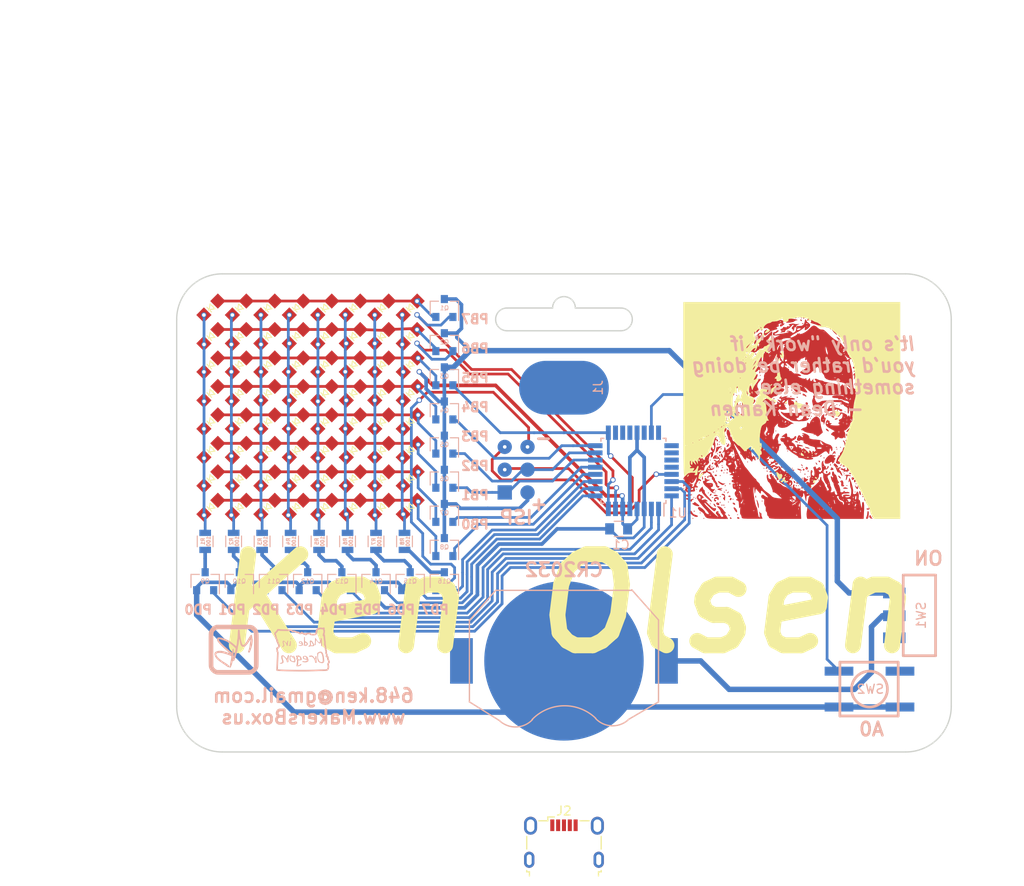
<source format=kicad_pcb>
(kicad_pcb (version 4) (host pcbnew 4.0.7)
  (layers (0 F.Cu signal) (31 B.Cu signal) (34 B.Paste user) (35 F.Paste user) (36 B.SilkS user) (37 F.SilkS user hide) (38 B.Mask user) (39 F.Mask user) (44 Edge.Cuts user))
  (net 0 "")
  (net 1 +3V3)
  (net 2 GND)
  (net 3 "Net-(D1-Pad2)")
  (net 4 "Net-(D1-Pad1)")
  (net 5 "Net-(D10-Pad2)")
  (net 6 "Net-(D11-Pad2)")
  (net 7 "Net-(D12-Pad2)")
  (net 8 "Net-(D13-Pad2)")
  (net 9 "Net-(D14-Pad2)")
  (net 10 "Net-(D15-Pad2)")
  (net 11 "Net-(D16-Pad2)")
  (net 12 "Net-(D10-Pad1)")
  (net 13 "Net-(D17-Pad1)")
  (net 14 "Net-(D25-Pad1)")
  (net 15 "Net-(D33-Pad1)")
  (net 16 "Net-(D41-Pad1)")
  (net 17 "Net-(D49-Pad1)")
  (net 18 "Net-(D57-Pad1)")
  (net 19 "Net-(U1-Pad18)")
  (net 20 "Net-(U1-Pad19)")
  (net 21 "Net-(U1-Pad20)")
  (net 22 "Net-(U1-Pad22)")
  (net 23 /RESET)
  (net 24 /A0)
  (net 25 /A1)
  (net 26 /A2)
  (net 27 /A3)
  (net 28 /A4)
  (net 29 /A5)
  (net 30 /PB6)
  (net 31 /PB7)
  (net 32 /PB0)
  (net 33 /PB1)
  (net 34 /PB2)
  (net 35 /PB3)
  (net 36 /PB4)
  (net 37 /PB5)
  (net 38 "Net-(BT1-Pad1)")
  (net 39 /PD0)
  (net 40 /PD1)
  (net 41 /PD2)
  (net 42 /PD3)
  (net 43 /PD4)
  (net 44 /PD5)
  (net 45 /PD6)
  (net 46 /PD7)
  (net 47 "Net-(SW1-Pad3)")
  (net 48 "Net-(J1-Pad1)")
  (net 49 "Net-(Q9-Pad3)")
  (net 50 "Net-(Q10-Pad3)")
  (net 51 "Net-(Q11-Pad3)")
  (net 52 "Net-(Q12-Pad3)")
  (net 53 "Net-(Q13-Pad3)")
  (net 54 "Net-(Q14-Pad3)")
  (net 55 "Net-(Q15-Pad3)")
  (net 56 "Net-(Q16-Pad3)")
  (net 57 /USB_V)
  (net 58 /USB_DM)
  (net 59 /USB_DP)
  (net 60 /USB_G)
  (module footprints:SOT-23 (layer B.Cu) (at 158.115 105.41 90)
    (fp_text reference Q15 hide)
    (fp_text value Q_NPN_BEC hide)
    (fp_text user %R (at 0 0 360) (layer B.SilkS) (effects (font (size 0.5 0.5) (thickness 0.075)) (justify mirror)))
    (pad 1 smd rect (at -1 0.95 90) (size 0.9 0.8) (layers B.Cu B.Paste B.Mask) (net 45 /PD6))
    (pad 2 smd rect (at -1 -0.95 90) (size 0.9 0.8) (layers B.Cu B.Paste B.Mask) (net 2 GND))
    (pad 3 smd rect (at 1 0 90) (size 0.9 0.8) (layers B.Cu B.Paste B.Mask) (net 55 "Net-(Q15-Pad3)"))
  )
  (module footprints:SPST_SMD (layer B.Cu) (at 212.09 109.22 270)
    (fp_text reference SW1 (at 0 -3 270) (layer B.SilkS) (effects (justify mirror)))
    (fp_text value SW_SPDT)
    (pad "" np_thru_hole circle (at 3.4 -2.75 270) (size 0.9 0.9) (drill 0.9) (layers *.Cu *.Mask))
    (pad 1 smd rect (at -2.5 0 270) (size 1.2 2.5) (layers B.Cu B.Paste B.Mask) (net 1 +3V3))
    (pad 2 smd rect (at 0.04 0 270) (size 1.2 2.5) (layers B.Cu B.Paste B.Mask) (net 38 "Net-(BT1-Pad1)"))
    (pad 3 smd rect (at 2.5 0 270) (size 1.2 2.5) (layers B.Cu B.Paste B.Mask) (net 47 "Net-(SW1-Pad3)"))
    (pad "" np_thru_hole circle (at -3.4 -2.75 270) (size 0.9 0.9) (drill 0.9) (layers *.Cu *.Mask))
  )
  (module footprints:LED_0805 (layer F.Cu) (at 135.89 74.93 45)
    (fp_text reference D1 hide)
    (fp_text value LED hide)
    (pad 2 smd rect (at 1.1 0 225) (size 1.2 1.2) (layers F.Cu F.Paste F.Mask) (net 3 "Net-(D1-Pad2)"))
    (pad 1 smd rect (at -1.1 0 225) (size 1.2 1.2) (layers F.Cu F.Paste F.Mask) (net 4 "Net-(D1-Pad1)"))
  )
  (module footprints:LED_0805 (layer F.Cu) (at 135.89 84.455 45)
    (fp_text reference D4 hide)
    (fp_text value LED hide)
    (pad 2 smd rect (at 1.1 0 225) (size 1.2 1.2) (layers F.Cu F.Paste F.Mask) (net 7 "Net-(D12-Pad2)"))
    (pad 1 smd rect (at -1.1 0 225) (size 1.2 1.2) (layers F.Cu F.Paste F.Mask) (net 4 "Net-(D1-Pad1)"))
  )
  (module footprints:LED_0805 (layer F.Cu) (at 135.89 78.105 45)
    (fp_text reference D2 hide)
    (fp_text value LED hide)
    (pad 2 smd rect (at 1.1 0 225) (size 1.2 1.2) (layers F.Cu F.Paste F.Mask) (net 5 "Net-(D10-Pad2)"))
    (pad 1 smd rect (at -1.1 0 225) (size 1.2 1.2) (layers F.Cu F.Paste F.Mask) (net 4 "Net-(D1-Pad1)"))
  )
  (module footprints:LED_0805 (layer F.Cu) (at 135.89 81.28 45)
    (fp_text reference D3 hide)
    (fp_text value LED hide)
    (pad 2 smd rect (at 1.1 0 225) (size 1.2 1.2) (layers F.Cu F.Paste F.Mask) (net 6 "Net-(D11-Pad2)"))
    (pad 1 smd rect (at -1.1 0 225) (size 1.2 1.2) (layers F.Cu F.Paste F.Mask) (net 4 "Net-(D1-Pad1)"))
  )
  (module footprints:LED_0805 (layer F.Cu) (at 135.89 87.63 45)
    (fp_text reference D5 hide)
    (fp_text value LED hide)
    (pad 2 smd rect (at 1.1 0 225) (size 1.2 1.2) (layers F.Cu F.Paste F.Mask) (net 8 "Net-(D13-Pad2)"))
    (pad 1 smd rect (at -1.1 0 225) (size 1.2 1.2) (layers F.Cu F.Paste F.Mask) (net 4 "Net-(D1-Pad1)"))
  )
  (module footprints:LED_0805 (layer F.Cu) (at 135.89 90.805 45)
    (fp_text reference D6 hide)
    (fp_text value LED hide)
    (pad 2 smd rect (at 1.1 0 225) (size 1.2 1.2) (layers F.Cu F.Paste F.Mask) (net 9 "Net-(D14-Pad2)"))
    (pad 1 smd rect (at -1.1 0 225) (size 1.2 1.2) (layers F.Cu F.Paste F.Mask) (net 4 "Net-(D1-Pad1)"))
  )
  (module footprints:LED_0805 (layer F.Cu) (at 135.89 93.98 45)
    (fp_text reference D7 hide)
    (fp_text value LED hide)
    (pad 2 smd rect (at 1.1 0 225) (size 1.2 1.2) (layers F.Cu F.Paste F.Mask) (net 10 "Net-(D15-Pad2)"))
    (pad 1 smd rect (at -1.1 0 225) (size 1.2 1.2) (layers F.Cu F.Paste F.Mask) (net 4 "Net-(D1-Pad1)"))
  )
  (module footprints:LED_0805 (layer F.Cu) (at 135.89 97.155 45)
    (fp_text reference D8 hide)
    (fp_text value LED hide)
    (pad 2 smd rect (at 1.1 0 225) (size 1.2 1.2) (layers F.Cu F.Paste F.Mask) (net 11 "Net-(D16-Pad2)"))
    (pad 1 smd rect (at -1.1 0 225) (size 1.2 1.2) (layers F.Cu F.Paste F.Mask) (net 4 "Net-(D1-Pad1)"))
  )
  (module footprints:LED_0805 (layer F.Cu) (at 139.065 74.93 45)
    (fp_text reference D9 hide)
    (fp_text value LED hide)
    (pad 2 smd rect (at 1.1 0 225) (size 1.2 1.2) (layers F.Cu F.Paste F.Mask) (net 3 "Net-(D1-Pad2)"))
    (pad 1 smd rect (at -1.1 0 225) (size 1.2 1.2) (layers F.Cu F.Paste F.Mask) (net 12 "Net-(D10-Pad1)"))
  )
  (module footprints:LED_0805 (layer F.Cu) (at 139.065 78.105 45)
    (fp_text reference D10 hide)
    (fp_text value LED hide)
    (pad 2 smd rect (at 1.1 0 225) (size 1.2 1.2) (layers F.Cu F.Paste F.Mask) (net 5 "Net-(D10-Pad2)"))
    (pad 1 smd rect (at -1.1 0 225) (size 1.2 1.2) (layers F.Cu F.Paste F.Mask) (net 12 "Net-(D10-Pad1)"))
  )
  (module footprints:LED_0805 (layer F.Cu) (at 139.065 81.28 45)
    (fp_text reference D11 hide)
    (fp_text value LED hide)
    (pad 2 smd rect (at 1.1 0 225) (size 1.2 1.2) (layers F.Cu F.Paste F.Mask) (net 6 "Net-(D11-Pad2)"))
    (pad 1 smd rect (at -1.1 0 225) (size 1.2 1.2) (layers F.Cu F.Paste F.Mask) (net 12 "Net-(D10-Pad1)"))
  )
  (module footprints:LED_0805 (layer F.Cu) (at 139.065 84.455 45)
    (fp_text reference D12 hide)
    (fp_text value LED hide)
    (pad 2 smd rect (at 1.1 0 225) (size 1.2 1.2) (layers F.Cu F.Paste F.Mask) (net 7 "Net-(D12-Pad2)"))
    (pad 1 smd rect (at -1.1 0 225) (size 1.2 1.2) (layers F.Cu F.Paste F.Mask) (net 12 "Net-(D10-Pad1)"))
  )
  (module footprints:LED_0805 (layer F.Cu) (at 139.065 87.63 45)
    (fp_text reference D13 hide)
    (fp_text value LED hide)
    (pad 2 smd rect (at 1.1 0 225) (size 1.2 1.2) (layers F.Cu F.Paste F.Mask) (net 8 "Net-(D13-Pad2)"))
    (pad 1 smd rect (at -1.1 0 225) (size 1.2 1.2) (layers F.Cu F.Paste F.Mask) (net 12 "Net-(D10-Pad1)"))
  )
  (module footprints:LED_0805 (layer F.Cu) (at 139.065 90.805 45)
    (fp_text reference D14 hide)
    (fp_text value LED hide)
    (pad 2 smd rect (at 1.1 0 225) (size 1.2 1.2) (layers F.Cu F.Paste F.Mask) (net 9 "Net-(D14-Pad2)"))
    (pad 1 smd rect (at -1.1 0 225) (size 1.2 1.2) (layers F.Cu F.Paste F.Mask) (net 12 "Net-(D10-Pad1)"))
  )
  (module footprints:LED_0805 (layer F.Cu) (at 139.065 93.98 45)
    (fp_text reference D15 hide)
    (fp_text value LED hide)
    (pad 2 smd rect (at 1.1 0 225) (size 1.2 1.2) (layers F.Cu F.Paste F.Mask) (net 10 "Net-(D15-Pad2)"))
    (pad 1 smd rect (at -1.1 0 225) (size 1.2 1.2) (layers F.Cu F.Paste F.Mask) (net 12 "Net-(D10-Pad1)"))
  )
  (module footprints:LED_0805 (layer F.Cu) (at 139.065 97.155 45)
    (fp_text reference D16 hide)
    (fp_text value LED hide)
    (pad 2 smd rect (at 1.1 0 225) (size 1.2 1.2) (layers F.Cu F.Paste F.Mask) (net 11 "Net-(D16-Pad2)"))
    (pad 1 smd rect (at -1.1 0 225) (size 1.2 1.2) (layers F.Cu F.Paste F.Mask) (net 12 "Net-(D10-Pad1)"))
  )
  (module footprints:LED_0805 (layer F.Cu) (at 142.24 74.93 45)
    (fp_text reference D17 hide)
    (fp_text value LED hide)
    (pad 2 smd rect (at 1.1 0 225) (size 1.2 1.2) (layers F.Cu F.Paste F.Mask) (net 3 "Net-(D1-Pad2)"))
    (pad 1 smd rect (at -1.1 0 225) (size 1.2 1.2) (layers F.Cu F.Paste F.Mask) (net 13 "Net-(D17-Pad1)"))
  )
  (module footprints:LED_0805 (layer F.Cu) (at 142.24 78.105 45)
    (fp_text reference D18 hide)
    (fp_text value LED hide)
    (pad 2 smd rect (at 1.1 0 225) (size 1.2 1.2) (layers F.Cu F.Paste F.Mask) (net 5 "Net-(D10-Pad2)"))
    (pad 1 smd rect (at -1.1 0 225) (size 1.2 1.2) (layers F.Cu F.Paste F.Mask) (net 13 "Net-(D17-Pad1)"))
  )
  (module footprints:LED_0805 (layer F.Cu) (at 142.24 81.28 45)
    (fp_text reference D19 hide)
    (fp_text value LED hide)
    (pad 2 smd rect (at 1.1 0 225) (size 1.2 1.2) (layers F.Cu F.Paste F.Mask) (net 6 "Net-(D11-Pad2)"))
    (pad 1 smd rect (at -1.1 0 225) (size 1.2 1.2) (layers F.Cu F.Paste F.Mask) (net 13 "Net-(D17-Pad1)"))
  )
  (module footprints:LED_0805 (layer F.Cu) (at 142.24 84.455 45)
    (fp_text reference D20 hide)
    (fp_text value LED hide)
    (pad 2 smd rect (at 1.1 0 225) (size 1.2 1.2) (layers F.Cu F.Paste F.Mask) (net 7 "Net-(D12-Pad2)"))
    (pad 1 smd rect (at -1.1 0 225) (size 1.2 1.2) (layers F.Cu F.Paste F.Mask) (net 13 "Net-(D17-Pad1)"))
  )
  (module footprints:LED_0805 (layer F.Cu) (at 142.24 87.63 45)
    (fp_text reference D21 hide)
    (fp_text value LED hide)
    (pad 2 smd rect (at 1.1 0 225) (size 1.2 1.2) (layers F.Cu F.Paste F.Mask) (net 8 "Net-(D13-Pad2)"))
    (pad 1 smd rect (at -1.1 0 225) (size 1.2 1.2) (layers F.Cu F.Paste F.Mask) (net 13 "Net-(D17-Pad1)"))
  )
  (module footprints:LED_0805 (layer F.Cu) (at 142.24 90.805 45)
    (fp_text reference D22 hide)
    (fp_text value LED hide)
    (pad 2 smd rect (at 1.1 0 225) (size 1.2 1.2) (layers F.Cu F.Paste F.Mask) (net 9 "Net-(D14-Pad2)"))
    (pad 1 smd rect (at -1.1 0 225) (size 1.2 1.2) (layers F.Cu F.Paste F.Mask) (net 13 "Net-(D17-Pad1)"))
  )
  (module footprints:LED_0805 (layer F.Cu) (at 142.24 93.98 45)
    (fp_text reference D23 hide)
    (fp_text value LED hide)
    (pad 2 smd rect (at 1.1 0 225) (size 1.2 1.2) (layers F.Cu F.Paste F.Mask) (net 10 "Net-(D15-Pad2)"))
    (pad 1 smd rect (at -1.1 0 225) (size 1.2 1.2) (layers F.Cu F.Paste F.Mask) (net 13 "Net-(D17-Pad1)"))
  )
  (module footprints:LED_0805 (layer F.Cu) (at 142.24 97.155 45)
    (fp_text reference D24 hide)
    (fp_text value LED hide)
    (pad 2 smd rect (at 1.1 0 225) (size 1.2 1.2) (layers F.Cu F.Paste F.Mask) (net 11 "Net-(D16-Pad2)"))
    (pad 1 smd rect (at -1.1 0 225) (size 1.2 1.2) (layers F.Cu F.Paste F.Mask) (net 13 "Net-(D17-Pad1)"))
  )
  (module footprints:LED_0805 (layer F.Cu) (at 145.415 74.93 45)
    (fp_text reference D25 hide)
    (fp_text value LED hide)
    (pad 2 smd rect (at 1.1 0 225) (size 1.2 1.2) (layers F.Cu F.Paste F.Mask) (net 3 "Net-(D1-Pad2)"))
    (pad 1 smd rect (at -1.1 0 225) (size 1.2 1.2) (layers F.Cu F.Paste F.Mask) (net 14 "Net-(D25-Pad1)"))
  )
  (module footprints:LED_0805 (layer F.Cu) (at 145.415 78.105 45)
    (fp_text reference D26 hide)
    (fp_text value LED hide)
    (pad 2 smd rect (at 1.1 0 225) (size 1.2 1.2) (layers F.Cu F.Paste F.Mask) (net 5 "Net-(D10-Pad2)"))
    (pad 1 smd rect (at -1.1 0 225) (size 1.2 1.2) (layers F.Cu F.Paste F.Mask) (net 14 "Net-(D25-Pad1)"))
  )
  (module footprints:LED_0805 (layer F.Cu) (at 145.415 81.28 45)
    (fp_text reference D27 hide)
    (fp_text value LED hide)
    (pad 2 smd rect (at 1.1 0 225) (size 1.2 1.2) (layers F.Cu F.Paste F.Mask) (net 6 "Net-(D11-Pad2)"))
    (pad 1 smd rect (at -1.1 0 225) (size 1.2 1.2) (layers F.Cu F.Paste F.Mask) (net 14 "Net-(D25-Pad1)"))
  )
  (module footprints:LED_0805 (layer F.Cu) (at 145.415 84.455 45)
    (fp_text reference D28 hide)
    (fp_text value LED hide)
    (pad 2 smd rect (at 1.1 0 225) (size 1.2 1.2) (layers F.Cu F.Paste F.Mask) (net 7 "Net-(D12-Pad2)"))
    (pad 1 smd rect (at -1.1 0 225) (size 1.2 1.2) (layers F.Cu F.Paste F.Mask) (net 14 "Net-(D25-Pad1)"))
  )
  (module footprints:LED_0805 (layer F.Cu) (at 145.415 87.63 45)
    (fp_text reference D29 hide)
    (fp_text value LED hide)
    (pad 2 smd rect (at 1.1 0 225) (size 1.2 1.2) (layers F.Cu F.Paste F.Mask) (net 8 "Net-(D13-Pad2)"))
    (pad 1 smd rect (at -1.1 0 225) (size 1.2 1.2) (layers F.Cu F.Paste F.Mask) (net 14 "Net-(D25-Pad1)"))
  )
  (module footprints:LED_0805 (layer F.Cu) (at 145.415 90.805 45)
    (fp_text reference D30 hide)
    (fp_text value LED hide)
    (pad 2 smd rect (at 1.1 0 225) (size 1.2 1.2) (layers F.Cu F.Paste F.Mask) (net 9 "Net-(D14-Pad2)"))
    (pad 1 smd rect (at -1.1 0 225) (size 1.2 1.2) (layers F.Cu F.Paste F.Mask) (net 14 "Net-(D25-Pad1)"))
  )
  (module footprints:LED_0805 (layer F.Cu) (at 145.415 93.98 45)
    (fp_text reference D31 hide)
    (fp_text value LED hide)
    (pad 2 smd rect (at 1.1 0 225) (size 1.2 1.2) (layers F.Cu F.Paste F.Mask) (net 10 "Net-(D15-Pad2)"))
    (pad 1 smd rect (at -1.1 0 225) (size 1.2 1.2) (layers F.Cu F.Paste F.Mask) (net 14 "Net-(D25-Pad1)"))
  )
  (module footprints:LED_0805 (layer F.Cu) (at 145.415 97.155 45)
    (fp_text reference D32 hide)
    (fp_text value LED hide)
    (pad 2 smd rect (at 1.1 0 225) (size 1.2 1.2) (layers F.Cu F.Paste F.Mask) (net 11 "Net-(D16-Pad2)"))
    (pad 1 smd rect (at -1.1 0 225) (size 1.2 1.2) (layers F.Cu F.Paste F.Mask) (net 14 "Net-(D25-Pad1)"))
  )
  (module footprints:LED_0805 (layer F.Cu) (at 148.59 74.93 45)
    (fp_text reference D33 hide)
    (fp_text value LED hide)
    (pad 2 smd rect (at 1.1 0 225) (size 1.2 1.2) (layers F.Cu F.Paste F.Mask) (net 3 "Net-(D1-Pad2)"))
    (pad 1 smd rect (at -1.1 0 225) (size 1.2 1.2) (layers F.Cu F.Paste F.Mask) (net 15 "Net-(D33-Pad1)"))
  )
  (module footprints:LED_0805 (layer F.Cu) (at 148.59 78.105 45)
    (fp_text reference D34 hide)
    (fp_text value LED hide)
    (pad 2 smd rect (at 1.1 0 225) (size 1.2 1.2) (layers F.Cu F.Paste F.Mask) (net 5 "Net-(D10-Pad2)"))
    (pad 1 smd rect (at -1.1 0 225) (size 1.2 1.2) (layers F.Cu F.Paste F.Mask) (net 15 "Net-(D33-Pad1)"))
  )
  (module footprints:LED_0805 (layer F.Cu) (at 148.59 81.28 45)
    (fp_text reference D35 hide)
    (fp_text value LED hide)
    (pad 2 smd rect (at 1.1 0 225) (size 1.2 1.2) (layers F.Cu F.Paste F.Mask) (net 6 "Net-(D11-Pad2)"))
    (pad 1 smd rect (at -1.1 0 225) (size 1.2 1.2) (layers F.Cu F.Paste F.Mask) (net 15 "Net-(D33-Pad1)"))
  )
  (module footprints:LED_0805 (layer F.Cu) (at 148.59 84.455 45)
    (fp_text reference D36 hide)
    (fp_text value LED hide)
    (pad 2 smd rect (at 1.1 0 225) (size 1.2 1.2) (layers F.Cu F.Paste F.Mask) (net 7 "Net-(D12-Pad2)"))
    (pad 1 smd rect (at -1.1 0 225) (size 1.2 1.2) (layers F.Cu F.Paste F.Mask) (net 15 "Net-(D33-Pad1)"))
  )
  (module footprints:LED_0805 (layer F.Cu) (at 148.59 87.63 45)
    (fp_text reference D37 hide)
    (fp_text value LED hide)
    (pad 2 smd rect (at 1.1 0 225) (size 1.2 1.2) (layers F.Cu F.Paste F.Mask) (net 8 "Net-(D13-Pad2)"))
    (pad 1 smd rect (at -1.1 0 225) (size 1.2 1.2) (layers F.Cu F.Paste F.Mask) (net 15 "Net-(D33-Pad1)"))
  )
  (module footprints:LED_0805 (layer F.Cu) (at 148.59 90.805 45)
    (fp_text reference D38 hide)
    (fp_text value LED hide)
    (pad 2 smd rect (at 1.1 0 225) (size 1.2 1.2) (layers F.Cu F.Paste F.Mask) (net 9 "Net-(D14-Pad2)"))
    (pad 1 smd rect (at -1.1 0 225) (size 1.2 1.2) (layers F.Cu F.Paste F.Mask) (net 15 "Net-(D33-Pad1)"))
  )
  (module footprints:LED_0805 (layer F.Cu) (at 148.59 93.98 45)
    (fp_text reference D39 hide)
    (fp_text value LED hide)
    (pad 2 smd rect (at 1.1 0 225) (size 1.2 1.2) (layers F.Cu F.Paste F.Mask) (net 10 "Net-(D15-Pad2)"))
    (pad 1 smd rect (at -1.1 0 225) (size 1.2 1.2) (layers F.Cu F.Paste F.Mask) (net 15 "Net-(D33-Pad1)"))
  )
  (module footprints:LED_0805 (layer F.Cu) (at 148.59 97.155 45)
    (fp_text reference D40 hide)
    (fp_text value LED hide)
    (pad 2 smd rect (at 1.1 0 225) (size 1.2 1.2) (layers F.Cu F.Paste F.Mask) (net 11 "Net-(D16-Pad2)"))
    (pad 1 smd rect (at -1.1 0 225) (size 1.2 1.2) (layers F.Cu F.Paste F.Mask) (net 15 "Net-(D33-Pad1)"))
  )
  (module footprints:LED_0805 (layer F.Cu) (at 151.765 74.93 45)
    (fp_text reference D41 hide)
    (fp_text value LED hide)
    (pad 2 smd rect (at 1.1 0 225) (size 1.2 1.2) (layers F.Cu F.Paste F.Mask) (net 3 "Net-(D1-Pad2)"))
    (pad 1 smd rect (at -1.1 0 225) (size 1.2 1.2) (layers F.Cu F.Paste F.Mask) (net 16 "Net-(D41-Pad1)"))
  )
  (module footprints:LED_0805 (layer F.Cu) (at 151.765 78.105 45)
    (fp_text reference D42 hide)
    (fp_text value LED hide)
    (pad 2 smd rect (at 1.1 0 225) (size 1.2 1.2) (layers F.Cu F.Paste F.Mask) (net 5 "Net-(D10-Pad2)"))
    (pad 1 smd rect (at -1.1 0 225) (size 1.2 1.2) (layers F.Cu F.Paste F.Mask) (net 16 "Net-(D41-Pad1)"))
  )
  (module footprints:LED_0805 (layer F.Cu) (at 151.765 81.28 45)
    (fp_text reference D43 hide)
    (fp_text value LED hide)
    (pad 2 smd rect (at 1.1 0 225) (size 1.2 1.2) (layers F.Cu F.Paste F.Mask) (net 6 "Net-(D11-Pad2)"))
    (pad 1 smd rect (at -1.1 0 225) (size 1.2 1.2) (layers F.Cu F.Paste F.Mask) (net 16 "Net-(D41-Pad1)"))
  )
  (module footprints:LED_0805 (layer F.Cu) (at 151.765 84.455 45)
    (fp_text reference D44 hide)
    (fp_text value LED hide)
    (pad 2 smd rect (at 1.1 0 225) (size 1.2 1.2) (layers F.Cu F.Paste F.Mask) (net 7 "Net-(D12-Pad2)"))
    (pad 1 smd rect (at -1.1 0 225) (size 1.2 1.2) (layers F.Cu F.Paste F.Mask) (net 16 "Net-(D41-Pad1)"))
  )
  (module footprints:LED_0805 (layer F.Cu) (at 151.765 87.63 45)
    (fp_text reference D45 hide)
    (fp_text value LED hide)
    (pad 2 smd rect (at 1.1 0 225) (size 1.2 1.2) (layers F.Cu F.Paste F.Mask) (net 8 "Net-(D13-Pad2)"))
    (pad 1 smd rect (at -1.1 0 225) (size 1.2 1.2) (layers F.Cu F.Paste F.Mask) (net 16 "Net-(D41-Pad1)"))
  )
  (module footprints:LED_0805 (layer F.Cu) (at 151.765 90.805 45)
    (fp_text reference D46 hide)
    (fp_text value LED hide)
    (pad 2 smd rect (at 1.1 0 225) (size 1.2 1.2) (layers F.Cu F.Paste F.Mask) (net 9 "Net-(D14-Pad2)"))
    (pad 1 smd rect (at -1.1 0 225) (size 1.2 1.2) (layers F.Cu F.Paste F.Mask) (net 16 "Net-(D41-Pad1)"))
  )
  (module footprints:LED_0805 (layer F.Cu) (at 151.765 93.98 45)
    (fp_text reference D47 hide)
    (fp_text value LED hide)
    (pad 2 smd rect (at 1.1 0 225) (size 1.2 1.2) (layers F.Cu F.Paste F.Mask) (net 10 "Net-(D15-Pad2)"))
    (pad 1 smd rect (at -1.1 0 225) (size 1.2 1.2) (layers F.Cu F.Paste F.Mask) (net 16 "Net-(D41-Pad1)"))
  )
  (module footprints:LED_0805 (layer F.Cu) (at 151.765 97.155 45)
    (fp_text reference D48 hide)
    (fp_text value LED hide)
    (pad 2 smd rect (at 1.1 0 225) (size 1.2 1.2) (layers F.Cu F.Paste F.Mask) (net 11 "Net-(D16-Pad2)"))
    (pad 1 smd rect (at -1.1 0 225) (size 1.2 1.2) (layers F.Cu F.Paste F.Mask) (net 16 "Net-(D41-Pad1)"))
  )
  (module footprints:LED_0805 (layer F.Cu) (at 154.94 74.93 45)
    (fp_text reference D49 hide)
    (fp_text value LED hide)
    (pad 2 smd rect (at 1.1 0 225) (size 1.2 1.2) (layers F.Cu F.Paste F.Mask) (net 3 "Net-(D1-Pad2)"))
    (pad 1 smd rect (at -1.1 0 225) (size 1.2 1.2) (layers F.Cu F.Paste F.Mask) (net 17 "Net-(D49-Pad1)"))
  )
  (module footprints:LED_0805 (layer F.Cu) (at 154.94 78.105 45)
    (fp_text reference D50 hide)
    (fp_text value LED hide)
    (pad 2 smd rect (at 1.1 0 225) (size 1.2 1.2) (layers F.Cu F.Paste F.Mask) (net 5 "Net-(D10-Pad2)"))
    (pad 1 smd rect (at -1.1 0 225) (size 1.2 1.2) (layers F.Cu F.Paste F.Mask) (net 17 "Net-(D49-Pad1)"))
  )
  (module footprints:LED_0805 (layer F.Cu) (at 154.94 81.28 45)
    (fp_text reference D51 hide)
    (fp_text value LED hide)
    (pad 2 smd rect (at 1.1 0 225) (size 1.2 1.2) (layers F.Cu F.Paste F.Mask) (net 6 "Net-(D11-Pad2)"))
    (pad 1 smd rect (at -1.1 0 225) (size 1.2 1.2) (layers F.Cu F.Paste F.Mask) (net 17 "Net-(D49-Pad1)"))
  )
  (module footprints:LED_0805 (layer F.Cu) (at 154.94 84.455 45)
    (fp_text reference D52 hide)
    (fp_text value LED hide)
    (pad 2 smd rect (at 1.1 0 225) (size 1.2 1.2) (layers F.Cu F.Paste F.Mask) (net 7 "Net-(D12-Pad2)"))
    (pad 1 smd rect (at -1.1 0 225) (size 1.2 1.2) (layers F.Cu F.Paste F.Mask) (net 17 "Net-(D49-Pad1)"))
  )
  (module footprints:LED_0805 (layer F.Cu) (at 154.94 87.63 45)
    (fp_text reference D53 hide)
    (fp_text value LED hide)
    (pad 2 smd rect (at 1.1 0 225) (size 1.2 1.2) (layers F.Cu F.Paste F.Mask) (net 8 "Net-(D13-Pad2)"))
    (pad 1 smd rect (at -1.1 0 225) (size 1.2 1.2) (layers F.Cu F.Paste F.Mask) (net 17 "Net-(D49-Pad1)"))
  )
  (module footprints:LED_0805 (layer F.Cu) (at 154.94 90.805 45)
    (fp_text reference D54 hide)
    (fp_text value LED hide)
    (pad 2 smd rect (at 1.1 0 225) (size 1.2 1.2) (layers F.Cu F.Paste F.Mask) (net 9 "Net-(D14-Pad2)"))
    (pad 1 smd rect (at -1.1 0 225) (size 1.2 1.2) (layers F.Cu F.Paste F.Mask) (net 17 "Net-(D49-Pad1)"))
  )
  (module footprints:LED_0805 (layer F.Cu) (at 154.94 93.98 45)
    (fp_text reference D55 hide)
    (fp_text value LED hide)
    (pad 2 smd rect (at 1.1 0 225) (size 1.2 1.2) (layers F.Cu F.Paste F.Mask) (net 10 "Net-(D15-Pad2)"))
    (pad 1 smd rect (at -1.1 0 225) (size 1.2 1.2) (layers F.Cu F.Paste F.Mask) (net 17 "Net-(D49-Pad1)"))
  )
  (module footprints:LED_0805 (layer F.Cu) (at 154.94 97.155 45)
    (fp_text reference D56 hide)
    (fp_text value LED hide)
    (pad 2 smd rect (at 1.1 0 225) (size 1.2 1.2) (layers F.Cu F.Paste F.Mask) (net 11 "Net-(D16-Pad2)"))
    (pad 1 smd rect (at -1.1 0 225) (size 1.2 1.2) (layers F.Cu F.Paste F.Mask) (net 17 "Net-(D49-Pad1)"))
  )
  (module footprints:LED_0805 (layer F.Cu) (at 158.115 74.93 45)
    (fp_text reference D57 hide)
    (fp_text value LED hide)
    (pad 2 smd rect (at 1.1 0 225) (size 1.2 1.2) (layers F.Cu F.Paste F.Mask) (net 3 "Net-(D1-Pad2)"))
    (pad 1 smd rect (at -1.1 0 225) (size 1.2 1.2) (layers F.Cu F.Paste F.Mask) (net 18 "Net-(D57-Pad1)"))
  )
  (module footprints:LED_0805 (layer F.Cu) (at 158.115 78.105 45)
    (fp_text reference D58 hide)
    (fp_text value LED hide)
    (pad 2 smd rect (at 1.1 0 225) (size 1.2 1.2) (layers F.Cu F.Paste F.Mask) (net 5 "Net-(D10-Pad2)"))
    (pad 1 smd rect (at -1.1 0 225) (size 1.2 1.2) (layers F.Cu F.Paste F.Mask) (net 18 "Net-(D57-Pad1)"))
  )
  (module footprints:LED_0805 (layer F.Cu) (at 158.115 81.28 45)
    (fp_text reference D59 hide)
    (fp_text value LED hide)
    (pad 2 smd rect (at 1.1 0 225) (size 1.2 1.2) (layers F.Cu F.Paste F.Mask) (net 6 "Net-(D11-Pad2)"))
    (pad 1 smd rect (at -1.1 0 225) (size 1.2 1.2) (layers F.Cu F.Paste F.Mask) (net 18 "Net-(D57-Pad1)"))
  )
  (module footprints:LED_0805 (layer F.Cu) (at 158.115 84.455 45)
    (fp_text reference D60 hide)
    (fp_text value LED hide)
    (pad 2 smd rect (at 1.1 0 225) (size 1.2 1.2) (layers F.Cu F.Paste F.Mask) (net 7 "Net-(D12-Pad2)"))
    (pad 1 smd rect (at -1.1 0 225) (size 1.2 1.2) (layers F.Cu F.Paste F.Mask) (net 18 "Net-(D57-Pad1)"))
  )
  (module footprints:LED_0805 (layer F.Cu) (at 158.115 87.63 45)
    (fp_text reference D61 hide)
    (fp_text value LED hide)
    (pad 2 smd rect (at 1.1 0 225) (size 1.2 1.2) (layers F.Cu F.Paste F.Mask) (net 8 "Net-(D13-Pad2)"))
    (pad 1 smd rect (at -1.1 0 225) (size 1.2 1.2) (layers F.Cu F.Paste F.Mask) (net 18 "Net-(D57-Pad1)"))
  )
  (module footprints:LED_0805 (layer F.Cu) (at 158.115 90.805 45)
    (fp_text reference D62 hide)
    (fp_text value LED hide)
    (pad 2 smd rect (at 1.1 0 225) (size 1.2 1.2) (layers F.Cu F.Paste F.Mask) (net 9 "Net-(D14-Pad2)"))
    (pad 1 smd rect (at -1.1 0 225) (size 1.2 1.2) (layers F.Cu F.Paste F.Mask) (net 18 "Net-(D57-Pad1)"))
  )
  (module footprints:LED_0805 (layer F.Cu) (at 158.115 93.98 45)
    (fp_text reference D63 hide)
    (fp_text value LED hide)
    (pad 2 smd rect (at 1.1 0 225) (size 1.2 1.2) (layers F.Cu F.Paste F.Mask) (net 10 "Net-(D15-Pad2)"))
    (pad 1 smd rect (at -1.1 0 225) (size 1.2 1.2) (layers F.Cu F.Paste F.Mask) (net 18 "Net-(D57-Pad1)"))
  )
  (module footprints:LED_0805 (layer F.Cu) (at 158.115 97.155 45)
    (fp_text reference D64 hide)
    (fp_text value LED hide)
    (pad 2 smd rect (at 1.1 0 225) (size 1.2 1.2) (layers F.Cu F.Paste F.Mask) (net 11 "Net-(D16-Pad2)"))
    (pad 1 smd rect (at -1.1 0 225) (size 1.2 1.2) (layers F.Cu F.Paste F.Mask) (net 18 "Net-(D57-Pad1)"))
  )
  (module footprints:R_0805 (layer B.Cu) (at 154.305 100.965 270)
    (fp_text reference R7 (at 0 0.254 270) (layer B.SilkS) (effects (font (size 0.4 0.4) (thickness 0.1)) (justify mirror)))
    (fp_text value 100 (at 0 -0.381 270) (layer B.SilkS) (effects (font (size 0.4 0.4) (thickness 0.1)) (justify mirror)))
    (pad 1 smd rect (at -0.95 0 270) (size 0.7 1.3) (layers B.Cu B.Paste B.Mask) (net 17 "Net-(D49-Pad1)"))
    (pad 2 smd rect (at 0.95 0 270) (size 0.7 1.3) (layers B.Cu B.Paste B.Mask) (net 55 "Net-(Q15-Pad3)"))
  )
  (module footprints:R_0805 (layer B.Cu) (at 151.13 100.965 270)
    (fp_text reference R6 (at 0 0.254 270) (layer B.SilkS) (effects (font (size 0.4 0.4) (thickness 0.1)) (justify mirror)))
    (fp_text value 100 (at 0 -0.381 270) (layer B.SilkS) (effects (font (size 0.4 0.4) (thickness 0.1)) (justify mirror)))
    (pad 1 smd rect (at -0.95 0 270) (size 0.7 1.3) (layers B.Cu B.Paste B.Mask) (net 16 "Net-(D41-Pad1)"))
    (pad 2 smd rect (at 0.95 0 270) (size 0.7 1.3) (layers B.Cu B.Paste B.Mask) (net 54 "Net-(Q14-Pad3)"))
  )
  (module footprints:R_0805 (layer B.Cu) (at 147.955 100.965 270)
    (fp_text reference R5 (at 0 0.254 270) (layer B.SilkS) (effects (font (size 0.4 0.4) (thickness 0.1)) (justify mirror)))
    (fp_text value 100 (at 0 -0.381 270) (layer B.SilkS) (effects (font (size 0.4 0.4) (thickness 0.1)) (justify mirror)))
    (pad 1 smd rect (at -0.95 0 270) (size 0.7 1.3) (layers B.Cu B.Paste B.Mask) (net 15 "Net-(D33-Pad1)"))
    (pad 2 smd rect (at 0.95 0 270) (size 0.7 1.3) (layers B.Cu B.Paste B.Mask) (net 53 "Net-(Q13-Pad3)"))
  )
  (module footprints:R_0805 (layer B.Cu) (at 144.78 100.965 270)
    (fp_text reference R4 (at 0 0.254 270) (layer B.SilkS) (effects (font (size 0.4 0.4) (thickness 0.1)) (justify mirror)))
    (fp_text value 100 (at 0 -0.381 270) (layer B.SilkS) (effects (font (size 0.4 0.4) (thickness 0.1)) (justify mirror)))
    (pad 1 smd rect (at -0.95 0 270) (size 0.7 1.3) (layers B.Cu B.Paste B.Mask) (net 14 "Net-(D25-Pad1)"))
    (pad 2 smd rect (at 0.95 0 270) (size 0.7 1.3) (layers B.Cu B.Paste B.Mask) (net 52 "Net-(Q12-Pad3)"))
  )
  (module footprints:R_0805 (layer B.Cu) (at 141.605 100.965 270)
    (fp_text reference R3 (at 0 0.254 270) (layer B.SilkS) (effects (font (size 0.4 0.4) (thickness 0.1)) (justify mirror)))
    (fp_text value 100 (at 0 -0.381 270) (layer B.SilkS) (effects (font (size 0.4 0.4) (thickness 0.1)) (justify mirror)))
    (pad 1 smd rect (at -0.95 0 270) (size 0.7 1.3) (layers B.Cu B.Paste B.Mask) (net 13 "Net-(D17-Pad1)"))
    (pad 2 smd rect (at 0.95 0 270) (size 0.7 1.3) (layers B.Cu B.Paste B.Mask) (net 51 "Net-(Q11-Pad3)"))
  )
  (module footprints:R_0805 (layer B.Cu) (at 138.43 100.965 270)
    (fp_text reference R2 (at 0 0.254 270) (layer B.SilkS) (effects (font (size 0.4 0.4) (thickness 0.1)) (justify mirror)))
    (fp_text value 100 (at 0 -0.381 270) (layer B.SilkS) (effects (font (size 0.4 0.4) (thickness 0.1)) (justify mirror)))
    (pad 1 smd rect (at -0.95 0 270) (size 0.7 1.3) (layers B.Cu B.Paste B.Mask) (net 12 "Net-(D10-Pad1)"))
    (pad 2 smd rect (at 0.95 0 270) (size 0.7 1.3) (layers B.Cu B.Paste B.Mask) (net 50 "Net-(Q10-Pad3)"))
  )
  (module footprints:R_0805 (layer B.Cu) (at 157.48 100.965 270)
    (fp_text reference R8 (at 0 0.254 270) (layer B.SilkS) (effects (font (size 0.4 0.4) (thickness 0.1)) (justify mirror)))
    (fp_text value 100 (at 0 -0.381 270) (layer B.SilkS) (effects (font (size 0.4 0.4) (thickness 0.1)) (justify mirror)))
    (pad 1 smd rect (at -0.95 0 270) (size 0.7 1.3) (layers B.Cu B.Paste B.Mask) (net 18 "Net-(D57-Pad1)"))
    (pad 2 smd rect (at 0.95 0 270) (size 0.7 1.3) (layers B.Cu B.Paste B.Mask) (net 56 "Net-(Q16-Pad3)"))
  )
  (module footprints:R_0805 (layer B.Cu) (at 135.255 100.965 270)
    (fp_text reference R1 (at 0 0.254 270) (layer B.SilkS) (effects (font (size 0.4 0.4) (thickness 0.1)) (justify mirror)))
    (fp_text value 100 (at 0 -0.381 270) (layer B.SilkS) (effects (font (size 0.4 0.4) (thickness 0.1)) (justify mirror)))
    (pad 1 smd rect (at -0.95 0 270) (size 0.7 1.3) (layers B.Cu B.Paste B.Mask) (net 4 "Net-(D1-Pad1)"))
    (pad 2 smd rect (at 0.95 0 270) (size 0.7 1.3) (layers B.Cu B.Paste B.Mask) (net 49 "Net-(Q9-Pad3)"))
  )
  (module footprints:SOT-23 (layer B.Cu) (at 161.925 74.93 90)
    (fp_text reference Q1 hide)
    (fp_text value Q_NPN_BEC hide)
    (fp_text user %R (at 0 0 360) (layer B.SilkS) (effects (font (size 0.5 0.5) (thickness 0.075)) (justify mirror)))
    (pad 1 smd rect (at -1 0.95 90) (size 0.9 0.8) (layers B.Cu B.Paste B.Mask) (net 31 /PB7))
    (pad 2 smd rect (at -1 -0.95 90) (size 0.9 0.8) (layers B.Cu B.Paste B.Mask) (net 3 "Net-(D1-Pad2)"))
    (pad 3 smd rect (at 1 0 90) (size 0.9 0.8) (layers B.Cu B.Paste B.Mask) (net 1 +3V3))
  )
  (module footprints:SOT-23 (layer B.Cu) (at 161.925 78.74 90)
    (fp_text reference Q2 hide)
    (fp_text value Q_NPN_BEC hide)
    (fp_text user %R (at 0 0 360) (layer B.SilkS) (effects (font (size 0.5 0.5) (thickness 0.075)) (justify mirror)))
    (pad 1 smd rect (at -1 0.95 90) (size 0.9 0.8) (layers B.Cu B.Paste B.Mask) (net 30 /PB6))
    (pad 2 smd rect (at -1 -0.95 90) (size 0.9 0.8) (layers B.Cu B.Paste B.Mask) (net 5 "Net-(D10-Pad2)"))
    (pad 3 smd rect (at 1 0 90) (size 0.9 0.8) (layers B.Cu B.Paste B.Mask) (net 1 +3V3))
  )
  (module footprints:SOT-23 (layer B.Cu) (at 161.925 82.55 90)
    (fp_text reference Q3 hide)
    (fp_text value Q_NPN_BEC hide)
    (fp_text user %R (at 0 0 360) (layer B.SilkS) (effects (font (size 0.5 0.5) (thickness 0.075)) (justify mirror)))
    (pad 1 smd rect (at -1 0.95 90) (size 0.9 0.8) (layers B.Cu B.Paste B.Mask) (net 37 /PB5))
    (pad 2 smd rect (at -1 -0.95 90) (size 0.9 0.8) (layers B.Cu B.Paste B.Mask) (net 6 "Net-(D11-Pad2)"))
    (pad 3 smd rect (at 1 0 90) (size 0.9 0.8) (layers B.Cu B.Paste B.Mask) (net 1 +3V3))
  )
  (module footprints:SOT-23 (layer B.Cu) (at 161.925 86.36 90)
    (fp_text reference Q4 hide)
    (fp_text value Q_NPN_BEC hide)
    (fp_text user %R (at 0 0 360) (layer B.SilkS) (effects (font (size 0.5 0.5) (thickness 0.075)) (justify mirror)))
    (pad 1 smd rect (at -1 0.95 90) (size 0.9 0.8) (layers B.Cu B.Paste B.Mask) (net 36 /PB4))
    (pad 2 smd rect (at -1 -0.95 90) (size 0.9 0.8) (layers B.Cu B.Paste B.Mask) (net 7 "Net-(D12-Pad2)"))
    (pad 3 smd rect (at 1 0 90) (size 0.9 0.8) (layers B.Cu B.Paste B.Mask) (net 1 +3V3))
  )
  (module footprints:SOT-23 (layer B.Cu) (at 161.925 90.17 90)
    (fp_text reference Q5 hide)
    (fp_text value Q_NPN_BEC hide)
    (fp_text user %R (at 0 0 360) (layer B.SilkS) (effects (font (size 0.5 0.5) (thickness 0.075)) (justify mirror)))
    (pad 1 smd rect (at -1 0.95 90) (size 0.9 0.8) (layers B.Cu B.Paste B.Mask) (net 35 /PB3))
    (pad 2 smd rect (at -1 -0.95 90) (size 0.9 0.8) (layers B.Cu B.Paste B.Mask) (net 8 "Net-(D13-Pad2)"))
    (pad 3 smd rect (at 1 0 90) (size 0.9 0.8) (layers B.Cu B.Paste B.Mask) (net 1 +3V3))
  )
  (module footprints:SOT-23 (layer B.Cu) (at 161.925 93.98 90)
    (fp_text reference Q6 hide)
    (fp_text value Q_NPN_BEC hide)
    (fp_text user %R (at 0 0 360) (layer B.SilkS) (effects (font (size 0.5 0.5) (thickness 0.075)) (justify mirror)))
    (pad 1 smd rect (at -1 0.95 90) (size 0.9 0.8) (layers B.Cu B.Paste B.Mask) (net 34 /PB2))
    (pad 2 smd rect (at -1 -0.95 90) (size 0.9 0.8) (layers B.Cu B.Paste B.Mask) (net 9 "Net-(D14-Pad2)"))
    (pad 3 smd rect (at 1 0 90) (size 0.9 0.8) (layers B.Cu B.Paste B.Mask) (net 1 +3V3))
  )
  (module footprints:SOT-23 (layer B.Cu) (at 161.925 97.79 90)
    (fp_text reference Q7 hide)
    (fp_text value Q_NPN_BEC hide)
    (fp_text user %R (at 0 0 360) (layer B.SilkS) (effects (font (size 0.5 0.5) (thickness 0.075)) (justify mirror)))
    (pad 1 smd rect (at -1 0.95 90) (size 0.9 0.8) (layers B.Cu B.Paste B.Mask) (net 33 /PB1))
    (pad 2 smd rect (at -1 -0.95 90) (size 0.9 0.8) (layers B.Cu B.Paste B.Mask) (net 10 "Net-(D15-Pad2)"))
    (pad 3 smd rect (at 1 0 90) (size 0.9 0.8) (layers B.Cu B.Paste B.Mask) (net 1 +3V3))
  )
  (module footprints:SOT-23 (layer B.Cu) (at 161.925 101.6 90)
    (fp_text reference Q8 hide)
    (fp_text value Q_NPN_BEC hide)
    (fp_text user %R (at 0 0 360) (layer B.SilkS) (effects (font (size 0.5 0.5) (thickness 0.075)) (justify mirror)))
    (pad 1 smd rect (at -1 0.95 90) (size 0.9 0.8) (layers B.Cu B.Paste B.Mask) (net 32 /PB0))
    (pad 2 smd rect (at -1 -0.95 90) (size 0.9 0.8) (layers B.Cu B.Paste B.Mask) (net 11 "Net-(D16-Pad2)"))
    (pad 3 smd rect (at 1 0 90) (size 0.9 0.8) (layers B.Cu B.Paste B.Mask) (net 1 +3V3))
  )
  (module footprints:SOT-23 (layer B.Cu) (at 139.065 105.41 90)
    (fp_text reference Q10 hide)
    (fp_text value Q_NPN_BEC hide)
    (fp_text user %R (at 0 0 360) (layer B.SilkS) (effects (font (size 0.5 0.5) (thickness 0.075)) (justify mirror)))
    (pad 1 smd rect (at -1 0.95 90) (size 0.9 0.8) (layers B.Cu B.Paste B.Mask) (net 40 /PD1))
    (pad 2 smd rect (at -1 -0.95 90) (size 0.9 0.8) (layers B.Cu B.Paste B.Mask) (net 2 GND))
    (pad 3 smd rect (at 1 0 90) (size 0.9 0.8) (layers B.Cu B.Paste B.Mask) (net 50 "Net-(Q10-Pad3)"))
  )
  (module footprints:SOT-23 (layer B.Cu) (at 142.875 105.41 90)
    (fp_text reference Q11 hide)
    (fp_text value Q_NPN_BEC hide)
    (fp_text user %R (at 0 0 360) (layer B.SilkS) (effects (font (size 0.5 0.5) (thickness 0.075)) (justify mirror)))
    (pad 1 smd rect (at -1 0.95 90) (size 0.9 0.8) (layers B.Cu B.Paste B.Mask) (net 41 /PD2))
    (pad 2 smd rect (at -1 -0.95 90) (size 0.9 0.8) (layers B.Cu B.Paste B.Mask) (net 2 GND))
    (pad 3 smd rect (at 1 0 90) (size 0.9 0.8) (layers B.Cu B.Paste B.Mask) (net 51 "Net-(Q11-Pad3)"))
  )
  (module footprints:SOT-23 (layer B.Cu) (at 146.685 105.41 90)
    (fp_text reference Q12 hide)
    (fp_text value Q_NPN_BEC hide)
    (fp_text user %R (at 0 0 360) (layer B.SilkS) (effects (font (size 0.5 0.5) (thickness 0.075)) (justify mirror)))
    (pad 1 smd rect (at -1 0.95 90) (size 0.9 0.8) (layers B.Cu B.Paste B.Mask) (net 42 /PD3))
    (pad 2 smd rect (at -1 -0.95 90) (size 0.9 0.8) (layers B.Cu B.Paste B.Mask) (net 2 GND))
    (pad 3 smd rect (at 1 0 90) (size 0.9 0.8) (layers B.Cu B.Paste B.Mask) (net 52 "Net-(Q12-Pad3)"))
  )
  (module footprints:SOT-23 (layer B.Cu) (at 150.495 105.41 90)
    (fp_text reference Q13 hide)
    (fp_text value Q_NPN_BEC hide)
    (fp_text user %R (at 0 0 360) (layer B.SilkS) (effects (font (size 0.5 0.5) (thickness 0.075)) (justify mirror)))
    (pad 1 smd rect (at -1 0.95 90) (size 0.9 0.8) (layers B.Cu B.Paste B.Mask) (net 43 /PD4))
    (pad 2 smd rect (at -1 -0.95 90) (size 0.9 0.8) (layers B.Cu B.Paste B.Mask) (net 2 GND))
    (pad 3 smd rect (at 1 0 90) (size 0.9 0.8) (layers B.Cu B.Paste B.Mask) (net 53 "Net-(Q13-Pad3)"))
  )
  (module footprints:SOT-23 (layer B.Cu) (at 154.305 105.41 90)
    (fp_text reference Q14 hide)
    (fp_text value Q_NPN_BEC hide)
    (fp_text user %R (at 0 0 360) (layer B.SilkS) (effects (font (size 0.5 0.5) (thickness 0.075)) (justify mirror)))
    (pad 1 smd rect (at -1 0.95 90) (size 0.9 0.8) (layers B.Cu B.Paste B.Mask) (net 44 /PD5))
    (pad 2 smd rect (at -1 -0.95 90) (size 0.9 0.8) (layers B.Cu B.Paste B.Mask) (net 2 GND))
    (pad 3 smd rect (at 1 0 90) (size 0.9 0.8) (layers B.Cu B.Paste B.Mask) (net 54 "Net-(Q14-Pad3)"))
  )
  (module footprints:SOT-23 (layer B.Cu) (at 161.925 105.41 90)
    (fp_text reference Q16 hide)
    (fp_text value Q_NPN_BEC hide)
    (fp_text user %R (at 0 0 360) (layer B.SilkS) (effects (font (size 0.5 0.5) (thickness 0.075)) (justify mirror)))
    (pad 1 smd rect (at -1 0.95 90) (size 0.9 0.8) (layers B.Cu B.Paste B.Mask) (net 46 /PD7))
    (pad 2 smd rect (at -1 -0.95 90) (size 0.9 0.8) (layers B.Cu B.Paste B.Mask) (net 2 GND))
    (pad 3 smd rect (at 1 0 90) (size 0.9 0.8) (layers B.Cu B.Paste B.Mask) (net 56 "Net-(Q16-Pad3)"))
  )
  (module footprints:BATT_CR2032_SMD (layer B.Cu) (at 175.26 114.3 180)
    (fp_text reference BT1 hide)
    (fp_text value Battery_Cell hide)
    (pad 2 smd circle (at 0 0 180) (size 17.78 17.78) (layers B.Cu B.Paste B.Mask) (net 2 GND))
    (pad 1 smd rect (at -11.43 0 180) (size 2.54 5.08) (layers B.Cu B.Paste B.Mask) (net 38 "Net-(BT1-Pad1)"))
    (pad 1 smd rect (at 11.43 0 180) (size 2.54 5.08) (layers B.Cu B.Paste B.Mask) (net 38 "Net-(BT1-Pad1)"))
  )
  (module footprints:SW_SMD_PUSH (layer B.Cu) (at 212.725 115.443 180)
    (fp_text reference SW2 (at 3.3 -2 180) (layer B.SilkS) (effects (justify mirror)))
    (fp_text value SW_Push)
    (pad 2 smd rect (at 6.8 -4 180) (size 3.2 1) (layers B.Cu B.Paste B.Mask) (net 2 GND))
    (pad 1 smd rect (at 6.8 0 180) (size 3.2 1) (layers B.Cu B.Paste B.Mask) (net 24 /A0))
    (pad 1 smd rect (at 0 0 180) (size 3.2 1) (layers B.Cu B.Paste B.Mask) (net 24 /A0))
    (pad 2 smd rect (at 0 -4 180) (size 3.2 1) (layers B.Cu B.Paste B.Mask) (net 2 GND))
  )
  (module footprints:AVR-ISP-6 (layer B.Cu) (at 168.656 95.504)
    (fp_text reference CON1 hide)
    (fp_text value AVR-ISP-6 hide)
    (pad 1 smd rect (at 0 0) (size 1.6 1.6) (layers B.Cu B.Paste B.Mask) (net 34 /PB2))
    (pad 2 smd circle (at 2.54 0) (size 1.6 1.6) (layers B.Cu B.Paste B.Mask) (net 1 +3V3))
    (pad 3 smd oval (at 0 -2.54) (size 1.6 1.6) (layers B.Cu B.Paste B.Mask) (net 37 /PB5))
    (pad 4 smd oval (at 2.54 -2.54) (size 1.6 1.6) (layers B.Cu B.Paste B.Mask) (net 35 /PB3))
    (pad 5 smd oval (at 0 -5.08) (size 1.6 1.6) (layers B.Cu B.Paste B.Mask) (net 23 /RESET))
    (pad 6 smd oval (at 2.54 -5.08) (size 1.6 1.6) (layers B.Cu B.Paste B.Mask) (net 2 GND))
  )
  (module footprints:Image_silk (layer F.Cu) (at 200.66 86.36)
    (fp_text reference G*** hide)
    (fp_text value LOGO hide)
  )
  (module footprints:Image_Cu (layer F.Cu) (at 200.66 86.36)
    (fp_text reference G*** hide)
    (fp_text value LOGO hide)
    (fp_poly (pts (xy -10.9728 12.0396) (xy -11.0236 12.0904) (xy -11.0744 12.0396) (xy -11.0236 11.9888) (xy -10.9728 12.0396)) (layer F.Cu) (width 0.01))
    (fp_poly (pts (xy -9.7536 12.0396) (xy -9.8044 12.0904) (xy -9.8552 12.0396) (xy -9.8044 11.9888) (xy -9.7536 12.0396)) (layer F.Cu) (width 0.01))
    (fp_poly (pts (xy -10.261601 9.35419) (xy -10.20914 9.427457) (xy -10.1854 9.420112) (xy -10.066849 9.453825) (xy -9.9314 9.566516) (xy -9.820193 9.704273) (xy -9.857423 9.751044) (xy -9.906 9.7536) (xy -10.039843 9.83521) (xy -10.0584 9.909574) (xy -10.019348 10.011344) (xy -9.872594 9.966102) (xy -9.869236 9.964311) (xy -9.646432 9.925778) (xy -9.488236 10.008305) (xy -9.380889 10.117868) (xy -9.40308 10.156768) (xy -9.579121 10.103364) (xy -9.608154 10.0838) (xy -9.595523 10.110112) (xy -9.468598 10.251809) (xy -9.25464 10.478494) (xy -9.247474 10.485965) (xy -8.925275 10.78465) (xy -8.695346 10.911224) (xy -8.6106 10.910918) (xy -8.458473 10.909694) (xy -8.458811 11.039056) (xy -8.529985 11.172334) (xy -8.611346 11.234951) (xy -8.738212 11.184148) (xy -8.949395 11.001299) (xy -9.011029 10.941499) (xy -9.345693 10.615147) (xy -9.561921 10.411382) (xy -9.685073 10.30922) (xy -9.740511 10.287677) (xy -9.753597 10.325769) (xy -9.7536 10.327101) (xy -9.685931 10.462188) (xy -9.525 10.642633) (xy -9.320314 10.842508) (xy -9.179604 10.991155) (xy -9.041763 11.134863) (xy -8.816154 11.356695) (xy -8.659758 11.5062) (xy -8.414045 11.725078) (xy -8.242322 11.85412) (xy -8.166823 11.882645) (xy -8.209779 11.799973) (xy -8.325413 11.666805) (xy -8.45884 11.474258) (xy -8.431923 11.328365) (xy -8.419459 11.312324) (xy -8.286084 11.232777) (xy -8.177999 11.262764) (xy -8.177498 11.376553) (xy -8.183139 11.38622) (xy -8.172238 11.474855) (xy -8.140843 11.4808) (xy -8.03275 11.564753) (xy -7.9756 11.684) (xy -7.8627 11.848751) (xy -7.765554 11.8872) (xy -7.634292 11.830382) (xy -7.662897 11.681833) (xy -7.7724 11.546114) (xy -7.897871 11.365203) (xy -7.9248 11.266005) (xy -7.989365 11.10641) (xy -8.140676 10.908507) (xy -8.356551 10.678719) (xy -8.131718 10.695655) (xy -7.925894 10.786482) (xy -7.716951 10.986744) (xy -7.692138 11.020495) (xy -7.521601 11.244993) (xy -7.384515 11.392463) (xy -7.370896 11.403044) (xy -7.344245 11.467918) (xy -7.4168 11.4808) (xy -7.501318 11.517027) (xy -7.4676 11.558555) (xy -7.342378 11.699884) (xy -7.237661 11.862566) (xy -7.109321 12.091933) (xy -8.27074 12.082961) (xy -8.793145 12.074121) (xy -9.150713 12.053544) (xy -9.381711 12.015831) (xy -9.524401 11.955582) (xy -9.59288 11.896394) (xy -9.718778 11.728589) (xy -9.736991 11.684) (xy -9.144 11.684) (xy -9.106827 11.767628) (xy -9.076267 11.751733) (xy -9.064108 11.631157) (xy -9.076267 11.616266) (xy -9.136668 11.630213) (xy -9.144 11.684) (xy -9.736991 11.684) (xy -9.7536 11.643342) (xy -9.821834 11.512464) (xy -9.967102 11.360249) (xy -10.100258 11.278387) (xy -10.1092 11.2776) (xy -10.245504 11.202839) (xy -10.391687 11.0408) (xy -10.464571 10.884842) (xy -10.4648 10.878457) (xy -10.38301 10.781002) (xy -10.317635 10.7696) (xy -10.145621 10.836725) (xy -9.930068 10.996442) (xy -9.742083 11.18626) (xy -9.65277 11.343689) (xy -9.652 11.35458) (xy -9.570303 11.468615) (xy -9.39463 11.562672) (xy -9.288091 11.5824) (xy -9.237143 11.519778) (xy -9.317208 11.355117) (xy -9.509083 11.12322) (xy -9.582477 11.048777) (xy -9.870002 10.742754) (xy -10.158051 10.396442) (xy -10.403733 10.065344) (xy -10.56416 9.80496) (xy -10.58157 9.765444) (xy -10.396546 9.765444) (xy -10.29227 9.85583) (xy -10.155092 9.813772) (xy -10.116315 9.765111) (xy -10.134805 9.634229) (xy -10.200054 9.559318) (xy -10.33007 9.50137) (xy -10.395135 9.588673) (xy -10.396546 9.765444) (xy -10.58157 9.765444) (xy -10.591398 9.74314) (xy -10.566199 9.55338) (xy -10.455879 9.413934) (xy -10.313238 9.326217) (xy -10.261601 9.35419)) (layer F.Cu) (width 0.01))
    (fp_poly (pts (xy -6.8072 11.938) (xy -6.710276 12.029298) (xy -6.7056 12.045596) (xy -6.784208 12.089235) (xy -6.8072 12.0904) (xy -6.904896 12.012294) (xy -6.9088 11.982803) (xy -6.846557 11.922124) (xy -6.8072 11.938)) (layer F.Cu) (width 0.01))
    (fp_poly (pts (xy -5.862796 11.961052) (xy -5.842 11.9888) (xy -5.865033 12.075779) (xy -5.937604 12.0904) (xy -6.076615 12.037354) (xy -6.096 11.9888) (xy -6.023079 11.890108) (xy -6.000397 11.8872) (xy -5.862796 11.961052)) (layer F.Cu) (width 0.01))
    (fp_poly (pts (xy -7.01505 2.220158) (xy -6.917121 2.422896) (xy -6.85374 2.656402) (xy -6.854955 2.835268) (xy -6.863912 2.854365) (xy -6.881896 2.930779) (xy -6.831166 2.910411) (xy -6.73486 2.94645) (xy -6.655437 3.146886) (xy -6.6534 3.155978) (xy -6.593258 3.356253) (xy -6.539357 3.422664) (xy -6.535709 3.419975) (xy -6.44326 3.455416) (xy -6.268866 3.602493) (xy -6.189778 3.681779) (xy -6.00998 3.855098) (xy -5.904434 3.928183) (xy -5.8928 3.920398) (xy -5.833074 3.942813) (xy -5.681921 4.082487) (xy -5.591376 4.178276) (xy -5.402976 4.353842) (xy -5.212709 4.487216) (xy -5.064997 4.555519) (xy -5.004266 4.535874) (xy -5.031562 4.466578) (xy -4.999415 4.356942) (xy -4.894479 4.276661) (xy -4.733019 4.235999) (xy -4.60998 4.35286) (xy -4.573333 4.417109) (xy -4.495179 4.651404) (xy -4.500722 4.80927) (xy -4.487334 4.998028) (xy -4.405088 5.146324) (xy -4.312111 5.245411) (xy -4.312123 5.21402) (xy -4.316425 5.072058) (xy -4.288754 5.04252) (xy -4.200611 5.08908) (xy -4.099511 5.271986) (xy -4.092722 5.2895) (xy -4.040502 5.494801) (xy -4.067399 5.587466) (xy -4.072826 5.588) (xy -4.162963 5.510423) (xy -4.1656 5.4864) (xy -4.242916 5.387752) (xy -4.2672 5.3848) (xy -4.357338 5.467091) (xy -4.3688 5.5372) (xy -4.417887 5.672489) (xy -4.45953 5.6896) (xy -4.570598 5.608745) (xy -4.608742 5.5372) (xy -4.739789 5.402118) (xy -4.814345 5.3848) (xy -4.979027 5.309506) (xy -5.012713 5.2578) (xy -5.057441 5.222162) (xy -5.071979 5.3086) (xy -5.123295 5.465907) (xy -5.236858 5.45022) (xy -5.385521 5.271018) (xy -5.435601 5.1816) (xy -5.468763 5.1308) (xy -4.8768 5.1308) (xy -4.826 5.1816) (xy -4.7752 5.1308) (xy -4.826 5.08) (xy -4.8768 5.1308) (xy -5.468763 5.1308) (xy -5.570693 4.974657) (xy -5.689235 4.877787) (xy -5.698206 4.8768) (xy -5.752129 4.812528) (xy -5.730875 4.759786) (xy -5.732613 4.7244) (xy -4.7752 4.7244) (xy -4.7244 4.7752) (xy -4.6736 4.7244) (xy -4.7244 4.6736) (xy -4.7752 4.7244) (xy -5.732613 4.7244) (xy -5.738197 4.610721) (xy -5.807366 4.531186) (xy -5.944419 4.383112) (xy -6.129413 4.12879) (xy -6.2365 3.9624) (xy -6.385291 3.739237) (xy -6.454387 3.681373) (xy -6.446767 3.7592) (xy -6.376867 3.942513) (xy -6.240675 4.248304) (xy -6.059109 4.634275) (xy -5.853087 5.05813) (xy -5.643524 5.477571) (xy -5.45134 5.850302) (xy -5.297451 6.134026) (xy -5.202774 6.286447) (xy -5.190645 6.2992) (xy -5.099906 6.399284) (xy -4.921958 6.618689) (xy -4.691613 6.914252) (xy -4.637523 6.985) (xy -4.397994 7.284452) (xy -4.197612 7.507867) (xy -4.072457 7.615703) (xy -4.058062 7.62) (xy -3.969281 7.700433) (xy -3.9624 7.74796) (xy -3.884654 7.896993) (xy -3.7592 8.002821) (xy -3.599083 8.161325) (xy -3.556 8.28126) (xy -3.510047 8.416041) (xy -3.471569 8.4328) (xy -3.365996 8.512355) (xy -3.260407 8.669597) (xy -3.085231 8.884076) (xy -2.831223 9.084553) (xy -2.811439 9.096524) (xy -2.544652 9.282748) (xy -2.33597 9.475773) (xy -2.327063 9.48647) (xy -2.171682 9.634061) (xy -1.961596 9.725989) (xy -1.636466 9.783688) (xy -1.43132 9.804668) (xy -1.084639 9.835878) (xy -1.226014 9.7028) (xy -0.2032 9.7028) (xy -0.1524 9.7536) (xy -0.1016 9.7028) (xy -0.1524 9.652) (xy -0.2032 9.7028) (xy -1.226014 9.7028) (xy -1.48212 9.461726) (xy -1.559288 9.398) (xy -1.3208 9.398) (xy -1.27 9.4488) (xy -1.2192 9.398) (xy -1.27 9.3472) (xy -1.3208 9.398) (xy -1.559288 9.398) (xy -1.727235 9.25931) (xy -1.875318 9.173123) (xy 1.641977 9.173123) (xy 1.666698 9.229901) (xy 1.768998 9.338974) (xy 1.827811 9.316599) (xy 1.8288 9.302396) (xy 1.756635 9.216461) (xy 1.711501 9.185098) (xy 1.641977 9.173123) (xy -1.875318 9.173123) (xy -1.929575 9.141545) (xy -2.010755 9.128251) (xy -2.112137 9.115625) (xy -2.113289 9.080264) (xy -2.128347 8.932821) (xy -2.20401 8.686901) (xy -2.312793 8.410299) (xy -2.427212 8.170812) (xy -2.519783 8.036235) (xy -2.540524 8.0264) (xy -2.642656 7.938286) (xy -2.731596 7.727631) (xy -2.786924 7.474965) (xy -2.788217 7.26082) (xy -2.754167 7.183926) (xy -2.655817 7.151648) (xy -2.619696 7.30106) (xy -2.631197 7.480722) (xy -2.558552 7.595431) (xy -2.442706 7.648312) (xy -2.311265 7.669667) (xy -2.299834 7.601335) (xy -2.387172 7.417629) (xy -2.476544 7.217762) (xy -2.452995 7.125841) (xy -2.341303 7.083738) (xy -2.202953 7.081631) (xy -2.209268 7.190966) (xy -2.219971 7.295435) (xy -2.135168 7.265368) (xy -2.0476 7.237522) (xy -2.063971 7.284733) (xy -2.040559 7.415361) (xy -1.899803 7.600125) (xy -1.873475 7.625754) (xy -1.713565 7.815726) (xy -1.659347 7.963778) (xy -1.662243 7.975343) (xy -1.613082 8.068902) (xy -1.489401 8.102671) (xy -1.252711 8.19478) (xy -1.145183 8.294969) (xy -0.941377 8.454987) (xy -0.792031 8.505284) (xy -0.584082 8.576913) (xy -0.501052 8.647243) (xy -0.377236 8.746437) (xy -0.224944 8.660003) (xy -0.146379 8.566565) (xy -0.040348 8.450096) (xy -0.005125 8.500332) (xy -0.003232 8.539479) (xy -0.067455 8.745766) (xy -0.127 8.824899) (xy -0.194068 8.91255) (xy -0.094114 8.891876) (xy -0.0762 8.885149) (xy 0.017556 8.7884) (xy 0.6096 8.7884) (xy 0.6604 8.8392) (xy 0.7112 8.7884) (xy 0.6604 8.7376) (xy 0.6096 8.7884) (xy 0.017556 8.7884) (xy 0.065056 8.739384) (xy 0.1016 8.580326) (xy 0.1472 8.364981) (xy 0.219204 8.270508) (xy 0.296051 8.273835) (xy 0.279479 8.417052) (xy 0.268489 8.564121) (xy 0.314275 8.579344) (xy 0.40116 8.59001) (xy 0.4064 8.618714) (xy 0.48626 8.705138) (xy 0.5334 8.710305) (xy 0.739147 8.714703) (xy 0.8636 8.72315) (xy 0.999191 8.752416) (xy 0.947176 8.825436) (xy 0.9144 8.849569) (xy 0.834009 8.923448) (xy 0.928347 8.921451) (xy 0.985728 8.909599) (xy 1.175785 8.915505) (xy 1.248606 8.976985) (xy 1.33231 9.028542) (xy 1.464421 8.947333) (xy 1.612755 8.853546) (xy 1.707025 8.908324) (xy 1.733387 8.947333) (xy 1.808662 9.040976) (xy 1.827166 8.955346) (xy 1.827244 8.949266) (xy 1.861746 8.855713) (xy 1.891695 8.868228) (xy 2.006885 8.864119) (xy 2.086499 8.808961) (xy 2.232261 8.678456) (xy 2.47268 8.467404) (xy 2.595838 8.360323) (xy 3.064377 8.360323) (xy 3.089098 8.417101) (xy 3.191398 8.526174) (xy 3.250211 8.503799) (xy 3.2512 8.489596) (xy 3.179035 8.403661) (xy 3.133901 8.372298) (xy 3.064377 8.360323) (xy 2.595838 8.360323) (xy 2.684003 8.283668) (xy 2.993401 7.971261) (xy 3.139772 7.716231) (xy 3.1496 7.648668) (xy 3.186204 7.468571) (xy 3.248011 7.4168) (xy 3.305426 7.490647) (xy 3.290955 7.561344) (xy 3.315979 7.730379) (xy 3.446544 7.916944) (xy 3.600018 8.111341) (xy 3.6576 8.257793) (xy 3.712211 8.436049) (xy 3.806412 8.600047) (xy 3.896185 8.781205) (xy 3.891079 8.876653) (xy 3.91509 8.930586) (xy 3.996266 8.9408) (xy 4.146047 8.886725) (xy 4.127935 8.742054) (xy 4.018038 8.604552) (xy 3.927175 8.45771) (xy 3.938895 8.38857) (xy 3.936716 8.282341) (xy 3.900698 8.249475) (xy 3.840931 8.1788) (xy 4.064 8.1788) (xy 4.1148 8.2296) (xy 4.1656 8.1788) (xy 4.1148 8.128) (xy 4.064 8.1788) (xy 3.840931 8.1788) (xy 3.741883 8.061676) (xy 3.601289 7.7675) (xy 3.516029 7.461424) (xy 3.514076 7.265204) (xy 3.503203 7.049928) (xy 3.411158 6.976559) (xy 3.275919 6.973485) (xy 3.2512 7.019584) (xy 3.188767 7.07729) (xy 3.1496 7.0612) (xy 3.074228 7.041248) (xy 3.034921 7.134273) (xy 3.013163 7.384969) (xy 3.012807 7.3914) (xy 2.936292 7.577183) (xy 2.775934 7.732178) (xy 2.605692 7.794404) (xy 2.550467 7.778869) (xy 2.444011 7.807345) (xy 2.398246 7.882893) (xy 2.341644 8.069642) (xy 2.386146 8.103076) (xy 2.45158 8.069053) (xy 2.528266 8.069229) (xy 2.516845 8.139257) (xy 2.387959 8.252863) (xy 2.291161 8.264738) (xy 2.162 8.306631) (xy 2.164676 8.439065) (xy 2.177428 8.588406) (xy 2.148579 8.616396) (xy 1.990483 8.643046) (xy 1.736736 8.734818) (xy 1.502359 8.845129) (xy 1.378551 8.886243) (xy 1.387607 8.781782) (xy 1.395074 8.761513) (xy 1.527343 8.530711) (xy 1.594515 8.450942) (xy 1.700526 8.299287) (xy 1.721839 8.182477) (xy 1.650817 8.165119) (xy 1.626763 8.17808) (xy 1.568679 8.161868) (xy 1.585601 8.085689) (xy 1.712054 7.962597) (xy 1.88364 8.004757) (xy 1.954793 8.0772) (xy 1.99532 8.061482) (xy 1.997681 7.891347) (xy 1.99352 7.8486) (xy 1.993452 7.7724) (xy 2.2352 7.7724) (xy 2.286 7.8232) (xy 2.3368 7.7724) (xy 2.286 7.7216) (xy 2.2352 7.7724) (xy 1.993452 7.7724) (xy 1.99332 7.624942) (xy 2.041458 7.519595) (xy 2.049172 7.5184) (xy 2.08747 7.4676) (xy 2.2352 7.4676) (xy 2.286 7.5184) (xy 2.325002 7.479398) (xy 2.574523 7.479398) (xy 2.5908 7.5184) (xy 2.72539 7.616206) (xy 2.755192 7.62) (xy 2.810276 7.557401) (xy 2.794 7.5184) (xy 2.659409 7.420593) (xy 2.629607 7.4168) (xy 2.574523 7.479398) (xy 2.325002 7.479398) (xy 2.3368 7.4676) (xy 2.286 7.4168) (xy 2.2352 7.4676) (xy 2.08747 7.4676) (xy 2.113479 7.433102) (xy 2.121644 7.2898) (xy 2.107723 6.910143) (xy 2.142198 6.694193) (xy 2.221762 6.657478) (xy 2.251214 6.680974) (xy 2.31533 6.827071) (xy 2.253631 6.937391) (xy 2.214868 7.109964) (xy 2.314565 7.26539) (xy 2.45872 7.3152) (xy 2.518977 7.228661) (xy 2.537743 7.02001) (xy 2.516711 6.76569) (xy 2.457572 6.542149) (xy 2.440827 6.506935) (xy 2.401493 6.349758) (xy 2.532902 6.27162) (xy 2.534825 6.271114) (xy 2.675253 6.271048) (xy 2.673928 6.361499) (xy 2.700747 6.483682) (xy 2.774663 6.5024) (xy 2.935715 6.435619) (xy 2.969329 6.382811) (xy 3.057726 6.316656) (xy 3.175865 6.378461) (xy 3.24868 6.522099) (xy 3.2512 6.556007) (xy 3.182223 6.652742) (xy 3.097647 6.640299) (xy 2.990502 6.638462) (xy 3.006917 6.745087) (xy 3.108179 6.882789) (xy 3.21357 6.896041) (xy 3.2512 6.801203) (xy 3.306667 6.733902) (xy 3.333852 6.744689) (xy 3.369101 6.685037) (xy 3.369987 6.476814) (xy 3.351756 6.291066) (xy 3.348638 6.2484) (xy 3.4544 6.2484) (xy 3.5052 6.2992) (xy 3.556 6.2484) (xy 3.5052 6.1976) (xy 3.4544 6.2484) (xy 3.348638 6.2484) (xy 3.326966 5.951868) (xy 3.367548 5.751326) (xy 3.441007 5.66178) (xy 3.5441 5.594616) (xy 3.523412 5.656586) (xy 3.507392 5.811086) (xy 3.56312 6.01271) (xy 3.657342 6.183701) (xy 3.756803 6.246301) (xy 3.772892 6.239937) (xy 3.817027 6.267219) (xy 3.797966 6.344723) (xy 3.799678 6.4784) (xy 3.849929 6.5024) (xy 3.949642 6.420284) (xy 3.9624 6.35) (xy 4.019152 6.214823) (xy 4.067574 6.1976) (xy 4.116177 6.26829) (xy 4.059782 6.40868) (xy 3.918068 6.554234) (xy 3.803757 6.564863) (xy 3.648739 6.588905) (xy 3.543843 6.732406) (xy 3.532381 6.911742) (xy 3.581075 6.994835) (xy 3.802069 7.103899) (xy 4.030339 7.063001) (xy 4.145413 6.948479) (xy 4.226859 6.839168) (xy 4.287642 6.918299) (xy 4.303281 6.957881) (xy 4.295072 7.116516) (xy 4.166019 7.184051) (xy 4.005196 7.267869) (xy 3.978792 7.425449) (xy 4.083376 7.695779) (xy 4.115425 7.758613) (xy 4.223544 8.018303) (xy 4.2672 8.22428) (xy 4.303664 8.414051) (xy 4.337003 8.468736) (xy 4.411731 8.645068) (xy 4.415039 8.876672) (xy 4.348356 9.050207) (xy 4.329467 9.066244) (xy 4.316448 9.124409) (xy 4.436533 9.142444) (xy 4.634398 9.091979) (xy 4.707912 9.017) (xy 4.749454 8.998313) (xy 4.767178 9.112603) (xy 4.829549 9.336719) (xy 4.965741 9.431965) (xy 5.067162 9.405934) (xy 5.075278 9.293214) (xy 5.000838 9.062637) (xy 4.914762 8.874718) (xy 4.775895 8.566262) (xy 4.688727 8.306935) (xy 4.6736 8.212381) (xy 4.638723 8.056715) (xy 4.59686 8.0264) (xy 4.51965 7.939707) (xy 4.426921 7.725694) (xy 4.40882 7.6708) (xy 4.357551 7.441485) (xy 4.370544 7.320694) (xy 4.383959 7.3152) (xy 4.467168 7.393701) (xy 4.4704 7.422796) (xy 4.534015 7.480334) (xy 4.582847 7.460896) (xy 4.635975 7.37201) (xy 4.573957 7.31641) (xy 4.501517 7.194275) (xy 4.488092 7.012427) (xy 4.52603 6.853953) (xy 4.607678 6.801937) (xy 4.620853 6.8072) (xy 4.71229 6.941396) (xy 4.722453 7.0104) (xy 4.785233 7.132906) (xy 4.840758 7.140947) (xy 4.931869 7.215142) (xy 5.012699 7.426577) (xy 5.027883 7.496314) (xy 5.10336 7.762663) (xy 5.198548 7.934935) (xy 5.216325 7.949967) (xy 5.268149 8.044297) (xy 5.1816 8.126444) (xy 5.102182 8.209444) (xy 5.151596 8.228044) (xy 5.236019 8.316647) (xy 5.323592 8.528309) (xy 5.390634 8.784668) (xy 5.413464 9.007364) (xy 5.405371 9.0678) (xy 5.472375 9.129306) (xy 5.588 9.144) (xy 5.75365 9.090899) (xy 5.792755 9.017) (xy 5.820412 8.953126) (xy 5.882996 9.030016) (xy 6.015772 9.116489) (xy 6.083836 9.100717) (xy 6.254669 9.089014) (xy 6.374595 9.135411) (xy 6.457059 9.203295) (xy 6.378787 9.234826) (xy 6.180509 9.24251) (xy 5.783113 9.274273) (xy 5.576401 9.36279) (xy 5.554485 9.508008) (xy 5.652897 9.637099) (xy 5.697281 9.652) (xy 5.74689 9.578478) (xy 5.732904 9.516704) (xy 5.75555 9.427189) (xy 5.934511 9.390999) (xy 6.091581 9.389704) (xy 6.369167 9.417461) (xy 6.492118 9.469995) (xy 6.447176 9.522445) (xy 6.221083 9.549952) (xy 6.177279 9.5504) (xy 5.970999 9.573414) (xy 5.941447 9.636407) (xy 5.948679 9.644184) (xy 6.111839 9.696408) (xy 6.148763 9.694333) (xy 6.815221 9.694333) (xy 6.8339 9.82611) (xy 6.868583 9.827683) (xy 6.881329 9.756218) (xy 7.042285 9.756218) (xy 7.059258 9.918382) (xy 7.112637 9.9568) (xy 7.186755 9.869358) (xy 7.2136 9.685866) (xy 7.185321 9.508624) (xy 7.122333 9.509591) (xy 7.057407 9.675312) (xy 7.042285 9.756218) (xy 6.881329 9.756218) (xy 6.892837 9.691702) (xy 6.876604 9.63295) (xy 6.83149 9.594465) (xy 6.815221 9.694333) (xy 6.148763 9.694333) (xy 6.31488 9.684998) (xy 6.493354 9.619464) (xy 6.585278 9.473153) (xy 6.629889 9.210213) (xy 6.639086 8.924192) (xy 6.606836 8.723798) (xy 6.588808 8.69188) (xy 6.533409 8.535509) (xy 6.502828 8.26643) (xy 6.500844 8.18388) (xy 6.488917 7.936827) (xy 6.448822 7.868011) (xy 6.38966 7.9248) (xy 6.314092 8.014025) (xy 6.329454 7.925526) (xy 6.340415 7.89109) (xy 6.397907 7.638916) (xy 6.40931 7.53549) (xy 6.441281 7.54024) (xy 6.518372 7.705216) (xy 6.625405 7.996595) (xy 6.652419 8.0772) (xy 6.765835 8.481348) (xy 6.83052 8.837248) (xy 6.834409 9.0678) (xy 6.821751 9.270448) (xy 6.915215 9.342013) (xy 6.9977 9.3472) (xy 7.173082 9.286589) (xy 7.2136 9.1948) (xy 7.262609 9.059509) (xy 7.304185 9.0424) (xy 7.400983 9.130587) (xy 7.46293 9.343118) (xy 7.47327 9.601939) (xy 7.452079 9.731263) (xy 7.44172 9.904717) (xy 7.489616 9.9568) (xy 7.588693 10.038007) (xy 7.600344 10.0838) (xy 7.63087 10.258975) (xy 7.68906 10.536431) (xy 7.707194 10.6172) (xy 7.766672 10.846037) (xy 7.80264 10.88734) (xy 7.823553 10.7696) (xy 7.836524 10.526092) (xy 7.832543 10.396261) (xy 7.884529 10.241125) (xy 7.910554 10.219604) (xy 7.990008 10.217992) (xy 8.040754 10.341484) (xy 8.063972 10.607911) (xy 8.060844 11.035107) (xy 8.032547 11.640902) (xy 8.019223 11.8618) (xy 8.004904 12.0904) (xy 1.731071 12.0904) (xy 1.667321 11.8364) (xy 1.645051 11.539895) (xy 1.677379 11.303) (xy 1.692407 11.218333) (xy 7.628021 11.218333) (xy 7.6467 11.35011) (xy 7.681383 11.351683) (xy 7.705637 11.215702) (xy 7.689404 11.15695) (xy 7.64429 11.118465) (xy 7.628021 11.218333) (xy 1.692407 11.218333) (xy 1.722219 11.050388) (xy 1.72514 11.0236) (xy 3.048 11.0236) (xy 3.0988 11.0744) (xy 3.1496 11.0236) (xy 3.4544 11.0236) (xy 3.5052 11.0744) (xy 3.556 11.0236) (xy 3.5052 10.9728) (xy 7.0104 10.9728) (xy 7.047573 11.056428) (xy 7.078133 11.040533) (xy 7.090292 10.919957) (xy 7.078133 10.905066) (xy 7.017732 10.919013) (xy 7.0104 10.9728) (xy 3.5052 10.9728) (xy 3.4544 11.0236) (xy 3.1496 11.0236) (xy 3.0988 10.9728) (xy 3.048 11.0236) (xy 1.72514 11.0236) (xy 1.741762 10.8712) (xy 4.3688 10.8712) (xy 4.405973 10.954828) (xy 4.436533 10.938933) (xy 4.448692 10.818357) (xy 4.436533 10.803466) (xy 4.376132 10.817413) (xy 4.3688 10.8712) (xy 1.741762 10.8712) (xy 1.762056 10.685138) (xy 1.764568 10.648596) (xy 7.011955 10.648596) (xy 7.028397 10.762299) (xy 7.098635 10.688445) (xy 7.112 10.668) (xy 7.198254 10.494264) (xy 7.212044 10.433403) (xy 7.14985 10.396523) (xy 7.112 10.414) (xy 7.023597 10.558994) (xy 7.011955 10.648596) (xy 1.764568 10.648596) (xy 1.773714 10.5156) (xy 4.1656 10.5156) (xy 4.2164 10.5664) (xy 4.2672 10.5156) (xy 4.2164 10.4648) (xy 4.1656 10.5156) (xy 1.773714 10.5156) (xy 1.782891 10.382166) (xy 1.790016 10.3124) (xy 4.064 10.3124) (xy 4.1148 10.3632) (xy 4.1656 10.3124) (xy 4.1148 10.2616) (xy 4.064 10.3124) (xy 1.790016 10.3124) (xy 1.820143 10.017432) (xy 1.822276 10.0076) (xy 2.8448 10.0076) (xy 2.8956 10.0584) (xy 2.9464 10.0076) (xy 2.91269 9.97389) (xy 4.682332 9.97389) (xy 4.700208 10.164937) (xy 4.753313 10.348403) (xy 4.814931 10.443058) (xy 4.835191 10.438674) (xy 4.83386 10.327978) (xy 4.782175 10.109482) (xy 4.780573 10.104092) (xy 4.718648 9.947704) (xy 4.683928 9.956392) (xy 4.682332 9.97389) (xy 2.91269 9.97389) (xy 2.8956 9.9568) (xy 2.8448 10.0076) (xy 1.822276 10.0076) (xy 1.8848 9.719498) (xy 1.892222 9.7028) (xy 2.7432 9.7028) (xy 2.794 9.7536) (xy 2.8448 9.7028) (xy 2.794 9.652) (xy 2.7432 9.7028) (xy 1.892222 9.7028) (xy 1.937382 9.6012) (xy 4.572 9.6012) (xy 4.6228 9.652) (xy 4.631737 9.643063) (xy 5.02663 9.643063) (xy 5.128094 9.834037) (xy 5.1556 9.8806) (xy 5.324367 10.092366) (xy 5.491662 10.194825) (xy 5.520553 10.196688) (xy 5.662861 10.264726) (xy 5.6896 10.380485) (xy 5.726978 10.516335) (xy 5.781661 10.521494) (xy 5.804339 10.4648) (xy 6.2992 10.4648) (xy 6.333864 10.563758) (xy 6.344003 10.5664) (xy 6.430746 10.495205) (xy 6.4516 10.4648) (xy 6.443544 10.371177) (xy 6.406796 10.3632) (xy 6.303334 10.436952) (xy 6.2992 10.4648) (xy 5.804339 10.4648) (xy 5.834225 10.390087) (xy 5.826001 10.3124) (xy 6.7056 10.3124) (xy 6.7564 10.3632) (xy 6.8072 10.3124) (xy 6.7564 10.2616) (xy 6.7056 10.3124) (xy 5.826001 10.3124) (xy 5.820612 10.261498) (xy 5.745562 10.16) (xy 6.096 10.16) (xy 6.133173 10.243628) (xy 6.163733 10.227733) (xy 6.175892 10.107157) (xy 6.163733 10.092266) (xy 6.103332 10.106213) (xy 6.096 10.16) (xy 5.745562 10.16) (xy 5.698388 10.096203) (xy 5.579724 10.0584) (xy 5.410655 9.990587) (xy 5.334861 9.906) (xy 5.6896 9.906) (xy 5.7404 9.9568) (xy 5.776617 9.920583) (xy 6.167689 9.920583) (xy 6.1722 9.922487) (xy 6.287024 10.056296) (xy 6.2992 10.126133) (xy 6.352942 10.234107) (xy 6.466241 10.212577) (xy 6.50851 10.16) (xy 7.0104 10.16) (xy 7.047573 10.243628) (xy 7.078133 10.227733) (xy 7.090292 10.107157) (xy 7.078133 10.092266) (xy 7.017732 10.106213) (xy 7.0104 10.16) (xy 6.50851 10.16) (xy 6.567202 10.086995) (xy 6.586049 10.02458) (xy 6.582191 10.0076) (xy 6.8072 10.0076) (xy 6.858 10.0584) (xy 6.9088 10.0076) (xy 6.858 9.9568) (xy 6.8072 10.0076) (xy 6.582191 10.0076) (xy 6.557758 9.90007) (xy 6.379293 9.86267) (xy 6.332049 9.863221) (xy 6.168772 9.883217) (xy 6.167689 9.920583) (xy 5.776617 9.920583) (xy 5.7912 9.906) (xy 5.7404 9.8552) (xy 5.6896 9.906) (xy 5.334861 9.906) (xy 5.273808 9.837866) (xy 5.225203 9.676314) (xy 5.252908 9.614558) (xy 5.227335 9.561468) (xy 5.13838 9.5504) (xy 5.030929 9.565216) (xy 5.02663 9.643063) (xy 4.631737 9.643063) (xy 4.6736 9.6012) (xy 4.6228 9.5504) (xy 4.572 9.6012) (xy 1.937382 9.6012) (xy 1.948698 9.575744) (xy 2.027836 9.458479) (xy 1.952005 9.460761) (xy 1.89669 9.480577) (xy 1.722751 9.538699) (xy 1.66809 9.5504) (xy 1.638141 9.640292) (xy 1.617197 9.863141) (xy 1.614526 9.9314) (xy 1.604126 10.112303) (xy 1.582541 10.133113) (xy 1.54185 9.979681) (xy 1.486534 9.7028) (xy 1.409018 9.37587) (xy 1.336728 9.215576) (xy 1.288412 9.2202) (xy 1.250041 9.39273) (xy 1.267946 9.445476) (xy 1.243123 9.568439) (xy 1.140877 9.661041) (xy 1.059789 9.730466) (xy 1.008734 9.842328) (xy 0.983417 10.034745) (xy 0.979538 10.345837) (xy 0.992801 10.813724) (xy 0.997319 10.934364) (xy 1.041569 12.0904) (xy -0.749216 12.0904) (xy -1.402332 12.088193) (xy -1.878551 12.080084) (xy -2.204139 12.063836) (xy -2.405365 12.037214) (xy -2.508499 11.997983) (xy -2.539808 11.943906) (xy -2.54 11.938) (xy -2.594862 11.802793) (xy -2.6416 11.7856) (xy -2.717976 11.698652) (xy -2.720188 11.684) (xy 0.508 11.684) (xy 0.545173 11.767628) (xy 0.575733 11.751733) (xy 0.587892 11.631157) (xy 0.575733 11.616266) (xy 0.515332 11.630213) (xy 0.508 11.684) (xy -2.720188 11.684) (xy -2.7432 11.5316) (xy -2.778637 11.340672) (xy -2.846736 11.2776) (xy -2.904826 11.194963) (xy -2.890188 11.038205) (xy -2.892969 10.9728) (xy 0.7112 10.9728) (xy 0.748373 11.056428) (xy 0.778933 11.040533) (xy 0.791092 10.919957) (xy 0.778933 10.905066) (xy 0.718532 10.919013) (xy 0.7112 10.9728) (xy -2.892969 10.9728) (xy -2.901468 10.772925) (xy -2.975436 10.653478) (xy -2.994429 10.609741) (xy 0.770501 10.609741) (xy 0.780709 10.6934) (xy 0.862078 10.766595) (xy 0.903664 10.648335) (xy 0.907259 10.4902) (xy 0.894932 10.310977) (xy 0.86008 10.319354) (xy 0.818372 10.414) (xy 0.770501 10.609741) (xy -2.994429 10.609741) (xy -3.015275 10.561737) (xy 0.008204 10.561737) (xy 0.073565 10.566401) (xy 0.079001 10.5664) (xy 0.221596 10.502555) (xy 0.430309 10.344833) (xy 0.476934 10.303084) (xy 0.762 10.039768) (xy 0.4064 10.270182) (xy 0.144062 10.441276) (xy 0.021517 10.529245) (xy 0.008204 10.561737) (xy -3.015275 10.561737) (xy -3.076042 10.421804) (xy -3.072853 10.181672) (xy -3.065441 9.98373) (xy -0.26815 9.98373) (xy -0.16652 10.090541) (xy -0.146419 10.105968) (xy 0.03802 10.230259) (xy 0.163799 10.239208) (xy 0.296653 10.167184) (xy 0.411066 10.003479) (xy 0.452408 9.81314) (xy 0.423552 9.615086) (xy 0.392042 9.6012) (xy 0.9144 9.6012) (xy 0.9652 9.652) (xy 1.016 9.6012) (xy 0.9652 9.5504) (xy 0.9144 9.6012) (xy 0.392042 9.6012) (xy 0.280131 9.551884) (xy 0.231955 9.5504) (xy 0.049446 9.56627) (xy 0.023547 9.635916) (xy 0.153905 9.792386) (xy 0.2286 9.866227) (xy 0.372577 10.013699) (xy 0.371955 10.051289) (xy 0.254 10.015057) (xy 0.057717 9.950678) (xy -0.084264 9.93731) (xy -0.197219 9.944768) (xy -0.26815 9.98373) (xy -3.065441 9.98373) (xy -3.064028 9.945998) (xy -3.141416 9.858693) (xy -3.177999 9.8552) (xy -3.33482 9.780119) (xy -3.408853 9.617746) (xy -3.365038 9.462385) (xy -3.333523 9.436885) (xy -3.18962 9.405513) (xy -3.152282 9.428763) (xy -3.035857 9.526704) (xy -2.860154 9.631682) (xy -2.702972 9.702231) (xy -2.6416 9.700953) (xy -2.707477 9.587482) (xy -2.868222 9.396943) (xy -3.068512 9.187141) (xy -3.25302 9.015885) (xy -3.366422 8.940979) (xy -3.369125 8.9408) (xy -3.437582 9.026355) (xy -3.4544 9.151795) (xy -3.470221 9.263737) (xy -3.538926 9.244112) (xy -3.692382 9.079031) (xy -3.7338 9.030016) (xy -4.0132 8.697241) (xy -4.076026 9.04762) (xy -4.113253 9.234091) (xy -4.135583 9.256259) (xy -4.150868 9.099552) (xy -4.160959 8.89) (xy -4.178402 8.610774) (xy -4.203242 8.515643) (xy -4.243545 8.585505) (xy -4.2634 8.647391) (xy -4.282429 8.867603) (xy -4.263252 9.215763) (xy -4.214951 9.631093) (xy -4.14661 10.052813) (xy -4.067314 10.420145) (xy -3.986145 10.672308) (xy -3.951932 10.731413) (xy -3.884038 10.895422) (xy -3.819589 11.18279) (xy -3.791984 11.37141) (xy -3.739154 11.679589) (xy -3.671713 11.896376) (xy -3.631994 11.953825) (xy -3.579599 11.906825) (xy -3.577772 11.688266) (xy -3.590381 11.569858) (xy -3.613322 11.345134) (xy -3.608577 11.269202) (xy -3.594034 11.303) (xy -3.497028 11.453562) (xy -3.430017 11.4808) (xy -3.365755 11.520446) (xy -3.380181 11.542046) (xy -3.395135 11.672539) (xy -3.352117 11.838197) (xy -3.262806 12.073102) (xy -4.425403 12.075935) (xy -4.926903 12.074672) (xy -5.259488 12.064269) (xy -5.457413 12.039171) (xy -5.554933 11.993822) (xy -5.5863 11.922665) (xy -5.588 11.88738) (xy -5.640882 11.692002) (xy -5.699335 11.627183) (xy -5.762164 11.47887) (xy -5.76156 11.176) (xy -4.2672 11.176) (xy -4.230027 11.259628) (xy -4.199467 11.243733) (xy -4.187308 11.123157) (xy -4.199467 11.108266) (xy -4.259868 11.122213) (xy -4.2672 11.176) (xy -5.76156 11.176) (xy -5.761558 11.175082) (xy -5.752108 11.087787) (xy -5.728383 10.825677) (xy -5.747409 10.757115) (xy -5.786032 10.8204) (xy -5.842006 10.901295) (xy -5.872807 10.819344) (xy -5.885444 10.554888) (xy -5.88566 10.541) (xy -5.901098 10.335006) (xy -5.6896 10.335006) (xy -5.670131 10.432085) (xy -5.648425 10.414) (xy -5.3848 10.414) (xy -5.334 10.4648) (xy -5.2832 10.414) (xy -5.334 10.3632) (xy -5.3848 10.414) (xy -5.648425 10.414) (xy -5.592176 10.367137) (xy -5.529606 10.281589) (xy -5.427549 10.07076) (xy -5.419985 9.928782) (xy -5.464138 9.898897) (xy -5.478379 9.9822) (xy -5.533311 10.133193) (xy -5.588 10.16) (xy -5.674577 10.243703) (xy -5.6896 10.335006) (xy -5.901098 10.335006) (xy -5.909057 10.228817) (xy -5.975035 10.081986) (xy -6.0452 10.0584) (xy -6.180407 10.003538) (xy -6.1976 9.9568) (xy -6.11797 9.861356) (xy -6.076582 9.8552) (xy -6.038454 9.809315) (xy -6.117123 9.7282) (xy -6.273043 9.538946) (xy -6.324903 9.398) (xy -6.096 9.398) (xy -6.0452 9.4488) (xy -5.9944 9.398) (xy -6.0452 9.3472) (xy -6.096 9.398) (xy -6.324903 9.398) (xy -6.355436 9.315018) (xy -6.3408 9.13624) (xy -6.303333 9.095754) (xy -6.243775 9.014632) (xy -5.8928 9.014632) (xy -5.817924 9.174138) (xy -5.7912 9.1948) (xy -5.715638 9.331224) (xy -5.673775 9.573742) (xy -5.673341 9.581796) (xy -5.657081 9.906) (xy -5.615039 9.56153) (xy -5.637836 9.217152) (xy -5.732899 9.057158) (xy -5.858426 8.971457) (xy -5.8928 9.014632) (xy -6.243775 9.014632) (xy -6.201723 8.957355) (xy -6.226658 8.814141) (xy -6.358833 8.756445) (xy -6.3754 8.758546) (xy -6.506208 8.728011) (xy -6.540837 8.636) (xy -5.8928 8.636) (xy -5.855627 8.719628) (xy -5.825067 8.703733) (xy -5.82336 8.6868) (xy -4.7752 8.6868) (xy -4.7244 8.7376) (xy -4.6736 8.6868) (xy -4.7244 8.636) (xy -4.7752 8.6868) (xy -5.82336 8.6868) (xy -5.812908 8.583157) (xy -5.825067 8.568266) (xy -5.885468 8.582213) (xy -5.8928 8.636) (xy -6.540837 8.636) (xy -6.572652 8.551471) (xy -6.586062 8.444466) (xy -6.586354 8.4328) (xy -6.4008 8.4328) (xy -6.363627 8.516428) (xy -6.333067 8.500533) (xy -6.320908 8.379957) (xy -6.333067 8.365066) (xy -6.393468 8.379013) (xy -6.4008 8.4328) (xy -6.586354 8.4328) (xy -6.588903 8.3312) (xy -6.096 8.3312) (xy -6.058827 8.414828) (xy -6.028267 8.398933) (xy -6.021437 8.3312) (xy -5.8928 8.3312) (xy -5.815485 8.429847) (xy -5.7912 8.4328) (xy -5.692553 8.355484) (xy -5.6896 8.3312) (xy -5.766916 8.232552) (xy -5.7912 8.2296) (xy -5.889848 8.306915) (xy -5.8928 8.3312) (xy -6.021437 8.3312) (xy -6.016108 8.278357) (xy -6.028267 8.263466) (xy -6.088668 8.277413) (xy -6.096 8.3312) (xy -6.588903 8.3312) (xy -6.591771 8.216941) (xy -6.53456 8.145913) (xy -6.453785 8.163902) (xy -6.342768 8.174927) (xy -6.35072 8.126836) (xy -6.4561 8.060266) (xy -6.163734 8.060266) (xy -6.149787 8.120667) (xy -6.096 8.128) (xy -6.012372 8.090826) (xy -6.028267 8.060266) (xy -6.148843 8.048107) (xy -6.163734 8.060266) (xy -6.4561 8.060266) (xy -6.496982 8.034441) (xy -6.559197 8.0264) (xy -6.686185 7.944127) (xy -6.7056 7.863129) (xy -6.645727 7.747952) (xy -6.5278 7.761779) (xy -6.425807 7.785351) (xy -6.482525 7.718059) (xy -6.5532 7.65939) (xy -6.678318 7.519968) (xy -6.6294 7.447474) (xy -6.523576 7.366) (xy -5.9944 7.366) (xy -5.9436 7.4168) (xy -5.8928 7.366) (xy -5.9436 7.3152) (xy -5.9944 7.366) (xy -6.523576 7.366) (xy -6.505467 7.352058) (xy -6.555731 7.257223) (xy -6.75513 7.203369) (xy -6.7818 7.201814) (xy -6.93548 7.182042) (xy -6.897337 7.147405) (xy -6.8834 7.143564) (xy -6.729667 7.054122) (xy -6.729445 6.952503) (xy -6.869845 6.9088) (xy -6.604 6.9088) (xy -6.526685 7.007447) (xy -6.5024 7.0104) (xy -6.403753 6.933084) (xy -6.4008 6.9088) (xy -6.440614 6.858) (xy -6.2992 6.858) (xy -6.2484 6.9088) (xy -6.1976 6.858) (xy -6.2484 6.8072) (xy -6.2992 6.858) (xy -6.440614 6.858) (xy -6.478116 6.810152) (xy -6.5024 6.8072) (xy -6.601048 6.884515) (xy -6.604 6.9088) (xy -6.869845 6.9088) (xy -6.986565 6.850918) (xy -6.986144 6.657992) (xy -7.01237 6.405836) (xy -7.170844 6.232476) (xy -7.32969 6.063928) (xy -7.325473 6.00527) (xy -7.112 6.00527) (xy -7.038333 6.08593) (xy -6.885386 6.07995) (xy -6.755239 5.992331) (xy -6.752223 5.98764) (xy -6.719691 5.855988) (xy -6.731685 5.832848) (xy -6.858086 5.822262) (xy -7.022696 5.894683) (xy -7.111561 5.998448) (xy -7.112 6.00527) (xy -7.325473 6.00527) (xy -7.317775 5.898211) (xy -7.310679 5.884352) (xy -7.300335 5.799483) (xy -6.397876 5.799483) (xy -6.350439 5.979195) (xy -6.289788 6.064772) (xy -6.232674 6.233075) (xy -6.2843 6.372958) (xy -6.33765 6.527885) (xy -6.252599 6.570133) (xy -6.163866 6.5024) (xy -5.7912 6.5024) (xy -5.754027 6.586028) (xy -5.723467 6.570133) (xy -5.711308 6.449557) (xy -5.723467 6.434666) (xy -5.783868 6.448613) (xy -5.7912 6.5024) (xy -6.163866 6.5024) (xy -6.159215 6.49885) (xy -6.167357 6.434666) (xy -6.146961 6.31517) (xy -6.09443 6.2992) (xy -6.021047 6.26539) (xy -6.089745 6.154337) (xy -6.178198 5.940003) (xy -6.178221 5.926666) (xy -5.858934 5.926666) (xy -5.844987 5.987067) (xy -5.7912 5.9944) (xy -5.707572 5.957226) (xy -5.723467 5.926666) (xy -5.844043 5.914507) (xy -5.858934 5.926666) (xy -6.178221 5.926666) (xy -6.178385 5.834677) (xy -6.197231 5.7404) (xy -5.8928 5.7404) (xy -5.842 5.7912) (xy -5.7912 5.7404) (xy -5.842 5.6896) (xy -5.8928 5.7404) (xy -6.197231 5.7404) (xy -6.212482 5.66411) (xy -6.2738 5.615473) (xy -6.371384 5.651658) (xy -6.397876 5.799483) (xy -7.300335 5.799483) (xy -7.286577 5.68662) (xy -7.324708 5.6388) (xy -6.7056 5.6388) (xy -6.6548 5.6896) (xy -6.604 5.6388) (xy -6.6548 5.588) (xy -6.7056 5.6388) (xy -7.324708 5.6388) (xy -7.363685 5.589921) (xy -7.528318 5.523382) (xy -7.655213 5.566352) (xy -7.669827 5.687701) (xy -7.65676 5.712318) (xy -7.65254 5.774956) (xy -7.697711 5.755164) (xy -7.847362 5.763157) (xy -7.960152 5.841066) (xy -8.133684 5.977201) (xy -8.210713 5.957395) (xy -8.183651 5.8166) (xy -8.156298 5.702689) (xy -8.232993 5.754892) (xy -8.298538 5.901819) (xy -8.230781 6.093793) (xy -8.160956 6.283733) (xy -8.170569 6.375635) (xy -8.223438 6.351461) (xy -8.231156 6.290733) (xy -8.250647 6.203433) (xy -8.327892 6.294095) (xy -8.3312 6.2992) (xy -8.409937 6.392601) (xy -8.430916 6.296577) (xy -8.431245 6.2738) (xy -8.480529 6.122976) (xy -8.5344 6.096) (xy -8.624538 6.013708) (xy -8.636 5.9436) (xy -8.570914 5.808565) (xy -8.514982 5.7912) (xy -8.489792 5.741537) (xy -8.591182 5.637328) (xy -8.703953 5.527945) (xy -8.641071 5.509463) (xy -8.636 5.510328) (xy -8.452658 5.596086) (xy -8.411075 5.6388) (xy -8.292195 5.658962) (xy -8.160703 5.5626) (xy -8.052077 5.437384) (xy -8.096729 5.38724) (xy -8.284029 5.372762) (xy -8.54828 5.36975) (xy -8.718994 5.378775) (xy -8.800842 5.354026) (xy -8.754129 5.212948) (xy -8.740819 5.187613) (xy -8.73011 5.175603) (xy -8.4328 5.175603) (xy -8.359048 5.279065) (xy -8.3312 5.2832) (xy -8.232242 5.248535) (xy -8.2296 5.238396) (xy -8.300795 5.151653) (xy -8.3312 5.1308) (xy -8.424823 5.138855) (xy -8.4328 5.175603) (xy -8.73011 5.175603) (xy -8.580545 5.007877) (xy -8.3843 5.01935) (xy -8.146422 5.212791) (xy -8.005468 5.401384) (xy -8.016509 5.531822) (xy -8.047432 5.568391) (xy -8.104837 5.67094) (xy -8.064431 5.6896) (xy -7.885838 5.60413) (xy -7.810104 5.520266) (xy -7.078134 5.520266) (xy -7.064187 5.580667) (xy -7.0104 5.588) (xy -6.926772 5.550826) (xy -6.942667 5.520266) (xy -7.063243 5.508107) (xy -7.078134 5.520266) (xy -7.810104 5.520266) (xy -7.774106 5.480403) (xy -6.096 5.480403) (xy -6.022248 5.583865) (xy -5.9944 5.588) (xy -5.895442 5.553335) (xy -5.8928 5.543196) (xy -5.963995 5.456453) (xy -5.9944 5.4356) (xy -6.088023 5.443655) (xy -6.096 5.480403) (xy -7.774106 5.480403) (xy -7.695257 5.393091) (xy -7.629274 5.277203) (xy -7.4168 5.277203) (xy -7.343048 5.380665) (xy -7.3152 5.3848) (xy -7.216242 5.350135) (xy -7.2136 5.339996) (xy -7.284795 5.253253) (xy -7.3152 5.2324) (xy -7.408823 5.240455) (xy -7.4168 5.277203) (xy -7.629274 5.277203) (xy -7.542349 5.124535) (xy -7.519871 5.041479) (xy -7.067445 5.041479) (xy -6.999305 5.07806) (xy -6.916058 5.08) (xy -6.752478 5.11064) (xy -6.717632 5.1562) (xy -6.714065 5.325668) (xy -6.626309 5.310728) (xy -6.54794 5.226418) (xy -6.436506 5.097461) (xy -6.42009 5.139167) (xy -6.452995 5.2832) (xy -6.479566 5.440366) (xy -6.433161 5.416609) (xy -6.416551 5.393519) (xy -6.364384 5.201661) (xy -6.367807 4.9276) (xy -6.1976 4.9276) (xy -6.1468 4.9784) (xy -6.096 4.9276) (xy -6.1468 4.8768) (xy -6.1976 4.9276) (xy -6.367807 4.9276) (xy -6.367873 4.922373) (xy -6.372892 4.885519) (xy -6.436023 4.597069) (xy -6.515559 4.381912) (xy -6.523187 4.3688) (xy -6.585786 4.294502) (xy -6.579063 4.400868) (xy -6.57169 4.437398) (xy -6.570653 4.59757) (xy -6.6663 4.604328) (xy -6.78978 4.611636) (xy -6.8072 4.655472) (xy -6.872481 4.805479) (xy -6.966858 4.920342) (xy -7.067445 5.041479) (xy -7.519871 5.041479) (xy -7.477661 4.885521) (xy -7.483799 4.768584) (xy -7.18869 4.768584) (xy -7.174793 4.7752) (xy -7.082074 4.703675) (xy -7.0612 4.6736) (xy -7.035311 4.578615) (xy -7.049208 4.572) (xy -7.141927 4.643524) (xy -7.1628 4.6736) (xy -7.18869 4.768584) (xy -7.483799 4.768584) (xy -7.489777 4.654699) (xy -7.550902 4.570817) (xy -7.63678 4.659491) (xy -7.654313 4.699) (xy -7.701151 4.766648) (xy -7.713579 4.704996) (xy -7.648322 4.543833) (xy -7.62 4.5212) (xy -7.53752 4.379519) (xy -7.516845 4.235803) (xy -7.499695 4.092668) (xy -7.43844 4.135634) (xy -7.421949 4.160749) (xy -7.369392 4.335122) (xy -7.384965 4.399485) (xy -7.378731 4.445348) (xy -7.26618 4.396165) (xy -7.150017 4.318) (xy -6.8072 4.318) (xy -6.7564 4.3688) (xy -6.7056 4.318) (xy -6.7564 4.2672) (xy -6.8072 4.318) (xy -7.150017 4.318) (xy -7.099515 4.284018) (xy -6.930938 4.140992) (xy -6.8817 4.090187) (xy -6.767804 3.913929) (xy -6.773862 3.711512) (xy -6.816576 3.572777) (xy -6.921676 3.354527) (xy -7.028072 3.252261) (xy -7.037273 3.2512) (xy -7.097434 3.209431) (xy -7.082186 3.187518) (xy -7.080298 3.063684) (xy -7.161387 2.847999) (xy -7.172088 2.82684) (xy -7.255007 2.569095) (xy -7.258405 2.324151) (xy -7.1878 2.162065) (xy -7.11748 2.1336) (xy -7.01505 2.220158)) (layer F.Cu) (width 0.01))
    (fp_poly (pts (xy 8.57462 11.346885) (xy 8.577004 11.501898) (xy 8.552107 11.771945) (xy 8.542866 11.9126) (xy 8.46231 12.063244) (xy 8.378425 12.0904) (xy 8.276973 12.053476) (xy 8.318498 11.911214) (xy 8.327625 11.893879) (xy 8.410415 11.636499) (xy 8.4328 11.430683) (xy 8.459567 11.253347) (xy 8.517737 11.216502) (xy 8.57462 11.346885)) (layer F.Cu) (width 0.01))
    (fp_poly (pts (xy 8.829139 11.765669) (xy 8.8392 11.827933) (xy 8.916018 11.991083) (xy 8.9662 12.023112) (xy 9.024431 12.06824) (xy 8.9916 12.074357) (xy 8.807186 12.038931) (xy 8.763 12.023112) (xy 8.658799 11.912796) (xy 8.643465 11.766606) (xy 8.724505 11.684784) (xy 8.7376 11.684) (xy 8.829139 11.765669)) (layer F.Cu) (width 0.01))
    (fp_poly (pts (xy -11.216558 11.204043) (xy -11.115777 11.342716) (xy -11.102484 11.38438) (xy -10.956968 11.571384) (xy -10.756396 11.65108) (xy -10.548615 11.719317) (xy -10.4648 11.7983) (xy -10.545975 11.872628) (xy -10.753154 11.851346) (xy -10.860091 11.815148) (xy -11.095138 11.67552) (xy -11.291294 11.48555) (xy -11.378914 11.313572) (xy -11.3792 11.30582) (xy -11.327149 11.185277) (xy -11.216558 11.204043)) (layer F.Cu) (width 0.01))
    (fp_poly (pts (xy 9.0424 11.8364) (xy 8.9916 11.8872) (xy 8.9408 11.8364) (xy 8.9916 11.7856) (xy 9.0424 11.8364)) (layer F.Cu) (width 0.01))
    (fp_poly (pts (xy -7.026099 11.623498) (xy -6.917026 11.725798) (xy -6.939401 11.784611) (xy -6.953604 11.7856) (xy -7.039539 11.713435) (xy -7.070902 11.668301) (xy -7.082877 11.598777) (xy -7.026099 11.623498)) (layer F.Cu) (width 0.01))
    (fp_poly (pts (xy -5.9944 11.6332) (xy -6.0452 11.684) (xy -6.096 11.6332) (xy -6.0452 11.5824) (xy -5.9944 11.6332)) (layer F.Cu) (width 0.01))
    (fp_poly (pts (xy -11.4808 11.5316) (xy -11.5316 11.5824) (xy -11.5824 11.5316) (xy -11.5316 11.4808) (xy -11.4808 11.5316)) (layer F.Cu) (width 0.01))
    (fp_poly (pts (xy -10.16 11.43) (xy -10.2108 11.4808) (xy -10.2616 11.43) (xy -10.2108 11.3792) (xy -10.16 11.43)) (layer F.Cu) (width 0.01))
    (fp_poly (pts (xy -6.375707 10.826909) (xy -6.238364 10.952668) (xy -6.126494 11.122167) (xy -6.096 11.234057) (xy -6.124331 11.364939) (xy -6.21617 11.318582) (xy -6.361421 11.122029) (xy -6.464651 10.925958) (xy -6.477947 10.812899) (xy -6.477458 10.812391) (xy -6.375707 10.826909)) (layer F.Cu) (width 0.01))
    (fp_poly (pts (xy -10.803467 11.209866) (xy -10.817414 11.270267) (xy -10.8712 11.2776) (xy -10.954829 11.240426) (xy -10.938934 11.209866) (xy -10.818358 11.197707) (xy -10.803467 11.209866)) (layer F.Cu) (width 0.01))
    (fp_poly (pts (xy 8.621959 10.811722) (xy 8.695942 10.933311) (xy 8.682461 10.97982) (xy 8.555919 11.06258) (xy 8.403176 11.059968) (xy 8.3312 10.975988) (xy 8.406846 10.923105) (xy 8.500266 10.942454) (xy 8.614296 10.959494) (xy 8.586168 10.872767) (xy 8.558105 10.786156) (xy 8.621959 10.811722)) (layer F.Cu) (width 0.01))
    (fp_poly (pts (xy -3.84103 10.068548) (xy -3.80344 10.147398) (xy -3.705196 10.454097) (xy -3.677583 10.73799) (xy -3.679465 10.756998) (xy -3.705292 10.894519) (xy -3.737021 10.862034) (xy -3.786565 10.644747) (xy -3.791996 10.6172) (xy -3.854768 10.302488) (xy -3.908167 10.043861) (xy -3.91597 10.0076) (xy -3.909712 9.955758) (xy -3.84103 10.068548)) (layer F.Cu) (width 0.01))
    (fp_poly (pts (xy -7.4168 10.8204) (xy -7.4676 10.8712) (xy -7.5184 10.8204) (xy -7.4676 10.7696) (xy -7.4168 10.8204)) (layer F.Cu) (width 0.01))
    (fp_poly (pts (xy -10.7442 10.261059) (xy -10.556233 10.408444) (xy -10.425146 10.502725) (xy -10.306645 10.620699) (xy -10.344845 10.681633) (xy -10.500175 10.681087) (xy -10.733061 10.61462) (xy -10.8712 10.552773) (xy -11.063389 10.436989) (xy -11.086798 10.37459) (xy -11.049 10.36808) (xy -10.898105 10.314015) (xy -10.8712 10.257594) (xy -10.820984 10.209241) (xy -10.7442 10.261059)) (layer F.Cu) (width 0.01))
    (fp_poly (pts (xy -8.625969 10.434333) (xy -8.539057 10.557698) (xy -8.464493 10.73503) (xy -8.507553 10.74897) (xy -8.638038 10.614744) (xy -8.718833 10.463748) (xy -8.70951 10.402843) (xy -8.625969 10.434333)) (layer F.Cu) (width 0.01))
    (fp_poly (pts (xy 1.6256 10.7188) (xy 1.5748 10.7696) (xy 1.524 10.7188) (xy 1.5748 10.668) (xy 1.6256 10.7188)) (layer F.Cu) (width 0.01))
    (fp_poly (pts (xy -7.755467 10.498666) (xy -7.743308 10.619242) (xy -7.755467 10.634133) (xy -7.815868 10.620186) (xy -7.8232 10.5664) (xy -7.786027 10.482771) (xy -7.755467 10.498666)) (layer F.Cu) (width 0.01))
    (fp_poly (pts (xy -7.552267 10.498666) (xy -7.540108 10.619242) (xy -7.552267 10.634133) (xy -7.612668 10.620186) (xy -7.62 10.5664) (xy -7.582827 10.482771) (xy -7.552267 10.498666)) (layer F.Cu) (width 0.01))
    (fp_poly (pts (xy -8.134424 10.343553) (xy -8.091259 10.414) (xy -8.111335 10.536908) (xy -8.23768 10.566745) (xy -8.365067 10.498666) (xy -8.430029 10.350782) (xy -8.331241 10.264897) (xy -8.291271 10.2616) (xy -8.134424 10.343553)) (layer F.Cu) (width 0.01))
    (fp_poly (pts (xy -6.38048 10.34288) (xy -6.301463 10.478338) (xy -6.377178 10.5176) (xy -6.5024 10.4648) (xy -6.591299 10.35263) (xy -6.573965 10.299297) (xy -6.450434 10.293456) (xy -6.38048 10.34288)) (layer F.Cu) (width 0.01))
    (fp_poly (pts (xy 1.6256 10.5156) (xy 1.5748 10.5664) (xy 1.524 10.5156) (xy 1.5748 10.4648) (xy 1.6256 10.5156)) (layer F.Cu) (width 0.01))
    (fp_poly (pts (xy -9.0424 10.414) (xy -9.0932 10.4648) (xy -9.144 10.414) (xy -9.0932 10.3632) (xy -9.0424 10.414)) (layer F.Cu) (width 0.01))
    (fp_poly (pts (xy -7.958667 10.193866) (xy -7.946508 10.314442) (xy -7.958667 10.329333) (xy -8.019068 10.315386) (xy -8.0264 10.2616) (xy -7.989227 10.177971) (xy -7.958667 10.193866)) (layer F.Cu) (width 0.01))
    (fp_poly (pts (xy -9.891597 8.711057) (xy -9.817097 8.867415) (xy -9.751525 8.888717) (xy -9.706154 8.924817) (xy -9.718898 9.022269) (xy -9.670092 9.222104) (xy -9.446348 9.518925) (xy -9.298466 9.673997) (xy -9.072446 9.916834) (xy -8.933286 10.10004) (xy -8.910844 10.182898) (xy -9.017323 10.136962) (xy -9.223692 9.978285) (xy -9.487978 9.73961) (xy -9.525 9.703829) (xy -9.786396 9.430424) (xy -9.977057 9.195234) (xy -10.059172 9.04538) (xy -10.059956 9.037118) (xy -10.078983 8.944344) (xy -10.148856 9.027847) (xy -10.243847 9.109551) (xy -10.31203 9.042999) (xy -10.301979 8.887312) (xy -10.169477 8.701951) (xy -9.951094 8.4836) (xy -9.891597 8.711057)) (layer F.Cu) (width 0.01))
    (fp_poly (pts (xy -7.0104 10.2108) (xy -7.0612 10.2616) (xy -7.112 10.2108) (xy -7.0612 10.16) (xy -7.0104 10.2108)) (layer F.Cu) (width 0.01))
    (fp_poly (pts (xy -10.902929 9.883351) (xy -10.962505 9.915431) (xy -10.999444 9.925475) (xy -11.122023 10.005411) (xy -11.120448 10.066089) (xy -11.147371 10.147121) (xy -11.217616 10.16) (xy -11.325686 10.094672) (xy -11.314342 10.0076) (xy -11.178154 9.889667) (xy -11.03813 9.866985) (xy -10.902929 9.883351)) (layer F.Cu) (width 0.01))
    (fp_poly (pts (xy -8.17522 9.728447) (xy -8.156416 9.861575) (xy -8.184293 10.001225) (xy -8.256458 9.954663) (xy -8.28295 9.919695) (xy -8.438319 9.825243) (xy -8.540249 9.860964) (xy -8.620689 9.938361) (xy -8.5598 9.955244) (xy -8.44172 10.020983) (xy -8.4328 10.0584) (xy -8.489133 10.154732) (xy -8.601176 10.118835) (xy -8.667991 10.01998) (xy -8.650397 9.8307) (xy -8.489776 9.689191) (xy -8.317195 9.652) (xy -8.17522 9.728447)) (layer F.Cu) (width 0.01))
    (fp_poly (pts (xy -3.2512 10.1092) (xy -3.302 10.16) (xy -3.3528 10.1092) (xy -3.302 10.0584) (xy -3.2512 10.1092)) (layer F.Cu) (width 0.01))
    (fp_poly (pts (xy 8.140326 9.82696) (xy 8.145114 9.831674) (xy 8.216735 10.007312) (xy 8.208036 10.072289) (xy 8.155688 10.095875) (xy 8.100691 9.964944) (xy 8.077612 9.808103) (xy 8.140326 9.82696)) (layer F.Cu) (width 0.01))
    (fp_poly (pts (xy -7.623505 9.316844) (xy -7.481318 9.409142) (xy -7.435735 9.620227) (xy -7.436768 9.713733) (xy -7.447745 9.943317) (xy -7.457613 10.052913) (xy -7.458663 10.054535) (xy -7.523 9.986754) (xy -7.598606 9.902135) (xy -7.663645 9.781411) (xy -7.624006 9.7536) (xy -7.530338 9.671371) (xy -7.5184 9.6012) (xy -7.599728 9.466501) (xy -7.6708 9.4488) (xy -7.80608 9.398989) (xy -7.8232 9.356711) (xy -7.742458 9.30398) (xy -7.623505 9.316844)) (layer F.Cu) (width 0.01))
    (fp_poly (pts (xy -6.708509 9.826521) (xy -6.7056 9.849203) (xy -6.779453 9.986804) (xy -6.8072 10.0076) (xy -6.89418 9.984567) (xy -6.9088 9.911996) (xy -6.855755 9.772985) (xy -6.8072 9.7536) (xy -6.708509 9.826521)) (layer F.Cu) (width 0.01))
    (fp_poly (pts (xy -11.552396 9.827452) (xy -11.5316 9.8552) (xy -11.554633 9.942179) (xy -11.627204 9.9568) (xy -11.766215 9.903754) (xy -11.7856 9.8552) (xy -11.712679 9.756508) (xy -11.689997 9.7536) (xy -11.552396 9.827452)) (layer F.Cu) (width 0.01))
    (fp_poly (pts (xy -6.5024 9.906) (xy -6.5532 9.9568) (xy -6.604 9.906) (xy -6.5532 9.8552) (xy -6.5024 9.906)) (layer F.Cu) (width 0.01))
    (fp_poly (pts (xy -10.668 9.8044) (xy -10.7188 9.8552) (xy -10.7696 9.8044) (xy -10.7188 9.7536) (xy -10.668 9.8044)) (layer F.Cu) (width 0.01))
    (fp_poly (pts (xy -11.158251 9.37742) (xy -11.095603 9.401834) (xy -11.144983 9.418166) (xy -11.30821 9.504983) (xy -11.311913 9.60753) (xy -11.282568 9.733475) (xy -11.36584 9.721394) (xy -11.4808 9.652) (xy -11.700517 9.572857) (xy -11.8872 9.5504) (xy -12.050411 9.533716) (xy -12.030165 9.477609) (xy -11.9888 9.4488) (xy -11.797592 9.390816) (xy -11.499334 9.362684) (xy -11.3792 9.362591) (xy -11.158251 9.37742)) (layer F.Cu) (width 0.01))
    (fp_poly (pts (xy -10.8712 9.7028) (xy -10.922 9.7536) (xy -10.9728 9.7028) (xy -10.922 9.652) (xy -10.8712 9.7028)) (layer F.Cu) (width 0.01))
    (fp_poly (pts (xy -8.771467 9.685866) (xy -8.785414 9.746267) (xy -8.8392 9.7536) (xy -8.922829 9.716426) (xy -8.906934 9.685866) (xy -8.786358 9.673707) (xy -8.771467 9.685866)) (layer F.Cu) (width 0.01))
    (fp_poly (pts (xy -3.994596 9.53135) (xy -3.982484 9.690138) (xy -4.002617 9.726083) (xy -4.048796 9.695782) (xy -4.055979 9.592733) (xy -4.031167 9.484322) (xy -3.994596 9.53135)) (layer F.Cu) (width 0.01))
    (fp_poly (pts (xy -7.9248 9.6012) (xy -7.9756 9.652) (xy -8.0264 9.6012) (xy -7.9756 9.5504) (xy -7.9248 9.6012)) (layer F.Cu) (width 0.01))
    (fp_poly (pts (xy -6.90178 9.503938) (xy -6.811691 9.602019) (xy -6.9143 9.650012) (xy -6.965597 9.652) (xy -7.07024 9.602012) (xy -7.060176 9.548742) (xy -6.938414 9.490132) (xy -6.90178 9.503938)) (layer F.Cu) (width 0.01))
    (fp_poly (pts (xy 7.992533 9.584266) (xy 7.978586 9.644667) (xy 7.9248 9.652) (xy 7.841171 9.614826) (xy 7.857066 9.584266) (xy 7.977642 9.572107) (xy 7.992533 9.584266)) (layer F.Cu) (width 0.01))
    (fp_poly (pts (xy -8.948628 9.301044) (xy -8.9408 9.335207) (xy -9.014943 9.478837) (xy -9.0424 9.4996) (xy -9.136173 9.494955) (xy -9.144 9.460792) (xy -9.069858 9.317162) (xy -9.0424 9.2964) (xy -8.948628 9.301044)) (layer F.Cu) (width 0.01))
    (fp_poly (pts (xy -8.432699 9.419387) (xy -8.25406 9.485818) (xy -8.274253 9.532648) (xy -8.489161 9.550399) (xy -8.489597 9.5504) (xy -8.661791 9.520842) (xy -8.692695 9.458338) (xy -8.561288 9.405774) (xy -8.432699 9.419387)) (layer F.Cu) (width 0.01))
    (fp_poly (pts (xy 7.611626 9.008596) (xy 7.675308 9.172915) (xy 7.689714 9.248218) (xy 7.697769 9.423391) (xy 7.631041 9.421757) (xy 7.586133 9.381066) (xy 7.529633 9.233094) (xy 7.5184 9.110133) (xy 7.547579 8.978202) (xy 7.611626 9.008596)) (layer F.Cu) (width 0.01))
    (fp_poly (pts (xy 7.9248 9.398) (xy 7.874 9.4488) (xy 7.8232 9.398) (xy 7.874 9.3472) (xy 7.9248 9.398)) (layer F.Cu) (width 0.01))
    (fp_poly (pts (xy -11.7856 9.1948) (xy -11.8364 9.2456) (xy -11.8872 9.1948) (xy -11.8364 9.144) (xy -11.7856 9.1948)) (layer F.Cu) (width 0.01))
    (fp_poly (pts (xy -8.415919 3.026126) (xy -8.493045 3.116909) (xy -8.390519 3.183072) (xy -8.25745 3.287434) (xy -8.239067 3.404632) (xy -8.337197 3.4544) (xy -8.397876 3.392156) (xy -8.382 3.3528) (xy -8.383843 3.258907) (xy -8.415934 3.2512) (xy -8.53831 3.334848) (xy -8.572125 3.538681) (xy -8.536714 3.704943) (xy -8.515821 3.905507) (xy -8.543593 4.175301) (xy -8.60455 4.440726) (xy -8.683213 4.628183) (xy -8.740447 4.6736) (xy -8.7851 4.753918) (xy -8.771825 4.858497) (xy -8.802637 5.068403) (xy -8.887932 5.179882) (xy -9.001211 5.253963) (xy -9.023625 5.178886) (xy -9.003323 5.045785) (xy -8.984646 4.828622) (xy -9.025227 4.780803) (xy -9.102748 4.885567) (xy -9.194892 5.126153) (xy -9.217985 5.207) (xy -9.27105 5.481336) (xy -9.262945 5.648561) (xy -9.242638 5.671445) (xy -9.213044 5.761687) (xy -9.284716 5.912772) (xy -9.40859 6.04883) (xy -9.517193 6.096) (xy -9.632683 6.180985) (xy -9.733705 6.373599) (xy -9.776962 6.580323) (xy -9.769723 6.641419) (xy -9.832477 6.687764) (xy -9.979038 6.671047) (xy -10.19166 6.660801) (xy -10.374817 6.714487) (xy -10.462704 6.804073) (xy -10.438913 6.866953) (xy -10.31455 6.869161) (xy -10.187856 6.798028) (xy -10.067825 6.710024) (xy -10.085097 6.751192) (xy -10.172135 6.85975) (xy -10.337404 7.140476) (xy -10.394277 7.410658) (xy -10.337506 7.612005) (xy -10.245608 7.675875) (xy -10.118779 7.767996) (xy -10.120425 7.841361) (xy -10.211743 7.881496) (xy -10.258643 7.827984) (xy -10.357846 7.804198) (xy -10.499943 7.965963) (xy -10.64306 8.238474) (xy -10.647656 8.39811) (xy -10.5664 8.4328) (xy -10.468844 8.511011) (xy -10.4648 8.541246) (xy -10.544108 8.603305) (xy -10.671971 8.583939) (xy -10.815469 8.561587) (xy -10.839037 8.660607) (xy -10.813357 8.780293) (xy -10.789267 8.96602) (xy -10.882595 9.034148) (xy -11.043066 9.0424) (xy -11.289946 9.072557) (xy -11.43508 9.136788) (xy -11.582026 9.149533) (xy -11.771456 9.035188) (xy -11.908759 8.901147) (xy -11.919021 8.839628) (xy -11.913038 8.8392) (xy -11.908565 8.833203) (xy -11.684 8.833203) (xy -11.610248 8.936665) (xy -11.5824 8.9408) (xy -11.483442 8.906135) (xy -11.4808 8.895996) (xy -11.551995 8.809253) (xy -11.5824 8.7884) (xy -11.676023 8.796455) (xy -11.684 8.833203) (xy -11.908565 8.833203) (xy -11.847332 8.751126) (xy -11.847136 8.749225) (xy -11.220849 8.749225) (xy -11.21699 8.855073) (xy -11.109275 8.897834) (xy -11.044306 8.849745) (xy -10.981638 8.719789) (xy -10.998214 8.678319) (xy -11.121153 8.657696) (xy -11.220849 8.749225) (xy -11.847136 8.749225) (xy -11.830202 8.5852) (xy -11.4808 8.5852) (xy -11.43 8.636) (xy -11.3792 8.5852) (xy -11.43 8.5344) (xy -11.4808 8.5852) (xy -11.830202 8.5852) (xy -11.825403 8.538717) (xy -11.825582 8.533211) (xy -11.842502 8.334222) (xy -11.89052 8.313588) (xy -11.966854 8.404952) (xy -12.051225 8.497959) (xy -12.080865 8.440334) (xy -12.075173 8.2804) (xy -11.4808 8.2804) (xy -11.43 8.3312) (xy -11.3792 8.2804) (xy -11.43 8.2296) (xy -11.4808 8.2804) (xy -12.075173 8.2804) (xy -12.073319 8.228341) (xy -12.036052 8.010511) (xy -11.371179 8.010511) (xy -11.293156 8.142801) (xy -11.173859 8.200721) (xy -11.035578 8.27003) (xy -11.078297 8.38658) (xy -11.0847 8.394409) (xy -11.141822 8.507133) (xy -11.036041 8.5344) (xy -10.89824 8.450198) (xy -10.8712 8.339666) (xy -10.832607 8.16178) (xy -10.785706 8.111066) (xy -10.712084 7.998032) (xy -10.642846 7.764745) (xy -10.634268 7.7216) (xy -10.568325 7.366) (xy -10.790533 7.747) (xy -10.992257 8.023354) (xy -11.164987 8.123983) (xy -11.292797 8.041126) (xy -11.311913 8.001) (xy -11.357862 7.934047) (xy -11.371179 8.010511) (xy -12.036052 8.010511) (xy -12.029015 7.969381) (xy -11.952682 7.807642) (xy -11.942866 7.799355) (xy -11.92705 7.7724) (xy -11.0744 7.7724) (xy -11.0236 7.8232) (xy -10.9728 7.7724) (xy -11.0236 7.7216) (xy -11.0744 7.7724) (xy -11.92705 7.7724) (xy -11.904163 7.733396) (xy -11.9634 7.723155) (xy -12.0807 7.663889) (xy -12.039367 7.50292) (xy -11.960896 7.404115) (xy -11.657601 7.404115) (xy -11.583174 7.35542) (xy -11.569793 7.342293) (xy -11.489541 7.209083) (xy -11.500422 7.160111) (xy -11.576 7.190601) (xy -11.626668 7.285418) (xy -11.657601 7.404115) (xy -11.960896 7.404115) (xy -11.845005 7.258194) (xy -11.80567 7.218038) (xy -11.534151 7.011851) (xy -11.215757 6.932924) (xy -11.087232 6.927322) (xy -10.824584 6.933549) (xy -10.729819 6.97246) (xy -10.768345 7.05957) (xy -10.774803 7.067468) (xy -10.84032 7.188648) (xy -10.782041 7.2136) (xy -10.600604 7.181492) (xy -10.523357 7.04668) (xy -10.507329 6.858) (xy -10.475206 6.573585) (xy -10.420259 6.3754) (xy -10.400249 6.231466) (xy -10.024534 6.231466) (xy -10.010587 6.291867) (xy -9.9568 6.2992) (xy -9.873172 6.262026) (xy -9.889067 6.231466) (xy -10.009643 6.219307) (xy -10.024534 6.231466) (xy -10.400249 6.231466) (xy -10.399466 6.225834) (xy -10.45393 6.1976) (xy -10.556545 6.27847) (xy -10.5664 6.334253) (xy -10.635942 6.503585) (xy -10.752201 6.639053) (xy -10.916713 6.759847) (xy -11.034903 6.805559) (xy -11.058364 6.766898) (xy -10.99312 6.685279) (xy -10.87697 6.512097) (xy -10.939188 6.427223) (xy -11.1252 6.442521) (xy -11.316189 6.448806) (xy -11.382865 6.379048) (xy -11.290259 6.282155) (xy -11.2522 6.264887) (xy -11.17733 6.218983) (xy -11.2522 6.205621) (xy -11.333666 6.118167) (xy -11.34285 6.075857) (xy -9.823344 6.075857) (xy -9.813652 6.096) (xy -9.728769 6.028808) (xy -9.652 5.9436) (xy -9.590179 5.819832) (xy -9.62869 5.7912) (xy -9.750956 5.872353) (xy -9.790342 5.9436) (xy -9.823344 6.075857) (xy -11.34285 6.075857) (xy -11.374929 5.928075) (xy -11.370931 5.724823) (xy -11.316615 5.59789) (xy -11.287112 5.588) (xy -11.233285 5.668339) (xy -11.245163 5.779733) (xy -11.23775 5.969164) (xy -11.184852 6.039729) (xy -11.097071 6.014719) (xy -11.07102 5.873396) (xy -11.06764 5.6388) (xy -10.86782 5.878655) (xy -10.716488 6.034826) (xy -10.672401 6.02107) (xy -10.742234 5.844026) (xy -10.773175 5.78452) (xy -10.82647 5.623933) (xy -10.769901 5.588) (xy -10.650468 5.670401) (xy -10.560954 5.8166) (xy -10.491739 5.962376) (xy -10.484962 5.9436) (xy -10.16 5.9436) (xy -10.1092 5.9944) (xy -10.0584 5.9436) (xy -10.1092 5.8928) (xy -10.16 5.9436) (xy -10.484962 5.9436) (xy -10.479013 5.927121) (xy -10.498851 5.768354) (xy -10.46754 5.558386) (xy -10.423468 5.558386) (xy -10.409662 5.59502) (xy -10.311581 5.685109) (xy -10.263588 5.5825) (xy -10.261833 5.5372) (xy -10.0584 5.5372) (xy -10.0076 5.588) (xy -9.9568 5.5372) (xy -10.0076 5.4864) (xy -10.0584 5.5372) (xy -10.261833 5.5372) (xy -10.2616 5.531203) (xy -10.311588 5.42656) (xy -10.364858 5.436624) (xy -10.423468 5.558386) (xy -10.46754 5.558386) (xy -10.453272 5.46271) (xy -10.331159 5.311154) (xy -10.208394 5.222698) (xy -10.206727 5.269495) (xy -10.209223 5.273804) (xy -10.232412 5.372125) (xy -10.100736 5.366175) (xy -10.074288 5.359516) (xy -9.895533 5.358616) (xy -9.8552 5.451107) (xy -9.802659 5.548196) (xy -9.751943 5.536175) (xy -9.687991 5.422802) (xy -9.698921 5.391077) (xy -9.667216 5.273089) (xy -9.636345 5.2324) (xy -9.4488 5.2324) (xy -9.398 5.2832) (xy -9.3472 5.2324) (xy -9.398 5.1816) (xy -9.4488 5.2324) (xy -9.636345 5.2324) (xy -9.525911 5.086846) (xy -9.328383 4.885452) (xy -9.128009 4.722014) (xy -8.978166 4.649636) (xy -8.955741 4.651686) (xy -8.847986 4.624602) (xy -8.839201 4.588933) (xy -8.919202 4.46648) (xy -8.959079 4.447373) (xy -9.027909 4.335022) (xy -8.994156 4.210307) (xy -8.92448 4.076988) (xy -8.883132 4.127854) (xy -8.866827 4.191) (xy -8.783786 4.351263) (xy -8.690292 4.334658) (xy -8.637313 4.158008) (xy -8.636 4.1148) (xy -8.672816 3.923895) (xy -8.743597 3.8608) (xy -8.797586 3.796495) (xy -8.771854 3.7338) (xy -8.708643 3.613731) (xy -8.659061 3.45051) (xy -8.601723 3.180507) (xy -8.498434 3.010554) (xy -8.423923 2.969572) (xy -8.334667 2.957475) (xy -8.415919 3.026126)) (layer F.Cu) (width 0.01))
    (fp_poly (pts (xy -9.2456 9.1948) (xy -9.2964 9.2456) (xy -9.3472 9.1948) (xy -9.2964 9.144) (xy -9.2456 9.1948)) (layer F.Cu) (width 0.01))
    (fp_poly (pts (xy -9.554716 7.591673) (xy -9.5504 7.62) (xy -9.4641 7.701966) (xy -9.3218 7.728476) (xy -9.0932 7.735352) (xy -9.3218 7.845602) (xy -9.516668 7.97267) (xy -9.516854 8.061743) (xy -9.329225 8.10071) (xy -9.178563 8.098298) (xy -8.928385 8.102187) (xy -8.817878 8.1739) (xy -8.789142 8.3058) (xy -8.825814 8.487468) (xy -8.90698 8.5344) (xy -9.030995 8.588786) (xy -9.0424 8.625129) (xy -8.958568 8.738755) (xy -8.776274 8.798517) (xy -8.601432 8.771265) (xy -8.572293 8.783948) (xy -8.664676 8.909344) (xy -8.669761 8.915173) (xy -8.791886 9.070084) (xy -8.765092 9.137579) (xy -8.618961 9.172801) (xy -8.455149 9.20752) (xy -8.487435 9.223394) (xy -8.606595 9.231763) (xy -8.845606 9.17687) (xy -8.962195 9.089674) (xy -9.21039 8.805125) (xy -9.412366 8.606623) (xy -9.582185 8.465909) (xy -9.749827 8.290102) (xy -9.755464 8.2804) (xy -9.144 8.2804) (xy -9.0932 8.3312) (xy -9.0424 8.2804) (xy -9.0932 8.2296) (xy -9.144 8.2804) (xy -9.755464 8.2804) (xy -9.863523 8.094444) (xy -9.90498 7.931714) (xy -9.855903 7.854694) (xy -9.790344 7.865335) (xy -9.685874 7.866706) (xy -9.702834 7.721494) (xy -9.703003 7.72096) (xy -9.712451 7.557825) (xy -9.658847 7.5184) (xy -9.554716 7.591673)) (layer F.Cu) (width 0.01))
    (fp_poly (pts (xy -7.042276 9.108028) (xy -7.0612 9.144) (xy -7.156929 9.241028) (xy -7.174793 9.2456) (xy -7.181725 9.179971) (xy -7.1628 9.144) (xy -7.067072 9.046971) (xy -7.049208 9.0424) (xy -7.042276 9.108028)) (layer F.Cu) (width 0.01))
    (fp_poly (pts (xy -7.450667 9.076266) (xy -7.464614 9.136667) (xy -7.5184 9.144) (xy -7.602029 9.106826) (xy -7.586134 9.076266) (xy -7.465558 9.064107) (xy -7.450667 9.076266)) (layer F.Cu) (width 0.01))
    (fp_poly (pts (xy 7.112 9.0932) (xy 7.0612 9.144) (xy 7.0104 9.0932) (xy 7.0612 9.0424) (xy 7.112 9.0932)) (layer F.Cu) (width 0.01))
    (fp_poly (pts (xy -8.4328 8.9916) (xy -8.4836 9.0424) (xy -8.5344 8.9916) (xy -8.4836 8.9408) (xy -8.4328 8.9916)) (layer F.Cu) (width 0.01))
    (fp_poly (pts (xy -7.743478 8.681855) (xy -7.778961 8.729899) (xy -7.882467 8.74474) (xy -8.016028 8.757025) (xy -7.965761 8.798716) (xy -7.874 8.8392) (xy -7.772951 8.902673) (xy -7.822062 8.92654) (xy -7.971895 8.90927) (xy -8.17301 8.849332) (xy -8.175097 8.848518) (xy -8.292706 8.788556) (xy -8.241718 8.741765) (xy -8.086908 8.698315) (xy -7.8632 8.663508) (xy -7.743478 8.681855)) (layer F.Cu) (width 0.01))
    (fp_poly (pts (xy -7.247467 8.873066) (xy -7.261414 8.933467) (xy -7.3152 8.9408) (xy -7.398829 8.903626) (xy -7.382934 8.873066) (xy -7.262358 8.860907) (xy -7.247467 8.873066)) (layer F.Cu) (width 0.01))
    (fp_poly (pts (xy -10.5664 8.7884) (xy -10.6172 8.8392) (xy -10.668 8.7884) (xy -10.6172 8.7376) (xy -10.5664 8.7884)) (layer F.Cu) (width 0.01))
    (fp_poly (pts (xy 7.401358 8.443697) (xy 7.405014 8.503003) (xy 7.375616 8.72559) (xy 7.279553 8.766559) (xy 7.154414 8.618707) (xy 7.125205 8.556614) (xy 7.054146 8.379155) (xy 7.072727 8.369059) (xy 7.152292 8.465506) (xy 7.265564 8.593198) (xy 7.318533 8.558271) (xy 7.345357 8.465506) (xy 7.382883 8.35862) (xy 7.401358 8.443697)) (layer F.Cu) (width 0.01))
    (fp_poly (pts (xy -11.9888 8.6868) (xy -12.0396 8.7376) (xy -12.0904 8.6868) (xy -12.0396 8.636) (xy -11.9888 8.6868)) (layer F.Cu) (width 0.01))
    (fp_poly (pts (xy 1.215065 8.608152) (xy 1.2192 8.636) (xy 1.184535 8.734958) (xy 1.174396 8.7376) (xy 1.087653 8.666405) (xy 1.0668 8.636) (xy 1.074855 8.542377) (xy 1.111603 8.5344) (xy 1.215065 8.608152)) (layer F.Cu) (width 0.01))
    (fp_poly (pts (xy 6.104177 8.626462) (xy 6.250998 8.692004) (xy 6.231087 8.720908) (xy 6.026983 8.730637) (xy 5.99948 8.731159) (xy 5.772684 8.715193) (xy 5.736577 8.653241) (xy 5.753657 8.632902) (xy 5.945096 8.582237) (xy 6.104177 8.626462)) (layer F.Cu) (width 0.01))
    (fp_poly (pts (xy 7.62 8.6868) (xy 7.5692 8.7376) (xy 7.5184 8.6868) (xy 7.5692 8.636) (xy 7.62 8.6868)) (layer F.Cu) (width 0.01))
    (fp_poly (pts (xy -9.068749 6.142415) (xy -9.072637 6.160953) (xy -9.083171 6.415626) (xy -8.999381 6.535715) (xy -8.848376 6.491955) (xy -8.803165 6.451849) (xy -8.67723 6.362151) (xy -8.636 6.389968) (xy -8.725049 6.528971) (xy -8.94206 6.629919) (xy -9.211829 6.658523) (xy -9.223078 6.657641) (xy -9.387504 6.681494) (xy -9.417532 6.747767) (xy -9.29867 6.839925) (xy -9.186054 6.858134) (xy -9.025889 6.909849) (xy -8.9916 6.976993) (xy -8.929715 7.128087) (xy -8.778424 7.340333) (xy -8.755484 7.367276) (xy -8.612918 7.559228) (xy -8.566641 7.681333) (xy -8.571566 7.691032) (xy -8.549626 7.793362) (xy -8.434148 7.946759) (xy -8.311545 8.144225) (xy -8.298736 8.291544) (xy -8.272065 8.41194) (xy -8.183674 8.4328) (xy -8.07031 8.47946) (xy -8.0772 8.5344) (xy -8.220727 8.63149) (xy -8.375459 8.542153) (xy -8.398547 8.509) (xy -8.488193 8.290013) (xy -8.500611 8.231444) (xy -8.583146 8.074374) (xy -8.630468 8.045177) (xy -8.728368 7.9269) (xy -8.7376 7.865533) (xy -8.801265 7.735946) (xy -8.850071 7.7216) (xy -8.918006 7.647695) (xy -8.904059 7.5692) (xy -8.898007 7.438175) (xy -8.93568 7.4168) (xy -9.100201 7.383392) (xy -9.203158 7.348734) (xy -9.324512 7.330067) (xy -9.307071 7.399534) (xy -9.304376 7.504836) (xy -9.349671 7.5184) (xy -9.428835 7.446166) (xy -9.420932 7.3914) (xy -9.29588 7.287717) (xy -9.209265 7.278511) (xy -9.060869 7.252068) (xy -9.083165 7.147458) (xy -9.26999 6.986573) (xy -9.2964 6.968942) (xy -9.315287 6.9596) (xy -9.144 6.9596) (xy -9.0932 7.0104) (xy -9.0424 6.9596) (xy -9.0932 6.9088) (xy -9.144 6.9596) (xy -9.315287 6.9596) (xy -9.489711 6.873329) (xy -9.5504 6.923391) (xy -9.590195 6.994403) (xy -9.616555 6.978112) (xy -9.720713 6.99338) (xy -9.820004 7.088179) (xy -9.917787 7.203497) (xy -9.915794 7.146932) (xy -9.887227 7.0612) (xy -9.851253 6.92349) (xy -9.916845 6.938184) (xy -10.013978 7.0104) (xy -10.14784 7.108629) (xy -10.138589 7.07281) (xy -10.07136 6.985) (xy -9.877154 6.84009) (xy -9.74116 6.8072) (xy -9.583325 6.74262) (xy -9.5504 6.660465) (xy -9.485851 6.494094) (xy -9.458601 6.456069) (xy -9.313334 6.456069) (xy -9.266273 6.588509) (xy -9.228667 6.604) (xy -9.145625 6.527026) (xy -9.144 6.508396) (xy -9.216789 6.36875) (xy -9.228667 6.360465) (xy -9.302882 6.391546) (xy -9.313334 6.456069) (xy -9.458601 6.456069) (xy -9.326713 6.272037) (xy -9.28829 6.228665) (xy -9.122624 6.0578) (xy -9.059315 6.03215) (xy -9.068749 6.142415)) (layer F.Cu) (width 0.01))
    (fp_poly (pts (xy -1.140763 -1.574584) (xy -1.165564 -1.532135) (xy -1.196718 -1.436016) (xy -1.080187 -1.459957) (xy -1.058067 -1.469) (xy -0.798959 -1.550002) (xy -0.6096 -1.589274) (xy -0.444045 -1.609008) (xy -0.466283 -1.578116) (xy -0.5588 -1.532549) (xy -0.646427 -1.473649) (xy -0.575249 -1.441875) (xy -0.323744 -1.428365) (xy -0.3048 -1.427986) (xy -0.001048 -1.40419) (xy 0.226215 -1.355714) (xy 0.347678 -1.297969) (xy 0.334032 -1.246364) (xy 0.155968 -1.216308) (xy 0.1016 -1.214316) (xy -0.114883 -1.202469) (xy -0.147386 -1.172159) (xy -0.035797 -1.11828) (xy 0.199016 -0.978325) (xy 0.263981 -0.785566) (xy 0.237249 -0.627232) (xy 0.103031 -0.441435) (xy -0.05178 -0.4064) (xy -0.269442 -0.478584) (xy -0.383137 -0.706186) (xy -0.4064 -0.977468) (xy -0.4064 -1.227116) (xy -0.635 -1.014143) (xy -0.828475 -0.783472) (xy -0.84375 -0.579815) (xy -0.685929 -0.342081) (xy -0.572095 -0.200267) (xy -0.588104 -0.130745) (xy -0.764046 -0.093146) (xy -0.882451 -0.078424) (xy -1.159257 -0.07424) (xy -1.330959 -0.127782) (xy -1.344645 -0.142744) (xy -1.409677 -0.187141) (xy -1.420845 -0.121004) (xy -1.477497 -0.035831) (xy -1.521129 -0.049026) (xy -1.539087 -0.008974) (xy -1.471285 0.162442) (xy -1.413329 0.27688) (xy -1.280642 0.489836) (xy -1.110638 0.671997) (xy -0.862874 0.854949) (xy -0.49691 1.070278) (xy -0.1778 1.241874) (xy 0.056322 1.375302) (xy 0.190666 1.471019) (xy 0.2032 1.489454) (xy 0.136806 1.491518) (xy 0.096743 1.470198) (xy -0.037161 1.491536) (xy -0.231564 1.628248) (xy -0.272712 1.667402) (xy -0.520323 1.832659) (xy -0.82095 1.921828) (xy -1.123704 1.937424) (xy -1.377695 1.881963) (xy -1.532034 1.75796) (xy -1.547888 1.604371) (xy -1.541698 1.5748) (xy -0.7112 1.5748) (xy -0.6604 1.6256) (xy -0.6096 1.5748) (xy -0.6604 1.524) (xy -0.7112 1.5748) (xy -1.541698 1.5748) (xy -1.519814 1.470275) (xy -1.565021 1.46681) (xy -1.721635 1.595591) (xy -1.741176 1.612575) (xy -1.932973 1.867003) (xy -1.976754 2.183841) (xy -1.987295 2.419) (xy -2.028507 2.536831) (xy -2.038153 2.54) (xy -2.096959 2.629272) (xy -2.146784 2.848801) (xy -2.152883 2.8956) (xy -2.141657 3.151475) (xy -2.060574 3.257097) (xy -1.95257 3.196324) (xy -1.871568 3.001367) (xy -1.756699 2.742843) (xy -1.59319 2.589183) (xy -1.430028 2.586107) (xy -1.42798 2.587351) (xy -1.394986 2.716047) (xy -1.483087 2.89643) (xy -1.578897 3.128862) (xy -1.560694 3.272132) (xy -1.505326 3.480195) (xy -1.509936 3.595646) (xy -1.49343 3.733723) (xy -1.380401 3.725835) (xy -1.243415 3.734512) (xy -1.2192 3.819184) (xy -1.269273 3.921859) (xy -1.3208 3.9116) (xy -1.3932 3.950802) (xy -1.422387 4.146972) (xy -1.4224 4.152346) (xy -1.473906 4.427088) (xy -1.581278 4.614763) (xy -1.682188 4.781051) (xy -1.6764 4.8768) (xy -1.688116 5.020765) (xy -1.771523 5.138836) (xy -1.892269 5.239243) (xy -1.928548 5.17241) (xy -1.9304 5.093253) (xy -1.965653 4.902499) (xy -2.010767 4.839122) (xy -2.055407 4.894173) (xy -2.066316 5.092722) (xy -2.062282 5.163326) (xy -2.056456 5.372604) (xy -2.077221 5.43723) (xy -2.088387 5.420985) (xy -2.216673 5.350931) (xy -2.358809 5.361116) (xy -2.511986 5.37569) (xy -2.517193 5.271627) (xy -2.501965 5.229027) (xy -2.460588 5.103161) (xy -2.508162 5.115279) (xy -2.637228 5.228443) (xy -2.809068 5.397886) (xy -2.821636 5.45664) (xy -2.6924 5.421541) (xy -2.561917 5.426011) (xy -2.54 5.475529) (xy -2.620139 5.581002) (xy -2.667 5.589555) (xy -2.730874 5.617212) (xy -2.653984 5.679796) (xy -2.567761 5.812959) (xy -2.58378 5.88144) (xy -2.569911 5.979059) (xy -2.501193 5.9944) (xy -2.33327 5.943066) (xy -2.282487 5.835088) (xy -2.361567 5.750015) (xy -2.382416 5.724523) (xy -2.268795 5.745583) (xy -2.073692 5.734259) (xy -1.980118 5.584589) (xy -1.906186 5.438934) (xy -1.85497 5.426364) (xy -1.751062 5.412972) (xy -1.686446 5.356604) (xy -1.603926 5.269917) (xy -1.600422 5.273738) (xy -1.562106 5.373265) (xy -1.476836 5.482382) (xy -1.405932 5.588424) (xy -1.45411 5.664321) (xy -1.654335 5.742732) (xy -1.777264 5.780016) (xy -2.075731 5.890532) (xy -2.296999 6.012213) (xy -2.34509 6.055188) (xy -2.399313 6.172226) (xy -2.310415 6.18524) (xy -2.142523 6.103664) (xy -1.952795 6.087853) (xy -1.852417 6.159468) (xy -1.648753 6.255222) (xy -1.521489 6.247602) (xy -1.345983 6.266325) (xy -1.274233 6.387465) (xy -1.143781 6.59175) (xy -0.972881 6.742024) (xy -0.802898 6.836747) (xy -0.723153 6.790191) (xy -0.674583 6.598713) (xy -0.651412 6.5532) (xy -0.508 6.5532) (xy -0.4572 6.604) (xy -0.4064 6.5532) (xy -0.4572 6.5024) (xy -0.508 6.5532) (xy -0.651412 6.5532) (xy -0.563108 6.379755) (xy -0.383007 6.288238) (xy -0.200708 6.346919) (xy -0.142699 6.416498) (xy -0.129798 6.485087) (xy -0.203507 6.45141) (xy -0.2911 6.433576) (xy -0.282471 6.569952) (xy -0.271392 6.613512) (xy -0.218716 6.876324) (xy -0.204588 7.029051) (xy -0.114442 7.179776) (xy 0.029557 7.232251) (xy 0.186002 7.271946) (xy 0.196794 7.369326) (xy 0.122745 7.5184) (xy 0.02511 7.690273) (xy 0.00456 7.687148) (xy 0.036129 7.531359) (xy 0.089082 7.290319) (xy -0.107859 7.501711) (xy -0.26848 7.691567) (xy -0.281711 7.776428) (xy -0.151 7.787456) (xy -0.139359 7.786511) (xy 0.005917 7.852184) (xy 0.06746 8.028925) (xy 0.036999 8.239129) (xy -0.074825 8.391962) (xy -0.293815 8.519458) (xy -0.397125 8.481088) (xy -0.4064 8.4186) (xy -0.47949 8.26968) (xy -0.528365 8.22214) (xy -0.261258 8.22214) (xy -0.228268 8.360005) (xy -0.181429 8.368544) (xy -0.108281 8.235397) (xy -0.1016 8.172803) (xy -0.146411 8.041331) (xy -0.181429 8.0264) (xy -0.247145 8.111352) (xy -0.261258 8.22214) (xy -0.528365 8.22214) (xy -0.5842 8.167831) (xy -0.706406 8.064116) (xy -0.663727 8.03269) (xy -0.5842 8.029631) (xy -0.433307 7.980368) (xy -0.4064 7.927988) (xy -0.482047 7.875105) (xy -0.575467 7.894454) (xy -0.689497 7.911494) (xy -0.661369 7.824767) (xy -0.633412 7.73805) (xy -0.695502 7.762698) (xy -0.804865 7.928648) (xy -0.763477 8.142806) (xy -0.635 8.291368) (xy -0.524096 8.399037) (xy -0.559751 8.428585) (xy -0.704383 8.387806) (xy -0.920405 8.28449) (xy -1.055455 8.2042) (xy -1.303653 8.036448) (xy -1.397869 7.91951) (xy -1.380109 7.866181) (xy -1.286346 7.866181) (xy -1.280466 7.907866) (xy -1.136039 7.994171) (xy -0.95789 7.926637) (xy -0.81759 7.742337) (xy -0.74806 7.513725) (xy -0.795358 7.430494) (xy -0.940329 7.512098) (xy -0.99302 7.564159) (xy -1.078551 7.675285) (xy -1.025702 7.669414) (xy -0.93211 7.642692) (xy -0.955499 7.705901) (xy -1.111941 7.812953) (xy -1.180393 7.8232) (xy -1.286346 7.866181) (xy -1.380109 7.866181) (xy -1.357456 7.79816) (xy -1.2446 7.664557) (xy -1.087193 7.414183) (xy -1.08295 7.366) (xy -0.6096 7.366) (xy -0.5588 7.4168) (xy -0.508 7.366) (xy -0.3048 7.366) (xy -0.254 7.4168) (xy -0.2032 7.366) (xy -0.254 7.3152) (xy -0.3048 7.366) (xy -0.508 7.366) (xy -0.5588 7.3152) (xy -0.6096 7.366) (xy -1.08295 7.366) (xy -1.077892 7.308584) (xy -0.78789 7.308584) (xy -0.773993 7.3152) (xy -0.681274 7.243675) (xy -0.6604 7.2136) (xy -0.634511 7.118615) (xy -0.648408 7.112) (xy -0.741127 7.183524) (xy -0.762 7.2136) (xy -0.78789 7.308584) (xy -1.077892 7.308584) (xy -1.068047 7.196827) (xy -1.18599 7.068508) (xy -1.280897 7.067897) (xy -1.257813 7.138563) (xy -1.269167 7.169944) (xy -1.394427 7.079757) (xy -1.415889 7.0612) (xy -1.653449 6.921003) (xy -1.654612 6.920792) (xy -0.6096 6.920792) (xy -0.547002 6.975876) (xy -0.508 6.9596) (xy -0.410194 6.825009) (xy -0.4064 6.795207) (xy -0.468999 6.740123) (xy -0.508 6.7564) (xy -0.605807 6.89099) (xy -0.6096 6.920792) (xy -1.654612 6.920792) (xy -1.865154 6.882609) (xy -1.963023 6.876062) (xy -1.941822 6.858) (xy -1.3208 6.858) (xy -1.27 6.9088) (xy -1.2192 6.858) (xy -1.27 6.8072) (xy -1.3208 6.858) (xy -1.941822 6.858) (xy -1.883809 6.808578) (xy -1.7526 6.737176) (xy -1.535388 6.584972) (xy -1.428138 6.430501) (xy -1.425632 6.407767) (xy -1.444448 6.302088) (xy -1.523883 6.366005) (xy -1.552632 6.4008) (xy -1.717781 6.531093) (xy -1.898073 6.585463) (xy -2.017896 6.548129) (xy -2.032 6.500857) (xy -1.971351 6.433788) (xy -1.937421 6.447261) (xy -1.806747 6.437839) (xy -1.785604 6.413103) (xy -1.812357 6.304584) (xy -1.88403 6.260758) (xy -2.048706 6.285538) (xy -2.100785 6.360231) (xy -2.169742 6.460407) (xy -2.243874 6.386766) (xy -2.324835 6.319087) (xy -2.393005 6.429047) (xy -2.498177 6.577089) (xy -2.563311 6.604) (xy -2.593658 6.5423) (xy -2.533574 6.443856) (xy -2.452556 6.300495) (xy -2.532227 6.202491) (xy -2.541059 6.196945) (xy -2.743581 6.164949) (xy -2.84195 6.196074) (xy -3.078731 6.220548) (xy -3.313115 6.059995) (xy -3.486773 5.797612) (xy -3.576244 5.600496) (xy -3.565185 5.539194) (xy -3.476935 5.562105) (xy -3.37279 5.574308) (xy -3.409761 5.478265) (xy -3.494499 5.283034) (xy -3.533349 5.080893) (xy -3.520163 4.940846) (xy -3.459065 4.924716) (xy -3.377999 4.894111) (xy -3.3528 4.738862) (xy -3.366905 4.6736) (xy -2.4384 4.6736) (xy -2.401227 4.757228) (xy -2.370667 4.741333) (xy -2.358508 4.620757) (xy -2.370667 4.605866) (xy -2.431068 4.619813) (xy -2.4384 4.6736) (xy -3.366905 4.6736) (xy -3.398446 4.527676) (xy -3.4798 4.436087) (xy -3.554671 4.390183) (xy -3.4798 4.376821) (xy -3.472873 4.3688) (xy -3.1496 4.3688) (xy -3.112427 4.452428) (xy -3.081867 4.436533) (xy -3.08016 4.4196) (xy -2.2352 4.4196) (xy -2.1844 4.4704) (xy -2.1336 4.4196) (xy -2.1844 4.3688) (xy -2.2352 4.4196) (xy -3.08016 4.4196) (xy -3.069708 4.315957) (xy -3.081867 4.301066) (xy -3.142268 4.315013) (xy -3.1496 4.3688) (xy -3.472873 4.3688) (xy -3.391609 4.274706) (xy -3.369254 4.106333) (xy -2.125579 4.106333) (xy -2.1069 4.23811) (xy -2.072217 4.239683) (xy -2.059004 4.1656) (xy -1.7272 4.1656) (xy -1.690027 4.249228) (xy -1.659467 4.233333) (xy -1.647308 4.112757) (xy -1.659467 4.097866) (xy -1.719868 4.111813) (xy -1.7272 4.1656) (xy -2.059004 4.1656) (xy -2.047963 4.103702) (xy -2.064196 4.04495) (xy -2.10931 4.006465) (xy -2.125579 4.106333) (xy -3.369254 4.106333) (xy -3.354963 3.998707) (xy -3.354356 3.937) (xy -3.371055 3.67902) (xy -3.379058 3.667901) (xy -3.019219 3.667901) (xy -2.997901 3.769706) (xy -2.990668 3.788981) (xy -2.910181 3.913395) (xy -2.864422 3.914288) (xy -2.875819 3.80681) (xy -2.933793 3.732106) (xy -3.019219 3.667901) (xy -3.379058 3.667901) (xy -3.417468 3.614538) (xy -3.443524 3.643479) (xy -3.51285 3.675544) (xy -3.558971 3.543957) (xy -3.57993 3.287151) (xy -3.576553 3.0988) (xy -2.9464 3.0988) (xy -2.8956 3.1496) (xy -2.8448 3.0988) (xy -2.8956 3.048) (xy -2.9464 3.0988) (xy -3.576553 3.0988) (xy -3.573768 2.943559) (xy -3.538527 2.551617) (xy -3.534179 2.521454) (xy -3.074627 2.521454) (xy -3.010159 2.717263) (xy -2.864336 2.836769) (xy -2.815826 2.843244) (xy -2.767828 2.807294) (xy -2.840761 2.747846) (xy -2.929116 2.656553) (xy -2.905051 2.600784) (xy -2.694509 2.600784) (xy -2.685821 2.652246) (xy -2.597817 2.736715) (xy -2.521251 2.635768) (xy -2.505245 2.595974) (xy -2.509805 2.492831) (xy -2.595391 2.50502) (xy -2.694509 2.600784) (xy -2.905051 2.600784) (xy -2.876045 2.533569) (xy -2.804934 2.450481) (xy -2.682191 2.254414) (xy -2.700796 2.032564) (xy -2.724753 1.961678) (xy -2.802441 1.794615) (xy -2.844594 1.822814) (xy -2.849479 1.8542) (xy -2.874481 2.062129) (xy -2.8829 2.128519) (xy -2.959299 2.278981) (xy -3.017845 2.347284) (xy -3.074627 2.521454) (xy -3.534179 2.521454) (xy -3.509425 2.349733) (xy -3.437583 1.97529) (xy -3.357561 1.74854) (xy -3.24305 1.614786) (xy -3.121937 1.54414) (xy -2.924603 1.405562) (xy -2.883448 1.332792) (xy -0.8128 1.332792) (xy -0.750202 1.387876) (xy -0.7112 1.3716) (xy -0.4064 1.3716) (xy -0.3556 1.4224) (xy -0.3048 1.3716) (xy -0.3556 1.3208) (xy -0.4064 1.3716) (xy -0.7112 1.3716) (xy -0.613394 1.237009) (xy -0.6096 1.207207) (xy -0.672199 1.152123) (xy -0.7112 1.1684) (xy -0.809007 1.30299) (xy -0.8128 1.332792) (xy -2.883448 1.332792) (xy -2.8448 1.264456) (xy -2.806676 1.151466) (xy -1.083734 1.151466) (xy -1.069787 1.211867) (xy -1.016 1.2192) (xy -0.932372 1.182026) (xy -0.948267 1.151466) (xy -1.068843 1.139307) (xy -1.083734 1.151466) (xy -2.806676 1.151466) (xy -2.802787 1.139941) (xy -2.7686 1.129631) (xy -2.597354 1.128756) (xy -2.575537 1.068675) (xy -2.621154 1.030786) (xy -2.701204 0.882855) (xy -2.765467 0.575693) (xy -2.767171 0.5588) (xy -1.524 0.5588) (xy -1.4732 0.6096) (xy -1.4224 0.5588) (xy -1.4732 0.508) (xy -1.524 0.5588) (xy -2.767171 0.5588) (xy -2.798834 0.244942) (xy -2.823577 -0.0508) (xy -1.8288 -0.0508) (xy -1.778 0) (xy -1.7272 -0.0508) (xy -1.778 -0.1016) (xy -1.8288 -0.0508) (xy -2.823577 -0.0508) (xy -2.840579 -0.254) (xy -2.1336 -0.254) (xy -2.0828 -0.2032) (xy -2.032 -0.254) (xy -2.0828 -0.3048) (xy -2.1336 -0.254) (xy -2.840579 -0.254) (xy -2.846324 -0.322664) (xy -2.848236 -0.335005) (xy -1.866964 -0.335005) (xy -1.7272 -0.320843) (xy -1.582966 -0.336809) (xy -1.6002 -0.372088) (xy -1.808211 -0.385507) (xy -1.8542 -0.372088) (xy -1.866964 -0.335005) (xy -2.848236 -0.335005) (xy -2.874112 -0.502004) (xy -1.4224 -0.502004) (xy -1.344906 -0.409137) (xy -1.3208 -0.4064) (xy -1.231635 -0.489099) (xy -1.2192 -0.564797) (xy -1.268455 -0.669958) (xy -1.3208 -0.6604) (xy -1.418525 -0.530509) (xy -1.4224 -0.502004) (xy -2.874112 -0.502004) (xy -2.905596 -0.705192) (xy -2.961764 -0.8636) (xy -2.1336 -0.8636) (xy -2.0828 -0.8128) (xy -2.032 -0.8636) (xy -2.0828 -0.9144) (xy -2.1336 -0.8636) (xy -2.961764 -0.8636) (xy -2.981999 -0.920666) (xy -3.080878 -0.987105) (xy -3.156621 -0.960862) (xy -3.246828 -0.934524) (xy -3.21673 -1.022162) (xy -3.081029 -1.185886) (xy -3.061697 -1.205504) (xy -2.829851 -1.319057) (xy -2.584613 -1.249938) (xy -2.416382 -1.075484) (xy -2.256634 -0.961034) (xy -2.213182 -0.95152) (xy -1.991239 -0.929005) (xy -1.9304 -0.923031) (xy -1.843155 -0.893293) (xy -1.934734 -0.817101) (xy -1.9558 -0.804662) (xy -2.102477 -0.674466) (xy -2.1336 -0.598556) (xy -2.068536 -0.549709) (xy -2.0066 -0.575519) (xy -1.788828 -0.651686) (xy -1.7272 -0.657715) (xy -1.612921 -0.739184) (xy -1.608692 -0.8636) (xy -1.612823 -0.998744) (xy -1.532479 -0.959095) (xy -1.512172 -0.9398) (xy -1.350641 -0.829803) (xy -1.284935 -0.812801) (xy -1.28249 -0.868131) (xy -1.370008 -0.962519) (xy -1.053771 -0.962519) (xy -1.042392 -0.865731) (xy -0.967882 -0.87663) (xy -0.804798 -1.014047) (xy -0.77503 -1.069482) (xy -0.786409 -1.16627) (xy -0.860919 -1.155371) (xy -1.024003 -1.017954) (xy -1.053771 -0.962519) (xy -1.370008 -0.962519) (xy -1.407237 -1.002669) (xy -1.422401 -1.016001) (xy -1.572496 -1.169928) (xy -1.55346 -1.215358) (xy -1.372571 -1.144638) (xy -1.324094 -1.119363) (xy -1.188577 -1.071709) (xy -1.178635 -1.173254) (xy -1.189924 -1.21982) (xy -1.21829 -1.27) (xy -1.1176 -1.27) (xy -1.0668 -1.2192) (xy -1.016 -1.27) (xy -1.0668 -1.3208) (xy -1.1176 -1.27) (xy -1.21829 -1.27) (xy -1.267761 -1.357515) (xy -1.332351 -1.364462) (xy -1.420312 -1.333822) (xy -1.402636 -1.3716) (xy -0.9144 -1.3716) (xy -0.8636 -1.3208) (xy -0.8128 -1.3716) (xy -0.8636 -1.4224) (xy -0.9144 -1.3716) (xy -1.402636 -1.3716) (xy -1.386927 -1.40517) (xy -1.252797 -1.53509) (xy -1.250498 -1.53696) (xy -1.131461 -1.624046) (xy -1.140763 -1.574584)) (layer F.Cu) (width 0.01))
    (fp_poly (pts (xy 5.714127 7.937356) (xy 5.714487 7.938327) (xy 5.755473 8.1405) (xy 5.739964 8.230305) (xy 5.76654 8.331617) (xy 5.810829 8.354676) (xy 5.846607 8.412738) (xy 5.756816 8.463241) (xy 5.579784 8.45785) (xy 5.52435 8.385152) (xy 5.508646 8.19621) (xy 5.528829 8.141543) (xy 5.510355 8.023572) (xy 5.461633 7.992012) (xy 5.395707 7.922944) (xy 5.48569 7.835079) (xy 5.621333 7.796371) (xy 5.714127 7.937356)) (layer F.Cu) (width 0.01))
    (fp_poly (pts (xy -7.349067 8.365066) (xy -7.363014 8.425467) (xy -7.4168 8.4328) (xy -7.500429 8.395626) (xy -7.484534 8.365066) (xy -7.363958 8.352907) (xy -7.349067 8.365066)) (layer F.Cu) (width 0.01))
    (fp_poly (pts (xy 0.575733 8.365066) (xy 0.561786 8.425467) (xy 0.508 8.4328) (xy 0.424371 8.395626) (xy 0.440266 8.365066) (xy 0.560842 8.352907) (xy 0.575733 8.365066)) (layer F.Cu) (width 0.01))
    (fp_poly (pts (xy 0.8128 8.382) (xy 0.762 8.4328) (xy 0.7112 8.382) (xy 0.762 8.3312) (xy 0.8128 8.382)) (layer F.Cu) (width 0.01))
    (fp_poly (pts (xy 1.319397 8.208854) (xy 1.357541 8.2804) (xy 1.397067 8.408497) (xy 1.393811 8.424778) (xy 1.294503 8.385577) (xy 1.2446 8.365512) (xy 1.133489 8.264996) (xy 1.135591 8.157404) (xy 1.208329 8.128) (xy 1.319397 8.208854)) (layer F.Cu) (width 0.01))
    (fp_poly (pts (xy 6.1976 8.382) (xy 6.1468 8.4328) (xy 6.096 8.382) (xy 6.1468 8.3312) (xy 6.1976 8.382)) (layer F.Cu) (width 0.01))
    (fp_poly (pts (xy -7.997122 7.991877) (xy -7.969116 8.013348) (xy -7.738537 8.140684) (xy -7.541854 8.164891) (xy -7.537316 8.163538) (xy -7.425316 8.136874) (xy -7.491484 8.198915) (xy -7.5184 8.21846) (xy -7.662957 8.306433) (xy -7.785445 8.296965) (xy -7.974524 8.179512) (xy -8.001 8.161078) (xy -8.169946 8.011537) (xy -8.2296 7.905033) (xy -8.162196 7.893395) (xy -7.997122 7.991877)) (layer F.Cu) (width 0.01))
    (fp_poly (pts (xy -6.841067 8.161866) (xy -6.855014 8.222267) (xy -6.9088 8.2296) (xy -6.992429 8.192426) (xy -6.976534 8.161866) (xy -6.855958 8.149707) (xy -6.841067 8.161866)) (layer F.Cu) (width 0.01))
    (fp_poly (pts (xy 0.6604 7.989658) (xy 0.793896 8.055971) (xy 0.8128 8.0772) (xy 0.733689 8.133012) (xy 0.6604 8.164741) (xy 0.529208 8.149631) (xy 0.508 8.0772) (xy 0.576311 7.977711) (xy 0.6604 7.989658)) (layer F.Cu) (width 0.01))
    (fp_poly (pts (xy 1.016 8.1788) (xy 0.9652 8.2296) (xy 0.9144 8.1788) (xy 0.9652 8.128) (xy 1.016 8.1788)) (layer F.Cu) (width 0.01))
    (fp_poly (pts (xy 7.2136 8.1788) (xy 7.1628 8.2296) (xy 7.112 8.1788) (xy 7.1628 8.128) (xy 7.2136 8.1788)) (layer F.Cu) (width 0.01))
    (fp_poly (pts (xy -10.2616 8.0772) (xy -10.3124 8.128) (xy -10.3632 8.0772) (xy -10.3124 8.0264) (xy -10.2616 8.0772)) (layer F.Cu) (width 0.01))
    (fp_poly (pts (xy 0.323426 7.902786) (xy 0.401053 8.03211) (xy 0.39116 8.075506) (xy 0.285008 8.072361) (xy 0.270933 8.060266) (xy 0.203947 7.903855) (xy 0.2032 7.887546) (xy 0.254747 7.84977) (xy 0.323426 7.902786)) (layer F.Cu) (width 0.01))
    (fp_poly (pts (xy 1.016 7.9756) (xy 0.9652 8.0264) (xy 0.9144 7.9756) (xy 0.9652 7.9248) (xy 1.016 7.9756)) (layer F.Cu) (width 0.01))
    (fp_poly (pts (xy 1.2192 7.9756) (xy 1.1684 8.0264) (xy 1.1176 7.9756) (xy 1.1684 7.9248) (xy 1.2192 7.9756)) (layer F.Cu) (width 0.01))
    (fp_poly (pts (xy 1.506844 7.553674) (xy 1.67118 7.657396) (xy 1.760844 7.654088) (xy 1.826211 7.648293) (xy 1.8288 7.668066) (xy 1.754038 7.788339) (xy 1.589797 7.929697) (xy 1.426143 8.018073) (xy 1.397 8.023168) (xy 1.344553 7.936854) (xy 1.320908 7.723018) (xy 1.3208 7.705853) (xy 1.330119 7.494031) (xy 1.382403 7.455458) (xy 1.506844 7.553674)) (layer F.Cu) (width 0.01))
    (fp_poly (pts (xy 7.102517 7.804132) (xy 7.112 7.874) (xy 7.066148 8.009331) (xy 7.027333 8.0264) (xy 6.952148 7.943867) (xy 6.942666 7.874) (xy 6.988518 7.738668) (xy 7.027333 7.7216) (xy 7.102517 7.804132)) (layer F.Cu) (width 0.01))
    (fp_poly (pts (xy -1.664139 7.108253) (xy -1.644204 7.395207) (xy -1.564333 7.529966) (xy -1.475363 7.692536) (xy -1.510362 7.76397) (xy -1.646892 7.755197) (xy -1.675376 7.723257) (xy -1.686985 7.627669) (xy -1.662978 7.62) (xy -1.664794 7.56923) (xy -1.743537 7.493) (xy -1.843138 7.376912) (xy -1.81875 7.233004) (xy -1.754544 7.112) (xy -1.608776 6.858) (xy -1.664139 7.108253)) (layer F.Cu) (width 0.01))
    (fp_poly (pts (xy 1.184887 7.493) (xy 1.198306 7.70101) (xy 1.184887 7.747) (xy 1.147804 7.759763) (xy 1.133642 7.62) (xy 1.149608 7.475765) (xy 1.184887 7.493)) (layer F.Cu) (width 0.01))
    (fp_poly (pts (xy 3.048 7.7724) (xy 2.9972 7.8232) (xy 2.9464 7.7724) (xy 2.9972 7.7216) (xy 3.048 7.7724)) (layer F.Cu) (width 0.01))
    (fp_poly (pts (xy 6.508995 7.22862) (xy 6.601711 7.285579) (xy 6.56228 7.311104) (xy 6.4262 7.288913) (xy 6.245473 7.284934) (xy 6.196044 7.400911) (xy 6.140098 7.633981) (xy 6.094586 7.7216) (xy 6.037862 7.768374) (xy 6.042596 7.633942) (xy 6.061201 7.528002) (xy 6.090348 7.303431) (xy 6.05077 7.240452) (xy 5.994561 7.2643) (xy 5.908778 7.290923) (xy 5.929554 7.236325) (xy 6.063416 7.179524) (xy 6.289955 7.179402) (xy 6.508995 7.22862)) (layer F.Cu) (width 0.01))
    (fp_poly (pts (xy 6.946396 7.528093) (xy 6.933332 7.648893) (xy 6.872864 7.709263) (xy 6.749871 7.764296) (xy 6.680723 7.637406) (xy 6.679545 7.632941) (xy 6.687557 7.478408) (xy 6.765795 7.458526) (xy 6.946396 7.528093)) (layer F.Cu) (width 0.01))
    (fp_poly (pts (xy -9.917097 7.485315) (xy -9.888433 7.642341) (xy -9.913745 7.721558) (xy -9.91499 7.7216) (xy -9.964574 7.6962) (xy -10.00557 7.505397) (xy -10.007709 7.372477) (xy -9.980103 7.35963) (xy -9.917097 7.485315)) (layer F.Cu) (width 0.01))
    (fp_poly (pts (xy 5.346095 7.36358) (xy 5.457376 7.507774) (xy 5.466321 7.572344) (xy 5.368932 7.551188) (xy 5.301826 7.496386) (xy 5.195684 7.343161) (xy 5.1816 7.287622) (xy 5.239593 7.278276) (xy 5.346095 7.36358)) (layer F.Cu) (width 0.01))
    (fp_poly (pts (xy -10.16 7.4676) (xy -10.2108 7.5184) (xy -10.2616 7.4676) (xy -10.2108 7.4168) (xy -10.16 7.4676)) (layer F.Cu) (width 0.01))
    (fp_poly (pts (xy 1.794933 7.349066) (xy 1.807092 7.469642) (xy 1.794933 7.484533) (xy 1.734532 7.470586) (xy 1.7272 7.4168) (xy 1.764373 7.333171) (xy 1.794933 7.349066)) (layer F.Cu) (width 0.01))
    (fp_poly (pts (xy -9.584267 7.349066) (xy -9.598214 7.409467) (xy -9.652 7.4168) (xy -9.735629 7.379626) (xy -9.719734 7.349066) (xy -9.599158 7.336907) (xy -9.584267 7.349066)) (layer F.Cu) (width 0.01))
    (fp_poly (pts (xy 2.032 7.366) (xy 1.9812 7.4168) (xy 1.9304 7.366) (xy 1.9812 7.3152) (xy 2.032 7.366)) (layer F.Cu) (width 0.01))
    (fp_poly (pts (xy -8.42578 7.167138) (xy -8.335691 7.265219) (xy -8.4383 7.313212) (xy -8.489597 7.3152) (xy -8.59424 7.265212) (xy -8.584176 7.211942) (xy -8.462414 7.153332) (xy -8.42578 7.167138)) (layer F.Cu) (width 0.01))
    (fp_poly (pts (xy -7.9248 7.2644) (xy -7.9756 7.3152) (xy -8.0264 7.2644) (xy -7.9756 7.2136) (xy -7.9248 7.2644)) (layer F.Cu) (width 0.01))
    (fp_poly (pts (xy 4.862182 5.940984) (xy 5.013453 6.0786) (xy 5.147711 6.259048) (xy 5.173826 6.363385) (xy 5.084077 6.351877) (xy 5.064301 6.340298) (xy 4.995098 6.327944) (xy 5.022547 6.390035) (xy 5.122626 6.46069) (xy 5.2439 6.391255) (xy 5.394932 6.319697) (xy 5.454988 6.335521) (xy 5.442619 6.395645) (xy 5.401733 6.4008) (xy 5.296687 6.482809) (xy 5.2832 6.5532) (xy 5.326194 6.688566) (xy 5.362525 6.7056) (xy 5.449173 6.790208) (xy 5.551128 6.995363) (xy 5.5569 7.0104) (xy 5.631758 7.244753) (xy 5.612986 7.29915) (xy 5.502574 7.172929) (xy 5.422285 7.055137) (xy 5.278596 6.894092) (xy 5.183109 6.906357) (xy 5.116809 6.890203) (xy 5.029426 6.720012) (xy 4.991488 6.607619) (xy 4.89483 6.354742) (xy 4.799197 6.210479) (xy 4.771121 6.1976) (xy 4.684581 6.115246) (xy 4.6736 6.0452) (xy 4.723973 5.907733) (xy 4.862182 5.940984)) (layer F.Cu) (width 0.01))
    (fp_poly (pts (xy 1.490133 7.044266) (xy 1.502292 7.164842) (xy 1.490133 7.179733) (xy 1.429732 7.165786) (xy 1.4224 7.112) (xy 1.459573 7.028371) (xy 1.490133 7.044266)) (layer F.Cu) (width 0.01))
    (fp_poly (pts (xy -1.8288 7.0612) (xy -1.8796 7.112) (xy -1.9304 7.0612) (xy -1.8796 7.0104) (xy -1.8288 7.0612)) (layer F.Cu) (width 0.01))
    (fp_poly (pts (xy 5.8928 7.0612) (xy 5.842 7.112) (xy 5.7912 7.0612) (xy 5.842 7.0104) (xy 5.8928 7.0612)) (layer F.Cu) (width 0.01))
    (fp_poly (pts (xy 6.5024 6.9596) (xy 6.599324 7.050898) (xy 6.604 7.067196) (xy 6.525392 7.110835) (xy 6.5024 7.112) (xy 6.404704 7.033894) (xy 6.4008 7.004403) (xy 6.463043 6.943724) (xy 6.5024 6.9596)) (layer F.Cu) (width 0.01))
    (fp_poly (pts (xy -7.5184 6.9596) (xy -7.5692 7.0104) (xy -7.62 6.9596) (xy -7.5692 6.9088) (xy -7.5184 6.9596)) (layer F.Cu) (width 0.01))
    (fp_poly (pts (xy -7.145867 6.942666) (xy -7.159814 7.003067) (xy -7.2136 7.0104) (xy -7.297229 6.973226) (xy -7.281334 6.942666) (xy -7.160758 6.930507) (xy -7.145867 6.942666)) (layer F.Cu) (width 0.01))
    (fp_poly (pts (xy 3.947498 6.779498) (xy 3.9624 6.852003) (xy 3.928916 6.998798) (xy 3.840942 6.954793) (xy 3.814338 6.91582) (xy 3.827079 6.785332) (xy 3.859142 6.757424) (xy 3.947498 6.779498)) (layer F.Cu) (width 0.01))
    (fp_poly (pts (xy -8.669867 6.841066) (xy -8.683814 6.901467) (xy -8.7376 6.9088) (xy -8.821229 6.871626) (xy -8.805334 6.841066) (xy -8.684758 6.828907) (xy -8.669867 6.841066)) (layer F.Cu) (width 0.01))
    (fp_poly (pts (xy -2.282747 6.771707) (xy -2.144368 6.851162) (xy -2.203497 6.899304) (xy -2.342797 6.9088) (xy -2.484451 6.871289) (xy -2.491943 6.811637) (xy -2.359772 6.756287) (xy -2.282747 6.771707)) (layer F.Cu) (width 0.01))
    (fp_poly (pts (xy 1.016 6.858) (xy 0.9652 6.9088) (xy 0.9144 6.858) (xy 0.9652 6.8072) (xy 1.016 6.858)) (layer F.Cu) (width 0.01))
    (fp_poly (pts (xy 5.7912 6.858) (xy 5.7404 6.9088) (xy 5.6896 6.858) (xy 5.7404 6.8072) (xy 5.7912 6.858)) (layer F.Cu) (width 0.01))
    (fp_poly (pts (xy 6.219043 6.381625) (xy 6.222575 6.385135) (xy 6.318983 6.530648) (xy 6.36184 6.680876) (xy 6.337537 6.762288) (xy 6.290281 6.750887) (xy 6.206097 6.774286) (xy 6.196044 6.826603) (xy 6.174421 6.904131) (xy 6.106742 6.821103) (xy 6.023193 6.733481) (xy 5.963919 6.821103) (xy 5.913146 6.886821) (xy 5.900821 6.841066) (xy 5.808897 6.726325) (xy 5.618537 6.631112) (xy 5.445205 6.55874) (xy 5.452545 6.503036) (xy 5.516937 6.473434) (xy 5.660667 6.466558) (xy 5.6896 6.518029) (xy 5.745621 6.563923) (xy 5.844325 6.500469) (xy 5.955389 6.424886) (xy 5.950234 6.498581) (xy 5.941553 6.521896) (xy 5.960828 6.649884) (xy 6.048249 6.671733) (xy 6.166785 6.608752) (xy 6.159906 6.470831) (xy 6.143952 6.340198) (xy 6.219043 6.381625)) (layer F.Cu) (width 0.01))
    (fp_poly (pts (xy -8.3312 6.7564) (xy -8.382 6.8072) (xy -8.4328 6.7564) (xy -8.382 6.7056) (xy -8.3312 6.7564)) (layer F.Cu) (width 0.01))
    (fp_poly (pts (xy -7.724553 6.681315) (xy -7.7216 6.7056) (xy -7.798916 6.804247) (xy -7.8232 6.8072) (xy -7.921848 6.729884) (xy -7.9248 6.7056) (xy -7.847485 6.606952) (xy -7.8232 6.604) (xy -7.724553 6.681315)) (layer F.Cu) (width 0.01))
    (fp_poly (pts (xy -2.675467 6.739466) (xy -2.689414 6.799867) (xy -2.7432 6.8072) (xy -2.826829 6.770026) (xy -2.810934 6.739466) (xy -2.690358 6.727307) (xy -2.675467 6.739466)) (layer F.Cu) (width 0.01))
    (fp_poly (pts (xy 0.259982 6.621704) (xy 0.28045 6.6685) (xy 0.102092 6.734909) (xy 0.101701 6.735012) (xy -0.087246 6.739583) (xy -0.158295 6.696061) (xy -0.116501 6.628621) (xy 0.044803 6.604) (xy 0.259982 6.621704)) (layer F.Cu) (width 0.01))
    (fp_poly (pts (xy 1.896533 6.739466) (xy 1.882586 6.799867) (xy 1.8288 6.8072) (xy 1.745171 6.770026) (xy 1.761066 6.739466) (xy 1.881642 6.727307) (xy 1.896533 6.739466)) (layer F.Cu) (width 0.01))
    (fp_poly (pts (xy -7.4168 6.6548) (xy -7.4676 6.7056) (xy -7.5184 6.6548) (xy -7.4676 6.604) (xy -7.4168 6.6548)) (layer F.Cu) (width 0.01))
    (fp_poly (pts (xy -7.116135 6.576152) (xy -7.112 6.604) (xy -7.146665 6.702958) (xy -7.156804 6.7056) (xy -7.243547 6.634405) (xy -7.2644 6.604) (xy -7.256345 6.510377) (xy -7.219597 6.5024) (xy -7.116135 6.576152)) (layer F.Cu) (width 0.01))
    (fp_poly (pts (xy 0.928663 6.558677) (xy 1.016 6.604) (xy 1.117143 6.683173) (xy 1.041408 6.702321) (xy 1.016 6.702488) (xy 0.798536 6.649322) (xy 0.7112 6.604) (xy 0.610056 6.524826) (xy 0.685791 6.505678) (xy 0.7112 6.505511) (xy 0.928663 6.558677)) (layer F.Cu) (width 0.01))
    (fp_poly (pts (xy 1.419447 6.579715) (xy 1.4224 6.604) (xy 1.345084 6.702647) (xy 1.3208 6.7056) (xy 1.222152 6.628284) (xy 1.2192 6.604) (xy 1.296515 6.505352) (xy 1.3208 6.5024) (xy 1.419447 6.579715)) (layer F.Cu) (width 0.01))
    (fp_poly (pts (xy 4.501697 6.38784) (xy 4.647426 6.519191) (xy 4.637425 6.588552) (xy 4.524453 6.639492) (xy 4.360967 6.638409) (xy 4.315257 6.599562) (xy 4.331091 6.509317) (xy 4.3688 6.5024) (xy 4.42944 6.437699) (xy 4.406093 6.3754) (xy 4.392668 6.314089) (xy 4.501697 6.38784)) (layer F.Cu) (width 0.01))
    (fp_poly (pts (xy 1.779367 6.380887) (xy 1.794933 6.4516) (xy 1.722322 6.586488) (xy 1.659466 6.604) (xy 1.539565 6.522312) (xy 1.524 6.4516) (xy 1.596611 6.316711) (xy 1.659466 6.2992) (xy 1.779367 6.380887)) (layer F.Cu) (width 0.01))
    (fp_poly (pts (xy -3.048 6.4516) (xy -3.0988 6.5024) (xy -3.1496 6.4516) (xy -3.0988 6.4008) (xy -3.048 6.4516)) (layer F.Cu) (width 0.01))
    (fp_poly (pts (xy -2.665574 6.351991) (xy -2.768097 6.469284) (xy -2.863237 6.5024) (xy -2.904192 6.444349) (xy -2.842763 6.347544) (xy -2.718526 6.241037) (xy -2.667749 6.239185) (xy -2.665574 6.351991)) (layer F.Cu) (width 0.01))
    (fp_poly (pts (xy 0.1016 6.4516) (xy 0.0508 6.5024) (xy 0 6.4516) (xy 0.0508 6.4008) (xy 0.1016 6.4516)) (layer F.Cu) (width 0.01))
    (fp_poly (pts (xy -8.873067 6.231466) (xy -8.860908 6.352042) (xy -8.873067 6.366933) (xy -8.933468 6.352986) (xy -8.9408 6.2992) (xy -8.903627 6.215571) (xy -8.873067 6.231466)) (layer F.Cu) (width 0.01))
    (fp_poly (pts (xy -7.653867 6.333066) (xy -7.667814 6.393467) (xy -7.7216 6.4008) (xy -7.805229 6.363626) (xy -7.789334 6.333066) (xy -7.668758 6.320907) (xy -7.653867 6.333066)) (layer F.Cu) (width 0.01))
    (fp_poly (pts (xy -0.970193 6.265175) (xy -0.9144 6.2992) (xy -0.83461 6.373311) (xy -0.93552 6.398114) (xy -0.9906 6.399244) (xy -1.168982 6.362213) (xy -1.2192 6.2992) (xy -1.155241 6.20466) (xy -0.970193 6.265175)) (layer F.Cu) (width 0.01))
    (fp_poly (pts (xy 1.2192 6.35) (xy 1.1684 6.4008) (xy 1.1176 6.35) (xy 1.1684 6.2992) (xy 1.2192 6.35)) (layer F.Cu) (width 0.01))
    (fp_poly (pts (xy 5.891348 6.155508) (xy 5.907068 6.236659) (xy 5.7912 6.255657) (xy 5.661613 6.222941) (xy 5.691051 6.155508) (xy 5.834936 6.115462) (xy 5.891348 6.155508)) (layer F.Cu) (width 0.01))
    (fp_poly (pts (xy -7.7216 6.1468) (xy -7.7724 6.1976) (xy -7.8232 6.1468) (xy -7.7724 6.096) (xy -7.7216 6.1468)) (layer F.Cu) (width 0.01))
    (fp_poly (pts (xy 1.101901 6.035498) (xy 1.210974 6.137798) (xy 1.188599 6.196611) (xy 1.174396 6.1976) (xy 1.088461 6.125435) (xy 1.057098 6.080301) (xy 1.045123 6.010777) (xy 1.101901 6.035498)) (layer F.Cu) (width 0.01))
    (fp_poly (pts (xy 4.336604 5.97535) (xy 4.348716 6.134138) (xy 4.328583 6.170083) (xy 4.282404 6.139782) (xy 4.275221 6.036733) (xy 4.300033 5.928322) (xy 4.336604 5.97535)) (layer F.Cu) (width 0.01))
    (fp_poly (pts (xy 5.556124 6.060028) (xy 5.5372 6.096) (xy 5.441471 6.193028) (xy 5.423607 6.1976) (xy 5.416675 6.131971) (xy 5.4356 6.096) (xy 5.531328 5.998971) (xy 5.549192 5.9944) (xy 5.556124 6.060028)) (layer F.Cu) (width 0.01))
    (fp_poly (pts (xy -1.537561 5.915416) (xy -1.570623 5.98764) (xy -1.716543 6.091417) (xy -1.862591 6.020531) (xy -1.873021 6.005046) (xy -1.856001 5.9436) (xy -1.7272 5.9436) (xy -1.6764 5.9944) (xy -1.6256 5.9436) (xy -1.6764 5.8928) (xy -1.7272 5.9436) (xy -1.856001 5.9436) (xy -1.843695 5.899175) (xy -1.762875 5.850254) (xy -1.579901 5.8233) (xy -1.537561 5.915416)) (layer F.Cu) (width 0.01))
    (fp_poly (pts (xy -1.151467 5.926666) (xy -1.139308 6.047242) (xy -1.151467 6.062133) (xy -1.211868 6.048186) (xy -1.2192 5.9944) (xy -1.182027 5.910771) (xy -1.151467 5.926666)) (layer F.Cu) (width 0.01))
    (fp_poly (pts (xy -0.9144 6.0452) (xy -0.9652 6.096) (xy -1.016 6.0452) (xy -0.9652 5.9944) (xy -0.9144 6.0452)) (layer F.Cu) (width 0.01))
    (fp_poly (pts (xy 2.742426 5.852579) (xy 2.755807 5.865706) (xy 2.836059 5.998916) (xy 2.825178 6.047888) (xy 2.7496 6.017398) (xy 2.698932 5.922581) (xy 2.667999 5.803884) (xy 2.742426 5.852579)) (layer F.Cu) (width 0.01))
    (fp_poly (pts (xy 4.600828 4.999339) (xy 4.699 4.994877) (xy 4.848015 5.022359) (xy 4.8768 5.079609) (xy 4.814932 5.146226) (xy 4.7752 5.1308) (xy 4.681366 5.134027) (xy 4.6736 5.167137) (xy 4.753993 5.28637) (xy 4.8006 5.309011) (xy 4.876645 5.375809) (xy 4.801481 5.504625) (xy 4.726702 5.659229) (xy 4.742214 5.724348) (xy 4.733368 5.786724) (xy 4.697983 5.7912) (xy 4.566947 5.871739) (xy 4.543231 5.9182) (xy 4.518568 5.948563) (xy 4.525361 5.870873) (xy 4.485368 5.738925) (xy 4.358652 5.738685) (xy 4.25054 5.833853) (xy 4.107014 5.908869) (xy 3.92034 5.938808) (xy 3.721977 5.909677) (xy 3.658926 5.766374) (xy 3.6576 5.721857) (xy 3.720667 5.513663) (xy 3.876821 5.280735) (xy 4.076489 5.07522) (xy 4.270099 4.949265) (xy 4.395719 4.945407) (xy 4.600828 4.999339)) (layer F.Cu) (width 0.01))
    (fp_poly (pts (xy -8.738765 5.869807) (xy -8.7376 5.8928) (xy -8.815706 5.990495) (xy -8.845197 5.9944) (xy -8.905876 5.932156) (xy -8.89 5.8928) (xy -8.798702 5.795875) (xy -8.782404 5.7912) (xy -8.738765 5.869807)) (layer F.Cu) (width 0.01))
    (fp_poly (pts (xy -1.3208 5.9436) (xy -1.3716 5.9944) (xy -1.4224 5.9436) (xy -1.3716 5.8928) (xy -1.3208 5.9436)) (layer F.Cu) (width 0.01))
    (fp_poly (pts (xy 5.861139 4.126104) (xy 5.849661 4.26933) (xy 5.776848 4.490883) (xy 5.658713 4.739683) (xy 5.539698 4.9276) (xy 5.288403 5.292581) (xy 5.156076 5.541384) (xy 5.149254 5.659948) (xy 5.196615 5.66565) (xy 5.319889 5.724932) (xy 5.360815 5.8166) (xy 5.369385 5.943243) (xy 5.283136 5.97327) (xy 5.053356 5.924124) (xy 4.930668 5.844345) (xy 4.932116 5.783892) (xy 4.996626 5.615233) (xy 5.033953 5.461717) (xy 5.108851 5.267735) (xy 5.181226 5.198657) (xy 5.235392 5.101259) (xy 5.217334 5.055624) (xy 5.214099 4.995445) (xy 5.267501 5.019498) (xy 5.366898 5.025336) (xy 5.381353 4.857205) (xy 5.375696 4.809733) (xy 5.443826 4.710506) (xy 5.528096 4.652284) (xy 5.665884 4.482948) (xy 5.6896 4.369747) (xy 5.739449 4.17598) (xy 5.795272 4.112283) (xy 5.861139 4.126104)) (layer F.Cu) (width 0.01))
    (fp_poly (pts (xy -4.8768 5.7404) (xy -4.9276 5.7912) (xy -4.9784 5.7404) (xy -4.9276 5.6896) (xy -4.8768 5.7404)) (layer F.Cu) (width 0.01))
    (fp_poly (pts (xy 3.145465 5.661752) (xy 3.1496 5.6896) (xy 3.114935 5.788558) (xy 3.104796 5.7912) (xy 3.018053 5.720005) (xy 2.9972 5.6896) (xy 3.005255 5.595977) (xy 3.042003 5.588) (xy 3.145465 5.661752)) (layer F.Cu) (width 0.01))
    (fp_poly (pts (xy -9.0424 5.5372) (xy -9.0932 5.588) (xy -9.144 5.5372) (xy -9.0932 5.4864) (xy -9.0424 5.5372)) (layer F.Cu) (width 0.01))
    (fp_poly (pts (xy -3.824693 4.980395) (xy -3.721757 5.102603) (xy -3.669174 5.28654) (xy -3.751037 5.407403) (xy -3.848468 5.478347) (xy -3.836346 5.384587) (xy -3.823802 5.348087) (xy -3.805567 5.212658) (xy -3.917511 5.220609) (xy -3.917829 5.220731) (xy -4.040034 5.21976) (xy -4.045982 5.112268) (xy -3.960866 4.953456) (xy -3.824693 4.980395)) (layer F.Cu) (width 0.01))
    (fp_poly (pts (xy 1.511154 2.589072) (xy 1.731139 2.698344) (xy 1.904488 2.834019) (xy 1.970961 2.955157) (xy 1.955296 2.989236) (xy 1.94767 3.089543) (xy 2.104619 3.175552) (xy 2.387521 3.233265) (xy 2.673778 3.249644) (xy 3.09093 3.296115) (xy 3.235542 3.364373) (xy 3.196078 3.408571) (xy 3.174679 3.493025) (xy 3.199018 3.691979) (xy 3.266603 3.770869) (xy 3.417647 3.839987) (xy 3.529494 3.856027) (xy 3.537689 3.815595) (xy 3.497789 3.783044) (xy 3.371232 3.633185) (xy 3.304265 3.5052) (xy 3.235875 3.36453) (xy 3.425604 3.454084) (xy 3.495918 3.505008) (xy 3.776618 3.675516) (xy 4.046946 3.77401) (xy 4.093184 3.780708) (xy 4.348624 3.886358) (xy 4.513963 4.107603) (xy 4.541814 4.371572) (xy 4.520715 4.438146) (xy 4.457114 4.548752) (xy 4.40422 4.48706) (xy 4.364942 4.3688) (xy 4.302401 4.21715) (xy 4.265607 4.2164) (xy 4.221641 4.413189) (xy 4.220155 4.4196) (xy 4.190498 4.600302) (xy 4.175746 4.7244) (xy 4.151973 4.859094) (xy 4.094253 4.834377) (xy 3.998706 4.703862) (xy 3.857913 4.55223) (xy 3.708983 4.56028) (xy 3.626964 4.602262) (xy 3.395151 4.753911) (xy 3.272606 4.852065) (xy 2.835967 5.127317) (xy 2.337274 5.209619) (xy 2.3368 5.209606) (xy 2.155935 5.212954) (xy 2.161516 5.236105) (xy 2.211306 5.248541) (xy 2.366172 5.319612) (xy 2.38311 5.392063) (xy 2.254217 5.449481) (xy 2.012212 5.481102) (xy 1.745969 5.483315) (xy 1.544363 5.452508) (xy 1.499443 5.427976) (xy 1.330112 5.353658) (xy 1.033088 5.302381) (xy 0.872066 5.290973) (xy 0.741762 5.25804) (xy 0.742159 5.2324) (xy 1.4224 5.2324) (xy 1.4732 5.2832) (xy 1.497491 5.258909) (xy 1.669665 5.258909) (xy 1.769533 5.275178) (xy 1.90131 5.256499) (xy 1.902883 5.221816) (xy 1.766902 5.197562) (xy 1.70815 5.213795) (xy 1.669665 5.258909) (xy 1.497491 5.258909) (xy 1.524 5.2324) (xy 1.4732 5.1816) (xy 1.4224 5.2324) (xy 0.742159 5.2324) (xy 0.74238 5.218153) (xy 0.703059 5.13687) (xy 0.527377 5.009119) (xy 0.429113 4.953749) (xy 0.2207 4.826) (xy 0.8128 4.826) (xy 0.8636 4.8768) (xy 0.88452 4.85588) (xy 0.992032 4.85588) (xy 1.010623 5.00378) (xy 1.181263 5.057766) (xy 1.343395 5.059841) (xy 1.342021 5.0292) (xy 2.2352 5.0292) (xy 2.286 5.08) (xy 2.3368 5.0292) (xy 2.286 4.9784) (xy 2.2352 5.0292) (xy 1.342021 5.0292) (xy 1.340396 4.992996) (xy 1.245301 4.875486) (xy 1.10363 4.715785) (xy 1.040831 4.701839) (xy 0.998964 4.829164) (xy 0.992032 4.85588) (xy 0.88452 4.85588) (xy 0.9144 4.826) (xy 0.8636 4.7752) (xy 0.8128 4.826) (xy 0.2207 4.826) (xy 0.111318 4.758954) (xy -0.175781 4.540574) (xy -0.183059 4.533985) (xy 0.1016 4.533985) (xy 0.183433 4.600976) (xy 0.3302 4.670433) (xy 0.53545 4.749981) (xy 0.599763 4.756336) (xy 0.570533 4.692594) (xy 0.566379 4.685863) (xy 0.469134 4.614333) (xy 1.430421 4.614333) (xy 1.4491 4.74611) (xy 1.483783 4.747683) (xy 1.508037 4.611702) (xy 1.491804 4.55295) (xy 1.44669 4.514465) (xy 1.430421 4.614333) (xy 0.469134 4.614333) (xy 0.456389 4.604959) (xy 0.283052 4.537015) (xy 0.137757 4.511894) (xy 0.1016 4.533985) (xy -0.183059 4.533985) (xy -0.210245 4.509374) (xy -0.217061 4.504266) (xy 1.151466 4.504266) (xy 1.165413 4.564667) (xy 1.2192 4.572) (xy 1.302828 4.534826) (xy 1.286933 4.504266) (xy 1.166357 4.492107) (xy 1.151466 4.504266) (xy -0.217061 4.504266) (xy -0.401087 4.366371) (xy -0.533391 4.331069) (xy -0.545815 4.33888) (xy -0.581074 4.330875) (xy -0.560587 4.257692) (xy -0.584802 4.076444) (xy -0.680953 3.949926) (xy -0.318162 3.949926) (xy -0.257119 4.104656) (xy -0.22661 4.160578) (xy -0.101604 4.356589) (xy -0.015633 4.392644) (xy 0.0762 4.298326) (xy 0.180496 4.119246) (xy 0.2032 4.038194) (xy 0.121466 3.977209) (xy 0.0254 3.978877) (xy -0.197796 3.963066) (xy -0.27741 3.929697) (xy -0.318162 3.949926) (xy -0.680953 3.949926) (xy -0.707617 3.914842) (xy -0.862244 3.726716) (xy -0.9144 3.585057) (xy -0.965533 3.490867) (xy -1.010903 3.502049) (xy -1.125705 3.4724) (xy -1.158883 3.430109) (xy -0.565535 3.430109) (xy -0.465667 3.446378) (xy -0.33389 3.427699) (xy -0.332317 3.393016) (xy -0.468298 3.368762) (xy -0.52705 3.384995) (xy -0.565535 3.430109) (xy -1.158883 3.430109) (xy -1.218484 3.354138) (xy -1.276126 3.180659) (xy -1.187594 3.092238) (xy -1.177647 3.088289) (xy -0.985958 3.070335) (xy -0.926286 3.091454) (xy -0.791355 3.08163) (xy -0.763025 3.049657) (xy -0.794396 2.969663) (xy -0.92395 2.9464) (xy -1.148692 2.9464) (xy -0.914401 2.7432) (xy -0.676581 2.57252) (xy -0.547776 2.570511) (xy -0.523222 2.737486) (xy -0.527014 2.7686) (xy -0.512258 2.940601) (xy -0.381 2.967346) (xy -0.231898 2.990769) (xy -0.2032 3.043546) (xy -0.127666 3.134208) (xy 0.038241 3.142297) (xy 0.203471 3.076766) (xy 0.268058 2.9972) (xy 0.373757 2.859971) (xy 0.476432 2.880916) (xy 0.508 3.000388) (xy 0.424794 3.163474) (xy 0.3302 3.223303) (xy 0.104088 3.350657) (xy 0.025088 3.416369) (xy -0.039408 3.527928) (xy 0.080725 3.600161) (xy 0.085869 3.601807) (xy 0.26405 3.733553) (xy 0.397962 3.933654) (xy 0.49863 4.107479) (xy 0.578417 4.105589) (xy 0.611217 4.061382) (xy 0.632064 3.894522) (xy 0.578836 3.838223) (xy 0.583267 3.802862) (xy 0.744978 3.812473) (xy 0.8128 3.823577) (xy 1.077465 3.886353) (xy 1.227882 3.948541) (xy 1.240545 3.990689) (xy 1.091946 3.993344) (xy 1.004759 3.982422) (xy 0.785702 3.972015) (xy 0.745182 4.034721) (xy 0.753564 4.05035) (xy 0.908718 4.155494) (xy 0.977192 4.1656) (xy 1.077645 4.216414) (xy 1.0668 4.2672) (xy 1.070027 4.361033) (xy 1.103137 4.3688) (xy 1.222662 4.288592) (xy 1.243462 4.245211) (xy 1.331342 4.229619) (xy 1.514303 4.361735) (xy 1.607529 4.451914) (xy 1.821241 4.651309) (xy 1.928751 4.694801) (xy 1.947902 4.587434) (xy 1.942431 4.5466) (xy 1.972544 4.464521) (xy 2.076063 4.511075) (xy 2.198754 4.656786) (xy 2.222816 4.699) (xy 2.293416 4.809329) (xy 2.293421 4.807559) (xy 2.557159 4.807559) (xy 2.582122 4.862759) (xy 2.703278 4.932726) (xy 2.813503 4.856785) (xy 2.836778 4.743803) (xy 2.811966 4.684178) (xy 2.777301 4.750433) (xy 2.669054 4.827326) (xy 2.617224 4.810934) (xy 2.557159 4.807559) (xy 2.293421 4.807559) (xy 2.293579 4.753053) (xy 2.294713 4.594366) (xy 2.36214 4.506553) (xy 2.442377 4.544809) (xy 2.458835 4.582507) (xy 2.538428 4.616567) (xy 2.632353 4.53234) (xy 2.703501 4.39906) (xy 2.657229 4.3688) (xy 2.589359 4.295338) (xy 2.60248 4.222596) (xy 2.598194 4.203689) (xy 2.752734 4.203689) (xy 2.877062 4.270778) (xy 2.9718 4.290743) (xy 3.246294 4.296822) (xy 3.351383 4.195468) (xy 3.3528 4.174185) (xy 3.264658 4.120448) (xy 3.052259 4.103845) (xy 3.048231 4.103981) (xy 2.813483 4.139068) (xy 2.752734 4.203689) (xy 2.598194 4.203689) (xy 2.576159 4.106507) (xy 2.375659 4.025091) (xy 2.318809 4.0132) (xy 3.8608 4.0132) (xy 3.9116 4.064) (xy 3.9624 4.0132) (xy 3.9116 3.9624) (xy 3.8608 4.0132) (xy 2.318809 4.0132) (xy 2.293369 4.007879) (xy 2.037942 3.93995) (xy 1.882908 3.861664) (xy 1.872481 3.849282) (xy 1.733236 3.767668) (xy 1.663146 3.7592) (xy 1.506042 3.715119) (xy 1.361877 3.615909) (xy 1.282265 3.51112) (xy 1.31882 3.450301) (xy 1.338942 3.447959) (xy 1.359458 3.413654) (xy 1.221016 3.340909) (xy 1.009815 3.29322) (xy 0.936745 3.336564) (xy 0.827721 3.394302) (xy 0.714957 3.383221) (xy 0.591017 3.319241) (xy 0.584527 3.180619) (xy 0.628168 3.038406) (xy 0.647806 2.9972) (xy 0.8128 2.9972) (xy 0.8636 3.048) (xy 0.9144 2.9972) (xy 0.8636 2.9464) (xy 0.8128 2.9972) (xy 0.647806 2.9972) (xy 0.740067 2.803621) (xy 0.861242 2.760862) (xy 1.015071 2.894481) (xy 1.162931 2.992099) (xy 1.241559 2.983381) (xy 1.266179 2.889309) (xy 1.204647 2.833655) (xy 1.140235 2.763871) (xy 1.264495 2.73786) (xy 1.27 2.737614) (xy 1.415199 2.725647) (xy 1.373705 2.687149) (xy 1.27 2.6416) (xy 1.136276 2.575749) (xy 1.189845 2.552185) (xy 1.304774 2.54714) (xy 1.511154 2.589072)) (layer F.Cu) (width 0.01))
    (fp_poly (pts (xy 3.623733 5.215466) (xy 3.635892 5.336042) (xy 3.623733 5.350933) (xy 3.563332 5.336986) (xy 3.556 5.2832) (xy 3.593173 5.199571) (xy 3.623733 5.215466)) (layer F.Cu) (width 0.01))
    (fp_poly (pts (xy -7.835464 4.81842) (xy -7.744184 4.938638) (xy -7.686525 5.114268) (xy -7.685066 5.254231) (xy -7.720242 5.2832) (xy -7.821752 5.202237) (xy -7.86313 5.12249) (xy -7.921216 4.901033) (xy -7.890057 4.804104) (xy -7.835464 4.81842)) (layer F.Cu) (width 0.01))
    (fp_poly (pts (xy -9.960935 5.052152) (xy -9.9568 5.08) (xy -9.991465 5.178958) (xy -10.001604 5.1816) (xy -10.088347 5.110405) (xy -10.1092 5.08) (xy -10.101145 4.986377) (xy -10.064397 4.9784) (xy -9.960935 5.052152)) (layer F.Cu) (width 0.01))
    (fp_poly (pts (xy -8.029495 4.95074) (xy -7.991341 5.024818) (xy -7.965343 5.167978) (xy -8.033594 5.140192) (xy -8.081378 5.07324) (xy -8.112608 4.940265) (xy -8.099926 4.916458) (xy -8.029495 4.95074)) (layer F.Cu) (width 0.01))
    (fp_poly (pts (xy 3.320924 5.044028) (xy 3.302 5.08) (xy 3.206271 5.177028) (xy 3.188407 5.1816) (xy 3.181475 5.115971) (xy 3.2004 5.08) (xy 3.296128 4.982971) (xy 3.313992 4.9784) (xy 3.320924 5.044028)) (layer F.Cu) (width 0.01))
    (fp_poly (pts (xy 4.869269 4.706413) (xy 4.868778 4.755796) (xy 4.844591 4.852548) (xy 4.807717 4.795214) (xy 4.735598 4.73167) (xy 4.613597 4.842572) (xy 4.610887 4.846014) (xy 4.520436 4.951778) (xy 4.523264 4.903898) (xy 4.585205 4.752985) (xy 4.70915 4.565721) (xy 4.818298 4.55034) (xy 4.869269 4.706413)) (layer F.Cu) (width 0.01))
    (fp_poly (pts (xy -7.797968 4.018437) (xy -7.821386 4.030724) (xy -8.053864 4.183654) (xy -8.205894 4.374245) (xy -8.2296 4.463142) (xy -8.29746 4.567654) (xy -8.323751 4.572) (xy -8.427335 4.655402) (xy -8.468846 4.7498) (xy -8.487943 4.774649) (xy -8.477139 4.631354) (xy -8.462818 4.5212) (xy -8.424497 4.263712) (xy -8.398048 4.114666) (xy -8.393922 4.101268) (xy -8.297077 4.076957) (xy -8.074229 4.034635) (xy -8.0264 4.026264) (xy -7.835535 4.002339) (xy -7.797968 4.018437)) (layer F.Cu) (width 0.01))
    (fp_poly (pts (xy -8.2296 4.826) (xy -8.2804 4.8768) (xy -8.3312 4.826) (xy -8.2804 4.7752) (xy -8.2296 4.826)) (layer F.Cu) (width 0.01))
    (fp_poly (pts (xy -7.864443 4.621254) (xy -7.874 4.6736) (xy -8.003892 4.771324) (xy -8.032397 4.7752) (xy -8.125264 4.697705) (xy -8.128 4.6736) (xy -8.045302 4.584434) (xy -7.969604 4.572) (xy -7.864443 4.621254)) (layer F.Cu) (width 0.01))
    (fp_poly (pts (xy -0.4064 4.5212) (xy -0.4572 4.572) (xy -0.508 4.5212) (xy -0.4572 4.4704) (xy -0.4064 4.5212)) (layer F.Cu) (width 0.01))
    (fp_poly (pts (xy -7.857067 4.199466) (xy -7.844908 4.320042) (xy -7.857067 4.334933) (xy -7.917468 4.320986) (xy -7.9248 4.2672) (xy -7.887627 4.183571) (xy -7.857067 4.199466)) (layer F.Cu) (width 0.01))
    (fp_poly (pts (xy 5.08 4.318) (xy 5.0292 4.3688) (xy 4.9784 4.318) (xy 5.0292 4.2672) (xy 5.08 4.318)) (layer F.Cu) (width 0.01))
    (fp_poly (pts (xy 1.741445 4.117258) (xy 1.8796 4.1656) (xy 1.990403 4.232753) (xy 1.9304 4.252918) (xy 1.712954 4.213941) (xy 1.5748 4.1656) (xy 1.463996 4.098446) (xy 1.524 4.078281) (xy 1.741445 4.117258)) (layer F.Cu) (width 0.01))
    (fp_poly (pts (xy 5.046133 4.097866) (xy 5.032186 4.158267) (xy 4.9784 4.1656) (xy 4.894771 4.128426) (xy 4.910666 4.097866) (xy 5.031242 4.085707) (xy 5.046133 4.097866)) (layer F.Cu) (width 0.01))
    (fp_poly (pts (xy 5.4864 4.1148) (xy 5.4356 4.1656) (xy 5.3848 4.1148) (xy 5.4356 4.064) (xy 5.4864 4.1148)) (layer F.Cu) (width 0.01))
    (fp_poly (pts (xy -7.016708 3.715962) (xy -7.0104 3.843866) (xy -7.074227 4.026213) (xy -7.175241 4.064) (xy -7.283345 4.040515) (xy -7.240643 3.935633) (xy -7.20399 3.8862) (xy -7.083243 3.726516) (xy -7.03915 3.666066) (xy -7.016708 3.715962)) (layer F.Cu) (width 0.01))
    (fp_poly (pts (xy -3.4544 4.0132) (xy -3.5052 4.064) (xy -3.556 4.0132) (xy -3.5052 3.9624) (xy -3.4544 4.0132)) (layer F.Cu) (width 0.01))
    (fp_poly (pts (xy -8.263913 3.6322) (xy -8.250494 3.84021) (xy -8.263913 3.8862) (xy -8.300996 3.898963) (xy -8.315158 3.7592) (xy -8.299192 3.614965) (xy -8.263913 3.6322)) (layer F.Cu) (width 0.01))
    (fp_poly (pts (xy -6.841067 3.793066) (xy -6.828908 3.913642) (xy -6.841067 3.928533) (xy -6.901468 3.914586) (xy -6.9088 3.8608) (xy -6.871627 3.777171) (xy -6.841067 3.793066)) (layer F.Cu) (width 0.01))
    (fp_poly (pts (xy 5.873904 3.438207) (xy 5.957163 3.630091) (xy 5.987654 3.831943) (xy 5.955801 3.933264) (xy 5.905422 3.903457) (xy 5.8928 3.796453) (xy 5.834 3.566898) (xy 5.77088 3.474719) (xy 5.701588 3.373667) (xy 5.768944 3.3528) (xy 5.873904 3.438207)) (layer F.Cu) (width 0.01))
    (fp_poly (pts (xy -8.0264 3.81) (xy -8.0772 3.8608) (xy -8.128 3.81) (xy -8.0772 3.7592) (xy -8.0264 3.81)) (layer F.Cu) (width 0.01))
    (fp_poly (pts (xy -7.7216 3.7084) (xy -7.7724 3.7592) (xy -7.8232 3.7084) (xy -7.7724 3.6576) (xy -7.7216 3.7084)) (layer F.Cu) (width 0.01))
    (fp_poly (pts (xy -7.2136 3.7084) (xy -7.2644 3.7592) (xy -7.3152 3.7084) (xy -7.2644 3.6576) (xy -7.2136 3.7084)) (layer F.Cu) (width 0.01))
    (fp_poly (pts (xy -10.9728 3.6068) (xy -11.0236 3.6576) (xy -11.0744 3.6068) (xy -11.0236 3.556) (xy -10.9728 3.6068)) (layer F.Cu) (width 0.01))
    (fp_poly (pts (xy 0.9144 3.6068) (xy 0.8636 3.6576) (xy 0.8128 3.6068) (xy 0.8636 3.556) (xy 0.9144 3.6068)) (layer F.Cu) (width 0.01))
    (fp_poly (pts (xy -8.0264 3.5052) (xy -8.0772 3.556) (xy -8.128 3.5052) (xy -8.0772 3.4544) (xy -8.0264 3.5052)) (layer F.Cu) (width 0.01))
    (fp_poly (pts (xy 0.507859 3.424924) (xy 0.683937 3.492479) (xy 0.68168 3.542975) (xy 0.564796 3.556) (xy 0.395837 3.5002) (xy 0.361455 3.463875) (xy 0.393964 3.411952) (xy 0.507859 3.424924)) (layer F.Cu) (width 0.01))
    (fp_poly (pts (xy 6.062133 3.285066) (xy 6.074292 3.405642) (xy 6.062133 3.420533) (xy 6.001732 3.406586) (xy 5.9944 3.3528) (xy 6.031573 3.269171) (xy 6.062133 3.285066)) (layer F.Cu) (width 0.01))
    (fp_poly (pts (xy -10.2616 3.302) (xy -10.3124 3.3528) (xy -10.3632 3.302) (xy -10.3124 3.2512) (xy -10.2616 3.302)) (layer F.Cu) (width 0.01))
    (fp_poly (pts (xy -10.0584 3.2004) (xy -10.1092 3.2512) (xy -10.16 3.2004) (xy -10.1092 3.1496) (xy -10.0584 3.2004)) (layer F.Cu) (width 0.01))
    (fp_poly (pts (xy 1.618149 -10.078809) (xy 1.6256 -10.024769) (xy 1.706558 -9.881361) (xy 1.871488 -9.757941) (xy 2.047461 -9.590026) (xy 2.024489 -9.381389) (xy 1.802621 -9.132424) (xy 1.78867 -9.12086) (xy 1.559695 -8.967507) (xy 1.447672 -8.978317) (xy 1.454227 -9.15312) (xy 1.45488 -9.155633) (xy 1.486059 -9.29991) (xy 1.441011 -9.30149) (xy 1.28893 -9.170017) (xy 1.077365 -9.013247) (xy 0.76255 -8.817349) (xy 0.508 -8.675785) (xy 0.107931 -8.44963) (xy -0.112812 -8.283882) (xy -0.165739 -8.169146) (xy -0.147912 -8.140445) (xy -0.027476 -8.138878) (xy 0.179896 -8.218074) (xy 0.406353 -8.340828) (xy 0.584045 -8.469934) (xy 0.645119 -8.568188) (xy 0.642726 -8.573982) (xy 0.635874 -8.625357) (xy 0.707983 -8.568431) (xy 0.909836 -8.509479) (xy 1.20229 -8.578298) (xy 1.537636 -8.753796) (xy 1.581443 -8.7884) (xy 3.556 -8.7884) (xy 3.6068 -8.7376) (xy 3.6576 -8.7884) (xy 3.6068 -8.8392) (xy 3.556 -8.7884) (xy 1.581443 -8.7884) (xy 1.868164 -9.014882) (xy 1.982251 -9.131785) (xy 2.253889 -9.389953) (xy 2.474457 -9.475312) (xy 2.690979 -9.393004) (xy 2.874157 -9.229334) (xy 3.079771 -9.079893) (xy 3.229757 -9.030681) (xy 3.449793 -9.012545) (xy 3.518723 -9.005281) (xy 3.647409 -8.928593) (xy 3.857532 -8.745417) (xy 4.026723 -8.575621) (xy 4.395376 -8.219597) (xy 4.748332 -7.939686) (xy 5.044834 -7.765353) (xy 5.207963 -7.7216) (xy 5.330854 -7.642751) (xy 5.521397 -7.439423) (xy 5.742805 -7.161445) (xy 5.958296 -6.858649) (xy 6.131084 -6.580863) (xy 6.224386 -6.377918) (xy 6.231466 -6.335111) (xy 6.291428 -6.209751) (xy 6.333066 -6.1976) (xy 6.385881 -6.153837) (xy 6.371253 -6.134188) (xy 6.392316 -6.031199) (xy 6.531977 -5.872574) (xy 6.53212 -5.872447) (xy 6.652739 -5.753345) (xy 6.644215 -5.730613) (xy 6.63642 -5.734317) (xy 6.493814 -5.742622) (xy 6.447967 -5.58608) (xy 6.500272 -5.279277) (xy 6.571192 -5.052318) (xy 6.682811 -4.631884) (xy 6.761062 -4.151744) (xy 6.780451 -3.9116) (xy 6.804316 -3.336818) (xy 6.825792 -2.934539) (xy 6.849148 -2.674175) (xy 6.878653 -2.52514) (xy 6.918575 -2.456845) (xy 6.973182 -2.438702) (xy 6.986045 -2.4384) (xy 7.076934 -2.386833) (xy 7.065538 -2.343821) (xy 7.071227 -2.21539) (xy 7.094244 -2.195374) (xy 7.15368 -2.049391) (xy 7.14431 -1.760119) (xy 7.070715 -1.373751) (xy 6.982309 -1.0668) (xy 6.939482 -0.858407) (xy 6.891169 -0.503692) (xy 6.843397 -0.059208) (xy 6.802193 0.418493) (xy 6.773586 0.87286) (xy 6.772049 0.905926) (xy 6.727975 1.151426) (xy 6.641112 1.290051) (xy 6.6294 1.295393) (xy 6.52239 1.419115) (xy 6.5024 1.527848) (xy 6.431152 1.724251) (xy 6.259713 1.954701) (xy 6.051536 2.148872) (xy 5.870073 2.236436) (xy 5.862781 2.236755) (xy 5.800475 2.269414) (xy 5.847699 2.312955) (xy 5.920934 2.454387) (xy 5.969821 2.71332) (xy 5.975973 2.794) (xy 5.976855 3.037249) (xy 5.940637 3.097302) (xy 5.895629 3.048) (xy 5.812418 2.968232) (xy 5.792755 3.000828) (xy 5.709839 3.083888) (xy 5.52704 3.10529) (xy 5.338243 3.064576) (xy 5.255941 3.003442) (xy 5.153204 2.977737) (xy 5.073092 3.0734) (xy 4.945284 3.21428) (xy 4.832049 3.244417) (xy 4.795437 3.157422) (xy 4.811346 3.100349) (xy 4.77729 2.937042) (xy 4.644416 2.832587) (xy 4.458927 2.731578) (xy 4.382104 2.683475) (xy 4.404852 2.597117) (xy 4.531955 2.47052) (xy 4.617507 2.414109) (xy 5.124065 2.414109) (xy 5.223933 2.430378) (xy 5.35571 2.411699) (xy 5.357283 2.377016) (xy 5.221302 2.352762) (xy 5.16255 2.368995) (xy 5.124065 2.414109) (xy 4.617507 2.414109) (xy 4.691827 2.365105) (xy 4.786161 2.3368) (xy 4.772269 2.296607) (xy 4.610965 2.191668) (xy 4.361618 2.0574) (xy 4.028548 1.867647) (xy 3.848332 1.701682) (xy 3.780228 1.521566) (xy 3.779463 1.515303) (xy 3.791929 1.4224) (xy 3.8608 1.4224) (xy 3.938115 1.521047) (xy 3.9624 1.524) (xy 4.061047 1.446684) (xy 4.064 1.4224) (xy 3.986684 1.323752) (xy 3.9624 1.3208) (xy 3.863752 1.398115) (xy 3.8608 1.4224) (xy 3.791929 1.4224) (xy 3.81315 1.264263) (xy 3.906463 1.121863) (xy 4.033612 1.047783) (xy 4.064 1.111155) (xy 4.124687 1.183827) (xy 4.164436 1.169119) (xy 4.22217 1.185472) (xy 4.204366 1.264723) (xy 4.216551 1.395769) (xy 4.332529 1.423955) (xy 4.457057 1.440769) (xy 4.391135 1.509325) (xy 4.3688 1.524) (xy 4.264699 1.609254) (xy 4.2672 1.629876) (xy 4.749804 1.684241) (xy 5.102603 1.691566) (xy 5.306402 1.654271) (xy 5.342006 1.574778) (xy 5.268647 1.503565) (xy 5.233147 1.464733) (xy 6.104021 1.464733) (xy 6.1227 1.59651) (xy 6.157383 1.598083) (xy 6.181637 1.462102) (xy 6.165404 1.40335) (xy 6.12029 1.364865) (xy 6.104021 1.464733) (xy 5.233147 1.464733) (xy 5.184367 1.411377) (xy 5.238199 1.3716) (xy 5.6896 1.3716) (xy 5.7404 1.4224) (xy 5.7912 1.3716) (xy 5.7404 1.3208) (xy 5.6896 1.3716) (xy 5.238199 1.3716) (xy 5.26204 1.353984) (xy 5.338108 1.265565) (xy 5.284709 1.170219) (xy 5.25091 1.0668) (xy 6.096 1.0668) (xy 6.1468 1.1176) (xy 6.1976 1.0668) (xy 6.1468 1.016) (xy 6.096 1.0668) (xy 5.25091 1.0668) (xy 5.248201 1.058514) (xy 5.390365 0.985818) (xy 5.410987 0.980455) (xy 5.503418 0.924701) (xy 6.531181 0.924701) (xy 6.552499 1.026506) (xy 6.559732 1.045781) (xy 6.640219 1.170195) (xy 6.685978 1.171088) (xy 6.674581 1.06361) (xy 6.616607 0.988906) (xy 6.531181 0.924701) (xy 5.503418 0.924701) (xy 5.596542 0.868529) (xy 5.627886 0.762) (xy 5.7912 0.762) (xy 5.842 0.8128) (xy 5.8928 0.762) (xy 5.842 0.7112) (xy 5.7912 0.762) (xy 5.627886 0.762) (xy 5.668445 0.624153) (xy 5.669331 0.613156) (xy 5.657418 0.371735) (xy 5.577476 0.319325) (xy 5.439681 0.460025) (xy 5.408378 0.508) (xy 5.260745 0.666186) (xy 5.155339 0.70811) (xy 5.12381 0.666755) (xy 5.207 0.601461) (xy 5.354647 0.449957) (xy 5.3848 0.350551) (xy 5.403524 0.240304) (xy 5.49129 0.213384) (xy 5.695489 0.267266) (xy 5.860186 0.32521) (xy 6.085689 0.447005) (xy 6.196781 0.585866) (xy 6.199155 0.60461) (xy 6.214622 0.708946) (xy 6.283661 0.633392) (xy 6.2992 0.6096) (xy 6.381353 0.526934) (xy 6.399244 0.5842) (xy 6.449186 0.702549) (xy 6.477 0.711338) (xy 6.512735 0.61979) (xy 6.525685 0.383144) (xy 6.517984 0.14542) (xy 6.486424 -0.195193) (xy 6.449787 -0.351885) (xy 6.414752 -0.319108) (xy 6.387993 -0.091311) (xy 6.381938 0.032336) (xy 6.35334 0.256487) (xy 6.299864 0.350409) (xy 6.285393 0.347067) (xy 6.237449 0.22061) (xy 6.238408 -0.011607) (xy 6.23842 -0.01171) (xy 6.230593 -0.250153) (xy 6.105593 -0.379383) (xy 6.032718 -0.411146) (xy 5.849963 -0.520646) (xy 5.826923 -0.5588) (xy 6.1976 -0.5588) (xy 6.2484 -0.508) (xy 6.2992 -0.5588) (xy 6.2484 -0.6096) (xy 6.1976 -0.5588) (xy 5.826923 -0.5588) (xy 5.7912 -0.617956) (xy 5.717664 -0.688745) (xy 5.642053 -0.675708) (xy 5.473389 -0.68514) (xy 5.423155 -0.731336) (xy 5.415599 -0.796138) (xy 5.470701 -0.771702) (xy 5.575194 -0.76598) (xy 5.588 -0.806804) (xy 5.572196 -0.863287) (xy 5.498644 -0.900735) (xy 5.328128 -0.925915) (xy 5.021434 -0.945597) (xy 4.70116 -0.959876) (xy 4.408717 -0.988622) (xy 4.232398 -1.035886) (xy 4.197042 -1.08607) (xy 4.327488 -1.123575) (xy 4.428066 -1.13137) (xy 4.93959 -1.152707) (xy 5.28394 -1.159202) (xy 5.496718 -1.149185) (xy 5.613521 -1.120988) (xy 5.669794 -1.073182) (xy 5.807134 -0.967963) (xy 6.04801 -0.855296) (xy 6.0768 -0.844685) (xy 6.299175 -0.776107) (xy 6.383265 -0.795176) (xy 6.3816 -0.886991) (xy 6.264887 -1.019776) (xy 6.047732 -1.090244) (xy 5.87652 -1.130285) (xy 6.427199 -1.130285) (xy 6.501626 -1.17898) (xy 6.515007 -1.192107) (xy 6.595259 -1.325317) (xy 6.584378 -1.374289) (xy 6.5088 -1.343799) (xy 6.458132 -1.248982) (xy 6.427199 -1.130285) (xy 5.87652 -1.130285) (xy 5.790377 -1.150431) (xy 5.628809 -1.227492) (xy 5.44501 -1.276693) (xy 5.33021 -1.254488) (xy 5.205435 -1.23529) (xy 5.212292 -1.288266) (xy 5.171397 -1.357332) (xy 4.958195 -1.382427) (xy 4.907707 -1.381732) (xy 4.654817 -1.405131) (xy 4.520502 -1.469713) (xy 6.009626 -1.469713) (xy 6.016307 -1.368314) (xy 6.117655 -1.254472) (xy 6.207601 -1.2192) (xy 6.234151 -1.277566) (xy 6.176205 -1.361353) (xy 6.05222 -1.464065) (xy 6.009626 -1.469713) (xy 4.520502 -1.469713) (xy 4.507509 -1.47596) (xy 4.498223 -1.492773) (xy 4.551449 -1.593957) (xy 4.748629 -1.665894) (xy 5.031606 -1.700343) (xy 5.342223 -1.689067) (xy 5.564403 -1.643808) (xy 5.786706 -1.584814) (xy 5.844414 -1.600704) (xy 5.801487 -1.655723) (xy 5.614827 -1.72693) (xy 5.26429 -1.751943) (xy 5.04929 -1.746365) (xy 4.472164 -1.719826) (xy 4.057601 -1.708933) (xy 3.765431 -1.715519) (xy 3.555487 -1.74142) (xy 3.3876 -1.788467) (xy 3.29277 -1.826556) (xy 3.061935 -1.906042) (xy 2.906174 -1.871306) (xy 2.75937 -1.743371) (xy 2.5899 -1.544161) (xy 2.553433 -1.366709) (xy 2.636298 -1.119692) (xy 2.658573 -1.070122) (xy 2.786718 -0.885436) (xy 2.957098 -0.866925) (xy 2.988773 -0.875835) (xy 3.181115 -0.956657) (xy 3.2512 -1.007994) (xy 3.376068 -1.054639) (xy 3.624312 -1.089133) (xy 3.7084 -1.094723) (xy 3.949748 -1.101925) (xy 4.008348 -1.082561) (xy 3.903981 -1.026573) (xy 3.870528 -1.012299) (xy 3.514299 -0.766793) (xy 3.257441 -0.40686) (xy 3.180357 -0.179189) (xy 3.094466 0.031463) (xy 2.911361 0.099809) (xy 2.851518 0.1016) (xy 2.60177 0.060521) (xy 2.392431 -0.039076) (xy 2.273656 -0.161729) (xy 2.295603 -0.271978) (xy 2.30898 -0.281971) (xy 2.380253 -0.397152) (xy 2.359601 -0.6216) (xy 2.327691 -0.748031) (xy 2.272459 -1.058028) (xy 2.321835 -1.249785) (xy 2.338857 -1.27248) (xy 2.407239 -1.4434) (xy 2.39035 -1.51955) (xy 2.388997 -1.616583) (xy 2.422892 -1.6256) (xy 2.479918 -1.706357) (xy 2.467838 -1.8288) (xy 2.353964 -1.989667) (xy 6.510421 -1.989667) (xy 6.5291 -1.85789) (xy 6.563783 -1.856317) (xy 6.588037 -1.992298) (xy 6.571804 -2.05105) (xy 6.52669 -2.089535) (xy 6.510421 -1.989667) (xy 2.353964 -1.989667) (xy 2.350823 -1.994104) (xy 2.239096 -2.032) (xy 2.044222 -2.102951) (xy 1.871083 -2.244611) (xy 1.65245 -2.445781) (xy 1.482145 -2.562401) (xy 1.364927 -2.616087) (xy 1.3697 -2.569372) (xy 1.500275 -2.394689) (xy 1.506408 -2.386888) (xy 1.65473 -2.175613) (xy 1.726073 -2.029348) (xy 1.7272 -2.019122) (xy 1.645534 -2.001831) (xy 1.437955 -2.054372) (xy 1.160589 -2.15629) (xy 0.869562 -2.28713) (xy 0.635784 -2.416878) (xy 0.410048 -2.5065) (xy 0.254784 -2.50356) (xy 0.122934 -2.517036) (xy 0.1016 -2.585523) (xy 0.186686 -2.719058) (xy 0.323785 -2.799764) (xy 0.845425 -2.799764) (xy 0.9144 -2.7432) (xy 1.099618 -2.657228) (xy 1.1684 -2.644712) (xy 1.186574 -2.686637) (xy 1.1176 -2.7432) (xy 0.960837 -2.815965) (xy 3.81 -2.815965) (xy 4.2164 -2.7432) (xy 4.478287 -2.694352) (xy 4.63712 -2.661024) (xy 4.654196 -2.656018) (xy 4.643024 -2.708097) (xy 4.6228 -2.7432) (xy 4.489018 -2.806301) (xy 4.239906 -2.831401) (xy 4.185003 -2.830383) (xy 3.81 -2.815965) (xy 0.960837 -2.815965) (xy 0.932381 -2.829173) (xy 0.8636 -2.841689) (xy 0.845425 -2.799764) (xy 0.323785 -2.799764) (xy 0.381 -2.833444) (xy 0.510625 -2.890793) (xy 0.478816 -2.907497) (xy 0.269007 -2.88625) (xy 0.1524 -2.870614) (xy -0.210029 -2.830151) (xy -0.536306 -2.809142) (xy -0.64038 -2.808394) (xy -0.842295 -2.784133) (xy -0.874605 -2.685546) (xy -0.870143 -2.672814) (xy -0.871155 -2.580002) (xy -0.91476 -2.591022) (xy -1.071446 -2.592722) (xy -1.192996 -2.537828) (xy -1.297933 -2.459865) (xy -1.227405 -2.46695) (xy -1.209987 -2.472129) (xy -0.988342 -2.468842) (xy -0.91172 -2.436744) (xy -0.826271 -2.341735) (xy -0.89753 -2.204921) (xy -0.910012 -2.189689) (xy -1.037117 -2.078449) (xy -1.092105 -2.074238) (xy -1.206267 -2.053197) (xy -1.41802 -1.887637) (xy -1.600073 -1.707005) (xy -1.760036 -1.593747) (xy -1.853326 -1.589958) (xy -1.987945 -1.572748) (xy -2.127927 -1.478335) (xy -2.279695 -1.368543) (xy -2.401532 -1.406485) (xy -2.495268 -1.493782) (xy -2.664703 -1.63794) (xy -2.761343 -1.6891) (xy -2.908041 -1.7145) (xy -2.906781 -1.778) (xy -2.334625 -1.778) (xy -2.134772 -2.032) (xy -2.028425 -2.1844) (xy -1.8288 -2.1844) (xy -1.778 -2.1336) (xy -1.7272 -2.1844) (xy -1.778 -2.2352) (xy -1.8288 -2.1844) (xy -2.028425 -2.1844) (xy -1.994345 -2.233237) (xy -1.932748 -2.366447) (xy -1.93266 -2.368197) (xy -1.864962 -2.401364) (xy -1.813102 -2.377899) (xy -1.743368 -2.365977) (xy -1.766525 -2.419833) (xy -1.768175 -2.57835) (xy -1.6752 -2.805188) (xy -1.66853 -2.816531) (xy -1.623433 -2.8956) (xy -1.4224 -2.8956) (xy -1.3716 -2.8448) (xy -1.3208 -2.8956) (xy -1.337734 -2.912534) (xy 3.589866 -2.912534) (xy 3.603813 -2.852133) (xy 3.6576 -2.8448) (xy 3.741228 -2.881974) (xy 3.725333 -2.912534) (xy 3.604757 -2.924693) (xy 3.589866 -2.912534) (xy -1.337734 -2.912534) (xy -1.3716 -2.9464) (xy -1.4224 -2.8956) (xy -1.623433 -2.8956) (xy -1.578579 -2.974241) (xy -1.586303 -2.997288) (xy -1.707913 -2.880039) (xy -1.819237 -2.764167) (xy -2.024115 -2.573804) (xy -2.175373 -2.476772) (xy -2.212329 -2.474866) (xy -2.265445 -2.41652) (xy -2.304747 -2.215018) (xy -2.310313 -2.149099) (xy -2.334625 -1.778) (xy -2.906781 -1.778) (xy -2.906574 -1.788404) (xy -2.844801 -1.8796) (xy -2.770171 -2.002738) (xy -2.785135 -2.032) (xy -2.792424 -2.073191) (xy -2.575137 -2.073191) (xy -2.530489 -2.032) (xy -2.455641 -2.11718) (xy -2.4384 -2.2352) (xy -2.454789 -2.400587) (xy -2.477351 -2.4384) (xy -2.53072 -2.354628) (xy -2.569439 -2.2352) (xy -2.575137 -2.073191) (xy -2.792424 -2.073191) (xy -2.798174 -2.105678) (xy -2.74891 -2.224532) (xy -2.705606 -2.419988) (xy -2.794933 -2.540775) (xy -2.927911 -2.606713) (xy -3.007863 -2.49805) (xy -3.098286 -2.390874) (xy -3.202385 -2.440048) (xy -3.328443 -2.489336) (xy -3.378407 -2.417241) (xy -3.405735 -2.424152) (xy -3.4227 -2.592608) (xy -3.425233 -2.715234) (xy -3.421798 -2.771982) (xy -2.428099 -2.771982) (xy -2.326294 -2.7933) (xy -2.307019 -2.800533) (xy -2.182605 -2.88102) (xy -2.181712 -2.926779) (xy -2.28919 -2.915382) (xy -2.363894 -2.857408) (xy -2.428099 -2.771982) (xy -3.421798 -2.771982) (xy -3.414313 -2.8956) (xy -2.6416 -2.8956) (xy -2.5908 -2.8448) (xy -2.54 -2.8956) (xy -2.5908 -2.9464) (xy -2.6416 -2.8956) (xy -3.414313 -2.8956) (xy -3.41008 -2.965498) (xy -3.386141 -3.042004) (xy -1.2192 -3.042004) (xy -1.186551 -2.949691) (xy -1.111629 -3.030224) (xy -1.081184 -3.098786) (xy 2.884754 -3.098786) (xy 2.8956 -3.048) (xy 3.042166 -2.955536) (xy 3.110792 -2.9464) (xy 3.211245 -2.997215) (xy 3.2004 -3.048) (xy 3.053833 -3.140465) (xy 2.985207 -3.1496) (xy 2.884754 -3.098786) (xy -1.081184 -3.098786) (xy -1.078834 -3.104077) (xy -1.071734 -3.208957) (xy -1.118764 -3.199681) (xy -1.21559 -3.0696) (xy -1.2192 -3.042004) (xy -3.386141 -3.042004) (xy -3.370187 -3.092986) (xy -3.348843 -3.096355) (xy -3.271329 -3.144622) (xy -3.182358 -3.314483) (xy -3.111042 -3.528422) (xy -3.098653 -3.619529) (xy -1.894731 -3.619529) (xy -1.881188 -3.566647) (xy -1.806589 -3.559381) (xy -1.681579 -3.497841) (xy -1.690459 -3.4036) (xy -1.671711 -3.284806) (xy -1.537466 -3.250477) (xy -1.356526 -3.299499) (xy -1.212774 -3.411344) (xy -1.140804 -3.575501) (xy -1.179241 -3.639944) (xy -1.257937 -3.782285) (xy -1.299995 -4.005021) (xy -1.339894 -4.274321) (xy -1.415302 -4.351714) (xy -1.53949 -4.247269) (xy -1.56875 -4.208984) (xy -1.644814 -4.04901) (xy -1.617934 -3.979145) (xy -1.617017 -3.900794) (xy -1.746328 -3.758721) (xy -1.752034 -3.753925) (xy -1.894731 -3.619529) (xy -3.098653 -3.619529) (xy -3.086496 -3.708925) (xy -3.099478 -3.760297) (xy -3.091076 -3.896444) (xy -3.003559 -4.117451) (xy -2.997287 -4.129626) (xy -2.896054 -4.297955) (xy -2.846424 -4.329958) (xy -2.845426 -4.320794) (xy -2.797297 -4.319171) (xy -2.682413 -4.453828) (xy -2.682037 -4.454364) (xy -2.577714 -4.640837) (xy -2.608204 -4.748157) (xy -2.797898 -4.798888) (xy -3.070428 -4.813649) (xy -3.5052 -4.824175) (xy -3.499164 -4.450059) (xy -3.515396 -4.223265) (xy -3.563227 -4.125994) (xy -3.579497 -4.129322) (xy -3.623795 -4.256204) (xy -3.604087 -4.377351) (xy -3.595018 -4.53357) (xy -3.642287 -4.572) (xy -3.763463 -4.492154) (xy -3.781641 -4.453878) (xy -3.904167 -4.338034) (xy -3.993885 -4.310383) (xy -4.100364 -4.309629) (xy -4.089919 -4.385718) (xy -3.979637 -4.555506) (xy -3.798254 -4.826) (xy -2.2352 -4.826) (xy -2.1844 -4.7752) (xy -2.1336 -4.826) (xy -2.1844 -4.8768) (xy -2.2352 -4.826) (xy -3.798254 -4.826) (xy -3.774917 -4.860802) (xy -3.719707 -4.959977) (xy -2.8448 -4.959977) (xy -2.767506 -4.914548) (xy -2.589408 -4.941373) (xy -2.497581 -4.9784) (xy -1.6256 -4.9784) (xy -1.588427 -4.894772) (xy -1.557867 -4.910667) (xy -1.545708 -5.031243) (xy -1.557867 -5.046134) (xy -1.618268 -5.032187) (xy -1.6256 -4.9784) (xy -2.497581 -4.9784) (xy -2.391183 -5.021302) (xy -2.337088 -5.059194) (xy -1.237011 -5.059194) (xy -1.189305 -4.922808) (xy -1.184307 -4.917014) (xy -1.027212 -4.789948) (xy -0.927262 -4.852285) (xy -0.891986 -4.953) (xy -0.890643 -4.96621) (xy -0.80718 -4.96621) (xy -0.712067 -4.855283) (xy -0.524574 -4.744896) (xy -0.324662 -4.612909) (xy -0.283755 -4.481658) (xy -0.275503 -4.392013) (xy -0.208262 -4.416473) (xy -0.060717 -4.401904) (xy 0.067556 -4.274109) (xy 0.264899 -4.112528) (xy 0.410755 -4.116183) (xy 0.631689 -4.113011) (xy 0.884719 -4.022756) (xy 1.040239 -3.910541) (xy 1.001538 -3.850746) (xy 0.77144 -3.846162) (xy 0.7112 -3.851292) (xy 0.644554 -3.832695) (xy 0.723019 -3.764417) (xy 0.902872 -3.671825) (xy 1.14039 -3.580287) (xy 1.22112 -3.55545) (xy 1.470707 -3.524162) (xy 1.561208 -3.59009) (xy 1.603877 -3.611698) (xy 1.617578 -3.5306) (xy 1.67014 -3.379583) (xy 1.722151 -3.3528) (xy 1.846818 -3.430216) (xy 1.922261 -3.5306) (xy 2.000421 -3.640856) (xy 2.026285 -3.568807) (xy 2.02891 -3.4798) (xy 2.078345 -3.287517) (xy 2.19734 -3.27623) (xy 2.339422 -3.429) (xy 2.42297 -3.550748) (xy 2.419404 -3.498659) (xy 2.396984 -3.425155) (xy 2.417369 -3.242291) (xy 2.495294 -3.184003) (xy 2.667982 -3.166918) (xy 2.731631 -3.241787) (xy 2.641599 -3.352801) (xy 2.554093 -3.466248) (xy 2.572962 -3.52123) (xy 2.708602 -3.535493) (xy 2.848042 -3.475954) (xy 3.09065 -3.37488) (xy 3.232888 -3.3528) (xy 3.428333 -3.318331) (xy 3.491207 -3.282126) (xy 3.65042 -3.198397) (xy 3.68594 -3.190199) (xy 3.877796 -3.154855) (xy 4.064 -3.118825) (xy 4.334429 -3.067408) (xy 4.669802 -3.006011) (xy 4.7244 -2.996235) (xy 5.016186 -2.911595) (xy 5.228851 -2.79286) (xy 5.2578 -2.763264) (xy 5.367373 -2.662127) (xy 5.468978 -2.718898) (xy 5.533968 -2.799982) (xy 5.65022 -2.913593) (xy 5.686368 -2.85933) (xy 5.760985 -2.766112) (xy 5.827901 -2.774532) (xy 5.98804 -2.745954) (xy 6.191558 -2.604976) (xy 6.208901 -2.588343) (xy 6.429812 -2.39953) (xy 6.569765 -2.339214) (xy 6.604 -2.386233) (xy 6.536011 -2.47754) (xy 6.362034 -2.657195) (xy 6.223 -2.789884) (xy 5.875184 -3.050512) (xy 5.55669 -3.145483) (xy 5.517796 -3.146851) (xy 5.275158 -3.175828) (xy 5.13659 -3.242039) (xy 5.134795 -3.244735) (xy 5.069458 -3.304203) (xy 4.932771 -3.337035) (xy 4.673767 -3.35133) (xy 4.445 -3.354335) (xy 4.122636 -3.402653) (xy 3.846674 -3.521647) (xy 3.70272 -3.6576) (xy 4.7752 -3.6576) (xy 4.812373 -3.573972) (xy 4.842933 -3.589867) (xy 4.855092 -3.710443) (xy 4.842933 -3.725334) (xy 4.782532 -3.711387) (xy 4.7752 -3.6576) (xy 3.70272 -3.6576) (xy 3.68015 -3.678915) (xy 3.6576 -3.759086) (xy 3.584314 -3.97224) (xy 3.548999 -4.0132) (xy 5.588 -4.0132) (xy 5.6388 -3.9624) (xy 5.6896 -4.0132) (xy 5.6388 -4.064) (xy 5.588 -4.0132) (xy 3.548999 -4.0132) (xy 3.5052 -4.064) (xy 3.375889 -4.223797) (xy 3.351044 -4.305041) (xy 3.281884 -4.448044) (xy 3.116233 -4.640402) (xy 3.101116 -4.654946) (xy 3.027877 -4.7244) (xy 5.588 -4.7244) (xy 5.6388 -4.6736) (xy 5.6896 -4.7244) (xy 5.6388 -4.7752) (xy 5.588 -4.7244) (xy 3.027877 -4.7244) (xy 2.86717 -4.8768) (xy 3.978442 -4.8768) (xy 3.994408 -4.732566) (xy 4.029687 -4.7498) (xy 4.043106 -4.957811) (xy 4.029687 -5.0038) (xy 3.992604 -5.016564) (xy 3.978442 -4.8768) (xy 2.86717 -4.8768) (xy 2.852943 -4.890291) (xy 2.388997 -4.426346) (xy 2.038786 -4.121773) (xy 1.736278 -3.980433) (xy 1.430628 -3.987853) (xy 1.17318 -4.080309) (xy 0.97137 -4.192547) (xy 0.946578 -4.288548) (xy 1.105019 -4.40125) (xy 1.246798 -4.4704) (xy 1.58699 -4.720662) (xy 1.749116 -5.066723) (xy 1.746263 -5.1308) (xy 6.2992 -5.1308) (xy 6.35 -5.08) (xy 6.4008 -5.1308) (xy 6.35 -5.1816) (xy 6.2992 -5.1308) (xy 1.746263 -5.1308) (xy 1.740822 -5.252954) (xy 3.9989 -5.252954) (xy 4.059927 -5.229884) (xy 4.139764 -5.371067) (xy 4.148582 -5.4356) (xy 6.1976 -5.4356) (xy 6.2484 -5.3848) (xy 6.2992 -5.4356) (xy 6.2484 -5.4864) (xy 6.1976 -5.4356) (xy 4.148582 -5.4356) (xy 4.1656 -5.56013) (xy 4.151924 -5.753152) (xy 4.111339 -5.745357) (xy 4.044509 -5.537248) (xy 4.02342 -5.452488) (xy 3.9989 -5.252954) (xy 1.740822 -5.252954) (xy 1.730424 -5.4864) (xy 1.674627 -5.68329) (xy 1.639767 -5.733182) (xy 1.635999 -5.715) (xy 1.5675 -5.59663) (xy 1.533511 -5.588) (xy 1.482713 -5.670483) (xy 1.496533 -5.8166) (xy 1.518558 -5.968944) (xy 1.45468 -5.952662) (xy 1.415902 -5.9182) (xy 1.199078 -5.806987) (xy 1.091283 -5.7912) (xy 0.964071 -5.748584) (xy 0.9652 -5.6896) (xy 0.942167 -5.602621) (xy 0.869596 -5.588) (xy 0.730961 -5.514717) (xy 0.7112 -5.446471) (xy 0.629246 -5.289624) (xy 0.5588 -5.246459) (xy 0.427974 -5.244347) (xy 0.4064 -5.286389) (xy 0.343505 -5.382549) (xy 0.326533 -5.3848) (xy 0.276733 -5.295605) (xy 0.257605 -5.07624) (xy 0.258464 -5.0292) (xy 0.246332 -4.794292) (xy 0.201226 -4.676721) (xy 0.190822 -4.6736) (xy 0.079343 -4.740666) (xy -0.114956 -4.911255) (xy -0.233088 -5.028289) (xy -0.442459 -5.212352) (xy -0.604356 -5.303866) (xy -0.684068 -5.296147) (xy -0.646883 -5.182512) (xy -0.583319 -5.095726) (xy -0.512355 -4.985467) (xy -0.599099 -4.993972) (xy -0.635 -5.006989) (xy -0.787756 -5.031649) (xy -0.80718 -4.96621) (xy -0.890643 -4.96621) (xy -0.866941 -5.199286) (xy -0.944723 -5.293425) (xy -1.108855 -5.216265) (xy -1.114436 -5.211536) (xy -1.237011 -5.059194) (xy -2.337088 -5.059194) (xy -2.29108 -5.09142) (xy -2.118815 -5.16436) (xy -1.966877 -5.1816) (xy -1.777559 -5.225307) (xy -1.652346 -5.322569) (xy -1.640456 -5.422602) (xy -1.697485 -5.459562) (xy -1.730611 -5.529434) (xy -1.556449 -5.529434) (xy -1.552204 -5.380079) (xy -1.484994 -5.210319) (xy -1.384651 -5.217862) (xy -1.262743 -5.326743) (xy -1.142511 -5.478535) (xy -1.127856 -5.562612) (xy -1.2192 -5.5372) (xy -1.297554 -5.571329) (xy -1.324032 -5.709004) (xy -1.337522 -5.870742) (xy -1.399191 -5.845007) (xy -1.465685 -5.761079) (xy -1.556449 -5.529434) (xy -1.730611 -5.529434) (xy -1.756393 -5.583815) (xy -1.717897 -5.871958) (xy -1.661368 -6.144007) (xy -1.319245 -6.144007) (xy -1.263361 -5.910465) (xy -1.146642 -5.689368) (xy -0.972483 -5.440721) (xy -0.948943 -5.546887) (xy -0.778934 -5.546887) (xy -0.707906 -5.448723) (xy -0.643467 -5.456157) (xy -0.519925 -5.557179) (xy -0.508 -5.598871) (xy -0.58918 -5.681952) (xy -0.643467 -5.6896) (xy -0.765484 -5.608702) (xy -0.778934 -5.546887) (xy -0.948943 -5.546887) (xy -0.894203 -5.793761) (xy -0.858243 -6.112489) (xy -0.862228 -6.164943) (xy 5.89618 -6.164943) (xy 5.95757 -6.03303) (xy 6.046133 -5.928152) (xy 6.143239 -5.763236) (xy 6.135473 -5.671273) (xy 6.154476 -5.629102) (xy 6.286939 -5.683039) (xy 6.452749 -5.791109) (xy 6.5024 -5.851571) (xy 6.436605 -5.860331) (xy 6.397961 -5.840246) (xy 6.267414 -5.863477) (xy 6.09868 -6.009495) (xy 6.096541 -6.01205) (xy 5.960026 -6.151675) (xy 5.896641 -6.169071) (xy 5.89618 -6.164943) (xy -0.862228 -6.164943) (xy -0.879638 -6.394081) (xy -0.881311 -6.4008) (xy -0.924219 -6.755582) (xy -0.880925 -6.9596) (xy -0.508 -6.9596) (xy -0.4572 -6.9088) (xy -0.438479 -6.927521) (xy 3.766276 -6.927521) (xy 3.79431 -6.625291) (xy 3.869031 -6.385419) (xy 3.975798 -6.2286) (xy 4.025179 -6.246514) (xy 4.018512 -6.35) (xy 5.7912 -6.35) (xy 5.842 -6.2992) (xy 5.8928 -6.35) (xy 5.842 -6.4008) (xy 5.7912 -6.35) (xy 4.018512 -6.35) (xy 4.014124 -6.418093) (xy 3.967096 -6.609997) (xy 5.6896 -6.609997) (xy 5.763352 -6.506535) (xy 5.7912 -6.5024) (xy 5.890158 -6.537065) (xy 5.8928 -6.547204) (xy 5.821605 -6.633947) (xy 5.7912 -6.6548) (xy 5.697577 -6.646745) (xy 5.6896 -6.609997) (xy 3.967096 -6.609997) (xy 3.939581 -6.722271) (xy 3.924879 -6.77107) (xy 3.836594 -7.048377) (xy 3.830504 -7.0612) (xy 5.4864 -7.0612) (xy 5.5372 -7.0104) (xy 5.588 -7.0612) (xy 5.5372 -7.112) (xy 5.4864 -7.0612) (xy 3.830504 -7.0612) (xy 3.790486 -7.145457) (xy 3.771581 -7.077083) (xy 3.766276 -6.927521) (xy -0.438479 -6.927521) (xy -0.4064 -6.9596) (xy -0.4572 -7.0104) (xy -0.508 -6.9596) (xy -0.880925 -6.9596) (xy -0.866064 -7.029628) (xy -0.77693 -7.135845) (xy -0.73268 -7.199794) (xy -0.8128 -7.2136) (xy -0.913951 -7.229931) (xy -0.838029 -7.298727) (xy -0.8128 -7.3152) (xy -0.72259 -7.393044) (xy -0.821261 -7.414822) (xy -0.849071 -7.415245) (xy -0.985995 -7.36324) (xy -0.980388 -7.267341) (xy -0.995333 -7.076938) (xy -1.057713 -6.983202) (xy -1.190627 -6.79752) (xy -1.270491 -6.592798) (xy -1.27691 -6.4396) (xy -1.226047 -6.4008) (xy -1.134883 -6.317116) (xy -1.119156 -6.223) (xy -1.135936 -6.105348) (xy -1.206473 -6.178138) (xy -1.2192 -6.1976) (xy -1.295309 -6.283063) (xy -1.318542 -6.183828) (xy -1.319245 -6.144007) (xy -1.661368 -6.144007) (xy -1.649972 -6.198846) (xy -1.644666 -6.332509) (xy -1.704351 -6.273785) (xy -1.831394 -6.023513) (xy -1.875519 -5.927682) (xy -2.084175 -5.553391) (xy -2.32343 -5.318617) (xy -2.479266 -5.230305) (xy -2.710794 -5.098386) (xy -2.83699 -4.983587) (xy -2.8448 -4.959977) (xy -3.719707 -4.959977) (xy -3.684572 -5.023089) (xy -3.699593 -5.060808) (xy -3.743502 -5.038902) (xy -3.838869 -5.010526) (xy -3.833268 -5.114069) (xy -3.722998 -5.364408) (xy -3.6068 -5.588) (xy -3.361983 -6.0452) (xy -3.345371 -5.5372) (xy -3.332394 -5.256185) (xy -3.312821 -5.160653) (xy -3.278445 -5.232894) (xy -3.2512 -5.334) (xy -3.193863 -5.653814) (xy -3.162615 -6.001016) (xy -2.51509 -6.001016) (xy -2.501193 -5.9944) (xy -2.408474 -6.065925) (xy -2.3876 -6.096) (xy -2.361711 -6.190985) (xy -2.375608 -6.1976) (xy -2.468327 -6.126076) (xy -2.4892 -6.096) (xy -2.51509 -6.001016) (xy -3.162615 -6.001016) (xy -3.162053 -6.00725) (xy -3.161621 -6.0198) (xy -3.128515 -6.264867) (xy -3.061512 -6.39461) (xy -3.042004 -6.400801) (xy -2.981325 -6.463044) (xy -2.9972 -6.502401) (xy -2.989145 -6.596023) (xy -2.952397 -6.604001) (xy -2.848985 -6.526067) (xy -2.8448 -6.496404) (xy -2.782557 -6.435725) (xy -2.7432 -6.4516) (xy -2.649979 -6.436778) (xy -2.6416 -6.394356) (xy -2.602998 -6.329201) (xy -2.489201 -6.400801) (xy -2.36156 -6.560323) (xy -2.338356 -6.641841) (xy -2.38026 -6.671575) (xy -2.434432 -6.606943) (xy -2.544121 -6.51087) (xy -2.593508 -6.522041) (xy -2.6004 -6.646964) (xy -2.532951 -6.813467) (xy -1.643471 -6.813467) (xy -1.588763 -6.725047) (xy -1.548832 -6.82601) (xy -1.54254 -6.858) (xy -1.467743 -7.074056) (xy -1.412539 -7.15772) (xy -1.327034 -7.322407) (xy -1.32306 -7.36092) (xy -1.375778 -7.366916) (xy -1.501171 -7.238488) (xy -1.515729 -7.219867) (xy -1.632524 -6.995969) (xy -1.643471 -6.813467) (xy -2.532951 -6.813467) (xy -2.526411 -6.82961) (xy -2.419816 -6.972063) (xy -2.359167 -6.997358) (xy -2.169429 -7.01616) (xy -2.085163 -7.174238) (xy -2.071982 -7.315432) (xy -2.070361 -7.529463) (xy -2.081554 -7.619983) (xy -2.081772 -7.620001) (xy -2.212987 -7.571016) (xy -2.4296 -7.455986) (xy -2.648754 -7.322794) (xy -2.78759 -7.219324) (xy -2.799001 -7.205509) (xy -2.921671 -7.154123) (xy -2.954138 -7.167583) (xy -3.064494 -7.141803) (xy -3.110388 -7.06764) (xy -3.250417 -6.936648) (xy -3.377153 -6.9088) (xy -3.604818 -6.836262) (xy -3.747283 -6.723948) (xy -3.96874 -6.536841) (xy -4.179306 -6.455773) (xy -4.318454 -6.503446) (xy -4.321767 -6.508495) (xy -4.443803 -6.562374) (xy -4.477421 -6.548862) (xy -4.56561 -6.534733) (xy -4.555956 -6.626975) (xy -4.464291 -6.763527) (xy -4.409351 -6.815707) (xy -4.23969 -6.923623) (xy -4.086453 -6.976585) (xy -4.006375 -6.964197) (xy -4.050722 -6.881439) (xy -4.152116 -6.718255) (xy -4.162369 -6.65988) (xy -4.124553 -6.61688) (xy -4.041578 -6.704973) (xy -3.947597 -6.86817) (xy -3.876763 -7.050481) (xy -3.859245 -7.156819) (xy -3.83873 -7.288421) (xy -3.771858 -7.230598) (xy -3.77174 -7.230412) (xy -3.694123 -7.168631) (xy -3.633746 -7.294089) (xy -3.630371 -7.306752) (xy -3.621871 -7.456704) (xy -3.692476 -7.452799) (xy -3.712181 -7.465891) (xy -3.606532 -7.58429) (xy -3.5814 -7.609016) (xy -3.546488 -7.653165) (xy -1.309591 -7.653165) (xy -1.274327 -7.575352) (xy -1.089807 -7.63366) (xy -1.0414 -7.658959) (xy -0.747807 -7.778607) (xy -0.401163 -7.869222) (xy -0.373815 -7.874) (xy 2.3368 -7.874) (xy 2.3876 -7.8232) (xy 2.4384 -7.874) (xy 2.3876 -7.9248) (xy 2.3368 -7.874) (xy -0.373815 -7.874) (xy -0.36263 -7.875954) (xy -0.128668 -7.9365) (xy -0.075005 -8.000104) (xy -0.179574 -8.051421) (xy -0.420309 -8.075109) (xy -0.639443 -8.068417) (xy -0.978087 -7.99961) (xy -1.187769 -7.864597) (xy -1.190773 -7.860586) (xy -1.309591 -7.653165) (xy -3.546488 -7.653165) (xy -3.418723 -7.814729) (xy -3.3528 -7.990428) (xy -3.287852 -8.102677) (xy -3.206734 -8.09369) (xy -3.050822 -8.12989) (xy -2.813915 -8.296193) (xy -2.659887 -8.43842) (xy -2.392265 -8.696494) (xy -2.238496 -8.813839) (xy -2.176554 -8.800811) (xy -2.184413 -8.667765) (xy -2.185617 -8.6614) (xy -2.222903 -8.402589) (xy -2.234568 -8.2804) (xy -2.251351 -8.135201) (xy -2.291187 -8.176695) (xy -2.3368 -8.2804) (xy -2.403826 -8.412189) (xy -2.428155 -8.359747) (xy -2.43126 -8.304806) (xy -2.50967 -8.104858) (xy -2.639446 -7.953871) (xy -2.765219 -7.798133) (xy -2.736223 -7.711195) (xy -2.593258 -7.70669) (xy -2.377124 -7.798252) (xy -2.308565 -7.843306) (xy -2.008488 -8.034579) (xy -1.675099 -8.217508) (xy -1.650723 -8.229505) (xy -1.286339 -8.406745) (xy -1.703046 -8.377064) (xy -1.969091 -8.37144) (xy -2.08596 -8.41963) (xy -2.105056 -8.542491) (xy -2.029543 -8.721284) (xy -1.824447 -8.752671) (xy -1.8034 -8.749632) (xy -1.729601 -8.814312) (xy -1.7272 -8.839201) (xy -1.643772 -8.926513) (xy -1.557024 -8.9408) (xy -1.452271 -8.923343) (xy -1.492647 -8.841925) (xy -1.582424 -8.750593) (xy -1.751652 -8.624554) (xy -1.8542 -8.604189) (xy -1.924954 -8.570175) (xy -1.9304 -8.529382) (xy -1.848429 -8.454335) (xy -1.7018 -8.466906) (xy -1.469007 -8.512543) (xy -1.131547 -8.566056) (xy -0.93752 -8.592912) (xy -0.624242 -8.650752) (xy -0.400705 -8.723436) (xy -0.336653 -8.768258) (xy -0.347947 -8.829943) (xy -0.44581 -8.80683) (xy -0.564582 -8.791162) (xy -0.555527 -8.844497) (xy -0.42132 -8.897813) (xy -0.213359 -8.859513) (xy -0.025244 -8.753238) (xy 0.022507 -8.698507) (xy 0.149019 -8.64977) (xy 0.31625 -8.720774) (xy 0.445399 -8.866927) (xy 0.47088 -8.952221) (xy 0.482164 -9.030783) (xy 0.56598 -9.030783) (xy 0.636671 -8.951519) (xy 0.75304 -8.964961) (xy 0.85529 -9.002471) (xy 1.004894 -9.098275) (xy 0.974454 -9.1688) (xy 0.786531 -9.173232) (xy 0.763184 -9.169094) (xy 0.594521 -9.1038) (xy 0.56598 -9.030783) (xy 0.482164 -9.030783) (xy 0.499967 -9.154729) (xy 0.508312 -9.1948) (xy 0.522003 -9.359923) (xy 0.520719 -9.370536) (xy 0.570986 -9.398) (xy 1.6256 -9.398) (xy 1.6764 -9.3472) (xy 1.7272 -9.398) (xy 1.6764 -9.4488) (xy 1.6256 -9.398) (xy 0.570986 -9.398) (xy 0.598909 -9.413256) (xy 0.797637 -9.411109) (xy 1.134909 -9.447275) (xy 1.365063 -9.623379) (xy 1.380826 -9.676291) (xy 1.568065 -9.676291) (xy 1.667933 -9.660022) (xy 1.79971 -9.678701) (xy 1.801283 -9.713384) (xy 1.665302 -9.737638) (xy 1.60655 -9.721405) (xy 1.568065 -9.676291) (xy 1.380826 -9.676291) (xy 1.4478 -9.901088) (xy 1.477729 -10.094426) (xy 1.5367 -10.16) (xy 1.618149 -10.078809)) (layer F.Cu) (width 0.01))
    (fp_poly (pts (xy -7.2136 3.0988) (xy -7.2644 3.1496) (xy -7.3152 3.0988) (xy -7.2644 3.048) (xy -7.2136 3.0988)) (layer F.Cu) (width 0.01))
    (fp_poly (pts (xy -9.4488 2.8956) (xy -9.4996 2.9464) (xy -9.5504 2.8956) (xy -9.4996 2.8448) (xy -9.4488 2.8956)) (layer F.Cu) (width 0.01))
    (fp_poly (pts (xy -8.128 2.8956) (xy -8.1788 2.9464) (xy -8.2296 2.8956) (xy -8.1788 2.8448) (xy -8.128 2.8956)) (layer F.Cu) (width 0.01))
    (fp_poly (pts (xy -7.3152 2.8956) (xy -7.366 2.9464) (xy -7.4168 2.8956) (xy -7.366 2.8448) (xy -7.3152 2.8956)) (layer F.Cu) (width 0.01))
    (fp_poly (pts (xy 2.843768 0.710647) (xy 3.021024 0.829573) (xy 3.12156 0.988051) (xy 3.177695 1.252107) (xy 3.198276 1.434924) (xy 3.255834 1.787202) (xy 3.343124 2.106689) (xy 3.36133 2.154195) (xy 3.43399 2.362554) (xy 3.443909 2.46616) (xy 3.442675 2.467057) (xy 3.347373 2.542516) (xy 3.166303 2.697547) (xy 3.141373 2.719376) (xy 2.958247 2.867421) (xy 2.846457 2.885743) (xy 2.726901 2.781214) (xy 2.705139 2.757277) (xy 2.451461 2.605787) (xy 2.040282 2.518007) (xy 2.01051 2.514975) (xy 1.687074 2.458193) (xy 1.447761 2.369349) (xy 1.379944 2.315757) (xy 1.226443 2.209345) (xy 1.14293 2.209372) (xy 1.059618 2.182577) (xy 1.075329 2.097208) (xy 1.211704 1.970525) (xy 1.405598 1.910918) (xy 1.62599 1.827636) (xy 1.686757 1.6764) (xy 1.708929 1.429707) (xy 1.758116 1.351472) (xy 1.860695 1.406952) (xy 1.8796 1.4224) (xy 1.999668 1.492821) (xy 2.031839 1.397874) (xy 2.032 1.380616) (xy 2.096212 1.2192) (xy 2.3368 1.2192) (xy 2.373973 1.302828) (xy 2.404533 1.286933) (xy 2.416692 1.166357) (xy 2.404533 1.151466) (xy 2.344132 1.165413) (xy 2.3368 1.2192) (xy 2.096212 1.2192) (xy 2.10056 1.208272) (xy 2.271853 0.982204) (xy 2.341426 0.909877) (xy 2.563368 0.72115) (xy 2.725128 0.671337) (xy 2.843768 0.710647)) (layer F.Cu) (width 0.01))
    (fp_poly (pts (xy 6.108326 2.61336) (xy 6.113114 2.618074) (xy 6.184735 2.793712) (xy 6.176036 2.858689) (xy 6.123688 2.882275) (xy 6.068691 2.751344) (xy 6.045612 2.594503) (xy 6.108326 2.61336)) (layer F.Cu) (width 0.01))
    (fp_poly (pts (xy -9.2456 2.794) (xy -9.2964 2.8448) (xy -9.3472 2.794) (xy -9.2964 2.7432) (xy -9.2456 2.794)) (layer F.Cu) (width 0.01))
    (fp_poly (pts (xy 2.54 2.6924) (xy 2.4892 2.7432) (xy 2.4384 2.6924) (xy 2.4892 2.6416) (xy 2.54 2.6924)) (layer F.Cu) (width 0.01))
    (fp_poly (pts (xy -8.566276 2.402428) (xy -8.5852 2.4384) (xy -8.680929 2.535428) (xy -8.698793 2.54) (xy -8.705725 2.474371) (xy -8.6868 2.4384) (xy -8.591072 2.341371) (xy -8.573208 2.3368) (xy -8.566276 2.402428)) (layer F.Cu) (width 0.01))
    (fp_poly (pts (xy -7.278346 2.009653) (xy -7.274675 2.015374) (xy -7.286341 2.155063) (xy -7.366024 2.296432) (xy -7.475663 2.426577) (xy -7.510915 2.383334) (xy -7.515169 2.266596) (xy -7.475504 2.065446) (xy -7.380944 1.963482) (xy -7.278346 2.009653)) (layer F.Cu) (width 0.01))
    (fp_poly (pts (xy 6.486947 1.958149) (xy 6.415037 2.102541) (xy 6.284393 2.299275) (xy 6.163917 2.404979) (xy 6.098531 2.383608) (xy 6.096 2.358542) (xy 6.164833 2.230594) (xy 6.313983 2.073146) (xy 6.464393 1.944566) (xy 6.486947 1.958149)) (layer F.Cu) (width 0.01))
    (fp_poly (pts (xy -1.7272 2.286) (xy -1.778 2.3368) (xy -1.8288 2.286) (xy -1.778 2.2352) (xy -1.7272 2.286)) (layer F.Cu) (width 0.01))
    (fp_poly (pts (xy 3.979428 2.102044) (xy 4.064 2.1844) (xy 4.124974 2.307014) (xy 4.08888 2.3368) (xy 3.945371 2.266755) (xy 3.8608 2.1844) (xy 3.799825 2.061785) (xy 3.835919 2.032) (xy 3.979428 2.102044)) (layer F.Cu) (width 0.01))
    (fp_poly (pts (xy -8.128 2.0828) (xy -8.1788 2.1336) (xy -8.2296 2.0828) (xy -8.1788 2.032) (xy -8.128 2.0828)) (layer F.Cu) (width 0.01))
    (fp_poly (pts (xy -7.753476 1.792828) (xy -7.7724 1.8288) (xy -7.868129 1.925828) (xy -7.885993 1.9304) (xy -7.892925 1.864771) (xy -7.874 1.8288) (xy -7.778272 1.731771) (xy -7.760408 1.7272) (xy -7.753476 1.792828)) (layer F.Cu) (width 0.01))
    (fp_poly (pts (xy -7.5184 1.6764) (xy -7.5692 1.7272) (xy -7.62 1.6764) (xy -7.5692 1.6256) (xy -7.5184 1.6764)) (layer F.Cu) (width 0.01))
    (fp_poly (pts (xy 3.633424 0.457434) (xy 3.605989 0.612152) (xy 3.593941 0.770719) (xy 3.675343 0.789952) (xy 3.772633 0.838962) (xy 3.771199 0.9144) (xy 3.673572 1.295386) (xy 3.615094 1.508118) (xy 3.584822 1.581269) (xy 3.571813 1.543513) (xy 3.566399 1.450988) (xy 3.514416 1.286755) (xy 3.4036 1.284058) (xy 3.29837 1.248972) (xy 3.250262 1.086243) (xy 3.253315 1.016) (xy 3.4544 1.016) (xy 3.491573 1.099628) (xy 3.522133 1.083733) (xy 3.534292 0.963157) (xy 3.522133 0.948266) (xy 3.461732 0.962213) (xy 3.4544 1.016) (xy 3.253315 1.016) (xy 3.259947 0.863428) (xy 3.328094 0.648084) (xy 3.396342 0.551542) (xy 3.565885 0.419841) (xy 3.633424 0.457434)) (layer F.Cu) (width 0.01))
    (fp_poly (pts (xy -7.3152 1.3716) (xy -7.366 1.4224) (xy -7.4168 1.3716) (xy -7.366 1.3208) (xy -7.3152 1.3716)) (layer F.Cu) (width 0.01))
    (fp_poly (pts (xy 1.616773 -0.330238) (xy 1.556485 -0.225552) (xy 1.524 -0.203201) (xy 1.436493 -0.089753) (xy 1.455362 -0.034771) (xy 1.589939 -0.02216) (xy 1.743799 -0.088388) (xy 1.965306 -0.172029) (xy 2.077766 -0.116435) (xy 2.059847 0.034336) (xy 1.897832 0.229746) (xy 1.733891 0.423786) (xy 1.639164 0.634475) (xy 1.623619 0.807923) (xy 1.697222 0.890242) (xy 1.778 0.877658) (xy 1.913966 0.849179) (xy 1.885792 0.933609) (xy 1.770742 1.059542) (xy 1.57329 1.14737) (xy 1.226394 1.197455) (xy 0.780747 1.2072) (xy 0.287043 1.174005) (xy 0.0762 1.146428) (xy -0.126595 1.085936) (xy -0.2032 1.009251) (xy -0.283768 0.921424) (xy -0.332452 0.9144) (xy -0.442886 0.870267) (xy 0.523916 0.870267) (xy 0.540527 0.985724) (xy 0.635 1.050312) (xy 0.763876 1.102587) (xy 0.780785 1.109578) (xy 0.877584 1.083753) (xy 1.066299 1.01619) (xy 1.237966 0.912886) (xy 1.270117 0.81299) (xy 1.285907 0.720364) (xy 1.331737 0.7112) (xy 1.421402 0.687445) (xy 1.355291 0.632797) (xy 1.17301 0.572175) (xy 1.079265 0.552345) (xy 0.873297 0.550968) (xy 0.8128 0.658412) (xy 0.732362 0.794384) (xy 0.6604 0.8128) (xy 0.523916 0.870267) (xy -0.442886 0.870267) (xy -0.488839 0.851903) (xy -0.716274 0.6977) (xy -0.954189 0.501723) (xy -1.142018 0.313902) (xy -1.219192 0.18417) (xy -1.2192 0.183362) (xy -1.160616 0.144118) (xy -1.065941 0.203913) (xy -0.852169 0.28177) (xy -0.583341 0.280016) (xy -0.268783 0.262801) (xy 0.105883 0.283236) (xy 0.2032 0.295417) (xy 0.536076 0.311595) (xy 0.856637 0.275839) (xy 1.096081 0.2032) (xy 1.3716 0.2032) (xy 1.379655 0.296822) (xy 1.416403 0.3048) (xy 1.519865 0.231047) (xy 1.524 0.2032) (xy 1.489335 0.104241) (xy 1.479196 0.1016) (xy 1.392453 0.172794) (xy 1.3716 0.2032) (xy 1.096081 0.2032) (xy 1.104046 0.200784) (xy 1.217468 0.099068) (xy 1.2192 0.084373) (xy 1.142536 -0.021279) (xy 1.0414 -0.093462) (xy 0.93026 -0.181875) (xy 0.9398 -0.212811) (xy 1.15135 -0.270548) (xy 1.350581 -0.351527) (xy 1.53192 -0.386101) (xy 1.616773 -0.330238)) (layer F.Cu) (width 0.01))
    (fp_poly (pts (xy -7.2136 1.0668) (xy -7.2644 1.1176) (xy -7.3152 1.0668) (xy -7.2644 1.016) (xy -7.2136 1.0668)) (layer F.Cu) (width 0.01))
    (fp_poly (pts (xy 5.124944 0.923875) (xy 5.013796 0.993543) (xy 4.860601 1.018768) (xy 4.775733 0.982769) (xy 4.7752 0.977049) (xy 4.858977 0.923686) (xy 4.97854 0.884924) (xy 5.116044 0.878233) (xy 5.124944 0.923875)) (layer F.Cu) (width 0.01))
    (fp_poly (pts (xy -7.2136 0.8636) (xy -7.2644 0.9144) (xy -7.3152 0.8636) (xy -7.2644 0.8128) (xy -7.2136 0.8636)) (layer F.Cu) (width 0.01))
    (fp_poly (pts (xy -6.790267 0.670865) (xy -6.706437 0.804866) (xy -6.7056 0.818796) (xy -6.773768 0.912565) (xy -6.790267 0.9144) (xy -6.866068 0.832175) (xy -6.874934 0.766469) (xy -6.830893 0.664019) (xy -6.790267 0.670865)) (layer F.Cu) (width 0.01))
    (fp_poly (pts (xy 2.1336 0.8636) (xy 2.0828 0.9144) (xy 2.032 0.8636) (xy 2.0828 0.8128) (xy 2.1336 0.8636)) (layer F.Cu) (width 0.01))
    (fp_poly (pts (xy 4.582598 0.580998) (xy 4.6736 0.6604) (xy 4.73751 0.783558) (xy 4.664087 0.802974) (xy 4.490994 0.718179) (xy 4.413618 0.663631) (xy 4.288358 0.552864) (xy 4.327627 0.514346) (xy 4.381759 0.511231) (xy 4.582598 0.580998)) (layer F.Cu) (width 0.01))
    (fp_poly (pts (xy 2.021243 0.488781) (xy 2.032 0.5588) (xy 1.969604 0.69892) (xy 1.829329 0.673813) (xy 1.797695 0.646228) (xy 1.777148 0.519578) (xy 1.880124 0.416889) (xy 1.936396 0.4064) (xy 2.021243 0.488781)) (layer F.Cu) (width 0.01))
    (fp_poly (pts (xy 2.2352 0.6604) (xy 2.1844 0.7112) (xy 2.1336 0.6604) (xy 2.1844 0.6096) (xy 2.2352 0.6604)) (layer F.Cu) (width 0.01))
    (fp_poly (pts (xy 3.1496 0.6604) (xy 3.0988 0.7112) (xy 3.048 0.6604) (xy 3.0988 0.6096) (xy 3.1496 0.6604)) (layer F.Cu) (width 0.01))
    (fp_poly (pts (xy -5.334968 0.18024) (xy -5.442366 0.351666) (xy -5.593412 0.558638) (xy -5.670017 0.593369) (xy -5.6896 0.481639) (xy -5.611784 0.333451) (xy -5.481481 0.223706) (xy -5.343663 0.144249) (xy -5.334968 0.18024)) (layer F.Cu) (width 0.01))
    (fp_poly (pts (xy 3.91737 0.372672) (xy 3.899566 0.451923) (xy 3.817579 0.594931) (xy 3.764564 0.570974) (xy 3.7592 0.513996) (xy 3.83299 0.376224) (xy 3.859636 0.356319) (xy 3.91737 0.372672)) (layer F.Cu) (width 0.01))
    (fp_poly (pts (xy -6.9088 0.4572) (xy -6.9596 0.508) (xy -7.0104 0.4572) (xy -6.9596 0.4064) (xy -6.9088 0.4572)) (layer F.Cu) (width 0.01))
    (fp_poly (pts (xy 4.7752 0.2032) (xy 4.870485 0.400907) (xy 4.815769 0.487825) (xy 4.597242 0.473772) (xy 4.445 0.437964) (xy 4.294237 0.348582) (xy 4.2672 0.2855) (xy 4.347748 0.222195) (xy 4.4704 0.232638) (xy 4.63547 0.229141) (xy 4.675155 0.168288) (xy 4.717319 0.135768) (xy 4.7752 0.2032)) (layer F.Cu) (width 0.01))
    (fp_poly (pts (xy 2.4384 0.3556) (xy 2.3876 0.4064) (xy 2.3368 0.3556) (xy 2.3876 0.3048) (xy 2.4384 0.3556)) (layer F.Cu) (width 0.01))
    (fp_poly (pts (xy 2.6416 0.3556) (xy 2.5908 0.4064) (xy 2.54 0.3556) (xy 2.5908 0.3048) (xy 2.6416 0.3556)) (layer F.Cu) (width 0.01))
    (fp_poly (pts (xy 4.1656 0.3556) (xy 4.1148 0.4064) (xy 4.064 0.3556) (xy 4.1148 0.3048) (xy 4.1656 0.3556)) (layer F.Cu) (width 0.01))
    (fp_poly (pts (xy -7.247467 0.135466) (xy -7.235308 0.256042) (xy -7.247467 0.270933) (xy -7.307868 0.256986) (xy -7.3152 0.2032) (xy -7.278027 0.119571) (xy -7.247467 0.135466)) (layer F.Cu) (width 0.01))
    (fp_poly (pts (xy -6.105035 -0.150123) (xy -6.096 -0.072782) (xy -6.016446 0.110294) (xy -5.9182 0.195061) (xy -5.798166 0.27603) (xy -5.855505 0.299949) (xy -5.911354 0.30171) (xy -6.075166 0.219291) (xy -6.149231 0.093943) (xy -6.178618 -0.099179) (xy -6.156077 -0.17699) (xy -6.105035 -0.150123)) (layer F.Cu) (width 0.01))
    (fp_poly (pts (xy 2.2352 0.254) (xy 2.1844 0.3048) (xy 2.1336 0.254) (xy 2.1844 0.2032) (xy 2.2352 0.254)) (layer F.Cu) (width 0.01))
    (fp_poly (pts (xy 4.512034 -0.625904) (xy 4.594602 -0.517427) (xy 4.813574 -0.35052) (xy 5.062078 -0.286169) (xy 5.283913 -0.245588) (xy 5.384293 -0.18046) (xy 5.3848 -0.175593) (xy 5.446856 -0.132436) (xy 5.475753 -0.145821) (xy 5.583355 -0.118772) (xy 5.624965 -0.050217) (xy 5.60654 0.070197) (xy 5.486797 0.100946) (xy 5.353459 0.026889) (xy 5.334 0) (xy 5.199409 -0.097807) (xy 5.169607 -0.1016) (xy 5.118811 -0.037118) (xy 5.140501 0.015698) (xy 5.152615 0.08511) (xy 5.09404 0.059477) (xy 5.027844 -0.076354) (xy 5.047045 -0.134021) (xy 5.050743 -0.185133) (xy 4.953966 -0.120256) (xy 4.741994 -0.023531) (xy 4.449978 0.030709) (xy 4.426918 0.032144) (xy 4.189027 0.060326) (xy 4.068218 0.105781) (xy 4.064455 0.11515) (xy 3.979861 0.18926) (xy 3.8608 0.232638) (xy 3.698472 0.22789) (xy 3.6576 0.092088) (xy 3.733956 -0.07082) (xy 3.8608 -0.1016) (xy 4.025624 -0.158573) (xy 4.064 -0.238254) (xy 4.085278 -0.289582) (xy 4.217957 -0.289582) (xy 4.229095 -0.275172) (xy 4.364749 -0.254027) (xy 4.518739 -0.326903) (xy 4.572 -0.417271) (xy 4.496436 -0.495819) (xy 4.343272 -0.495938) (xy 4.225158 -0.420572) (xy 4.217957 -0.289582) (xy 4.085278 -0.289582) (xy 4.133581 -0.406097) (xy 4.256923 -0.5495) (xy 4.409235 -0.66431) (xy 4.512034 -0.625904)) (layer F.Cu) (width 0.01))
    (fp_poly (pts (xy 5.9944 0.1524) (xy 5.9436 0.2032) (xy 5.8928 0.1524) (xy 5.9436 0.1016) (xy 5.9944 0.1524)) (layer F.Cu) (width 0.01))
    (fp_poly (pts (xy -5.4864 0.0508) (xy -5.5372 0.1016) (xy -5.588 0.0508) (xy -5.5372 0) (xy -5.4864 0.0508)) (layer F.Cu) (width 0.01))
    (fp_poly (pts (xy 0.169333 -0.067734) (xy 0.155386 -0.007333) (xy 0.1016 0) (xy 0.017971 -0.037174) (xy 0.033866 -0.067734) (xy 0.154442 -0.079893) (xy 0.169333 -0.067734)) (layer F.Cu) (width 0.01))
    (fp_poly (pts (xy -5.3848 -0.1524) (xy -5.4356 -0.1016) (xy -5.4864 -0.1524) (xy -5.4356 -0.2032) (xy -5.3848 -0.1524)) (layer F.Cu) (width 0.01))
    (fp_poly (pts (xy 3.657341 -0.433271) (xy 3.6576 -0.425737) (xy 3.576192 -0.308338) (xy 3.49671 -0.264801) (xy 3.377604 -0.262046) (xy 3.37606 -0.323781) (xy 3.469128 -0.445632) (xy 3.591608 -0.492529) (xy 3.657341 -0.433271)) (layer F.Cu) (width 0.01))
    (fp_poly (pts (xy -5.420893 -0.698189) (xy -5.403483 -0.66083) (xy -5.347015 -0.478119) (xy -5.375129 -0.4064) (xy -5.465978 -0.491563) (xy -5.521321 -0.630564) (xy -5.558204 -0.84061) (xy -5.520116 -0.864337) (xy -5.420893 -0.698189)) (layer F.Cu) (width 0.01))
    (fp_poly (pts (xy 4.842933 -0.575734) (xy 4.855092 -0.455158) (xy 4.842933 -0.440267) (xy 4.782532 -0.454214) (xy 4.7752 -0.508) (xy 4.812373 -0.591629) (xy 4.842933 -0.575734)) (layer F.Cu) (width 0.01))
    (fp_poly (pts (xy -5.997086 -0.791681) (xy -5.995956 -0.7366) (xy -6.032987 -0.558219) (xy -6.096 -0.508) (xy -6.193573 -0.566341) (xy -6.196045 -0.5842) (xy -6.145282 -0.726666) (xy -6.096 -0.8128) (xy -6.021889 -0.892591) (xy -5.997086 -0.791681)) (layer F.Cu) (width 0.01))
    (fp_poly (pts (xy -0.7112 -0.5588) (xy -0.762 -0.508) (xy -0.8128 -0.5588) (xy -0.762 -0.6096) (xy -0.7112 -0.5588)) (layer F.Cu) (width 0.01))
    (fp_poly (pts (xy 1.524 -0.5588) (xy 1.4732 -0.508) (xy 1.4224 -0.5588) (xy 1.4732 -0.6096) (xy 1.524 -0.5588)) (layer F.Cu) (width 0.01))
    (fp_poly (pts (xy 5.3848 -0.5588) (xy 5.334 -0.508) (xy 5.2832 -0.5588) (xy 5.334 -0.6096) (xy 5.3848 -0.5588)) (layer F.Cu) (width 0.01))
    (fp_poly (pts (xy 1.779367 -0.832713) (xy 1.794933 -0.762) (xy 1.742116 -0.619857) (xy 1.611259 -0.659078) (xy 1.591733 -0.677334) (xy 1.52664 -0.824645) (xy 1.621272 -0.911125) (xy 1.659466 -0.9144) (xy 1.779367 -0.832713)) (layer F.Cu) (width 0.01))
    (fp_poly (pts (xy 5.08 -0.6604) (xy 5.0292 -0.6096) (xy 4.9784 -0.6604) (xy 5.0292 -0.7112) (xy 5.08 -0.6604)) (layer F.Cu) (width 0.01))
    (fp_poly (pts (xy -5.6896 -0.762) (xy -5.7404 -0.7112) (xy -5.7912 -0.762) (xy -5.7404 -0.8128) (xy -5.6896 -0.762)) (layer F.Cu) (width 0.01))
    (fp_poly (pts (xy -4.075807 -1.149825) (xy -4.087342 -0.992598) (xy -4.203576 -0.82387) (xy -4.2164 -0.8128) (xy -4.342645 -0.744794) (xy -4.3688 -0.80036) (xy -4.300666 -0.908846) (xy -4.270389 -0.9144) (xy -4.214487 -0.988874) (xy -4.230459 -1.0668) (xy -4.225989 -1.197284) (xy -4.176471 -1.2192) (xy -4.075807 -1.149825)) (layer F.Cu) (width 0.01))
    (fp_poly (pts (xy -0.6096 -0.762) (xy -0.6604 -0.7112) (xy -0.7112 -0.762) (xy -0.6604 -0.8128) (xy -0.6096 -0.762)) (layer F.Cu) (width 0.01))
    (fp_poly (pts (xy 4.741333 -0.778934) (xy 4.727386 -0.718533) (xy 4.6736 -0.7112) (xy 4.589971 -0.748374) (xy 4.605866 -0.778934) (xy 4.726442 -0.791093) (xy 4.741333 -0.778934)) (layer F.Cu) (width 0.01))
    (fp_poly (pts (xy -6.2992 -0.9652) (xy -6.35 -0.9144) (xy -6.4008 -0.9652) (xy -6.35 -1.016) (xy -6.2992 -0.9652)) (layer F.Cu) (width 0.01))
    (fp_poly (pts (xy 0.492301 -1.076502) (xy 0.600518 -0.982057) (xy 0.6096 -0.959204) (xy 0.561383 -0.917446) (xy 0.460996 -1.011016) (xy 0.447498 -1.031699) (xy 0.435523 -1.101223) (xy 0.492301 -1.076502)) (layer F.Cu) (width 0.01))
    (fp_poly (pts (xy -2.2352 -1.0668) (xy -2.286 -1.016) (xy -2.3368 -1.0668) (xy -2.286 -1.1176) (xy -2.2352 -1.0668)) (layer F.Cu) (width 0.01))
    (fp_poly (pts (xy -1.964267 -1.388534) (xy -1.952108 -1.267958) (xy -1.964267 -1.253067) (xy -2.024668 -1.267014) (xy -2.032 -1.3208) (xy -1.994827 -1.404429) (xy -1.964267 -1.388534)) (layer F.Cu) (width 0.01))
    (fp_poly (pts (xy -3.683071 -3.529967) (xy -3.575561 -3.497404) (xy -3.547323 -3.510564) (xy -3.457339 -3.529705) (xy -3.471157 -3.43896) (xy -3.570178 -3.29064) (xy -3.6576 -3.2004) (xy -3.802997 -2.987681) (xy -3.86016 -2.740188) (xy -3.815954 -2.541287) (xy -3.768739 -2.495095) (xy -3.714545 -2.363125) (xy -3.726702 -2.246903) (xy -3.833346 -2.104636) (xy -3.996564 -2.104493) (xy -4.125872 -2.124163) (xy -4.099639 -2.076682) (xy -3.948473 -1.96569) (xy -3.680545 -1.778) (xy -3.916785 -1.6002) (xy -4.11858 -1.468046) (xy -4.281567 -1.449981) (xy -4.49952 -1.543581) (xy -4.572 -1.583264) (xy -4.717652 -1.681868) (xy -4.719021 -1.7256) (xy -4.715934 -1.725703) (xy -4.617482 -1.809029) (xy -4.605867 -1.875131) (xy -4.652799 -1.975562) (xy -4.696588 -1.966994) (xy -4.714343 -1.989667) (xy -4.462379 -1.989667) (xy -4.4437 -1.85789) (xy -4.409017 -1.856317) (xy -4.384763 -1.992298) (xy -4.400996 -2.05105) (xy -4.44611 -2.089535) (xy -4.462379 -1.989667) (xy -4.714343 -1.989667) (xy -4.737765 -2.019574) (xy -4.749008 -2.200886) (xy -4.734823 -2.439403) (xy -4.699719 -2.663597) (xy -4.648205 -2.801941) (xy -4.643644 -2.807023) (xy -4.581914 -2.762161) (xy -4.506867 -2.574504) (xy -4.493149 -2.525742) (xy -4.429916 -2.30558) (xy -4.387365 -2.266711) (xy -4.335104 -2.393752) (xy -4.32059 -2.4384) (xy -4.203083 -2.679579) (xy -4.012892 -2.963902) (xy -3.956271 -3.035756) (xy -3.788834 -3.270169) (xy -3.702908 -3.451826) (xy -3.699986 -3.492956) (xy -3.697886 -3.551021) (xy -3.683071 -3.529967)) (layer F.Cu) (width 0.01))
    (fp_poly (pts (xy 0.677333 -1.490134) (xy 0.663386 -1.429733) (xy 0.6096 -1.4224) (xy 0.525971 -1.459574) (xy 0.541866 -1.490134) (xy 0.662442 -1.502293) (xy 0.677333 -1.490134)) (layer F.Cu) (width 0.01))
    (fp_poly (pts (xy -0.033867 -1.591734) (xy -0.047814 -1.531333) (xy -0.1016 -1.524) (xy -0.185229 -1.561174) (xy -0.169334 -1.591734) (xy -0.048758 -1.603893) (xy -0.033867 -1.591734)) (layer F.Cu) (width 0.01))
    (fp_poly (pts (xy 1.363728 -1.840457) (xy 1.4224 -1.805222) (xy 1.5807 -1.67744) (xy 1.6256 -1.601161) (xy 1.580032 -1.527241) (xy 1.479835 -1.615249) (xy 1.472175 -1.627258) (xy 1.350413 -1.685868) (xy 1.313779 -1.672062) (xy 1.232767 -1.699319) (xy 1.2192 -1.772865) (xy 1.246535 -1.875962) (xy 1.363728 -1.840457)) (layer F.Cu) (width 0.01))
    (fp_poly (pts (xy -6.431819 -1.774811) (xy -6.489793 -1.700107) (xy -6.575219 -1.635902) (xy -6.553901 -1.737707) (xy -6.546668 -1.756982) (xy -6.466181 -1.881396) (xy -6.420422 -1.882289) (xy -6.431819 -1.774811)) (layer F.Cu) (width 0.01))
    (fp_poly (pts (xy -6.096 -1.6764) (xy -6.1468 -1.6256) (xy -6.1976 -1.6764) (xy -6.1468 -1.7272) (xy -6.096 -1.6764)) (layer F.Cu) (width 0.01))
    (fp_poly (pts (xy -5.02897 -2.181561) (xy -4.979237 -2.105008) (xy -4.903122 -1.876335) (xy -4.90898 -1.749408) (xy -4.947274 -1.631559) (xy -4.964076 -1.709782) (xy -4.966615 -1.744291) (xy -5.007751 -1.991343) (xy -5.036872 -2.099891) (xy -5.072226 -2.22824) (xy -5.02897 -2.181561)) (layer F.Cu) (width 0.01))
    (fp_poly (pts (xy 0.445246 -2.38874) (xy 0.681926 -2.231203) (xy 0.796427 -2.1336) (xy 0.979457 -1.937348) (xy 0.992643 -1.843781) (xy 0.838062 -1.85958) (xy 0.7239 -1.900322) (xy 0.562492 -2.002527) (xy 0.375742 -2.16522) (xy 0.235458 -2.321202) (xy 0.2032 -2.3876) (xy 0.271031 -2.447141) (xy 0.445246 -2.38874)) (layer F.Cu) (width 0.01))
    (fp_poly (pts (xy -6.8072 -1.9812) (xy -6.858 -1.9304) (xy -6.9088 -1.9812) (xy -6.858 -2.032) (xy -6.8072 -1.9812)) (layer F.Cu) (width 0.01))
    (fp_poly (pts (xy 0.067733 -2.302934) (xy 0.053786 -2.242533) (xy 0 -2.2352) (xy -0.083629 -2.272374) (xy -0.067734 -2.302934) (xy 0.052842 -2.315093) (xy 0.067733 -2.302934)) (layer F.Cu) (width 0.01))
    (fp_poly (pts (xy -6.002228 -2.687756) (xy -5.9944 -2.653593) (xy -6.068543 -2.509963) (xy -6.096 -2.4892) (xy -6.189773 -2.493845) (xy -6.1976 -2.528008) (xy -6.123458 -2.671638) (xy -6.096 -2.6924) (xy -6.002228 -2.687756)) (layer F.Cu) (width 0.01))
    (fp_poly (pts (xy -0.338667 -2.607734) (xy -0.352614 -2.547333) (xy -0.4064 -2.54) (xy -0.490029 -2.577174) (xy -0.474134 -2.607734) (xy -0.353558 -2.619893) (xy -0.338667 -2.607734)) (layer F.Cu) (width 0.01))
    (fp_poly (pts (xy 7.112 -2.8956) (xy 7.0612 -2.8448) (xy 7.0104 -2.8956) (xy 7.0612 -2.9464) (xy 7.112 -2.8956)) (layer F.Cu) (width 0.01))
    (fp_poly (pts (xy -3.816158 -3.943723) (xy -3.836522 -3.806921) (xy -3.949975 -3.56699) (xy -4.088189 -3.441455) (xy -4.227969 -3.389362) (xy -4.250296 -3.419135) (xy -4.058705 -3.797127) (xy -3.916883 -4.015807) (xy -3.833232 -4.067298) (xy -3.816158 -3.943723)) (layer F.Cu) (width 0.01))
    (fp_poly (pts (xy 7.061221 -4.080984) (xy 7.070096 -3.884408) (xy 7.042812 -3.661783) (xy 6.984405 -3.49902) (xy 6.971115 -3.482849) (xy 6.937286 -3.509348) (xy 6.961764 -3.680408) (xy 6.966159 -3.698363) (xy 6.996884 -3.898774) (xy 6.941266 -3.930536) (xy 6.924781 -3.921478) (xy 6.851131 -3.920436) (xy 6.870033 -4.007924) (xy 6.964134 -4.14547) (xy 7.011149 -4.1656) (xy 7.061221 -4.080984)) (layer F.Cu) (width 0.01))
    (fp_poly (pts (xy -5.6896 -3.6068) (xy -5.7404 -3.556) (xy -5.7912 -3.6068) (xy -5.7404 -3.6576) (xy -5.6896 -3.6068)) (layer F.Cu) (width 0.01))
    (fp_poly (pts (xy -3.4544 -3.9116) (xy -3.5052 -3.8608) (xy -3.556 -3.9116) (xy -3.5052 -3.9624) (xy -3.4544 -3.9116)) (layer F.Cu) (width 0.01))
    (fp_poly (pts (xy 6.976533 -4.436534) (xy 6.988692 -4.315958) (xy 6.976533 -4.301067) (xy 6.916132 -4.315014) (xy 6.9088 -4.3688) (xy 6.945973 -4.452429) (xy 6.976533 -4.436534)) (layer F.Cu) (width 0.01))
    (fp_poly (pts (xy -3.340474 -4.70184) (xy -3.335686 -4.697126) (xy -3.264065 -4.521488) (xy -3.272764 -4.456511) (xy -3.325112 -4.432925) (xy -3.380109 -4.563856) (xy -3.403188 -4.720697) (xy -3.340474 -4.70184)) (layer F.Cu) (width 0.01))
    (fp_poly (pts (xy -4.070463 -4.9276) (xy -4.126657 -4.774001) (xy -4.219632 -4.628782) (xy -4.330088 -4.516243) (xy -4.3688 -4.533163) (xy -4.312607 -4.686762) (xy -4.219632 -4.831982) (xy -4.109175 -4.944521) (xy -4.070463 -4.9276)) (layer F.Cu) (width 0.01))
    (fp_poly (pts (xy 7.007447 -4.799485) (xy 7.0104 -4.7752) (xy 6.933084 -4.676553) (xy 6.9088 -4.6736) (xy 6.810152 -4.750916) (xy 6.8072 -4.7752) (xy 6.884515 -4.873848) (xy 6.9088 -4.8768) (xy 7.007447 -4.799485)) (layer F.Cu) (width 0.01))
    (fp_poly (pts (xy -3.964301 -5.568506) (xy -3.9624 -5.514589) (xy -4.023919 -5.368272) (xy -4.171631 -5.167456) (xy -4.380861 -4.9276) (xy -4.202381 -5.2324) (xy -4.05712 -5.477461) (xy -3.986823 -5.578839) (xy -3.964301 -5.568506)) (layer F.Cu) (width 0.01))
    (fp_poly (pts (xy -5.113867 -5.350934) (xy -5.101708 -5.230358) (xy -5.113867 -5.215467) (xy -5.174268 -5.229414) (xy -5.1816 -5.2832) (xy -5.144427 -5.366829) (xy -5.113867 -5.350934)) (layer F.Cu) (width 0.01))
    (fp_poly (pts (xy 6.791501 -5.546902) (xy 6.899718 -5.452457) (xy 6.9088 -5.429604) (xy 6.860583 -5.387846) (xy 6.760196 -5.481416) (xy 6.746698 -5.502099) (xy 6.734723 -5.571623) (xy 6.791501 -5.546902)) (layer F.Cu) (width 0.01))
    (fp_poly (pts (xy -5.3848 -5.6388) (xy -5.4356 -5.588) (xy -5.4864 -5.6388) (xy -5.4356 -5.6896) (xy -5.3848 -5.6388)) (layer F.Cu) (width 0.01))
    (fp_poly (pts (xy -5.08 -5.9436) (xy -5.1308 -5.8928) (xy -5.1816 -5.9436) (xy -5.1308 -5.9944) (xy -5.08 -5.9436)) (layer F.Cu) (width 0.01))
    (fp_poly (pts (xy -3.996267 -6.366934) (xy -3.984108 -6.246358) (xy -3.996267 -6.231467) (xy -4.056668 -6.245414) (xy -4.064 -6.2992) (xy -4.026827 -6.382829) (xy -3.996267 -6.366934)) (layer F.Cu) (width 0.01))
    (fp_poly (pts (xy -4.9784 -6.5532) (xy -5.0292 -6.5024) (xy -5.08 -6.5532) (xy -5.0292 -6.604) (xy -4.9784 -6.5532)) (layer F.Cu) (width 0.01))
    (fp_poly (pts (xy -4.778218 -7.239) (xy -4.956194 -7.003533) (xy -5.048254 -6.918493) (xy -5.079007 -6.963793) (xy -5.08 -6.99269) (xy -5.011613 -7.110697) (xy -4.843637 -7.291478) (xy -4.809911 -7.32289) (xy -4.539821 -7.5692) (xy -4.778218 -7.239)) (layer F.Cu) (width 0.01))
    (fp_poly (pts (xy 5.9944 -7.2644) (xy 5.9436 -7.2136) (xy 5.8928 -7.2644) (xy 5.9436 -7.3152) (xy 5.9944 -7.2644)) (layer F.Cu) (width 0.01))
    (fp_poly (pts (xy -3.939825 -7.858351) (xy -3.937727 -7.85468) (xy -3.946729 -7.712066) (xy -4.016458 -7.537951) (xy -4.121574 -7.392359) (xy -4.190555 -7.436968) (xy -4.191983 -7.440607) (xy -4.187165 -7.586095) (xy -4.114921 -7.75081) (xy -4.018168 -7.86486) (xy -3.939825 -7.858351)) (layer F.Cu) (width 0.01))
    (fp_poly (pts (xy 5.775501 -7.578902) (xy 5.883718 -7.484457) (xy 5.8928 -7.461604) (xy 5.844583 -7.419846) (xy 5.744196 -7.513416) (xy 5.730698 -7.534099) (xy 5.718723 -7.603623) (xy 5.775501 -7.578902)) (layer F.Cu) (width 0.01))
    (fp_poly (pts (xy -4.3688 -7.6708) (xy -4.4196 -7.62) (xy -4.4704 -7.6708) (xy -4.4196 -7.7216) (xy -4.3688 -7.6708)) (layer F.Cu) (width 0.01))
    (fp_poly (pts (xy -2.54 -7.7724) (xy -2.5908 -7.7216) (xy -2.6416 -7.7724) (xy -2.5908 -7.8232) (xy -2.54 -7.7724)) (layer F.Cu) (width 0.01))
    (fp_poly (pts (xy 5.139877 -8.13135) (xy 5.301612 -8.00941) (xy 5.366159 -7.963724) (xy 5.332126 -7.905573) (xy 5.310294 -7.890746) (xy 5.19874 -7.924293) (xy 5.084012 -8.058372) (xy 4.996127 -8.210154) (xy 5.033289 -8.210284) (xy 5.139877 -8.13135)) (layer F.Cu) (width 0.01))
    (fp_poly (pts (xy -3.329622 -8.65345) (xy -3.32833 -8.65217) (xy -3.307956 -8.494421) (xy -3.448827 -8.237428) (xy -3.652532 -7.996015) (xy -3.802269 -7.933423) (xy -3.912162 -8.02731) (xy -3.925289 -8.128) (xy -3.8608 -8.128) (xy -3.823627 -8.044372) (xy -3.793067 -8.060267) (xy -3.780908 -8.180843) (xy -3.793067 -8.195734) (xy -3.853468 -8.181787) (xy -3.8608 -8.128) (xy -3.925289 -8.128) (xy -3.936904 -8.217092) (xy -3.861475 -8.384412) (xy -3.707366 -8.384412) (xy -3.698237 -8.314755) (xy -3.583631 -8.286651) (xy -3.497274 -8.337779) (xy -3.404635 -8.481189) (xy -3.413764 -8.550846) (xy -3.52837 -8.57895) (xy -3.614727 -8.527822) (xy -3.707366 -8.384412) (xy -3.861475 -8.384412) (xy -3.842476 -8.426554) (xy -3.677424 -8.603737) (xy -3.490291 -8.696688) (xy -3.329622 -8.65345)) (layer F.Cu) (width 0.01))
    (fp_poly (pts (xy -3.048 -8.1788) (xy -3.0988 -8.128) (xy -3.1496 -8.1788) (xy -3.0988 -8.2296) (xy -3.048 -8.1788)) (layer F.Cu) (width 0.01))
    (fp_poly (pts (xy -1.9304 -8.1788) (xy -1.9812 -8.128) (xy -2.032 -8.1788) (xy -1.9812 -8.2296) (xy -1.9304 -8.1788)) (layer F.Cu) (width 0.01))
    (fp_poly (pts (xy 5.267501 -8.391702) (xy 5.376574 -8.289402) (xy 5.354199 -8.230589) (xy 5.339996 -8.2296) (xy 5.254061 -8.301765) (xy 5.222698 -8.346899) (xy 5.210723 -8.416423) (xy 5.267501 -8.391702)) (layer F.Cu) (width 0.01))
    (fp_poly (pts (xy -1.07037 -10.070352) (xy -0.94405 -9.956188) (xy -0.957678 -9.770822) (xy -0.980569 -9.728734) (xy -0.983299 -9.669097) (xy -0.930099 -9.693099) (xy -0.823523 -9.727734) (xy -0.83159 -9.656731) (xy -0.939265 -9.530894) (xy -0.9906 -9.488632) (xy -1.201496 -9.363856) (xy -1.304259 -9.400587) (xy -1.3208 -9.505597) (xy -1.271546 -9.610758) (xy -1.2192 -9.6012) (xy -1.125852 -9.615338) (xy -1.1176 -9.656874) (xy -1.191649 -9.728696) (xy -1.27831 -9.713671) (xy -1.438399 -9.65994) (xy -1.478321 -9.652) (xy -1.48295 -9.575241) (xy -1.459142 -9.4996) (xy -1.47616 -9.369543) (xy -1.56393 -9.3472) (xy -1.709057 -9.289909) (xy -1.696955 -9.177758) (xy -1.600431 -9.118677) (xy -1.608176 -9.079692) (xy -1.775632 -9.030662) (xy -1.886504 -9.010405) (xy -2.348054 -8.838356) (xy -2.597473 -8.640617) (xy -2.828711 -8.421384) (xy -2.967746 -8.349601) (xy -3.053085 -8.417135) (xy -3.098899 -8.534712) (xy -3.083521 -8.783648) (xy -3.011403 -8.890312) (xy -2.844167 -9.024907) (xy -2.778944 -9.022276) (xy -2.847029 -8.89623) (xy -2.8956 -8.8392) (xy -3.008459 -8.691291) (xy -2.974486 -8.638822) (xy -2.930766 -8.636) (xy -2.73351 -8.692875) (xy -2.590568 -8.776007) (xy -2.459982 -8.895301) (xy -2.491859 -9.003795) (xy -2.57037 -9.087284) (xy -2.741711 -9.19519) (xy -2.848886 -9.192275) (xy -3.03142 -9.164806) (xy -3.102633 -9.182212) (xy -3.145538 -9.274114) (xy -3.061975 -9.424679) (xy -2.898683 -9.586322) (xy -2.702405 -9.711458) (xy -2.541378 -9.7536) (xy -2.348436 -9.801869) (xy -2.285318 -9.856305) (xy -2.186127 -9.906) (xy -1.3208 -9.906) (xy -1.27 -9.8552) (xy -1.2192 -9.906) (xy -1.27 -9.9568) (xy -1.3208 -9.906) (xy -2.186127 -9.906) (xy -2.147264 -9.92547) (xy -1.946214 -9.938008) (xy -1.694863 -9.948682) (xy -1.546875 -9.993463) (xy -1.287643 -10.090412) (xy -1.07037 -10.070352)) (layer F.Cu) (width 0.01))
    (fp_poly (pts (xy 4.570329 -8.975769) (xy 4.741061 -8.809027) (xy 4.809542 -8.7376) (xy 4.994636 -8.528871) (xy 5.049791 -8.43777) (xy 4.971292 -8.476036) (xy 4.865832 -8.5598) (xy 4.714686 -8.707701) (xy 4.571021 -8.877712) (xy 4.483826 -9.007966) (xy 4.483689 -9.0424) (xy 4.570329 -8.975769)) (layer F.Cu) (width 0.01))
    (fp_poly (pts (xy -4.068414 -8.756236) (xy -4.064 -8.6868) (xy -4.117171 -8.551569) (xy -4.162412 -8.5344) (xy -4.218314 -8.608874) (xy -4.202342 -8.6868) (xy -4.130228 -8.820482) (xy -4.10393 -8.8392) (xy -4.068414 -8.756236)) (layer F.Cu) (width 0.01))
    (fp_poly (pts (xy 0.9144 -8.5852) (xy 0.8636 -8.5344) (xy 0.8128 -8.5852) (xy 0.8636 -8.636) (xy 0.9144 -8.5852)) (layer F.Cu) (width 0.01))
    (fp_poly (pts (xy -3.615212 -9.016719) (xy -3.757746 -8.840878) (xy -3.7592 -8.8392) (xy -3.901326 -8.697365) (xy -3.95757 -8.713881) (xy -3.9624 -8.76928) (xy -3.88133 -8.943817) (xy -3.7592 -9.0424) (xy -3.601795 -9.112298) (xy -3.556 -9.112321) (xy -3.615212 -9.016719)) (layer F.Cu) (width 0.01))
    (fp_poly (pts (xy 0.245294 -9.676213) (xy 0.425699 -9.630739) (xy 0.6096 -9.628831) (xy 0.8636 -9.650192) (xy 0.628472 -9.550356) (xy 0.469656 -9.432852) (xy 0.46637 -9.332362) (xy 0.479236 -9.261936) (xy 0.422098 -9.286699) (xy 0.31015 -9.291923) (xy 0.2921 -9.251597) (xy 0.268282 -9.062575) (xy 0.2667 -9.050867) (xy 0.187462 -8.899984) (xy 0.16151 -8.873067) (xy 0.115825 -8.858658) (xy 0.142107 -8.9154) (xy 0.150033 -9.026897) (xy 0.107596 -9.0424) (xy 0.012174 -9.124597) (xy 0 -9.1948) (xy 0.054861 -9.330007) (xy 0.1016 -9.3472) (xy 0.186414 -9.430905) (xy 0.200466 -9.525) (xy 0.167029 -9.600279) (xy 0.057581 -9.524744) (xy -0.078934 -9.371685) (xy -0.291505 -9.16463) (xy -0.486323 -9.049775) (xy -0.5334 -9.041485) (xy -0.683664 -8.971074) (xy -0.7112 -8.89) (xy -0.77953 -8.754203) (xy -0.8382 -8.736213) (xy -1.042322 -8.718535) (xy -1.1684 -8.699995) (xy -1.278837 -8.689123) (xy -1.2446 -8.708832) (xy -1.126659 -8.803372) (xy -1.1176 -8.838184) (xy -1.190031 -8.9408) (xy -1.016 -8.9408) (xy -0.978827 -8.857172) (xy -0.948267 -8.873067) (xy -0.936108 -8.993643) (xy -0.948267 -9.008534) (xy -1.008668 -8.994587) (xy -1.016 -8.9408) (xy -1.190031 -8.9408) (xy -1.196576 -8.950072) (xy -1.2446 -8.976296) (xy -1.270809 -9.037947) (xy -1.144143 -9.097914) (xy -0.991339 -9.184073) (xy -0.974856 -9.261224) (xy -0.937679 -9.3095) (xy -0.75536 -9.285655) (xy -0.561778 -9.260939) (xy -0.543787 -9.322908) (xy -0.526842 -9.390425) (xy -0.406541 -9.376676) (xy -0.243657 -9.378949) (xy -0.2032 -9.436951) (xy -0.283931 -9.548113) (xy -0.3302 -9.559133) (xy -0.337544 -9.588554) (xy -0.186263 -9.648714) (xy -0.161106 -9.656411) (xy 0.084277 -9.698932) (xy 0.245294 -9.676213)) (layer F.Cu) (width 0.01))
    (fp_poly (pts (xy -3.285067 -9.008534) (xy -3.299014 -8.948133) (xy -3.3528 -8.9408) (xy -3.436429 -8.977974) (xy -3.420534 -9.008534) (xy -3.299958 -9.020693) (xy -3.285067 -9.008534)) (layer F.Cu) (width 0.01))
    (fp_poly (pts (xy 4.3688 -9.0932) (xy 4.318 -9.0424) (xy 4.2672 -9.0932) (xy 4.318 -9.144) (xy 4.3688 -9.0932)) (layer F.Cu) (width 0.01))
    (fp_poly (pts (xy -3.470099 -9.306102) (xy -3.361882 -9.211657) (xy -3.3528 -9.188804) (xy -3.401017 -9.147046) (xy -3.501404 -9.240616) (xy -3.514902 -9.261299) (xy -3.526877 -9.330823) (xy -3.470099 -9.306102)) (layer F.Cu) (width 0.01))
    (fp_poly (pts (xy 3.9624 -9.2964) (xy 3.9116 -9.2456) (xy 3.8608 -9.2964) (xy 3.9116 -9.3472) (xy 3.9624 -9.2964)) (layer F.Cu) (width 0.01))
    (fp_poly (pts (xy 2.206261 -10.116429) (xy 2.341517 -10.025892) (xy 2.56497 -9.900742) (xy 2.724381 -9.8552) (xy 2.897158 -9.796222) (xy 3.11912 -9.654162) (xy 3.121876 -9.652) (xy 3.280695 -9.514807) (xy 3.28283 -9.460785) (xy 3.188701 -9.455677) (xy 2.932711 -9.502131) (xy 2.794 -9.550029) (xy 2.54248 -9.638243) (xy 2.286 -9.708079) (xy 2.112139 -9.767614) (xy 2.092798 -9.819164) (xy 2.102492 -9.823491) (xy 2.175666 -9.939264) (xy 2.160803 -10.032456) (xy 2.13485 -10.134767) (xy 2.206261 -10.116429)) (layer F.Cu) (width 0.01))
    (fp_poly (pts (xy 1.286933 -9.719734) (xy 1.272986 -9.659333) (xy 1.2192 -9.652) (xy 1.135571 -9.689174) (xy 1.151466 -9.719734) (xy 1.272042 -9.731893) (xy 1.286933 -9.719734)) (layer F.Cu) (width 0.01))
    (fp_poly (pts (xy 0.201705 -10.215174) (xy 0.4572 -10.16) (xy 0.635195 -10.105942) (xy 0.622379 -10.077971) (xy 0.541866 -10.070421) (xy 0.350738 -10.017022) (xy 0.285665 -9.950198) (xy 0.172053 -9.88145) (xy -0.077532 -9.826418) (xy -0.252211 -9.808165) (xy -0.534264 -9.795016) (xy -0.638867 -9.811292) (xy -0.590525 -9.863941) (xy -0.54431 -9.890967) (xy -0.398621 -10.027581) (xy -0.378967 -10.1346) (xy -0.328848 -10.221726) (xy -0.122518 -10.248972) (xy 0.201705 -10.215174)) (layer F.Cu) (width 0.01))
    (fp_poly (pts (xy 1.113465 -10.086248) (xy 1.1176 -10.0584) (xy 1.082935 -9.959442) (xy 1.072796 -9.9568) (xy 0.986053 -10.027995) (xy 0.9652 -10.0584) (xy 0.973255 -10.152023) (xy 1.010003 -10.16) (xy 1.113465 -10.086248)) (layer F.Cu) (width 0.01))
    (fp_poly (pts (xy 2.008932 -10.227459) (xy 1.9812 -10.182663) (xy 1.822693 -10.037015) (xy 1.8034 -10.014885) (xy 1.740029 -10.014002) (xy 1.7272 -10.092267) (xy 1.809934 -10.234984) (xy 1.905 -10.260045) (xy 2.008932 -10.227459)) (layer F.Cu) (width 0.01))
    (fp_poly (pts (xy 0.508 -10.3124) (xy 0.4572 -10.2616) (xy 0.4064 -10.3124) (xy 0.4572 -10.3632) (xy 0.508 -10.3124)) (layer F.Cu) (width 0.01))
    (fp_poly (pts (xy 1.1176 -10.3124) (xy 1.0668 -10.2616) (xy 1.016 -10.3124) (xy 1.0668 -10.3632) (xy 1.1176 -10.3124)) (layer F.Cu) (width 0.01))
    (fp_poly (pts (xy 1.388533 -10.329334) (xy 1.374586 -10.268933) (xy 1.3208 -10.2616) (xy 1.237171 -10.298774) (xy 1.253066 -10.329334) (xy 1.373642 -10.341493) (xy 1.388533 -10.329334)) (layer F.Cu) (width 0.01))
    (fp_poly (pts (xy 0.8128 -10.414) (xy 0.762 -10.3632) (xy 0.7112 -10.414) (xy 0.762 -10.4648) (xy 0.8128 -10.414)) (layer F.Cu) (width 0.01))
    (fp_poly (pts (xy -10.16 9.7028) (xy -10.2108 9.7536) (xy -10.2616 9.7028) (xy -10.2108 9.652) (xy -10.16 9.7028)) (layer F.Cu) (width 0.01))
    (fp_poly (pts (xy 0.045523 10.019633) (xy 0.188531 10.10162) (xy 0.164574 10.154635) (xy 0.107596 10.16) (xy -0.030176 10.086209) (xy -0.050081 10.059563) (xy -0.033728 10.001829) (xy 0.045523 10.019633)) (layer F.Cu) (width 0.01))
    (fp_poly (pts (xy -6.5024 4.9276) (xy -6.5532 4.9784) (xy -6.604 4.9276) (xy -6.5532 4.8768) (xy -6.5024 4.9276)) (layer F.Cu) (width 0.01))
    (fp_poly (pts (xy -0.033867 4.097866) (xy -0.021708 4.218442) (xy -0.033867 4.233333) (xy -0.094268 4.219386) (xy -0.1016 4.1656) (xy -0.064427 4.081971) (xy -0.033867 4.097866)) (layer F.Cu) (width 0.01))
    (fp_poly (pts (xy -0.3048 -4.826) (xy -0.3556 -4.7752) (xy -0.4064 -4.826) (xy -0.3556 -4.8768) (xy -0.3048 -4.826)) (layer F.Cu) (width 0.01))
    (fp_poly (pts (xy -3.556 -8.382) (xy -3.6068 -8.3312) (xy -3.6576 -8.382) (xy -3.6068 -8.4328) (xy -3.556 -8.382)) (layer F.Cu) (width 0.01))
  )
  (module footprints:Image_Mask (layer F.Cu) (at 200.66 86.36)
    (fp_text reference G*** hide)
    (fp_text value LOGO hide)
  )
  (module myFootPrints:MB225rev (layer F.Cu) (at 138.43 113.03)
    (fp_text reference VAL hide)
    (fp_text value MB225rev hide)
  )
  (module myFootPrints:MadeInOregonRev25 (layer F.Cu) (at 146.05 113.03)
    (fp_text reference VAL hide)
    (fp_text value MadeInOregonRev25 hide)
  )
  (module footprints:C_0805 (layer B.Cu) (at 181.356 99.568 180)
    (fp_text reference C1 (at -0.254 -1.778 180) (layer B.SilkS) (effects (justify mirror)))
    (fp_text value C)
    (pad 1 smd rect (at -1 0 180) (size 1 1.25) (layers B.Cu B.Paste B.Mask) (net 1 +3V3))
    (pad 2 smd rect (at 1 0 180) (size 1 1.25) (layers B.Cu B.Paste B.Mask) (net 2 GND))
  )
  (module footprints:SolderWirePad_single_SMD_5x10mm (layer B.Cu) (at 175.26 83.82 90)
    (fp_text reference J1 (at 0 3.81 90) (layer B.SilkS) (effects (justify mirror)))
    (fp_text value Pin)
    (pad 1 smd oval (at 0 0 90) (size 6 10) (layers B.Cu B.Paste B.Mask) (net 48 "Net-(J1-Pad1)"))
  )
  (module footprints:SOT-23 (layer B.Cu) (at 135.255 105.41 90)
    (fp_text reference Q9 hide)
    (fp_text value Q_NPN_BEC hide)
    (fp_text user %R (at 0 0 360) (layer B.SilkS) (effects (font (size 0.5 0.5) (thickness 0.075)) (justify mirror)))
    (pad 1 smd rect (at -1 0.95 90) (size 0.9 0.8) (layers B.Cu B.Paste B.Mask) (net 39 /PD0))
    (pad 2 smd rect (at -1 -0.95 90) (size 0.9 0.8) (layers B.Cu B.Paste B.Mask) (net 2 GND))
    (pad 3 smd rect (at 1 0 90) (size 0.9 0.8) (layers B.Cu B.Paste B.Mask) (net 49 "Net-(Q9-Pad3)"))
  )
  (module footprints:TQFP-32_7x7mm_Pitch0.8mm (layer B.Cu) (at 183.007 93.091 90)
    (fp_text reference U1 (at -4.699 4.953 180) (layer B.SilkS) (effects (justify mirror)))
    (fp_text value ATMEGA328P-AU)
    (pad 1 smd rect (at -4.25 2.8 90) (size 1.6 0.55) (layers B.Cu B.Paste B.Mask) (net 42 /PD3))
    (pad 2 smd rect (at -4.25 2 90) (size 1.6 0.55) (layers B.Cu B.Paste B.Mask) (net 43 /PD4))
    (pad 3 smd rect (at -4.25 1.2 90) (size 1.6 0.55) (layers B.Cu B.Paste B.Mask) (net 2 GND))
    (pad 4 smd rect (at -4.25 0.4 90) (size 1.6 0.55) (layers B.Cu B.Paste B.Mask) (net 1 +3V3))
    (pad 5 smd rect (at -4.25 -0.4 90) (size 1.6 0.55) (layers B.Cu B.Paste B.Mask) (net 2 GND))
    (pad 6 smd rect (at -4.25 -1.2 90) (size 1.6 0.55) (layers B.Cu B.Paste B.Mask) (net 1 +3V3))
    (pad 7 smd rect (at -4.25 -2 90) (size 1.6 0.55) (layers B.Cu B.Paste B.Mask) (net 30 /PB6))
    (pad 8 smd rect (at -4.25 -2.8 90) (size 1.6 0.55) (layers B.Cu B.Paste B.Mask) (net 31 /PB7))
    (pad 9 smd rect (at -2.8 -4.25) (size 1.6 0.55) (layers B.Cu B.Paste B.Mask) (net 44 /PD5))
    (pad 10 smd rect (at -2 -4.25) (size 1.6 0.55) (layers B.Cu B.Paste B.Mask) (net 45 /PD6))
    (pad 11 smd rect (at -1.2 -4.25) (size 1.6 0.55) (layers B.Cu B.Paste B.Mask) (net 46 /PD7))
    (pad 12 smd rect (at -0.4 -4.25) (size 1.6 0.55) (layers B.Cu B.Paste B.Mask) (net 32 /PB0))
    (pad 13 smd rect (at 0.4 -4.25) (size 1.6 0.55) (layers B.Cu B.Paste B.Mask) (net 33 /PB1))
    (pad 14 smd rect (at 1.2 -4.25) (size 1.6 0.55) (layers B.Cu B.Paste B.Mask) (net 34 /PB2))
    (pad 15 smd rect (at 2 -4.25) (size 1.6 0.55) (layers B.Cu B.Paste B.Mask) (net 35 /PB3))
    (pad 16 smd rect (at 2.8 -4.25) (size 1.6 0.55) (layers B.Cu B.Paste B.Mask) (net 36 /PB4))
    (pad 17 smd rect (at 4.25 -2.8 90) (size 1.6 0.55) (layers B.Cu B.Paste B.Mask) (net 37 /PB5))
    (pad 18 smd rect (at 4.25 -2 90) (size 1.6 0.55) (layers B.Cu B.Paste B.Mask) (net 19 "Net-(U1-Pad18)"))
    (pad 19 smd rect (at 4.25 -1.2 90) (size 1.6 0.55) (layers B.Cu B.Paste B.Mask) (net 20 "Net-(U1-Pad19)"))
    (pad 20 smd rect (at 4.25 -0.4 90) (size 1.6 0.55) (layers B.Cu B.Paste B.Mask) (net 21 "Net-(U1-Pad20)"))
    (pad 21 smd rect (at 4.25 0.4 90) (size 1.6 0.55) (layers B.Cu B.Paste B.Mask) (net 2 GND))
    (pad 22 smd rect (at 4.25 1.2 90) (size 1.6 0.55) (layers B.Cu B.Paste B.Mask) (net 22 "Net-(U1-Pad22)"))
    (pad 23 smd rect (at 4.25 2 90) (size 1.6 0.55) (layers B.Cu B.Paste B.Mask) (net 24 /A0))
    (pad 24 smd rect (at 4.25 2.8 90) (size 1.6 0.55) (layers B.Cu B.Paste B.Mask) (net 25 /A1))
    (pad 25 smd rect (at 2.8 4.25) (size 1.6 0.55) (layers B.Cu B.Paste B.Mask) (net 26 /A2))
    (pad 26 smd rect (at 2 4.25) (size 1.6 0.55) (layers B.Cu B.Paste B.Mask) (net 27 /A3))
    (pad 27 smd rect (at 1.2 4.25) (size 1.6 0.55) (layers B.Cu B.Paste B.Mask) (net 28 /A4))
    (pad 28 smd rect (at 0.4 4.25) (size 1.6 0.55) (layers B.Cu B.Paste B.Mask) (net 29 /A5))
    (pad 29 smd rect (at -0.4 4.25) (size 1.6 0.55) (layers B.Cu B.Paste B.Mask) (net 23 /RESET))
    (pad 30 smd rect (at -1.2 4.25) (size 1.6 0.55) (layers B.Cu B.Paste B.Mask) (net 39 /PD0))
    (pad 31 smd rect (at -2 4.25) (size 1.6 0.55) (layers B.Cu B.Paste B.Mask) (net 40 /PD1))
    (pad 32 smd rect (at -2.8 4.25) (size 1.6 0.55) (layers B.Cu B.Paste B.Mask) (net 41 /PD2))
  )
  (module Connectors_USB:USB_Micro-B_Wuerth-629105150521 (layer F.Cu) (at 175.26 134.535001)
    (fp_text reference J2 (at 0 -3.5) (layer F.SilkS))
    (fp_text value USB_B)
    (pad 1 smd rect (at -1.3 -1.9) (size 0.45 1.3) (layers F.Cu F.Paste F.Mask) (net 57 /USB_V))
    (pad 2 smd rect (at -0.65 -1.9) (size 0.45 1.3) (layers F.Cu F.Paste F.Mask) (net 58 /USB_DM))
    (pad 3 smd rect (at 0 -1.9) (size 0.45 1.3) (layers F.Cu F.Paste F.Mask) (net 59 /USB_DP))
    (pad 4 smd rect (at 0.65 -1.9) (size 0.45 1.3) (layers F.Cu F.Paste F.Mask) (net 60 /USB_G))
    (pad 5 smd rect (at 1.3 -1.9) (size 0.45 1.3) (layers F.Cu F.Paste F.Mask) (net 60 /USB_G))
    (pad 6 thru_hole oval (at -3.725 -1.85) (size 1.45 2) (drill oval 0.85 1.4) (layers *.Cu *.Mask))
    (pad 6 thru_hole oval (at 3.725 -1.85) (size 1.45 2) (drill oval 0.85 1.4) (layers *.Cu *.Mask))
    (pad 6 thru_hole oval (at -3.875 1.95) (size 1.15 1.8) (drill oval 0.55 1.2) (layers *.Cu *.Mask))
    (pad 6 thru_hole oval (at 3.875 1.95) (size 1.15 1.8) (drill oval 0.55 1.2) (layers *.Cu *.Mask))
    (pad "" np_thru_hole oval (at -2.5 -0.8) (size 0.8 0.8) (drill 0.8) (layers *.Cu *.Mask))
    (pad "" np_thru_hole oval (at 2.5 -0.8) (size 0.8 0.8) (drill 0.8) (layers *.Cu *.Mask))
  )
  (gr_text "It's only \"work\" if \nyou'd rather be doing\nsomething else. \n     - Dean Kamen" (at 214.63 82.55) (layer B.SilkS) (effects (font (size 1.5 1.5) (thickness 0.3) italic) (justify left mirror)))
  (gr_text CR2032 (at 175.26 104.14) (layer B.SilkS) (effects (font (size 1.5 1.5) (thickness 0.3)) (justify mirror)))
  (gr_text A0 (at 209.55 121.92) (layer B.SilkS) (effects (font (size 1.5 1.5) (thickness 0.3)) (justify mirror)))
  (gr_text ON (at 215.9 102.87) (layer B.SilkS) (effects (font (size 1.5 1.5) (thickness 0.3)) (justify mirror)))
  (gr_text ISP (at 169.926 98.298) (layer B.SilkS) (effects (font (size 1.5 1.5) (thickness 0.3)) (justify mirror)))
  (gr_text - (at 172.974 89.408) (layer B.SilkS) (effects (font (size 1.5 1.5) (thickness 0.3)) (justify mirror)))
  (gr_text + (at 172.466 96.774) (layer B.SilkS) (effects (font (size 1.5 1.5) (thickness 0.3)) (justify mirror)))
  (gr_text "PD7 PD6 PD5 PD4 PD3 PD2 PD1 PD0\n" (at 162.56 108.585) (layer B.SilkS) (effects (font (size 1.016 1.016) (thickness 0.254)) (justify left mirror)))
  (gr_text "PB7\n\nPB6\n\nPB5\n\nPB4\n\nPB3\n\nPB2\n\nPB1\n\nPB0" (at 167.005 87.63) (layer B.SilkS) (effects (font (size 1.016 1.016) (thickness 0.254)) (justify left mirror)))
  (gr_text "648.ken@gmail.com\nwww.MakersBox.us" (at 147.32 119.38) (layer B.SilkS) (effects (font (size 1.5 1.5) (thickness 0.3)) (justify mirror)))
  (gr_text "Ken Olsen" (at 135.255 107.95) (layer F.SilkS) (effects (font (size 10.16 10.16) (thickness 1.778) italic) (justify left)))
  (gr_line (start 176.53 74.93) (end 181.61 74.93) (angle 90) (layer Edge.Cuts) (width 0.15))
  (gr_line (start 168.91 74.93) (end 173.99 74.93) (angle 90) (layer Edge.Cuts) (width 0.15))
  (gr_arc (start 175.26 74.93) (end 175.26 73.66) (angle 90) (layer Edge.Cuts) (width 0.15))
  (gr_arc (start 175.26 74.93) (end 173.99 74.93) (angle 90) (layer Edge.Cuts) (width 0.15))
  (gr_arc (start 168.91 76.2) (end 168.91 77.47) (angle 90) (layer Edge.Cuts) (width 0.15))
  (gr_arc (start 168.91 76.2) (end 167.64 76.2) (angle 90) (layer Edge.Cuts) (width 0.15))
  (gr_arc (start 181.61 76.2) (end 182.88 76.2) (angle 90) (layer Edge.Cuts) (width 0.15))
  (gr_arc (start 181.61 76.2) (end 181.61 74.93) (angle 90) (layer Edge.Cuts) (width 0.15))
  (gr_line (start 168.91 77.47) (end 181.61 77.47) (angle 90) (layer Edge.Cuts) (width 0.15))
  (gr_arc (start 137.16 76.2) (end 132.08 76.2) (angle 90) (layer Edge.Cuts) (width 0.15))
  (gr_arc (start 137.16 119.38) (end 137.16 124.46) (angle 90) (layer Edge.Cuts) (width 0.15))
  (gr_arc (start 213.36 119.38) (end 218.44 119.38) (angle 90) (layer Edge.Cuts) (width 0.15))
  (gr_arc (start 213.36 76.2) (end 213.36 71.12) (angle 90) (layer Edge.Cuts) (width 0.15))
  (gr_line (start 218.44 76.2) (end 218.44 119.38) (angle 90) (layer Edge.Cuts) (width 0.15))
  (gr_line (start 137.16 124.46) (end 213.36 124.46) (angle 90) (layer Edge.Cuts) (width 0.15))
  (gr_line (start 132.08 76.2) (end 132.08 119.38) (angle 90) (layer Edge.Cuts) (width 0.15))
  (gr_line (start 137.16 71.12) (end 213.36 71.12) (angle 90) (layer Edge.Cuts) (width 0.15))
  (segment (start 163.322 77.74) (end 163.322 78.227) (width 0.4064) (layer B.Cu) (net 1))
  (segment (start 163.322 78.227) (end 164.785 79.69) (width 0.4064) (layer B.Cu) (net 1))
  (segment (start 164.211 80.264) (end 162.925 81.55) (width 0.6096) (layer B.Cu) (net 1))
  (segment (start 164.785 79.69) (end 164.211 80.264) (width 0.6096) (layer B.Cu) (net 1))
  (segment (start 161.925 81.55) (end 162.925 81.55) (width 0.6096) (layer B.Cu) (net 1))
  (segment (start 205.74 98.425) (end 187.005 79.69) (width 0.6096) (layer B.Cu) (net 1))
  (segment (start 187.005 79.69) (end 164.785 79.69) (width 0.6096) (layer B.Cu) (net 1))
  (segment (start 205.74 104.775) (end 205.74 105.41) (width 0.6096) (layer B.Cu) (net 1))
  (segment (start 207.05 106.72) (end 212.09 106.72) (width 0.6096) (layer B.Cu) (net 1))
  (segment (start 205.74 105.41) (end 207.05 106.72) (width 0.6096) (layer B.Cu) (net 1))
  (segment (start 205.74 104.775) (end 205.74 98.425) (width 0.6096) (layer B.Cu) (net 1))
  (segment (start 161.925 77.74) (end 163.322 77.74) (width 0.4064) (layer B.Cu) (net 1))
  (segment (start 163.322 77.74) (end 163.338 77.74) (width 0.4064) (layer B.Cu) (net 1))
  (segment (start 161.925 85.36) (end 161.306 85.36) (width 0.4064) (layer B.Cu) (net 1))
  (segment (start 179.959 95.885) (end 167.64 83.566) (width 0.4064) (layer F.Cu) (net 1))
  (segment (start 167.64 83.566) (end 160.655 83.566) (width 0.4064) (layer F.Cu) (net 1))
  (segment (start 160.655 83.566) (end 159.131 82.042) (width 0.4064) (layer F.Cu) (net 1))
  (via (at 159.131 82.042) (size 0.6) (drill 0.4) (layers F.Cu B.Cu) (net 1))
  (via (at 181.737 95.885) (size 0.6) (drill 0.4) (layers F.Cu B.Cu) (net 1))
  (segment (start 181.737 95.885) (end 181.807 95.955) (width 0.4064) (layer B.Cu) (net 1))
  (segment (start 181.807 95.955) (end 181.807 97.341) (width 0.4064) (layer B.Cu) (net 1))
  (segment (start 181.737 95.885) (end 179.959 95.885) (width 0.4064) (layer F.Cu) (net 1))
  (segment (start 159.893 82.804) (end 159.131 82.042) (width 0.4064) (layer B.Cu) (net 1))
  (segment (start 159.893 83.947) (end 159.893 82.804) (width 0.4064) (layer B.Cu) (net 1))
  (segment (start 161.306 85.36) (end 159.893 83.947) (width 0.4064) (layer B.Cu) (net 1))
  (segment (start 161.925 77.74) (end 163.306 77.74) (width 0.4064) (layer B.Cu) (net 1))
  (segment (start 163.211 73.93) (end 161.925 73.93) (width 0.4064) (layer B.Cu) (net 1))
  (segment (start 163.83 74.549) (end 163.211 73.93) (width 0.4064) (layer B.Cu) (net 1))
  (segment (start 163.83 77.216) (end 163.83 74.549) (width 0.4064) (layer B.Cu) (net 1))
  (segment (start 163.306 77.74) (end 163.83 77.216) (width 0.4064) (layer B.Cu) (net 1))
  (segment (start 161.925 81.55) (end 162.036 81.55) (width 0.4064) (layer B.Cu) (net 1))
  (segment (start 161.925 85.36) (end 161.925 81.55) (width 0.4064) (layer B.Cu) (net 1))
  (segment (start 161.925 89.17) (end 161.925 85.36) (width 0.4064) (layer B.Cu) (net 1))
  (segment (start 161.925 92.98) (end 161.925 89.17) (width 0.4064) (layer B.Cu) (net 1))
  (segment (start 161.925 96.79) (end 161.925 92.98) (width 0.4064) (layer B.Cu) (net 1))
  (segment (start 161.925 100.6) (end 161.925 96.79) (width 0.4064) (layer B.Cu) (net 1))
  (segment (start 166.751 97.282) (end 163.703 97.282) (width 0.4064) (layer B.Cu) (net 1))
  (segment (start 166.751 97.282) (end 170.307 97.282) (width 0.4064) (layer B.Cu) (net 1))
  (segment (start 171.196 96.393) (end 170.307 97.282) (width 0.4064) (layer B.Cu) (net 1))
  (segment (start 163.211 96.79) (end 161.925 96.79) (width 0.4064) (layer B.Cu) (net 1))
  (segment (start 163.703 97.282) (end 163.211 96.79) (width 0.4064) (layer B.Cu) (net 1))
  (segment (start 183.407 97.341) (end 183.407 98.517) (width 0.3048) (layer B.Cu) (net 1))
  (segment (start 183.407 98.517) (end 182.356 99.568) (width 0.3048) (layer B.Cu) (net 1))
  (segment (start 181.807 97.341) (end 181.807 99.019) (width 0.3048) (layer B.Cu) (net 1))
  (segment (start 181.807 99.019) (end 182.356 99.568) (width 0.3048) (layer B.Cu) (net 1))
  (segment (start 171.196 96.393) (end 171.196 95.504) (width 0.4064) (layer B.Cu) (net 1))
  (segment (start 171.196 96.393) (end 171.196 95.504) (width 0.4064) (layer B.Cu) (net 1))
  (segment (start 163.068 104.775) (end 163.068 105.029) (width 0.3048) (layer B.Cu) (net 2))
  (segment (start 159.512 101.981) (end 159.512 102.616) (width 0.3048) (layer B.Cu) (net 2))
  (segment (start 158.242 98.552) (end 158.242 98.806) (width 0.3048) (layer B.Cu) (net 2))
  (segment (start 171.196 90.424) (end 171.323 90.297) (width 0.3048) (layer F.Cu) (net 2))
  (segment (start 171.323 90.297) (end 171.323 88.265) (width 0.3048) (layer F.Cu) (net 2))
  (segment (start 171.323 88.265) (end 167.386 84.328) (width 0.3048) (layer F.Cu) (net 2))
  (segment (start 167.386 84.328) (end 160.02 84.328) (width 0.3048) (layer F.Cu) (net 2))
  (segment (start 160.02 84.328) (end 159.131 85.217) (width 0.3048) (layer F.Cu) (net 2))
  (via (at 159.131 85.217) (size 0.6) (drill 0.4) (layers F.Cu B.Cu) (net 2))
  (segment (start 159.131 85.217) (end 158.242 86.106) (width 0.3048) (layer B.Cu) (net 2))
  (segment (start 158.242 98.552) (end 158.242 86.106) (width 0.3048) (layer B.Cu) (net 2))
  (via (at 171.196 90.424) (size 0.6) (drill 0.4) (layers F.Cu B.Cu) (net 2))
  (segment (start 159.512 100.076) (end 159.512 101.981) (width 0.3048) (layer B.Cu) (net 2))
  (segment (start 158.242 98.806) (end 159.512 100.076) (width 0.3048) (layer B.Cu) (net 2))
  (segment (start 163.068 103.886) (end 163.068 104.775) (width 0.3048) (layer B.Cu) (net 2))
  (segment (start 162.687 103.505) (end 163.068 103.886) (width 0.3048) (layer B.Cu) (net 2))
  (segment (start 160.401 103.505) (end 162.687 103.505) (width 0.3048) (layer B.Cu) (net 2))
  (segment (start 159.512 102.616) (end 160.401 103.505) (width 0.3048) (layer B.Cu) (net 2))
  (segment (start 161.295 105.537) (end 160.975 105.857) (width 0.3048) (layer B.Cu) (net 2))
  (segment (start 162.56 105.537) (end 161.295 105.537) (width 0.3048) (layer B.Cu) (net 2))
  (segment (start 163.068 105.029) (end 162.56 105.537) (width 0.3048) (layer B.Cu) (net 2))
  (segment (start 160.975 105.857) (end 160.975 106.41) (width 0.3048) (layer B.Cu) (net 2))
  (segment (start 165.608 106.57674) (end 165.608 106.934) (width 0.4064) (layer B.Cu) (net 2))
  (segment (start 153.355 106.41) (end 155.193404 108.248404) (width 0.4064) (layer B.Cu) (net 2))
  (segment (start 174.498 99.568) (end 180.356 99.568) (width 0.4064) (layer B.Cu) (net 2))
  (segment (start 174.498 99.568) (end 172.802596 101.263404) (width 0.4064) (layer B.Cu) (net 2))
  (segment (start 172.802596 101.263404) (end 168.000336 101.263404) (width 0.4064) (layer B.Cu) (net 2))
  (segment (start 168.000336 101.263404) (end 165.608 103.65574) (width 0.4064) (layer B.Cu) (net 2))
  (segment (start 165.608 103.65574) (end 165.608 106.57674) (width 0.4064) (layer B.Cu) (net 2))
  (segment (start 155.320404 108.375404) (end 155.193404 108.248404) (width 0.4064) (layer B.Cu) (net 2))
  (segment (start 164.166596 108.375404) (end 155.320404 108.375404) (width 0.4064) (layer B.Cu) (net 2))
  (segment (start 165.608 106.934) (end 164.166596 108.375404) (width 0.4064) (layer B.Cu) (net 2))
  (segment (start 145.415 120.015) (end 145.161 120.015) (width 0.6096) (layer B.Cu) (net 2))
  (segment (start 169.545 120.015) (end 145.415 120.015) (width 0.6096) (layer B.Cu) (net 2))
  (segment (start 134.305 109.159) (end 134.305 106.41) (width 0.6096) (layer B.Cu) (net 2))
  (segment (start 145.161 120.015) (end 134.305 109.159) (width 0.6096) (layer B.Cu) (net 2))
  (segment (start 157.165 106.41) (end 157.165 106.233) (width 0.4064) (layer B.Cu) (net 2))
  (segment (start 157.165 106.233) (end 157.861 105.537) (width 0.4064) (layer B.Cu) (net 2))
  (segment (start 160.975 105.857) (end 160.975 106.41) (width 0.4064) (layer B.Cu) (net 2))
  (segment (start 160.655 105.537) (end 160.975 105.857) (width 0.4064) (layer B.Cu) (net 2))
  (segment (start 157.861 105.537) (end 160.655 105.537) (width 0.4064) (layer B.Cu) (net 2))
  (segment (start 153.355 106.41) (end 153.355 105.979) (width 0.4064) (layer B.Cu) (net 2))
  (segment (start 153.355 105.979) (end 153.797 105.537) (width 0.4064) (layer B.Cu) (net 2))
  (segment (start 156.718 105.537) (end 157.165 105.984) (width 0.4064) (layer B.Cu) (net 2))
  (segment (start 153.797 105.537) (end 156.718 105.537) (width 0.4064) (layer B.Cu) (net 2))
  (segment (start 157.165 105.984) (end 157.165 106.41) (width 0.4064) (layer B.Cu) (net 2))
  (segment (start 149.545 106.41) (end 149.545 106.106) (width 0.4064) (layer B.Cu) (net 2))
  (segment (start 149.545 106.106) (end 150.114 105.537) (width 0.4064) (layer B.Cu) (net 2))
  (segment (start 152.908 105.537) (end 153.355 105.984) (width 0.4064) (layer B.Cu) (net 2))
  (segment (start 150.114 105.537) (end 152.908 105.537) (width 0.4064) (layer B.Cu) (net 2))
  (segment (start 153.355 105.984) (end 153.355 106.41) (width 0.4064) (layer B.Cu) (net 2))
  (segment (start 145.735 106.41) (end 145.735 105.979) (width 0.4064) (layer B.Cu) (net 2))
  (segment (start 145.735 105.979) (end 146.177 105.537) (width 0.4064) (layer B.Cu) (net 2))
  (segment (start 149.098 105.537) (end 149.545 105.984) (width 0.4064) (layer B.Cu) (net 2))
  (segment (start 146.177 105.537) (end 149.098 105.537) (width 0.4064) (layer B.Cu) (net 2))
  (segment (start 149.545 105.984) (end 149.545 106.41) (width 0.4064) (layer B.Cu) (net 2))
  (segment (start 141.925 106.41) (end 141.925 105.852) (width 0.4064) (layer B.Cu) (net 2))
  (segment (start 145.735 105.857) (end 145.735 106.41) (width 0.4064) (layer B.Cu) (net 2))
  (segment (start 145.415 105.537) (end 145.735 105.857) (width 0.4064) (layer B.Cu) (net 2))
  (segment (start 142.24 105.537) (end 145.415 105.537) (width 0.4064) (layer B.Cu) (net 2))
  (segment (start 141.925 105.852) (end 142.24 105.537) (width 0.4064) (layer B.Cu) (net 2))
  (segment (start 138.115 106.41) (end 138.115 106.233) (width 0.4064) (layer B.Cu) (net 2))
  (segment (start 138.115 106.233) (end 138.811 105.537) (width 0.4064) (layer B.Cu) (net 2))
  (segment (start 141.478 105.537) (end 141.925 105.984) (width 0.4064) (layer B.Cu) (net 2))
  (segment (start 138.811 105.537) (end 141.478 105.537) (width 0.4064) (layer B.Cu) (net 2))
  (segment (start 141.925 105.984) (end 141.925 106.41) (width 0.4064) (layer B.Cu) (net 2))
  (segment (start 134.305 106.41) (end 134.305 106.106) (width 0.4064) (layer B.Cu) (net 2))
  (segment (start 134.305 106.106) (end 134.874 105.537) (width 0.4064) (layer B.Cu) (net 2))
  (segment (start 134.874 105.537) (end 137.668 105.537) (width 0.4064) (layer B.Cu) (net 2))
  (segment (start 137.668 105.537) (end 138.115 105.984) (width 0.4064) (layer B.Cu) (net 2))
  (segment (start 138.115 105.984) (end 138.115 106.41) (width 0.4064) (layer B.Cu) (net 2))
  (segment (start 169.545 120.015) (end 175.26 114.3) (width 0.6096) (layer B.Cu) (net 2))
  (segment (start 205.925 119.443) (end 180.403 119.443) (width 0.6096) (layer B.Cu) (net 2))
  (segment (start 180.403 119.443) (end 175.26 114.3) (width 0.6096) (layer B.Cu) (net 2))
  (segment (start 180.356 99.568) (end 180.356 99.584) (width 0.3048) (layer B.Cu) (net 2))
  (segment (start 180.356 99.584) (end 181.356 100.584) (width 0.3048) (layer B.Cu) (net 2))
  (segment (start 181.356 100.584) (end 183.007 100.584) (width 0.3048) (layer B.Cu) (net 2))
  (segment (start 183.007 100.584) (end 184.207 99.384) (width 0.3048) (layer B.Cu) (net 2))
  (segment (start 184.207 99.384) (end 184.207 97.341) (width 0.3048) (layer B.Cu) (net 2))
  (segment (start 184.207 97.341) (end 184.207 91.586) (width 0.4064) (layer B.Cu) (net 2))
  (segment (start 184.207 91.586) (end 183.407 90.786) (width 0.4064) (layer B.Cu) (net 2))
  (segment (start 212.725 119.443) (end 213.805 119.443) (width 0.4064) (layer B.Cu) (net 2))
  (segment (start 205.925 119.443) (end 212.725 119.443) (width 0.6096) (layer B.Cu) (net 2))
  (segment (start 182.607 97.341) (end 182.607 91.586) (width 0.4064) (layer B.Cu) (net 2))
  (segment (start 182.607 91.586) (end 183.407 90.786) (width 0.4064) (layer B.Cu) (net 2))
  (segment (start 183.407 90.786) (end 183.407 88.841) (width 0.4064) (layer B.Cu) (net 2))
  (segment (start 175.26 114.3) (end 178.943 114.3) (width 0.6096) (layer B.Cu) (net 2))
  (segment (start 175.26 114.3) (end 179.07 114.3) (width 0.6096) (layer B.Cu) (net 2))
  (segment (start 160.975 75.93) (end 160.639 75.93) (width 0.3048) (layer B.Cu) (net 3))
  (segment (start 160.639 75.93) (end 158.877 74.168) (width 0.3048) (layer B.Cu) (net 3))
  (via (at 158.877 74.168) (size 0.6) (drill 0.4) (layers F.Cu B.Cu) (net 3))
  (segment (start 158.877 74.168) (end 158.892817 74.152183) (width 0.4064) (layer F.Cu) (net 3))
  (segment (start 159.065 73.98) (end 158.877 74.168) (width 0.3048) (layer B.Cu) (net 3))
  (segment (start 158.988183 74.152183) (end 158.892817 74.152183) (width 0.3048) (layer F.Cu) (net 3))
  (segment (start 155.717817 74.152183) (end 158.892817 74.152183) (width 0.3048) (layer F.Cu) (net 3))
  (segment (start 152.542817 74.152183) (end 155.717817 74.152183) (width 0.3048) (layer F.Cu) (net 3))
  (segment (start 149.367817 74.152183) (end 152.542817 74.152183) (width 0.3048) (layer F.Cu) (net 3))
  (segment (start 146.192817 74.152183) (end 149.367817 74.152183) (width 0.3048) (layer F.Cu) (net 3))
  (segment (start 143.017817 74.152183) (end 146.192817 74.152183) (width 0.3048) (layer F.Cu) (net 3))
  (segment (start 139.842817 74.152183) (end 143.017817 74.152183) (width 0.3048) (layer F.Cu) (net 3))
  (segment (start 136.667817 74.152183) (end 139.842817 74.152183) (width 0.3048) (layer F.Cu) (net 3))
  (segment (start 135.255 100.015) (end 135.255 98.171) (width 0.3048) (layer B.Cu) (net 4))
  (segment (start 135.255 98.171) (end 135.128 98.044) (width 0.3048) (layer B.Cu) (net 4))
  (via (at 135.128 78.994) (size 0.6) (drill 0.4) (layers F.Cu B.Cu) (net 4))
  (segment (start 135.128 78.994) (end 135.112183 78.978183) (width 0.3048) (layer F.Cu) (net 4))
  (segment (start 135.112183 78.978183) (end 135.112183 78.882817) (width 0.3048) (layer F.Cu) (net 4))
  (via (at 135.112183 82.057817) (size 0.6) (drill 0.4) (layers F.Cu B.Cu) (net 4))
  (segment (start 135.112183 82.057817) (end 135.128 82.042) (width 0.3048) (layer B.Cu) (net 4))
  (via (at 135.128 85.344) (size 0.6) (drill 0.4) (layers F.Cu B.Cu) (net 4))
  (segment (start 135.128 85.344) (end 135.112183 85.328183) (width 0.3048) (layer F.Cu) (net 4))
  (segment (start 135.112183 85.328183) (end 135.112183 85.232817) (width 0.3048) (layer F.Cu) (net 4))
  (via (at 135.112183 88.407817) (size 0.6) (drill 0.4) (layers F.Cu B.Cu) (net 4))
  (segment (start 135.112183 88.407817) (end 135.128 88.392) (width 0.3048) (layer B.Cu) (net 4))
  (via (at 135.128 91.694) (size 0.6) (drill 0.4) (layers F.Cu B.Cu) (net 4))
  (segment (start 135.128 91.694) (end 135.112183 91.678183) (width 0.3048) (layer F.Cu) (net 4))
  (segment (start 135.112183 91.678183) (end 135.112183 91.582817) (width 0.3048) (layer F.Cu) (net 4))
  (via (at 135.112183 94.757817) (size 0.6) (drill 0.4) (layers F.Cu B.Cu) (net 4))
  (segment (start 135.112183 94.757817) (end 135.128 94.742) (width 0.3048) (layer B.Cu) (net 4))
  (via (at 135.112183 75.707817) (size 0.6) (drill 0.4) (layers F.Cu B.Cu) (net 4))
  (segment (start 135.112183 98.028183) (end 135.128 98.044) (width 0.3048) (layer F.Cu) (net 4))
  (via (at 135.128 98.044) (size 0.6) (drill 0.4) (layers F.Cu B.Cu) (net 4))
  (segment (start 135.128 75.723634) (end 135.128 78.994) (width 0.3048) (layer B.Cu) (net 4))
  (segment (start 135.128 78.994) (end 135.128 82.042) (width 0.3048) (layer B.Cu) (net 4))
  (segment (start 135.128 82.042) (end 135.128 85.344) (width 0.3048) (layer B.Cu) (net 4))
  (segment (start 135.128 85.344) (end 135.128 88.392) (width 0.3048) (layer B.Cu) (net 4))
  (segment (start 135.128 88.392) (end 135.128 91.694) (width 0.3048) (layer B.Cu) (net 4))
  (segment (start 135.128 91.694) (end 135.128 94.742) (width 0.3048) (layer B.Cu) (net 4))
  (segment (start 135.128 94.742) (end 135.128 98.044) (width 0.3048) (layer B.Cu) (net 4))
  (segment (start 135.128 75.723634) (end 135.112183 75.707817) (width 0.3048) (layer B.Cu) (net 4))
  (segment (start 135.112183 98.028183) (end 135.112183 97.932817) (width 0.3048) (layer F.Cu) (net 4))
  (segment (start 160.975 79.74) (end 160.975 79.441) (width 0.3048) (layer B.Cu) (net 5))
  (segment (start 160.975 79.441) (end 158.877 77.343) (width 0.3048) (layer B.Cu) (net 5))
  (via (at 158.877 77.343) (size 0.6) (drill 0.4) (layers F.Cu B.Cu) (net 5))
  (segment (start 158.877 77.343) (end 158.892817 77.327183) (width 0.4064) (layer F.Cu) (net 5))
  (segment (start 136.667817 77.327183) (end 139.842817 77.327183) (width 0.3048) (layer F.Cu) (net 5))
  (segment (start 139.842817 77.327183) (end 143.017817 77.327183) (width 0.3048) (layer F.Cu) (net 5))
  (segment (start 143.017817 77.327183) (end 146.192817 77.327183) (width 0.3048) (layer F.Cu) (net 5))
  (segment (start 146.192817 77.327183) (end 149.367817 77.327183) (width 0.3048) (layer F.Cu) (net 5))
  (segment (start 149.367817 77.327183) (end 152.542817 77.327183) (width 0.3048) (layer F.Cu) (net 5))
  (segment (start 152.542817 77.327183) (end 155.602817 77.442183) (width 0.3048) (layer F.Cu) (net 5))
  (segment (start 155.717817 77.327183) (end 158.777817 77.212183) (width 0.3048) (layer F.Cu) (net 5))
  (segment (start 155.602817 77.442183) (end 155.717817 77.327183) (width 0.3048) (layer F.Cu) (net 5))
  (segment (start 158.892817 77.358817) (end 158.892817 77.327183) (width 0.3048) (layer F.Cu) (net 5))
  (segment (start 158.777817 77.212183) (end 158.892817 77.327183) (width 0.3048) (layer F.Cu) (net 5))
  (segment (start 160.975 83.55) (end 160.975 82.489) (width 0.3048) (layer B.Cu) (net 6))
  (segment (start 159.004 80.518) (end 158.988183 80.502183) (width 0.4064) (layer F.Cu) (net 6))
  (via (at 159.004 80.518) (size 0.6) (drill 0.4) (layers F.Cu B.Cu) (net 6))
  (segment (start 160.975 82.489) (end 159.004 80.518) (width 0.3048) (layer B.Cu) (net 6))
  (segment (start 158.988183 80.502183) (end 158.892817 80.502183) (width 0.4064) (layer F.Cu) (net 6))
  (segment (start 158.988183 80.502183) (end 158.892817 80.502183) (width 0.3048) (layer F.Cu) (net 6))
  (segment (start 149.367817 80.502183) (end 152.542817 80.502183) (width 0.3048) (layer F.Cu) (net 6))
  (segment (start 152.542817 80.502183) (end 155.717817 80.502183) (width 0.3048) (layer F.Cu) (net 6))
  (segment (start 146.192817 80.502183) (end 158.892817 80.502183) (width 0.3048) (layer F.Cu) (net 6))
  (segment (start 146.192817 80.502183) (end 149.367817 80.502183) (width 0.3048) (layer F.Cu) (net 6))
  (segment (start 143.017817 80.502183) (end 146.192817 80.502183) (width 0.3048) (layer F.Cu) (net 6))
  (segment (start 139.842817 80.502183) (end 143.017817 80.502183) (width 0.3048) (layer F.Cu) (net 6))
  (segment (start 136.667817 80.502183) (end 139.842817 80.502183) (width 0.3048) (layer F.Cu) (net 6))
  (segment (start 159.004 83.693) (end 159.004 83.947) (width 0.3048) (layer B.Cu) (net 7))
  (segment (start 158.988183 83.677183) (end 159.004 83.693) (width 0.4064) (layer F.Cu) (net 7))
  (via (at 159.004 83.693) (size 0.6) (drill 0.4) (layers F.Cu B.Cu) (net 7))
  (segment (start 160.975 85.918) (end 160.975 87.36) (width 0.3048) (layer B.Cu) (net 7))
  (segment (start 159.004 83.947) (end 160.975 85.918) (width 0.3048) (layer B.Cu) (net 7))
  (segment (start 158.988183 83.677183) (end 158.892817 83.677183) (width 0.4064) (layer F.Cu) (net 7))
  (segment (start 158.892817 83.708817) (end 158.892817 83.677183) (width 0.3048) (layer F.Cu) (net 7))
  (segment (start 136.667817 83.677183) (end 139.842817 83.677183) (width 0.3048) (layer F.Cu) (net 7))
  (segment (start 139.842817 83.677183) (end 143.017817 83.677183) (width 0.3048) (layer F.Cu) (net 7))
  (segment (start 143.017817 83.677183) (end 146.192817 83.677183) (width 0.3048) (layer F.Cu) (net 7))
  (segment (start 146.192817 83.677183) (end 149.367817 83.677183) (width 0.3048) (layer F.Cu) (net 7))
  (segment (start 149.367817 83.677183) (end 152.542817 83.677183) (width 0.3048) (layer F.Cu) (net 7))
  (segment (start 152.542817 83.677183) (end 155.717817 83.677183) (width 0.3048) (layer F.Cu) (net 7))
  (segment (start 155.717817 83.677183) (end 158.892817 83.677183) (width 0.3048) (layer F.Cu) (net 7))
  (segment (start 160.975 91.17) (end 160.975 89.728) (width 0.3048) (layer B.Cu) (net 8))
  (via (at 159.004 86.868) (size 0.6) (drill 0.4) (layers F.Cu B.Cu) (net 8))
  (segment (start 159.004 86.868) (end 158.988183 86.852183) (width 0.4064) (layer F.Cu) (net 8))
  (segment (start 159.004 87.757) (end 159.004 86.868) (width 0.3048) (layer B.Cu) (net 8))
  (segment (start 160.975 89.728) (end 159.004 87.757) (width 0.3048) (layer B.Cu) (net 8))
  (segment (start 158.988183 86.852183) (end 158.892817 86.852183) (width 0.4064) (layer F.Cu) (net 8))
  (segment (start 158.765817 86.852183) (end 158.892817 86.852183) (width 0.3048) (layer F.Cu) (net 8))
  (segment (start 136.667817 86.852183) (end 139.842817 86.852183) (width 0.3048) (layer F.Cu) (net 8))
  (segment (start 139.842817 86.852183) (end 143.017817 86.852183) (width 0.3048) (layer F.Cu) (net 8))
  (segment (start 143.017817 86.852183) (end 146.192817 86.852183) (width 0.3048) (layer F.Cu) (net 8))
  (segment (start 146.192817 86.852183) (end 149.367817 86.852183) (width 0.3048) (layer F.Cu) (net 8))
  (segment (start 149.367817 86.852183) (end 152.542817 86.852183) (width 0.3048) (layer F.Cu) (net 8))
  (segment (start 152.542817 86.852183) (end 155.717817 86.852183) (width 0.3048) (layer F.Cu) (net 8))
  (segment (start 155.717817 86.852183) (end 158.892817 86.852183) (width 0.3048) (layer F.Cu) (net 8))
  (segment (start 160.975 94.98) (end 160.975 93.157) (width 0.3048) (layer B.Cu) (net 9))
  (segment (start 159.004 90.17) (end 158.892817 90.058817) (width 0.4064) (layer F.Cu) (net 9))
  (via (at 159.004 90.17) (size 0.6) (drill 0.4) (layers F.Cu B.Cu) (net 9))
  (segment (start 159.004 91.186) (end 159.004 90.17) (width 0.3048) (layer B.Cu) (net 9))
  (segment (start 160.975 93.157) (end 159.004 91.186) (width 0.3048) (layer B.Cu) (net 9))
  (segment (start 158.892817 90.058817) (end 158.892817 90.027183) (width 0.4064) (layer F.Cu) (net 9))
  (segment (start 158.892817 90.058817) (end 158.892817 90.027183) (width 0.3048) (layer F.Cu) (net 9))
  (segment (start 136.667817 90.027183) (end 139.842817 90.027183) (width 0.3048) (layer F.Cu) (net 9))
  (segment (start 139.842817 90.027183) (end 143.017817 90.027183) (width 0.3048) (layer F.Cu) (net 9))
  (segment (start 143.017817 90.027183) (end 146.192817 90.027183) (width 0.3048) (layer F.Cu) (net 9))
  (segment (start 146.192817 90.027183) (end 149.367817 90.027183) (width 0.3048) (layer F.Cu) (net 9))
  (segment (start 149.367817 90.027183) (end 152.542817 90.027183) (width 0.3048) (layer F.Cu) (net 9))
  (segment (start 152.542817 90.027183) (end 155.717817 90.027183) (width 0.3048) (layer F.Cu) (net 9))
  (segment (start 155.717817 90.027183) (end 158.892817 90.027183) (width 0.3048) (layer F.Cu) (net 9))
  (segment (start 160.975 98.79) (end 160.975 96.967) (width 0.3048) (layer B.Cu) (net 10))
  (via (at 159.004 93.218) (size 0.6) (drill 0.4) (layers F.Cu B.Cu) (net 10))
  (segment (start 159.004 93.218) (end 158.988183 93.202183) (width 0.4064) (layer F.Cu) (net 10))
  (segment (start 159.004 94.996) (end 159.004 93.218) (width 0.3048) (layer B.Cu) (net 10))
  (segment (start 160.975 96.967) (end 159.004 94.996) (width 0.3048) (layer B.Cu) (net 10))
  (segment (start 158.988183 93.202183) (end 158.892817 93.202183) (width 0.4064) (layer F.Cu) (net 10))
  (segment (start 158.892817 93.360817) (end 158.892817 93.202183) (width 0.3048) (layer F.Cu) (net 10))
  (segment (start 136.667817 93.202183) (end 139.842817 93.202183) (width 0.3048) (layer F.Cu) (net 10))
  (segment (start 139.842817 93.202183) (end 143.017817 93.202183) (width 0.3048) (layer F.Cu) (net 10))
  (segment (start 143.017817 93.202183) (end 146.192817 93.202183) (width 0.3048) (layer F.Cu) (net 10))
  (segment (start 146.192817 93.202183) (end 149.367817 93.202183) (width 0.3048) (layer F.Cu) (net 10))
  (segment (start 149.367817 93.202183) (end 152.542817 93.202183) (width 0.3048) (layer F.Cu) (net 10))
  (segment (start 152.542817 93.202183) (end 155.717817 93.202183) (width 0.3048) (layer F.Cu) (net 10))
  (segment (start 155.717817 93.202183) (end 158.892817 93.202183) (width 0.3048) (layer F.Cu) (net 10))
  (segment (start 160.975 102.6) (end 160.975 100.396) (width 0.3048) (layer B.Cu) (net 11))
  (segment (start 159.004 98.425) (end 159.004 96.52) (width 0.3048) (layer B.Cu) (net 11))
  (segment (start 160.975 100.396) (end 159.004 98.425) (width 0.3048) (layer B.Cu) (net 11))
  (via (at 159.004 96.52) (size 0.6) (drill 0.4) (layers F.Cu B.Cu) (net 11))
  (segment (start 158.892817 96.408817) (end 159.004 96.52) (width 0.4064) (layer F.Cu) (net 11))
  (segment (start 159.004 96.52) (end 159.004 96.647) (width 0.3048) (layer B.Cu) (net 11))
  (segment (start 158.892817 96.408817) (end 158.892817 96.377183) (width 0.4064) (layer F.Cu) (net 11))
  (segment (start 158.892817 96.408817) (end 158.892817 96.377183) (width 0.3048) (layer F.Cu) (net 11))
  (segment (start 136.667817 96.377183) (end 139.842817 96.377183) (width 0.3048) (layer F.Cu) (net 11))
  (segment (start 139.842817 96.377183) (end 143.017817 96.377183) (width 0.3048) (layer F.Cu) (net 11))
  (segment (start 143.017817 96.377183) (end 146.192817 96.377183) (width 0.3048) (layer F.Cu) (net 11))
  (segment (start 146.192817 96.377183) (end 149.367817 96.377183) (width 0.3048) (layer F.Cu) (net 11))
  (segment (start 149.367817 96.377183) (end 152.542817 96.377183) (width 0.3048) (layer F.Cu) (net 11))
  (segment (start 152.542817 96.377183) (end 155.717817 96.377183) (width 0.3048) (layer F.Cu) (net 11))
  (segment (start 155.717817 96.377183) (end 158.892817 96.377183) (width 0.3048) (layer F.Cu) (net 11))
  (via (at 138.287183 75.707817) (size 0.6) (drill 0.4) (layers F.Cu B.Cu) (net 12))
  (segment (start 138.176 75.819) (end 138.287183 75.707817) (width 0.3048) (layer B.Cu) (net 12))
  (segment (start 138.176 75.819) (end 138.176 78.994) (width 0.3048) (layer B.Cu) (net 12))
  (segment (start 138.176 78.994) (end 138.176 82.042) (width 0.3048) (layer B.Cu) (net 12))
  (segment (start 138.176 82.042) (end 138.176 85.344) (width 0.3048) (layer B.Cu) (net 12))
  (segment (start 138.176 85.344) (end 138.176 88.392) (width 0.3048) (layer B.Cu) (net 12))
  (segment (start 138.176 88.392) (end 138.176 91.44) (width 0.3048) (layer B.Cu) (net 12))
  (segment (start 138.176 91.44) (end 138.176 91.694) (width 0.3048) (layer B.Cu) (net 12))
  (segment (start 138.176 91.694) (end 138.176 94.742) (width 0.3048) (layer B.Cu) (net 12))
  (segment (start 138.176 94.742) (end 138.271366 94.742) (width 0.3048) (layer B.Cu) (net 12))
  (segment (start 138.271366 94.742) (end 138.287183 94.757817) (width 0.3048) (layer B.Cu) (net 12))
  (segment (start 138.176 94.742) (end 138.176 98.044) (width 0.3048) (layer B.Cu) (net 12))
  (segment (start 138.43 98.298) (end 138.176 98.044) (width 0.3048) (layer B.Cu) (net 12))
  (segment (start 138.43 100.015) (end 138.43 98.298) (width 0.3048) (layer B.Cu) (net 12))
  (via (at 138.287183 94.757817) (size 0.6) (drill 0.4) (layers F.Cu B.Cu) (net 12))
  (via (at 138.176 91.44) (size 0.6) (drill 0.4) (layers F.Cu B.Cu) (net 12))
  (segment (start 138.176 91.44) (end 138.287183 91.551183) (width 0.3048) (layer F.Cu) (net 12))
  (segment (start 138.287183 91.551183) (end 138.287183 91.582817) (width 0.3048) (layer F.Cu) (net 12))
  (via (at 138.176 88.392) (size 0.6) (drill 0.4) (layers F.Cu B.Cu) (net 12))
  (segment (start 138.176 88.392) (end 138.191817 88.407817) (width 0.3048) (layer F.Cu) (net 12))
  (segment (start 138.191817 88.407817) (end 138.287183 88.407817) (width 0.3048) (layer F.Cu) (net 12))
  (segment (start 138.176 98.044) (end 138.287183 97.932817) (width 0.3048) (layer F.Cu) (net 12))
  (via (at 138.176 98.044) (size 0.6) (drill 0.4) (layers F.Cu B.Cu) (net 12))
  (segment (start 138.176 85.344) (end 138.287183 85.232817) (width 0.3048) (layer F.Cu) (net 12))
  (via (at 138.176 85.344) (size 0.6) (drill 0.4) (layers F.Cu B.Cu) (net 12))
  (segment (start 138.176 82.042) (end 138.191817 82.057817) (width 0.3048) (layer F.Cu) (net 12))
  (via (at 138.176 82.042) (size 0.6) (drill 0.4) (layers F.Cu B.Cu) (net 12))
  (segment (start 138.191817 82.057817) (end 138.287183 82.057817) (width 0.3048) (layer F.Cu) (net 12))
  (segment (start 138.287183 78.882817) (end 138.176 78.994) (width 0.3048) (layer F.Cu) (net 12))
  (via (at 138.176 78.994) (size 0.6) (drill 0.4) (layers F.Cu B.Cu) (net 12))
  (via (at 141.462183 75.707817) (size 0.6) (drill 0.4) (layers F.Cu B.Cu) (net 13))
  (segment (start 141.478 75.723634) (end 141.462183 75.707817) (width 0.3048) (layer B.Cu) (net 13))
  (segment (start 141.478 75.723634) (end 141.478 78.994) (width 0.3048) (layer B.Cu) (net 13))
  (segment (start 141.478 78.994) (end 141.478 82.042) (width 0.3048) (layer B.Cu) (net 13))
  (segment (start 141.478 82.042) (end 141.478 85.344) (width 0.3048) (layer B.Cu) (net 13))
  (segment (start 141.478 85.344) (end 141.478 85.248634) (width 0.3048) (layer B.Cu) (net 13))
  (segment (start 141.478 85.248634) (end 141.462183 85.232817) (width 0.3048) (layer B.Cu) (net 13))
  (segment (start 141.478 85.344) (end 141.478 88.392) (width 0.3048) (layer B.Cu) (net 13))
  (segment (start 141.462183 88.407817) (end 141.478 88.392) (width 0.3048) (layer B.Cu) (net 13))
  (segment (start 141.478 88.392) (end 141.478 91.44) (width 0.3048) (layer B.Cu) (net 13))
  (segment (start 141.478 91.44) (end 141.478 91.567) (width 0.3048) (layer B.Cu) (net 13))
  (segment (start 141.478 91.567) (end 141.462183 91.582817) (width 0.3048) (layer B.Cu) (net 13))
  (segment (start 141.478 91.44) (end 141.478 94.742) (width 0.3048) (layer B.Cu) (net 13))
  (segment (start 141.478 94.742) (end 141.478 98.044) (width 0.3048) (layer B.Cu) (net 13))
  (segment (start 141.605 98.171) (end 141.478 98.044) (width 0.3048) (layer B.Cu) (net 13))
  (segment (start 141.605 100.015) (end 141.605 98.171) (width 0.3048) (layer B.Cu) (net 13))
  (via (at 141.478 94.742) (size 0.6) (drill 0.4) (layers F.Cu B.Cu) (net 13))
  (segment (start 141.478 94.742) (end 141.462183 94.757817) (width 0.3048) (layer F.Cu) (net 13))
  (via (at 141.462183 91.582817) (size 0.6) (drill 0.4) (layers F.Cu B.Cu) (net 13))
  (via (at 141.462183 88.407817) (size 0.6) (drill 0.4) (layers F.Cu B.Cu) (net 13))
  (via (at 141.462183 85.232817) (size 0.6) (drill 0.4) (layers F.Cu B.Cu) (net 13))
  (via (at 141.478 82.042) (size 0.6) (drill 0.4) (layers F.Cu B.Cu) (net 13))
  (segment (start 141.478 82.042) (end 141.224 82.296) (width 0.3048) (layer F.Cu) (net 13))
  (via (at 141.478 78.994) (size 0.6) (drill 0.4) (layers F.Cu B.Cu) (net 13))
  (segment (start 141.478 78.994) (end 141.462183 78.978183) (width 0.3048) (layer F.Cu) (net 13))
  (segment (start 141.462183 78.978183) (end 141.462183 78.882817) (width 0.3048) (layer F.Cu) (net 13))
  (segment (start 141.462183 98.028183) (end 141.478 98.044) (width 0.3048) (layer F.Cu) (net 13))
  (via (at 141.478 98.044) (size 0.6) (drill 0.4) (layers F.Cu B.Cu) (net 13))
  (segment (start 141.462183 98.028183) (end 141.462183 97.932817) (width 0.3048) (layer F.Cu) (net 13))
  (via (at 144.637183 75.707817) (size 0.6) (drill 0.4) (layers F.Cu B.Cu) (net 14))
  (segment (start 144.526 75.819) (end 144.637183 75.707817) (width 0.3048) (layer B.Cu) (net 14))
  (segment (start 144.526 75.819) (end 144.526 78.994) (width 0.3048) (layer B.Cu) (net 14))
  (segment (start 144.637183 78.882817) (end 144.526 78.994) (width 0.3048) (layer B.Cu) (net 14))
  (segment (start 144.526 78.994) (end 144.526 82.042) (width 0.3048) (layer B.Cu) (net 14))
  (segment (start 144.526 82.042) (end 144.526 85.344) (width 0.3048) (layer B.Cu) (net 14))
  (segment (start 144.637183 85.232817) (end 144.526 85.344) (width 0.3048) (layer B.Cu) (net 14))
  (segment (start 144.526 85.344) (end 144.526 88.392) (width 0.3048) (layer B.Cu) (net 14))
  (segment (start 144.526 88.392) (end 144.526 91.694) (width 0.3048) (layer B.Cu) (net 14))
  (segment (start 144.637183 91.582817) (end 144.526 91.694) (width 0.3048) (layer B.Cu) (net 14))
  (segment (start 144.526 91.694) (end 144.526 94.742) (width 0.3048) (layer B.Cu) (net 14))
  (segment (start 144.526 94.742) (end 144.621366 94.742) (width 0.3048) (layer B.Cu) (net 14))
  (segment (start 144.621366 94.742) (end 144.637183 94.757817) (width 0.3048) (layer B.Cu) (net 14))
  (segment (start 144.526 94.742) (end 144.526 98.044) (width 0.3048) (layer B.Cu) (net 14))
  (segment (start 144.78 98.298) (end 144.526 98.044) (width 0.3048) (layer B.Cu) (net 14))
  (segment (start 144.78 100.015) (end 144.78 98.298) (width 0.3048) (layer B.Cu) (net 14))
  (via (at 144.637183 78.882817) (size 0.6) (drill 0.4) (layers F.Cu B.Cu) (net 14))
  (via (at 144.526 82.042) (size 0.6) (drill 0.4) (layers F.Cu B.Cu) (net 14))
  (segment (start 144.526 82.042) (end 144.541817 82.057817) (width 0.3048) (layer F.Cu) (net 14))
  (segment (start 144.541817 82.057817) (end 144.637183 82.057817) (width 0.3048) (layer F.Cu) (net 14))
  (via (at 144.637183 85.232817) (size 0.6) (drill 0.4) (layers F.Cu B.Cu) (net 14))
  (via (at 144.526 88.392) (size 0.6) (drill 0.4) (layers F.Cu B.Cu) (net 14))
  (segment (start 144.526 88.392) (end 144.541817 88.407817) (width 0.3048) (layer F.Cu) (net 14))
  (segment (start 144.541817 88.407817) (end 144.637183 88.407817) (width 0.3048) (layer F.Cu) (net 14))
  (via (at 144.637183 91.582817) (size 0.6) (drill 0.4) (layers F.Cu B.Cu) (net 14))
  (via (at 144.637183 94.757817) (size 0.6) (drill 0.4) (layers F.Cu B.Cu) (net 14))
  (segment (start 144.637183 97.932817) (end 144.526 98.044) (width 0.3048) (layer F.Cu) (net 14))
  (via (at 144.526 98.044) (size 0.6) (drill 0.4) (layers F.Cu B.Cu) (net 14))
  (via (at 147.812183 75.707817) (size 0.6) (drill 0.4) (layers F.Cu B.Cu) (net 15))
  (segment (start 147.828 75.723634) (end 147.812183 75.707817) (width 0.3048) (layer B.Cu) (net 15))
  (segment (start 147.828 75.723634) (end 147.828 78.994) (width 0.3048) (layer B.Cu) (net 15))
  (segment (start 147.828 78.994) (end 147.828 82.042) (width 0.3048) (layer B.Cu) (net 15))
  (segment (start 147.812183 82.057817) (end 147.828 82.042) (width 0.3048) (layer B.Cu) (net 15))
  (segment (start 147.828 82.042) (end 147.828 85.344) (width 0.3048) (layer B.Cu) (net 15))
  (segment (start 147.828 85.344) (end 147.828 88.392) (width 0.3048) (layer B.Cu) (net 15))
  (segment (start 147.812183 88.407817) (end 147.828 88.392) (width 0.3048) (layer B.Cu) (net 15))
  (segment (start 147.828 88.392) (end 147.828 91.694) (width 0.3048) (layer B.Cu) (net 15))
  (segment (start 147.828 91.694) (end 147.828 94.742) (width 0.3048) (layer B.Cu) (net 15))
  (segment (start 147.812183 94.757817) (end 147.828 94.742) (width 0.3048) (layer B.Cu) (net 15))
  (segment (start 147.828 94.742) (end 147.828 98.044) (width 0.3048) (layer B.Cu) (net 15))
  (segment (start 147.955 98.171) (end 147.828 98.044) (width 0.3048) (layer B.Cu) (net 15))
  (segment (start 147.955 100.015) (end 147.955 98.171) (width 0.3048) (layer B.Cu) (net 15))
  (via (at 147.812183 94.757817) (size 0.6) (drill 0.4) (layers F.Cu B.Cu) (net 15))
  (via (at 147.828 91.694) (size 0.6) (drill 0.4) (layers F.Cu B.Cu) (net 15))
  (segment (start 147.828 91.694) (end 147.812183 91.678183) (width 0.3048) (layer F.Cu) (net 15))
  (segment (start 147.812183 91.678183) (end 147.812183 91.582817) (width 0.3048) (layer F.Cu) (net 15))
  (via (at 147.812183 88.407817) (size 0.6) (drill 0.4) (layers F.Cu B.Cu) (net 15))
  (via (at 147.828 85.344) (size 0.6) (drill 0.4) (layers F.Cu B.Cu) (net 15))
  (segment (start 147.828 85.344) (end 147.812183 85.328183) (width 0.3048) (layer F.Cu) (net 15))
  (segment (start 147.812183 85.328183) (end 147.812183 85.232817) (width 0.3048) (layer F.Cu) (net 15))
  (via (at 147.812183 82.057817) (size 0.6) (drill 0.4) (layers F.Cu B.Cu) (net 15))
  (via (at 147.828 78.994) (size 0.6) (drill 0.4) (layers F.Cu B.Cu) (net 15))
  (segment (start 147.828 78.994) (end 147.812183 78.978183) (width 0.3048) (layer F.Cu) (net 15))
  (segment (start 147.812183 78.978183) (end 147.812183 78.882817) (width 0.3048) (layer F.Cu) (net 15))
  (segment (start 147.812183 98.028183) (end 147.828 98.044) (width 0.3048) (layer F.Cu) (net 15))
  (via (at 147.828 98.044) (size 0.6) (drill 0.4) (layers F.Cu B.Cu) (net 15))
  (segment (start 147.812183 98.028183) (end 147.812183 97.932817) (width 0.3048) (layer F.Cu) (net 15))
  (segment (start 150.891817 75.707817) (end 150.876 75.692) (width 0.3048) (layer F.Cu) (net 16))
  (via (at 150.876 75.692) (size 0.6) (drill 0.4) (layers F.Cu B.Cu) (net 16))
  (segment (start 150.891817 75.707817) (end 150.987183 75.707817) (width 0.3048) (layer F.Cu) (net 16))
  (segment (start 150.876 78.994) (end 150.876 75.692) (width 0.3048) (layer B.Cu) (net 16))
  (segment (start 150.987183 78.882817) (end 150.876 78.994) (width 0.3048) (layer B.Cu) (net 16))
  (segment (start 150.876 82.042) (end 150.876 78.994) (width 0.3048) (layer B.Cu) (net 16))
  (segment (start 150.876 85.344) (end 150.876 82.042) (width 0.3048) (layer B.Cu) (net 16))
  (segment (start 150.987183 85.232817) (end 150.876 85.344) (width 0.3048) (layer B.Cu) (net 16))
  (segment (start 150.876 88.392) (end 150.876 85.344) (width 0.3048) (layer B.Cu) (net 16))
  (segment (start 150.876 91.694) (end 150.876 88.392) (width 0.3048) (layer B.Cu) (net 16))
  (segment (start 150.987183 91.582817) (end 150.876 91.694) (width 0.3048) (layer B.Cu) (net 16))
  (segment (start 150.876 94.742) (end 150.876 91.694) (width 0.3048) (layer B.Cu) (net 16))
  (segment (start 150.876 97.821634) (end 150.987183 97.932817) (width 0.3048) (layer B.Cu) (net 16))
  (segment (start 150.876 97.821634) (end 150.876 94.742) (width 0.3048) (layer B.Cu) (net 16))
  (segment (start 151.13 98.075634) (end 150.987183 97.932817) (width 0.3048) (layer B.Cu) (net 16))
  (segment (start 151.13 100.015) (end 151.13 98.075634) (width 0.3048) (layer B.Cu) (net 16))
  (via (at 150.987183 97.932817) (size 0.6) (drill 0.4) (layers F.Cu B.Cu) (net 16))
  (via (at 150.987183 78.882817) (size 0.6) (drill 0.4) (layers F.Cu B.Cu) (net 16))
  (via (at 150.876 82.042) (size 0.6) (drill 0.4) (layers F.Cu B.Cu) (net 16))
  (segment (start 150.876 82.042) (end 150.891817 82.057817) (width 0.3048) (layer F.Cu) (net 16))
  (segment (start 150.891817 82.057817) (end 150.987183 82.057817) (width 0.3048) (layer F.Cu) (net 16))
  (via (at 150.987183 85.232817) (size 0.6) (drill 0.4) (layers F.Cu B.Cu) (net 16))
  (via (at 150.876 88.392) (size 0.6) (drill 0.4) (layers F.Cu B.Cu) (net 16))
  (segment (start 150.876 88.392) (end 150.891817 88.407817) (width 0.3048) (layer F.Cu) (net 16))
  (segment (start 150.891817 88.407817) (end 150.987183 88.407817) (width 0.3048) (layer F.Cu) (net 16))
  (via (at 150.987183 91.582817) (size 0.6) (drill 0.4) (layers F.Cu B.Cu) (net 16))
  (via (at 150.876 94.742) (size 0.6) (drill 0.4) (layers F.Cu B.Cu) (net 16))
  (segment (start 150.876 94.742) (end 150.891817 94.757817) (width 0.3048) (layer F.Cu) (net 16))
  (segment (start 150.891817 94.757817) (end 150.987183 94.757817) (width 0.3048) (layer F.Cu) (net 16))
  (segment (start 154.178 82.042) (end 154.178 78.898634) (width 0.3048) (layer B.Cu) (net 17))
  (via (at 154.162183 78.882817) (size 0.6) (drill 0.4) (layers F.Cu B.Cu) (net 17))
  (segment (start 154.162183 75.707817) (end 154.178 75.723634) (width 0.3048) (layer B.Cu) (net 17))
  (via (at 154.162183 75.707817) (size 0.6) (drill 0.4) (layers F.Cu B.Cu) (net 17))
  (segment (start 154.162183 78.882817) (end 154.162183 75.707817) (width 0.3048) (layer B.Cu) (net 17))
  (segment (start 154.178 78.898634) (end 154.162183 78.882817) (width 0.3048) (layer B.Cu) (net 17))
  (segment (start 154.178 82.042) (end 154.178 85.344) (width 0.3048) (layer B.Cu) (net 17))
  (segment (start 154.178 85.344) (end 154.178 85.248634) (width 0.3048) (layer B.Cu) (net 17))
  (segment (start 154.178 85.248634) (end 154.162183 85.232817) (width 0.3048) (layer B.Cu) (net 17))
  (segment (start 154.178 85.344) (end 154.178 88.392) (width 0.3048) (layer B.Cu) (net 17))
  (segment (start 154.178 88.392) (end 154.178 91.694) (width 0.3048) (layer B.Cu) (net 17))
  (segment (start 154.178 91.694) (end 154.178 91.598634) (width 0.3048) (layer B.Cu) (net 17))
  (segment (start 154.178 91.598634) (end 154.162183 91.582817) (width 0.3048) (layer B.Cu) (net 17))
  (segment (start 154.178 91.694) (end 154.178 94.742) (width 0.3048) (layer B.Cu) (net 17))
  (segment (start 154.178 94.742) (end 154.178 98.044) (width 0.3048) (layer B.Cu) (net 17))
  (segment (start 154.305 98.171) (end 154.178 98.044) (width 0.3048) (layer B.Cu) (net 17))
  (segment (start 154.305 100.015) (end 154.305 98.171) (width 0.3048) (layer B.Cu) (net 17))
  (via (at 154.178 94.742) (size 0.6) (drill 0.4) (layers F.Cu B.Cu) (net 17))
  (segment (start 154.178 94.742) (end 154.162183 94.757817) (width 0.3048) (layer F.Cu) (net 17))
  (via (at 154.162183 91.582817) (size 0.6) (drill 0.4) (layers F.Cu B.Cu) (net 17))
  (via (at 154.178 88.392) (size 0.6) (drill 0.4) (layers F.Cu B.Cu) (net 17))
  (segment (start 154.178 88.392) (end 154.162183 88.407817) (width 0.3048) (layer F.Cu) (net 17))
  (via (at 154.162183 85.232817) (size 0.6) (drill 0.4) (layers F.Cu B.Cu) (net 17))
  (via (at 154.178 82.042) (size 0.6) (drill 0.4) (layers F.Cu B.Cu) (net 17))
  (segment (start 154.178 82.042) (end 154.162183 82.057817) (width 0.3048) (layer F.Cu) (net 17))
  (segment (start 154.432 78.74) (end 154.360001 78.74) (width 0.3048) (layer B.Cu) (net 17))
  (segment (start 154.360001 78.74) (end 154.332184 78.767817) (width 0.3048) (layer B.Cu) (net 17))
  (segment (start 154.162183 98.028183) (end 154.178 98.044) (width 0.3048) (layer F.Cu) (net 17))
  (via (at 154.178 98.044) (size 0.6) (drill 0.4) (layers F.Cu B.Cu) (net 17))
  (segment (start 154.162183 98.028183) (end 154.162183 97.932817) (width 0.3048) (layer F.Cu) (net 17))
  (segment (start 157.241817 75.707817) (end 157.226 75.692) (width 0.3048) (layer F.Cu) (net 18))
  (via (at 157.226 75.692) (size 0.6) (drill 0.4) (layers F.Cu B.Cu) (net 18))
  (segment (start 157.241817 75.707817) (end 157.337183 75.707817) (width 0.3048) (layer F.Cu) (net 18))
  (segment (start 157.226 78.994) (end 157.226 75.692) (width 0.3048) (layer B.Cu) (net 18))
  (segment (start 157.226 82.042) (end 157.226 78.994) (width 0.3048) (layer B.Cu) (net 18))
  (segment (start 157.226 82.042) (end 157.321366 82.042) (width 0.3048) (layer B.Cu) (net 18))
  (segment (start 157.321366 82.042) (end 157.337183 82.057817) (width 0.3048) (layer B.Cu) (net 18))
  (segment (start 157.226 85.344) (end 157.226 82.042) (width 0.3048) (layer B.Cu) (net 18))
  (segment (start 157.226 88.392) (end 157.226 85.344) (width 0.3048) (layer B.Cu) (net 18))
  (segment (start 157.226 88.392) (end 157.321366 88.392) (width 0.3048) (layer B.Cu) (net 18))
  (segment (start 157.321366 88.392) (end 157.337183 88.407817) (width 0.3048) (layer B.Cu) (net 18))
  (segment (start 157.226 91.694) (end 157.226 88.392) (width 0.3048) (layer B.Cu) (net 18))
  (segment (start 157.226 94.742) (end 157.226 91.694) (width 0.3048) (layer B.Cu) (net 18))
  (segment (start 157.226 97.821634) (end 157.337183 97.932817) (width 0.3048) (layer B.Cu) (net 18))
  (segment (start 157.226 97.821634) (end 157.226 94.742) (width 0.3048) (layer B.Cu) (net 18))
  (segment (start 157.226 94.742) (end 157.321366 94.742) (width 0.3048) (layer B.Cu) (net 18))
  (segment (start 157.321366 94.742) (end 157.337183 94.757817) (width 0.3048) (layer B.Cu) (net 18))
  (segment (start 157.48 98.075634) (end 157.337183 97.932817) (width 0.3048) (layer B.Cu) (net 18))
  (segment (start 157.48 100.015) (end 157.48 98.075634) (width 0.3048) (layer B.Cu) (net 18))
  (via (at 157.337183 97.932817) (size 0.6) (drill 0.4) (layers F.Cu B.Cu) (net 18))
  (via (at 157.337183 94.757817) (size 0.6) (drill 0.4) (layers F.Cu B.Cu) (net 18))
  (via (at 157.226 78.994) (size 0.6) (drill 0.4) (layers F.Cu B.Cu) (net 18))
  (segment (start 157.226 78.994) (end 157.337183 78.882817) (width 0.3048) (layer F.Cu) (net 18))
  (via (at 157.337183 82.057817) (size 0.6) (drill 0.4) (layers F.Cu B.Cu) (net 18))
  (via (at 157.226 85.344) (size 0.6) (drill 0.4) (layers F.Cu B.Cu) (net 18))
  (segment (start 157.226 85.344) (end 157.337183 85.232817) (width 0.3048) (layer F.Cu) (net 18))
  (via (at 157.337183 88.407817) (size 0.6) (drill 0.4) (layers F.Cu B.Cu) (net 18))
  (via (at 157.226 91.694) (size 0.6) (drill 0.4) (layers F.Cu B.Cu) (net 18))
  (segment (start 157.226 91.694) (end 157.337183 91.582817) (width 0.3048) (layer F.Cu) (net 18))
  (via (at 168.656 90.424) (size 0.6) (drill 0.4) (layers F.Cu B.Cu) (net 23))
  (segment (start 187.257 93.491) (end 185.566 93.491) (width 0.3048) (layer B.Cu) (net 23))
  (segment (start 185.547 93.472) (end 185.566 93.491) (width 0.3048) (layer B.Cu) (net 23))
  (via (at 185.547 93.472) (size 0.6) (drill 0.4) (layers F.Cu B.Cu) (net 23))
  (segment (start 185.42 93.472) (end 185.547 93.472) (width 0.3048) (layer F.Cu) (net 23))
  (segment (start 183.642 95.25) (end 185.42 93.472) (width 0.3048) (layer F.Cu) (net 23))
  (segment (start 183.642 96.52) (end 183.642 95.25) (width 0.3048) (layer F.Cu) (net 23))
  (segment (start 182.372 97.79) (end 183.642 96.52) (width 0.3048) (layer F.Cu) (net 23))
  (segment (start 182.114802 97.79) (end 182.372 97.79) (width 0.3048) (layer F.Cu) (net 23))
  (segment (start 179.959 97.79) (end 182.114802 97.79) (width 0.3048) (layer F.Cu) (net 23))
  (segment (start 176.276 94.107) (end 179.959 97.79) (width 0.3048) (layer F.Cu) (net 23))
  (segment (start 168.275 94.107) (end 176.276 94.107) (width 0.3048) (layer F.Cu) (net 23))
  (segment (start 167.259 93.091) (end 168.275 94.107) (width 0.3048) (layer F.Cu) (net 23))
  (segment (start 167.259 91.821) (end 167.259 93.091) (width 0.3048) (layer F.Cu) (net 23))
  (segment (start 167.259 91.821) (end 168.656 90.424) (width 0.3048) (layer F.Cu) (net 23))
  (segment (start 185.007 88.841) (end 185.007 85.884) (width 0.3048) (layer B.Cu) (net 24))
  (segment (start 204.597 114.115) (end 205.925 115.443) (width 0.3048) (layer B.Cu) (net 24))
  (segment (start 204.597 99.187) (end 204.597 114.115) (width 0.3048) (layer B.Cu) (net 24))
  (segment (start 189.992 84.582) (end 204.597 99.187) (width 0.3048) (layer B.Cu) (net 24))
  (segment (start 186.309 84.582) (end 189.992 84.582) (width 0.3048) (layer B.Cu) (net 24))
  (segment (start 185.007 85.884) (end 186.309 84.582) (width 0.3048) (layer B.Cu) (net 24))
  (segment (start 162.875 79.74) (end 162.875 79.822) (width 0.3048) (layer B.Cu) (net 30))
  (segment (start 162.875 79.822) (end 162.052 80.645) (width 0.3048) (layer B.Cu) (net 30))
  (segment (start 162.052 80.645) (end 160.528 80.645) (width 0.3048) (layer B.Cu) (net 30))
  (segment (start 160.528 80.645) (end 158.877 78.994) (width 0.3048) (layer B.Cu) (net 30))
  (segment (start 158.877 78.994) (end 158.877 78.867) (width 0.3048) (layer B.Cu) (net 30))
  (segment (start 164.468198 82.045198) (end 164.719 82.296) (width 0.3048) (layer F.Cu) (net 30))
  (segment (start 164.719 82.296) (end 169.037 82.296) (width 0.3048) (layer F.Cu) (net 30))
  (segment (start 179.959 93.218) (end 179.959 94.615) (width 0.3048) (layer F.Cu) (net 30))
  (segment (start 179.959 94.615) (end 180.34 94.996) (width 0.3048) (layer F.Cu) (net 30))
  (segment (start 180.34 94.996) (end 181.102 94.996) (width 0.3048) (layer F.Cu) (net 30))
  (via (at 158.877 78.867) (size 0.6) (drill 0.4) (layers F.Cu B.Cu) (net 30))
  (segment (start 158.877 78.867) (end 159.639 79.629) (width 0.3048) (layer F.Cu) (net 30))
  (segment (start 159.639 79.629) (end 162.100102 79.629) (width 0.3048) (layer F.Cu) (net 30))
  (segment (start 162.100102 79.629) (end 164.468198 81.997096) (width 0.3048) (layer F.Cu) (net 30))
  (segment (start 181.007 95.472) (end 181.102 94.996) (width 0.3048) (layer B.Cu) (net 30))
  (via (at 181.102 94.996) (size 0.6) (drill 0.4) (layers F.Cu B.Cu) (net 30))
  (segment (start 181.007 95.472) (end 181.007 97.341) (width 0.3048) (layer B.Cu) (net 30))
  (segment (start 164.468198 81.997096) (end 164.468198 82.045198) (width 0.3048) (layer F.Cu) (net 30))
  (segment (start 169.037 82.296) (end 179.959 93.218) (width 0.3048) (layer F.Cu) (net 30))
  (segment (start 162.875 75.93) (end 162.449 75.93) (width 0.3048) (layer B.Cu) (net 31))
  (segment (start 180.721 94.107) (end 180.721 93.091) (width 0.3048) (layer F.Cu) (net 31))
  (via (at 158.877 75.692) (size 0.6) (drill 0.4) (layers F.Cu B.Cu) (net 31))
  (segment (start 158.877 75.692) (end 164.973 81.788) (width 0.3048) (layer F.Cu) (net 31))
  (segment (start 180.207 94.621) (end 180.721 94.107) (width 0.3048) (layer B.Cu) (net 31))
  (via (at 180.721 94.107) (size 0.6) (drill 0.4) (layers F.Cu B.Cu) (net 31))
  (segment (start 180.207 94.621) (end 180.207 97.341) (width 0.3048) (layer B.Cu) (net 31))
  (segment (start 169.418 81.788) (end 164.973 81.788) (width 0.3048) (layer F.Cu) (net 31))
  (segment (start 180.721 93.091) (end 169.418 81.788) (width 0.3048) (layer F.Cu) (net 31))
  (segment (start 160.02 76.835) (end 158.877 75.692) (width 0.3048) (layer B.Cu) (net 31))
  (segment (start 161.544 76.835) (end 160.02 76.835) (width 0.3048) (layer B.Cu) (net 31))
  (segment (start 162.449 75.93) (end 161.544 76.835) (width 0.3048) (layer B.Cu) (net 31))
  (segment (start 164.145 100.65) (end 163.068 101.727) (width 0.3048) (layer B.Cu) (net 32))
  (segment (start 164.145 100.65) (end 165.735 99.06) (width 0.3048) (layer B.Cu) (net 32))
  (segment (start 165.735 99.06) (end 171.831 99.06) (width 0.3048) (layer B.Cu) (net 32))
  (segment (start 171.831 99.06) (end 177.4 93.491) (width 0.3048) (layer B.Cu) (net 32))
  (segment (start 178.757 93.491) (end 177.4 93.491) (width 0.3048) (layer B.Cu) (net 32))
  (segment (start 163.068 101.727) (end 163.068 102.407) (width 0.3048) (layer B.Cu) (net 32))
  (segment (start 163.068 102.407) (end 162.875 102.6) (width 0.3048) (layer B.Cu) (net 32))
  (segment (start 165.481 98.298) (end 163.367 98.298) (width 0.3048) (layer B.Cu) (net 33))
  (segment (start 165.481 98.298) (end 171.577 98.298) (width 0.3048) (layer B.Cu) (net 33))
  (segment (start 171.577 98.298) (end 177.184 92.691) (width 0.3048) (layer B.Cu) (net 33))
  (segment (start 178.757 92.691) (end 177.184 92.691) (width 0.3048) (layer B.Cu) (net 33))
  (segment (start 163.367 98.298) (end 162.875 98.79) (width 0.3048) (layer B.Cu) (net 33))
  (segment (start 167.259 95.504) (end 164.973 95.504) (width 0.3048) (layer B.Cu) (net 34))
  (segment (start 168.656 95.504) (end 167.259 95.504) (width 0.3048) (layer B.Cu) (net 34))
  (segment (start 164.449 94.98) (end 162.875 94.98) (width 0.3048) (layer B.Cu) (net 34))
  (segment (start 164.973 95.504) (end 164.449 94.98) (width 0.3048) (layer B.Cu) (net 34))
  (segment (start 168.656 95.504) (end 169.037 95.504) (width 0.3048) (layer B.Cu) (net 34))
  (segment (start 169.037 95.504) (end 170.307 94.234) (width 0.3048) (layer B.Cu) (net 34))
  (segment (start 176.333 91.891) (end 178.757 91.891) (width 0.3048) (layer B.Cu) (net 34))
  (segment (start 173.99 94.234) (end 176.333 91.891) (width 0.3048) (layer B.Cu) (net 34))
  (segment (start 170.307 94.234) (end 173.99 94.234) (width 0.3048) (layer B.Cu) (net 34))
  (segment (start 167.894 94.234) (end 167.259 94.234) (width 0.3048) (layer B.Cu) (net 35))
  (segment (start 170.688 92.964) (end 169.418 94.234) (width 0.3048) (layer B.Cu) (net 35))
  (segment (start 167.894 94.234) (end 169.418 94.234) (width 0.3048) (layer B.Cu) (net 35))
  (segment (start 164.195 91.17) (end 162.875 91.17) (width 0.3048) (layer B.Cu) (net 35))
  (segment (start 167.259 94.234) (end 164.195 91.17) (width 0.3048) (layer B.Cu) (net 35))
  (segment (start 170.688 92.964) (end 171.196 92.964) (width 0.3048) (layer B.Cu) (net 35))
  (segment (start 171.196 92.964) (end 170.942 92.964) (width 0.3048) (layer B.Cu) (net 35))
  (segment (start 178.757 91.091) (end 175.863 91.091) (width 0.3048) (layer B.Cu) (net 35))
  (segment (start 173.99 92.964) (end 171.196 92.964) (width 0.3048) (layer B.Cu) (net 35))
  (segment (start 175.863 91.091) (end 173.99 92.964) (width 0.3048) (layer B.Cu) (net 35))
  (segment (start 165.1 89.281) (end 163.83 88.011) (width 0.3048) (layer B.Cu) (net 36))
  (segment (start 175.012 90.291) (end 173.609 91.694) (width 0.3048) (layer B.Cu) (net 36))
  (segment (start 173.609 91.694) (end 167.513 91.694) (width 0.3048) (layer B.Cu) (net 36))
  (segment (start 167.513 91.694) (end 165.1 89.281) (width 0.3048) (layer B.Cu) (net 36))
  (segment (start 176.276 90.291) (end 175.012 90.291) (width 0.3048) (layer B.Cu) (net 36))
  (segment (start 163.322 87.503) (end 163.018 87.503) (width 0.3048) (layer B.Cu) (net 36))
  (segment (start 163.83 88.011) (end 163.322 87.503) (width 0.3048) (layer B.Cu) (net 36))
  (segment (start 163.018 87.503) (end 162.875 87.36) (width 0.3048) (layer B.Cu) (net 36))
  (segment (start 178.757 90.291) (end 176.276 90.291) (width 0.3048) (layer B.Cu) (net 36))
  (segment (start 176.276 90.291) (end 176.27 90.291) (width 0.3048) (layer B.Cu) (net 36))
  (segment (start 171.958 88.841) (end 168.166 88.841) (width 0.3048) (layer B.Cu) (net 37))
  (segment (start 168.166 88.841) (end 162.875 83.55) (width 0.3048) (layer B.Cu) (net 37))
  (via (at 168.656 92.964) (size 0.6) (drill 0.4) (layers F.Cu B.Cu) (net 37))
  (segment (start 180.207 88.841) (end 180.207 91.18) (width 0.3048) (layer B.Cu) (net 37))
  (segment (start 180.467 91.44) (end 180.207 91.18) (width 0.3048) (layer B.Cu) (net 37))
  (via (at 180.467 91.44) (size 0.6) (drill 0.4) (layers F.Cu B.Cu) (net 37))
  (segment (start 182.88 93.853) (end 180.467 91.44) (width 0.3048) (layer F.Cu) (net 37))
  (segment (start 182.88 96.52) (end 182.88 93.853) (width 0.3048) (layer F.Cu) (net 37))
  (segment (start 182.372 97.028) (end 182.88 96.52) (width 0.3048) (layer F.Cu) (net 37))
  (segment (start 179.959 97.028) (end 182.372 97.028) (width 0.3048) (layer F.Cu) (net 37))
  (segment (start 175.768 92.837) (end 179.959 97.028) (width 0.3048) (layer F.Cu) (net 37))
  (segment (start 168.783 92.837) (end 175.768 92.837) (width 0.3048) (layer F.Cu) (net 37))
  (segment (start 168.783 92.837) (end 168.656 92.964) (width 0.3048) (layer F.Cu) (net 37))
  (segment (start 175.26 88.841) (end 171.958 88.841) (width 0.3048) (layer B.Cu) (net 37))
  (segment (start 171.958 88.841) (end 171.899 88.841) (width 0.3048) (layer B.Cu) (net 37))
  (segment (start 180.207 88.841) (end 175.26 88.841) (width 0.3048) (layer B.Cu) (net 37))
  (segment (start 175.26 88.841) (end 175.201 88.841) (width 0.3048) (layer B.Cu) (net 37))
  (segment (start 209.55 115.57) (end 209.55 110.49) (width 0.6096) (layer B.Cu) (net 38))
  (segment (start 209.55 115.57) (end 207.645 117.475) (width 0.6096) (layer B.Cu) (net 38))
  (segment (start 207.645 117.475) (end 193.675 117.475) (width 0.6096) (layer B.Cu) (net 38))
  (segment (start 193.675 117.475) (end 190.5 114.3) (width 0.6096) (layer B.Cu) (net 38))
  (segment (start 186.69 114.3) (end 190.5 114.3) (width 0.6096) (layer B.Cu) (net 38))
  (segment (start 210.78 109.26) (end 212.09 109.26) (width 0.6096) (layer B.Cu) (net 38))
  (segment (start 209.55 110.49) (end 210.78 109.26) (width 0.6096) (layer B.Cu) (net 38))
  (segment (start 140.474792 110.985208) (end 140.449208 110.985208) (width 0.3048) (layer B.Cu) (net 39))
  (segment (start 168.359353 107.927239) (end 165.301384 110.985208) (width 0.3048) (layer B.Cu) (net 39))
  (segment (start 165.301384 110.985208) (end 140.474792 110.985208) (width 0.3048) (layer B.Cu) (net 39))
  (segment (start 168.359353 107.769443) (end 168.359353 104.817647) (width 0.3048) (layer B.Cu) (net 39))
  (segment (start 168.359353 104.817647) (end 169.294198 103.882802) (width 0.3048) (layer B.Cu) (net 39))
  (segment (start 169.294198 103.882802) (end 184.280198 103.882802) (width 0.3048) (layer B.Cu) (net 39))
  (segment (start 184.280198 103.882802) (end 184.915198 103.247802) (width 0.3048) (layer B.Cu) (net 39))
  (segment (start 189.226802 94.992802) (end 188.525 94.291) (width 0.3048) (layer B.Cu) (net 39))
  (segment (start 189.226802 97.872096) (end 189.226802 94.992802) (width 0.3048) (layer B.Cu) (net 39))
  (segment (start 187.257 94.291) (end 188.525 94.291) (width 0.3048) (layer B.Cu) (net 39))
  (segment (start 189.226802 98.936198) (end 189.226802 97.872096) (width 0.3048) (layer B.Cu) (net 39))
  (segment (start 184.915198 103.247802) (end 189.226802 98.936198) (width 0.3048) (layer B.Cu) (net 39))
  (segment (start 168.359353 107.769443) (end 168.359353 107.927239) (width 0.3048) (layer B.Cu) (net 39))
  (segment (start 140.449208 110.985208) (end 136.205 106.741) (width 0.3048) (layer B.Cu) (net 39))
  (segment (start 136.205 106.741) (end 136.205 106.41) (width 0.3048) (layer B.Cu) (net 39))
  (segment (start 167.854551 107.560347) (end 167.854551 107.718143) (width 0.3048) (layer B.Cu) (net 40))
  (segment (start 140.015 106.41) (end 143.964802 110.359802) (width 0.3048) (layer B.Cu) (net 40))
  (segment (start 184.531 102.743) (end 183.896 103.378) (width 0.3048) (layer B.Cu) (net 40))
  (segment (start 184.531 102.743) (end 188.722 98.552) (width 0.3048) (layer B.Cu) (net 40))
  (segment (start 188.722 98.552) (end 188.722 97.663) (width 0.3048) (layer B.Cu) (net 40))
  (segment (start 188.309 95.091) (end 187.257 95.091) (width 0.3048) (layer B.Cu) (net 40))
  (segment (start 188.309 95.091) (end 188.722 95.504) (width 0.3048) (layer B.Cu) (net 40))
  (segment (start 188.722 95.504) (end 188.722 97.663) (width 0.3048) (layer B.Cu) (net 40))
  (segment (start 167.854551 104.560449) (end 167.854551 107.560347) (width 0.3048) (layer B.Cu) (net 40))
  (segment (start 169.037 103.378) (end 167.854551 104.560449) (width 0.3048) (layer B.Cu) (net 40))
  (segment (start 180.721 103.378) (end 169.037 103.378) (width 0.3048) (layer B.Cu) (net 40))
  (segment (start 183.896 103.378) (end 180.721 103.378) (width 0.3048) (layer B.Cu) (net 40))
  (segment (start 144.085406 110.480406) (end 143.964802 110.359802) (width 0.3048) (layer B.Cu) (net 40))
  (segment (start 165.092288 110.480406) (end 144.085406 110.480406) (width 0.3048) (layer B.Cu) (net 40))
  (segment (start 167.854551 107.718143) (end 165.092288 110.480406) (width 0.3048) (layer B.Cu) (net 40))
  (segment (start 167.259 107.442) (end 167.259 107.599796) (width 0.3048) (layer B.Cu) (net 41))
  (segment (start 143.825 106.41) (end 147.27 109.855) (width 0.3048) (layer B.Cu) (net 41))
  (segment (start 184.15 102.235) (end 187.257 99.128) (width 0.3048) (layer B.Cu) (net 41))
  (segment (start 187.257 99.128) (end 187.257 98.366) (width 0.3048) (layer B.Cu) (net 41))
  (segment (start 187.257 98.366) (end 187.257 95.891) (width 0.3048) (layer B.Cu) (net 41))
  (segment (start 183.515 102.87) (end 184.15 102.235) (width 0.3048) (layer B.Cu) (net 41))
  (segment (start 168.783 102.87) (end 183.515 102.87) (width 0.3048) (layer B.Cu) (net 41))
  (segment (start 167.259 104.394) (end 168.783 102.87) (width 0.3048) (layer B.Cu) (net 41))
  (segment (start 167.259 107.442) (end 167.259 104.394) (width 0.3048) (layer B.Cu) (net 41))
  (segment (start 147.390604 109.975604) (end 147.27 109.855) (width 0.3048) (layer B.Cu) (net 41))
  (segment (start 164.883192 109.975604) (end 147.390604 109.975604) (width 0.3048) (layer B.Cu) (net 41))
  (segment (start 167.259 107.599796) (end 164.883192 109.975604) (width 0.3048) (layer B.Cu) (net 41))
  (segment (start 166.747802 107.016096) (end 166.747802 107.397096) (width 0.3048) (layer B.Cu) (net 42))
  (segment (start 183.261 102.235) (end 183.134 102.362) (width 0.3048) (layer B.Cu) (net 42))
  (segment (start 183.134 102.362) (end 180.34 102.362) (width 0.3048) (layer B.Cu) (net 42))
  (segment (start 180.34 102.362) (end 180.336802 102.358802) (width 0.3048) (layer B.Cu) (net 42))
  (segment (start 180.336802 102.358802) (end 168.484096 102.358802) (width 0.3048) (layer B.Cu) (net 42))
  (segment (start 168.484096 102.358802) (end 166.747802 104.095096) (width 0.3048) (layer B.Cu) (net 42))
  (segment (start 166.747802 104.095096) (end 166.747802 107.016096) (width 0.3048) (layer B.Cu) (net 42))
  (segment (start 185.807 99.054) (end 185.807 99.689) (width 0.3048) (layer B.Cu) (net 42))
  (segment (start 185.807 97.341) (end 185.807 99.054) (width 0.3048) (layer B.Cu) (net 42))
  (segment (start 185.807 99.689) (end 183.778594 101.717406) (width 0.3048) (layer B.Cu) (net 42))
  (segment (start 183.778594 101.717406) (end 183.261 102.235) (width 0.3048) (layer B.Cu) (net 42))
  (segment (start 150.533808 109.308808) (end 147.635 106.41) (width 0.3048) (layer B.Cu) (net 42))
  (segment (start 150.695802 109.470802) (end 150.533808 109.308808) (width 0.3048) (layer B.Cu) (net 42))
  (segment (start 164.674096 109.470802) (end 150.695802 109.470802) (width 0.3048) (layer B.Cu) (net 42))
  (segment (start 166.747802 107.397096) (end 164.674096 109.470802) (width 0.3048) (layer B.Cu) (net 42))
  (segment (start 166.243 106.807) (end 166.243 107.188) (width 0.3048) (layer B.Cu) (net 43))
  (segment (start 151.445 106.41) (end 153.839006 108.804006) (width 0.3048) (layer B.Cu) (net 43))
  (segment (start 183.267396 101.212604) (end 185.007 99.473) (width 0.3048) (layer B.Cu) (net 43))
  (segment (start 185.007 99.473) (end 185.007 98.838) (width 0.3048) (layer B.Cu) (net 43))
  (segment (start 185.007 98.838) (end 185.007 97.341) (width 0.3048) (layer B.Cu) (net 43))
  (segment (start 182.626 101.854) (end 183.267396 101.212604) (width 0.3048) (layer B.Cu) (net 43))
  (segment (start 168.275 101.854) (end 182.626 101.854) (width 0.3048) (layer B.Cu) (net 43))
  (segment (start 166.243 103.886) (end 168.275 101.854) (width 0.3048) (layer B.Cu) (net 43))
  (segment (start 166.243 106.807) (end 166.243 103.886) (width 0.3048) (layer B.Cu) (net 43))
  (segment (start 154.001 108.966) (end 153.839006 108.804006) (width 0.3048) (layer B.Cu) (net 43))
  (segment (start 164.465 108.966) (end 154.001 108.966) (width 0.3048) (layer B.Cu) (net 43))
  (segment (start 166.243 107.188) (end 164.465 108.966) (width 0.3048) (layer B.Cu) (net 43))
  (segment (start 164.966604 106.432396) (end 164.966604 106.765294) (width 0.3048) (layer B.Cu) (net 44))
  (segment (start 164.966604 106.432396) (end 164.966604 104.925702) (width 0.3048) (layer B.Cu) (net 44))
  (segment (start 178.757 95.891) (end 177.364898 95.891) (width 0.3048) (layer B.Cu) (net 44))
  (segment (start 172.548096 100.707802) (end 177.364898 95.891) (width 0.3048) (layer B.Cu) (net 44))
  (segment (start 167.770198 100.707802) (end 172.548096 100.707802) (width 0.3048) (layer B.Cu) (net 44))
  (segment (start 164.966604 103.511396) (end 167.770198 100.707802) (width 0.3048) (layer B.Cu) (net 44))
  (segment (start 164.966604 104.925702) (end 164.966604 103.511396) (width 0.3048) (layer B.Cu) (net 44))
  (segment (start 156.537802 107.692802) (end 155.255 106.41) (width 0.3048) (layer B.Cu) (net 44))
  (segment (start 156.664802 107.819802) (end 156.537802 107.692802) (width 0.3048) (layer B.Cu) (net 44))
  (segment (start 163.912096 107.819802) (end 156.664802 107.819802) (width 0.3048) (layer B.Cu) (net 44))
  (segment (start 164.966604 106.765294) (end 163.912096 107.819802) (width 0.3048) (layer B.Cu) (net 44))
  (segment (start 164.461802 106.429198) (end 164.461802 106.556198) (width 0.3048) (layer B.Cu) (net 45))
  (segment (start 164.461802 103.254198) (end 167.513 100.203) (width 0.3048) (layer B.Cu) (net 45))
  (segment (start 167.513 100.203) (end 172.339 100.203) (width 0.3048) (layer B.Cu) (net 45))
  (segment (start 172.339 100.203) (end 177.451 95.091) (width 0.3048) (layer B.Cu) (net 45))
  (segment (start 178.757 95.091) (end 177.451 95.091) (width 0.3048) (layer B.Cu) (net 45))
  (segment (start 164.461802 106.175198) (end 164.461802 104.651198) (width 0.3048) (layer B.Cu) (net 45))
  (segment (start 164.461802 104.651198) (end 164.461802 103.254198) (width 0.3048) (layer B.Cu) (net 45))
  (segment (start 159.843 107.188) (end 159.065 106.41) (width 0.3048) (layer B.Cu) (net 45))
  (segment (start 164.461802 106.429198) (end 164.461802 106.175198) (width 0.3048) (layer B.Cu) (net 45))
  (segment (start 159.97 107.315) (end 159.843 107.188) (width 0.3048) (layer B.Cu) (net 45))
  (segment (start 163.703 107.315) (end 159.97 107.315) (width 0.3048) (layer B.Cu) (net 45))
  (segment (start 164.461802 106.556198) (end 163.703 107.315) (width 0.3048) (layer B.Cu) (net 45))
  (segment (start 163.957 105.918) (end 163.957 105.966102) (width 0.3048) (layer B.Cu) (net 46))
  (segment (start 163.957 102.997) (end 167.259 99.695) (width 0.3048) (layer B.Cu) (net 46))
  (segment (start 167.259 99.695) (end 172.085 99.695) (width 0.3048) (layer B.Cu) (net 46))
  (segment (start 172.085 99.695) (end 177.489 94.291) (width 0.3048) (layer B.Cu) (net 46))
  (segment (start 178.757 94.291) (end 177.489 94.291) (width 0.3048) (layer B.Cu) (net 46))
  (segment (start 163.957 105.918) (end 163.957 104.442102) (width 0.3048) (layer B.Cu) (net 46))
  (segment (start 163.957 104.442102) (end 163.957 102.997) (width 0.3048) (layer B.Cu) (net 46))
  (segment (start 163.513102 106.41) (end 162.875 106.41) (width 0.3048) (layer B.Cu) (net 46))
  (segment (start 163.957 105.966102) (end 163.513102 106.41) (width 0.3048) (layer B.Cu) (net 46))
  (segment (start 135.255 104.41) (end 135.255 102.87) (width 0.4064) (layer B.Cu) (net 49))
  (segment (start 135.255 102.87) (end 135.255 101.915) (width 0.4064) (layer B.Cu) (net 49))
  (segment (start 138.43 101.915) (end 138.43 102.616) (width 0.4064) (layer B.Cu) (net 50))
  (segment (start 139.065 103.251) (end 139.065 104.41) (width 0.4064) (layer B.Cu) (net 50))
  (segment (start 138.43 102.616) (end 139.065 103.251) (width 0.4064) (layer B.Cu) (net 50))
  (segment (start 141.605 101.915) (end 141.605 102.489) (width 0.4064) (layer B.Cu) (net 51))
  (segment (start 142.875 103.759) (end 142.875 104.41) (width 0.4064) (layer B.Cu) (net 51))
  (segment (start 141.605 102.489) (end 142.875 103.759) (width 0.4064) (layer B.Cu) (net 51))
  (segment (start 144.78 101.915) (end 144.78 102.743) (width 0.4064) (layer B.Cu) (net 52))
  (segment (start 146.685 103.759) (end 146.685 104.41) (width 0.4064) (layer B.Cu) (net 52))
  (segment (start 146.304 103.378) (end 146.685 103.759) (width 0.4064) (layer B.Cu) (net 52))
  (segment (start 145.415 103.378) (end 146.304 103.378) (width 0.4064) (layer B.Cu) (net 52))
  (segment (start 144.78 102.743) (end 145.415 103.378) (width 0.4064) (layer B.Cu) (net 52))
  (segment (start 147.955 101.915) (end 147.955 102.489) (width 0.4064) (layer B.Cu) (net 53))
  (segment (start 150.495 103.759) (end 150.495 104.41) (width 0.4064) (layer B.Cu) (net 53))
  (segment (start 149.86 103.124) (end 150.495 103.759) (width 0.4064) (layer B.Cu) (net 53))
  (segment (start 148.59 103.124) (end 149.86 103.124) (width 0.4064) (layer B.Cu) (net 53))
  (segment (start 147.955 102.489) (end 148.59 103.124) (width 0.4064) (layer B.Cu) (net 53))
  (segment (start 151.13 101.915) (end 151.13 102.362) (width 0.4064) (layer B.Cu) (net 54))
  (segment (start 154.305 103.632) (end 154.305 104.41) (width 0.4064) (layer B.Cu) (net 54))
  (segment (start 153.67 102.997) (end 154.305 103.632) (width 0.4064) (layer B.Cu) (net 54))
  (segment (start 151.765 102.997) (end 153.67 102.997) (width 0.4064) (layer B.Cu) (net 54))
  (segment (start 151.13 102.362) (end 151.765 102.997) (width 0.4064) (layer B.Cu) (net 54))
  (segment (start 154.305 101.915) (end 154.305 102.235) (width 0.4064) (layer B.Cu) (net 55))
  (segment (start 154.305 102.235) (end 155.194 103.124) (width 0.4064) (layer B.Cu) (net 55))
  (segment (start 155.194 103.124) (end 157.48 103.124) (width 0.4064) (layer B.Cu) (net 55))
  (segment (start 157.48 103.124) (end 158.115 103.759) (width 0.4064) (layer B.Cu) (net 55))
  (segment (start 158.115 103.759) (end 158.115 104.41) (width 0.4064) (layer B.Cu) (net 55))
  (segment (start 157.48 101.915) (end 157.922 101.915) (width 0.4064) (layer B.Cu) (net 56))
  (segment (start 157.922 101.915) (end 160.417 104.41) (width 0.4064) (layer B.Cu) (net 56))
  (segment (start 160.417 104.41) (end 161.925 104.41) (width 0.4064) (layer B.Cu) (net 56))
)
</source>
